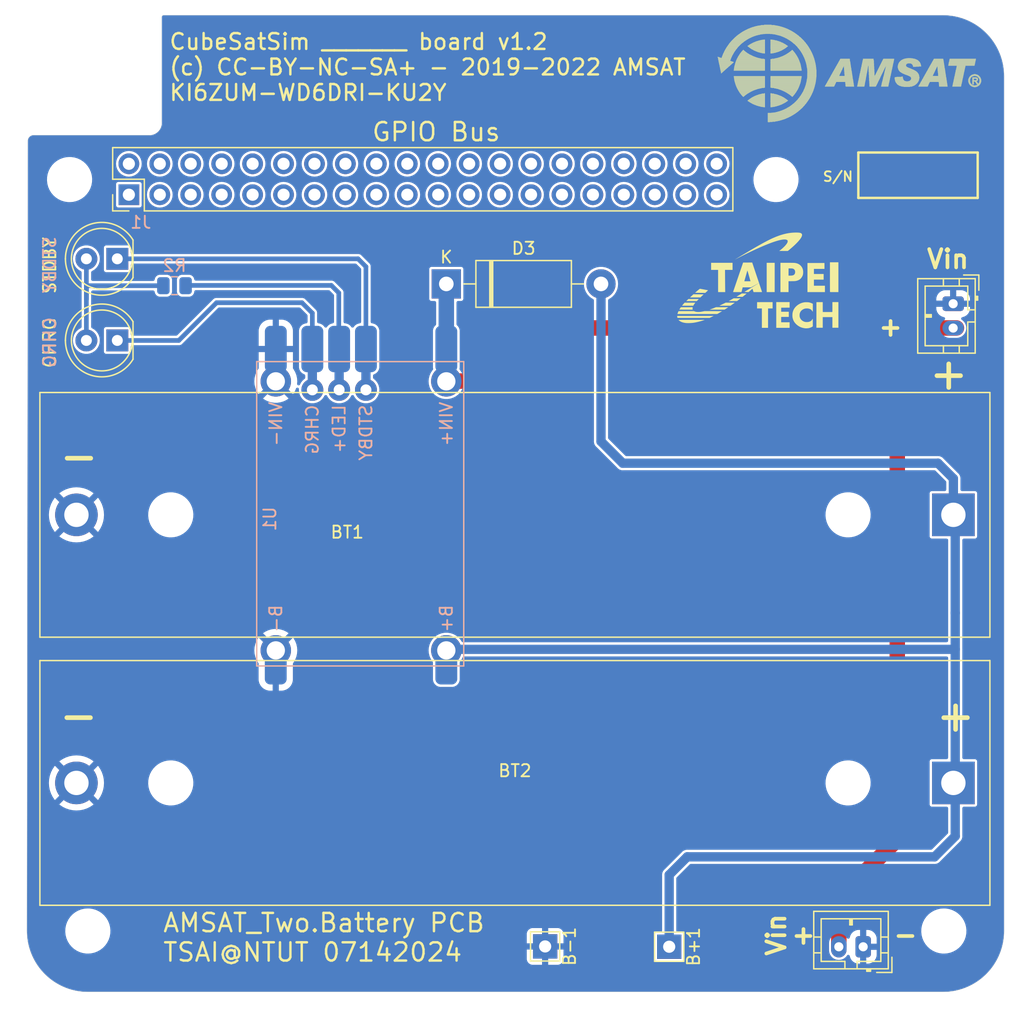
<source format=kicad_pcb>
(kicad_pcb (version 20221018) (generator pcbnew)
  (layers (0 "F.Cu" signal) (31 "B.Cu" signal) (34 "B.Paste" user) (35 "F.Paste" user) (36 "B.SilkS" user "B.Silkscreen") (37 "F.SilkS" user "F.Silkscreen") (38 "B.Mask" user) (39 "F.Mask" user) (44 "Edge.Cuts" user))
  (net 0 "")
  (net 2 "/SDA")
  (net 3 "/SCL")
  (net 39 "Net-(C1-Pad1)")
  (net 40 "Net-(C1-Pad2)")
  (net 41 "GND")
  (net 42 "Net-(BT1-+)")
  (net 43 "Net-(D1-K)")
  (net 44 "Net-(D1-A)")
  (net 45 "Net-(D2-K)")
  (net 46 "Net-(D3-K)")
  (net 47 "Net-(U1-LED+)")
  (footprint "" (layer "F.Cu") (at 82.62258 72.61098)
    (fp_text reference "")
    (fp_text value "")
  )
  (footprint "" (layer "F.Cu") (at 78.22258 72.61098)
    (fp_text reference "")
    (fp_text value "")
  )
  (footprint "" (layer "F.Cu") (at 59.79 120.42)
    (fp_text reference "")
    (fp_text value "")
  )
  (footprint "" (layer "F.Cu") (at 80.42258 72.61098)
    (fp_text reference "")
    (fp_text value "")
  )
  (footprint "Connector_JST:JST_PH_B2B-PH-K_1x02_P2.00mm_Vertical" (layer "F.Cu") (at 130.8354 68.8914 -90)
    (fp_text reference "J1" hide)
    (fp_text value "Conn_01x02" hide)
  )
  (footprint "" (layer "F.Cu") (at 130.07 120.42)
    (fp_text reference "")
    (fp_text value "")
  )
  (footprint "TestPoint:TestPoint_THTPad_2.0x2.0mm_Drill1.0mm" (layer "F.Cu") (at 97.33534 121.68505 -90)
    (fp_text reference "B-1")
    (fp_text value "TestPoint")
  )
  (footprint "" (layer "F.Cu") (at 89.22258 98.26117)
    (fp_text reference "")
    (fp_text value "")
  )
  (footprint "" (layer "F.Cu") (at 116.29 58.6919)
    (fp_text reference "")
    (fp_text value "")
  )
  (footprint "Battery:BatteryHolder_MPD_BH-18650-PC2" (layer "F.Cu") (at 130.8538 108.2548 180)
    (fp_text reference "BT2")
    (fp_text value "Battery_Cell")
  )
  (footprint "LED_THT:LED_D5.0mm" (layer "F.Cu") (at 62.2096 65.2018 180)
    (fp_text reference "D1" hide)
    (fp_text value "LED" hide)
  )
  (footprint "" (layer "F.Cu") (at 75.22258 72.61098)
    (fp_text reference "")
    (fp_text value "")
  )
  (footprint "Connector_JST:JST_PH_B2B-PH-K_1x02_P2.00mm_Vertical" (layer "F.Cu") (at 123.44832 121.71435 180)
    (fp_text reference "J10" hide)
    (fp_text value "Battery")
  )
  (footprint "Diode_THT:D_DO-15_P12.70mm_Horizontal" (layer "F.Cu") (at 89.22131 67.26428)
    (fp_text reference "D3")
    (fp_text value "1N5817")
  )
  (footprint "LED_THT:LED_D5.0mm" (layer "F.Cu") (at 62.2096 71.9074 180)
    (fp_text reference "D2" hide)
    (fp_text value "LED" hide)
  )
  (footprint "TestPoint:TestPoint_THTPad_2.0x2.0mm_Drill1.0mm" (layer "F.Cu") (at 107.52074 121.71045 -90)
    (fp_text reference "B+1")
    (fp_text value "TestPoint")
  )
  (footprint "VST104_logos:NTUT_logo_15mm" (layer "F.Cu") (at 114.80165 67.02679)
    (fp_text reference "REF**" hide)
    (fp_text value "NTUT_logo_15mm")
  )
  (footprint "Battery:BatteryHolder_MPD_BH-18650-PC2" (layer "F.Cu") (at 130.8538 86.233 180)
    (fp_text reference "BT1")
    (fp_text value "Battery_Cell")
  )
  (footprint "Connector_Wire:SolderWirePad_1x01_SMD_1x2mm" (layer "F.Cu") (at 89.22258 72.61098)
    (fp_text reference "REF**" hide)
    (fp_text value "SolderWirePad_1x01_SMD_1x2mm")
  )
  (footprint "" (layer "F.Cu") (at 58.29 58.6919)
    (fp_text reference "")
    (fp_text value "")
  )
  (footprint "Connector_PinHeader_2.54mm:PinHeader_2x20_P2.54mm_Vertical" (layer "F.Cu") (at 63.15825 59.9365 90)
    (fp_text reference "J1")
    (fp_text value "Conn_02x20_Odd_Even")
  )
  (footprint "" (layer "F.Cu") (at 75.21702 98.26117)
    (fp_text reference "")
    (fp_text value "")
  )
  (footprint "AMSAT:TP5100 Charger" (layer "B.Cu") (at 82.22258 85.46791 -90)
    (fp_text reference "U1")
    (fp_text value "TP5100_Charger")
  )
  (footprint "Resistor_SMD:R_0805_2012Metric" (layer "B.Cu") (at 66.9036 67.4116 180)
    (fp_text reference "R2")
    (fp_text value "1K")
  )
  (gr_poly (pts (xy 118.3082 49.214) (xy 115.8317 49.214) (xy 115.8317 49.2267) (xy 118.3082 49.2267)) (fill solid) (layer "F.SilkS"))
  (gr_poly (pts (xy 117.8764 51.6143) (xy 117.2414 51.6143) (xy 117.2414 51.627) (xy 117.8764 51.627)) (fill solid) (layer "F.SilkS"))
  (gr_poly (pts (xy 129.1667 50.1665) (xy 128.4682 50.1665) (xy 128.4682 50.1792) (xy 129.1667 50.1792)) (fill solid) (layer "F.SilkS"))
  (gr_poly (pts (xy 112.7964 49.0743) (xy 111.5899 49.0743) (xy 111.5899 49.087) (xy 112.7964 49.087)) (fill solid) (layer "F.SilkS"))
  (gr_poly (pts (xy 115.3872 47.7916) (xy 114.041 47.7916) (xy 114.041 47.8043) (xy 115.3872 47.8043)) (fill solid) (layer "F.SilkS"))
  (gr_poly (pts (xy 119.5655 49.3156) (xy 118.8035 49.3156) (xy 118.8035 49.3283) (xy 119.5655 49.3283)) (fill solid) (layer "F.SilkS"))
  (gr_poly (pts (xy 124.5058 51.0047) (xy 123.9597 51.0047) (xy 123.9597 51.0174) (xy 124.5058 51.0174)) (fill solid) (layer "F.SilkS"))
  (gr_poly (pts (xy 118.2066 48.9346) (xy 115.8317 48.9346) (xy 115.8317 48.9473) (xy 118.2066 48.9473)) (fill solid) (layer "F.SilkS"))
  (gr_poly (pts (xy 116.2889 51.6778) (xy 115.8317 51.6778) (xy 115.8317 51.6905) (xy 116.2889 51.6905)) (fill solid) (layer "F.SilkS"))
  (gr_poly (pts (xy 114.2061 48.4393) (xy 113.2663 48.4393) (xy 113.2663 48.452) (xy 114.2061 48.452)) (fill solid) (layer "F.SilkS"))
  (gr_poly (pts (xy 119.5909 50.4078) (xy 118.8416 50.4078) (xy 118.8416 50.4205) (xy 119.5909 50.4205)) (fill solid) (layer "F.SilkS"))
  (gr_poly (pts (xy 131.6178 50.4332) (xy 130.8939 50.4332) (xy 130.8939 50.4459) (xy 131.6178 50.4459)) (fill solid) (layer "F.SilkS"))
  (gr_poly (pts (xy 115.3872 50.9031) (xy 112.9869 50.9031) (xy 112.9869 50.9158) (xy 115.3872 50.9158)) (fill solid) (layer "F.SilkS"))
  (gr_poly (pts (xy 117.6986 51.8302) (xy 117.5462 51.8302) (xy 117.5462 51.8429) (xy 117.6986 51.8429)) (fill solid) (layer "F.SilkS"))
  (gr_poly (pts (xy 118.359 49.468) (xy 115.8317 49.468) (xy 115.8317 49.4807) (xy 118.359 49.4807)) (fill solid) (layer "F.SilkS"))
  (gr_poly (pts (xy 117.1779 53.6463) (xy 115.6158 53.6463) (xy 115.6158 53.659) (xy 117.1779 53.659)) (fill solid) (layer "F.SilkS"))
  (gr_poly (pts (xy 122.5754 50.2808) (xy 120.7212 50.2808) (xy 120.7212 50.2935) (xy 122.5754 50.2935)) (fill solid) (layer "F.SilkS"))
  (gr_poly (pts (xy 128.0491 50.4078) (xy 127.376 50.4078) (xy 127.376 50.4205) (xy 128.0491 50.4205)) (fill solid) (layer "F.SilkS"))
  (gr_poly (pts (xy 118.3336 50.5729) (xy 115.8444 50.5729) (xy 115.8444 50.5856) (xy 118.3336 50.5856)) (fill solid) (layer "F.SilkS"))
  (gr_poly (pts (xy 118.2828 52.9478) (xy 116.9112 52.9478) (xy 116.9112 52.9605) (xy 118.2828 52.9605)) (fill solid) (layer "F.SilkS"))
  (gr_poly (pts (xy 118.5114 52.7319) (xy 117.3303 52.7319) (xy 117.3303 52.7446) (xy 118.5114 52.7446)) (fill solid) (layer "F.SilkS"))
  (gr_poly (pts (xy 118.1431 51.1571) (xy 115.9333 51.1571) (xy 115.9333 51.1698) (xy 118.1431 51.1698)) (fill solid) (layer "F.SilkS"))
  (gr_poly (pts (xy 117.7113 51.8175) (xy 117.5335 51.8175) (xy 117.5335 51.8302) (xy 117.7113 51.8302)) (fill solid) (layer "F.SilkS"))
  (gr_poly (pts (xy 115.3872 47.8424) (xy 114.1045 47.8424) (xy 114.1045 47.8551) (xy 115.3872 47.8551)) (fill solid) (layer "F.SilkS"))
  (gr_poly (pts (xy 115.3872 48.1726) (xy 114.7141 48.1726) (xy 114.7141 48.1853) (xy 115.3872 48.1853)) (fill solid) (layer "F.SilkS"))
  (gr_poly (pts (xy 116.3397 52.6684) (xy 115.8317 52.6684) (xy 115.8317 52.6811) (xy 116.3397 52.6811)) (fill solid) (layer "F.SilkS"))
  (gr_poly (pts (xy 118.8162 52.3509) (xy 117.8256 52.3509) (xy 117.8256 52.3636) (xy 118.8162 52.3636)) (fill solid) (layer "F.SilkS"))
  (gr_poly (pts (xy 129.2556 49.9379) (xy 128.5952 49.9379) (xy 128.5952 49.9506) (xy 129.2556 49.9506)) (fill solid) (layer "F.SilkS"))
  (gr_poly (pts (xy 128.0364 50.1538) (xy 127.1347 50.1538) (xy 127.1347 50.1665) (xy 128.0364 50.1665)) (fill solid) (layer "F.SilkS"))
  (gr_poly (pts (xy 119.1337 48.071) (xy 118.2574 48.071) (xy 118.2574 48.0837) (xy 119.1337 48.0837)) (fill solid) (layer "F.SilkS"))
  (gr_poly (pts (xy 113.7108 47.3344) (xy 112.6059 47.3344) (xy 112.6059 47.3471) (xy 113.7108 47.3471)) (fill solid) (layer "F.SilkS"))
  (gr_poly (pts (xy 123.5914 50.8396) (xy 122.9945 50.8396) (xy 122.9945 50.8523) (xy 123.5914 50.8523)) (fill solid) (layer "F.SilkS"))
  (gr_poly (pts (xy 119.4893 50.9666) (xy 118.7019 50.9666) (xy 118.7019 50.9793) (xy 119.4893 50.9793)) (fill solid) (layer "F.SilkS"))
  (gr_poly (pts (xy 128.7603 51.0174) (xy 127.9856 51.0174) (xy 127.9856 51.0301) (xy 128.7603 51.0301)) (fill solid) (layer "F.SilkS"))
  (gr_poly (pts (xy 125.7885 49.7347) (xy 125.2297 49.7347) (xy 125.2297 49.7474) (xy 125.7885 49.7474)) (fill solid) (layer "F.SilkS"))
  (gr_poly (pts (xy 131.7321 49.8998) (xy 131.0082 49.8998) (xy 131.0082 49.9125) (xy 131.7321 49.9125)) (fill solid) (layer "F.SilkS"))
  (gr_poly (pts (xy 119.5909 50.3697) (xy 118.8289 50.3697) (xy 118.8289 50.3824) (xy 119.5909 50.3824)) (fill solid) (layer "F.SilkS"))
  (gr_poly (pts (xy 123.7311 50.0776) (xy 123.1469 50.0776) (xy 123.1469 50.0903) (xy 123.7311 50.0903)) (fill solid) (layer "F.SilkS"))
  (gr_poly (pts (xy 119.3242 48.4647) (xy 118.4987 48.4647) (xy 118.4987 48.4774) (xy 119.3242 48.4774)) (fill solid) (layer "F.SilkS"))
  (gr_poly (pts (xy 130.3732 50.9793) (xy 129.6747 50.9793) (xy 129.6747 50.992) (xy 130.3732 50.992)) (fill solid) (layer "F.SilkS"))
  (gr_poly (pts (xy 124.3026 48.8203) (xy 123.4263 48.8203) (xy 123.4263 48.833) (xy 124.3026 48.833)) (fill solid) (layer "F.SilkS"))
  (gr_poly (pts (xy 118.8162 47.563) (xy 117.8129 47.563) (xy 117.8129 47.5757) (xy 118.8162 47.5757)) (fill solid) (layer "F.SilkS"))
  (gr_poly (pts (xy 128.1888 49.2775) (xy 127.503 49.2775) (xy 127.503 49.2902) (xy 128.1888 49.2902)) (fill solid) (layer "F.SilkS"))
  (gr_poly (pts (xy 114.0283 47.1312) (xy 112.7964 47.1312) (xy 112.7964 47.1439) (xy 114.0283 47.1439)) (fill solid) (layer "F.SilkS"))
  (gr_poly (pts (xy 118.3463 50.4967) (xy 115.8317 50.4967) (xy 115.8317 50.5094) (xy 118.3463 50.5094)) (fill solid) (layer "F.SilkS"))
  (gr_poly (pts (xy 131.5162 50.865) (xy 130.805 50.865) (xy 130.805 50.8777) (xy 131.5162 50.8777)) (fill solid) (layer "F.SilkS"))
  (gr_poly (pts (xy 118.1304 53.0748) (xy 116.5683 53.0748) (xy 116.5683 53.0875) (xy 118.1304 53.0875)) (fill solid) (layer "F.SilkS"))
  (gr_poly (pts (xy 119.6163 49.8363) (xy 118.867 49.8363) (xy 118.867 49.849) (xy 119.6163 49.849)) (fill solid) (layer "F.SilkS"))
  (gr_poly (pts (xy 115.3872 47.3852) (xy 114.549 47.3852) (xy 114.549 47.3979) (xy 115.3872 47.3979)) (fill solid) (layer "F.SilkS"))
  (gr_poly (pts (xy 129.5096 49.4426) (xy 128.8746 49.4426) (xy 128.8746 49.4553) (xy 129.5096 49.4553)) (fill solid) (layer "F.SilkS"))
  (gr_poly (pts (xy 115.3872 52.3636) (xy 114.1807 52.3636) (xy 114.1807 52.3763) (xy 115.3872 52.3763)) (fill solid) (layer "F.SilkS"))
  (gr_poly (pts (xy 125.5345 50.9031) (xy 124.9503 50.9031) (xy 124.9503 50.9158) (xy 125.5345 50.9158)) (fill solid) (layer "F.SilkS"))
  (gr_poly (pts (xy 124.3534 49.5442) (xy 123.8835 49.5442) (xy 123.8835 49.5569) (xy 124.3534 49.5569)) (fill solid) (layer "F.SilkS"))
  (gr_poly (pts (xy 127.8967 49.8744) (xy 126.5378 49.8744) (xy 126.5378 49.8871) (xy 127.8967 49.8871)) (fill solid) (layer "F.SilkS"))
  (gr_poly (pts (xy 122.3722 49.0108) (xy 121.4324 49.0108) (xy 121.4324 49.0235) (xy 122.3722 49.0235)) (fill solid) (layer "F.SilkS"))
  (gr_poly (pts (xy 127.5792 49.6712) (xy 126.3473 49.6712) (xy 126.3473 49.6839) (xy 127.5792 49.6839)) (fill solid) (layer "F.SilkS"))
  (gr_poly (pts (xy 118.2193 48.9473) (xy 115.8444 48.9473) (xy 115.8444 48.96) (xy 118.2193 48.96)) (fill solid) (layer "F.SilkS"))
  (gr_poly (pts (xy 121.7372 49.6331) (xy 121.0895 49.6331) (xy 121.0895 49.6458) (xy 121.7372 49.6458)) (fill solid) (layer "F.SilkS"))
  (gr_poly (pts (xy 129.2683 49.9506) (xy 128.5952 49.9506) (xy 128.5952 49.9633) (xy 129.2683 49.9633)) (fill solid) (layer "F.SilkS"))
  (gr_poly (pts (xy 117.978 51.4492) (xy 116.962 51.4492) (xy 116.962 51.4619) (xy 117.978 51.4619)) (fill solid) (layer "F.SilkS"))
  (gr_poly (pts (xy 118.105 51.2206) (xy 116.3397 51.2206) (xy 116.3397 51.2333) (xy 118.105 51.2333)) (fill solid) (layer "F.SilkS"))
  (gr_poly (pts (xy 119.0448 52.008) (xy 118.1431 52.008) (xy 118.1431 52.0207) (xy 119.0448 52.0207)) (fill solid) (layer "F.SilkS"))
  (gr_poly (pts (xy 129.4588 49.5315) (xy 128.8238 49.5315) (xy 128.8238 49.5442) (xy 129.4588 49.5442)) (fill solid) (layer "F.SilkS"))
  (gr_poly (pts (xy 119.1972 51.754) (xy 118.3336 51.754) (xy 118.3336 51.7667) (xy 119.1972 51.7667)) (fill solid) (layer "F.SilkS"))
  (gr_poly (pts (xy 113.3171 47.6646) (xy 112.3519 47.6646) (xy 112.3519 47.6773) (xy 113.3171 47.6773)) (fill solid) (layer "F.SilkS"))
  (gr_poly (pts (xy 115.3872 50.7888) (xy 112.9361 50.7888) (xy 112.9361 50.8015) (xy 115.3872 50.8015)) (fill solid) (layer "F.SilkS"))
  (gr_poly (pts (xy 115.8825 52.7446) (xy 115.8317 52.7446) (xy 115.8317 52.7573) (xy 115.8825 52.7573)) (fill solid) (layer "F.SilkS"))
  (gr_poly (pts (xy 125.6361 50.484) (xy 125.0519 50.484) (xy 125.0519 50.4967) (xy 125.6361 50.4967)) (fill solid) (layer "F.SilkS"))
  (gr_poly (pts (xy 129.3318 49.8236) (xy 128.6587 49.8236) (xy 128.6587 49.8363) (xy 129.3318 49.8363)) (fill solid) (layer "F.SilkS"))
  (gr_poly (pts (xy 133.1418 50.5856) (xy 132.9894 50.5856) (xy 132.9894 50.5983) (xy 133.1418 50.5983)) (fill solid) (layer "F.SilkS"))
  (gr_poly (pts (xy 123.7057 50.1919) (xy 123.1342 50.1919) (xy 123.1342 50.2046) (xy 123.7057 50.2046)) (fill solid) (layer "F.SilkS"))
  (gr_poly (pts (xy 115.3872 47.8805) (xy 114.1553 47.8805) (xy 114.1553 47.8932) (xy 115.3872 47.8932)) (fill solid) (layer "F.SilkS"))
  (gr_poly (pts (xy 130.2335 50.103) (xy 129.6112 50.103) (xy 129.6112 50.1157) (xy 130.2335 50.1157)) (fill solid) (layer "F.SilkS"))
  (gr_poly (pts (xy 124.7598 50.5094) (xy 123.9343 50.5094) (xy 123.9343 50.5221) (xy 124.7598 50.5221)) (fill solid) (layer "F.SilkS"))
  (gr_poly (pts (xy 112.6186 48.6806) (xy 111.8185 48.6806) (xy 111.8185 48.6933) (xy 112.6186 48.6933)) (fill solid) (layer "F.SilkS"))
  (gr_poly (pts (xy 118.0542 51.3222) (xy 116.6699 51.3222) (xy 116.6699 51.3349) (xy 118.0542 51.3349)) (fill solid) (layer "F.SilkS"))
  (gr_poly (pts (xy 115.3872 50.8396) (xy 112.9488 50.8396) (xy 112.9488 50.8523) (xy 115.3872 50.8523)) (fill solid) (layer "F.SilkS"))
  (gr_poly (pts (xy 123.6295 50.611) (xy 123.0453 50.611) (xy 123.0453 50.6237) (xy 123.6295 50.6237)) (fill solid) (layer "F.SilkS"))
  (gr_poly (pts (xy 130.1319 49.3918) (xy 129.535 49.3918) (xy 129.535 49.4045) (xy 130.1319 49.4045)) (fill solid) (layer "F.SilkS"))
  (gr_poly (pts (xy 118.3717 50.3824) (xy 115.8317 50.3824) (xy 115.8317 50.3951) (xy 118.3717 50.3951)) (fill solid) (layer "F.SilkS"))
  (gr_poly (pts (xy 125.0265 49.9506) (xy 124.5058 49.9506) (xy 124.5058 49.9633) (xy 125.0265 49.9633)) (fill solid) (layer "F.SilkS"))
  (gr_poly (pts (xy 132.2401 50.6999) (xy 132.0877 50.6999) (xy 132.0877 50.7126) (xy 132.2401 50.7126)) (fill solid) (layer "F.SilkS"))
  (gr_poly (pts (xy 119.1972 48.1853) (xy 118.3336 48.1853) (xy 118.3336 48.198) (xy 119.1972 48.198)) (fill solid) (layer "F.SilkS"))
  (gr_poly (pts (xy 118.3209 49.3029) (xy 115.8317 49.3029) (xy 115.8317 49.3156) (xy 118.3209 49.3156)) (fill solid) (layer "F.SilkS"))
  (gr_poly (pts (xy 118.5876 47.2836) (xy 117.4446 47.2836) (xy 117.4446 47.2963) (xy 118.5876 47.2963)) (fill solid) (layer "F.SilkS"))
  (gr_poly (pts (xy 124.3661 49.8363) (xy 123.9089 49.8363) (xy 123.9089 49.849) (xy 124.3661 49.849)) (fill solid) (layer "F.SilkS"))
  (gr_poly (pts (xy 118.359 50.4459) (xy 115.8444 50.4459) (xy 115.8444 50.4586) (xy 118.359 50.4586)) (fill solid) (layer "F.SilkS"))
  (gr_poly (pts (xy 130.2462 50.23) (xy 128.4174 50.23) (xy 128.4174 50.2427) (xy 130.2462 50.2427)) (fill solid) (layer "F.SilkS"))
  (gr_poly (pts (xy 112.6821 48.579) (xy 111.8693 48.579) (xy 111.8693 48.5917) (xy 112.6821 48.5917)) (fill solid) (layer "F.SilkS"))
  (gr_poly (pts (xy 123.6549 50.4713) (xy 123.0707 50.4713) (xy 123.0707 50.484) (xy 123.6549 50.484)) (fill solid) (layer "F.SilkS"))
  (gr_poly (pts (xy 116.9239 47.4995) (xy 115.8317 47.4995) (xy 115.8317 47.5122) (xy 116.9239 47.5122)) (fill solid) (layer "F.SilkS"))
  (gr_poly (pts (xy 131.6559 50.2935) (xy 130.9193 50.2935) (xy 130.9193 50.3062) (xy 131.6559 50.3062)) (fill solid) (layer "F.SilkS"))
  (gr_poly (pts (xy 125.8139 49.6331) (xy 125.2551 49.6331) (xy 125.2551 49.6458) (xy 125.8139 49.6458)) (fill solid) (layer "F.SilkS"))
  (gr_poly (pts (xy 125.9536 48.9981) (xy 124.9884 48.9981) (xy 124.9884 49.0108) (xy 125.9536 49.0108)) (fill solid) (layer "F.SilkS"))
  (gr_poly (pts (xy 118.9559 52.1604) (xy 118.0161 52.1604) (xy 118.0161 52.1731) (xy 118.9559 52.1731)) (fill solid) (layer "F.SilkS"))
  (gr_poly (pts (xy 133.1291 50.4332) (xy 132.9767 50.4332) (xy 132.9767 50.4459) (xy 133.1291 50.4459)) (fill solid) (layer "F.SilkS"))
  (gr_poly (pts (xy 122.3468 48.7695) (xy 121.5721 48.7695) (xy 121.5721 48.7822) (xy 122.3468 48.7822)) (fill solid) (layer "F.SilkS"))
  (gr_poly (pts (xy 119.5782 50.5475) (xy 118.8035 50.5475) (xy 118.8035 50.5602) (xy 119.5782 50.5602)) (fill solid) (layer "F.SilkS"))
  (gr_poly (pts (xy 114.422 51.3857) (xy 113.2028 51.3857) (xy 113.2028 51.3984) (xy 114.422 51.3984)) (fill solid) (layer "F.SilkS"))
  (gr_poly (pts (xy 119.3369 51.4492) (xy 118.5114 51.4492) (xy 118.5114 51.4619) (xy 119.3369 51.4619)) (fill solid) (layer "F.SilkS"))
  (gr_poly (pts (xy 132.5322 50.8523) (xy 132.4052 50.8523) (xy 132.4052 50.865) (xy 132.5322 50.865)) (fill solid) (layer "F.SilkS"))
  (gr_poly (pts (xy 125.8901 49.2521) (xy 124.8614 49.2521) (xy 124.8614 49.2648) (xy 125.8901 49.2648)) (fill solid) (layer "F.SilkS"))
  (gr_poly (pts (xy 114.7395 51.2714) (xy 113.1393 51.2714) (xy 113.1393 51.2841) (xy 114.7395 51.2841)) (fill solid) (layer "F.SilkS"))
  (gr_poly (pts (xy 126.995 49.3918) (xy 126.2838 49.3918) (xy 126.2838 49.4045) (xy 126.995 49.4045)) (fill solid) (layer "F.SilkS"))
  (gr_poly (pts (xy 112.771 48.3631) (xy 111.9455 48.3631) (xy 111.9455 48.3758) (xy 112.771 48.3758)) (fill solid) (layer "F.SilkS"))
  (gr_poly (pts (xy 116.6826 52.5541) (xy 115.8317 52.5541) (xy 115.8317 52.5668) (xy 116.6826 52.5668)) (fill solid) (layer "F.SilkS"))
  (gr_poly (pts (xy 133.1164 50.6872) (xy 132.9767 50.6872) (xy 132.9767 50.6999) (xy 133.1164 50.6999)) (fill solid) (layer "F.SilkS"))
  (gr_poly (pts (xy 124.7979 50.4332) (xy 123.9343 50.4332) (xy 123.9343 50.4459) (xy 124.7979 50.4459)) (fill solid) (layer "F.SilkS"))
  (gr_poly (pts (xy 130.3478 50.8142) (xy 129.662 50.8142) (xy 129.662 50.8269) (xy 130.3478 50.8269)) (fill solid) (layer "F.SilkS"))
  (gr_poly (pts (xy 130.1319 49.4299) (xy 129.5477 49.4299) (xy 129.5477 49.4426) (xy 130.1319 49.4426)) (fill solid) (layer "F.SilkS"))
  (gr_poly (pts (xy 115.3872 49.6839) (xy 112.8218 49.6839) (xy 112.8218 49.6966) (xy 115.3872 49.6966)) (fill solid) (layer "F.SilkS"))
  (gr_poly (pts (xy 114.676 51.2841) (xy 113.1393 51.2841) (xy 113.1393 51.2968) (xy 114.676 51.2968)) (fill solid) (layer "F.SilkS"))
  (gr_poly (pts (xy 130.0811 49.0743) (xy 129.0778 49.0743) (xy 129.0778 49.087) (xy 130.0811 49.087)) (fill solid) (layer "F.SilkS"))
  (gr_poly (pts (xy 128.2015 49.341) (xy 127.5284 49.341) (xy 127.5284 49.3537) (xy 128.2015 49.3537)) (fill solid) (layer "F.SilkS"))
  (gr_poly (pts (xy 130.17 49.7728) (xy 129.5731 49.7728) (xy 129.5731 49.7855) (xy 130.17 49.7855)) (fill solid) (layer "F.SilkS"))
  (gr_poly (pts (xy 119.4512 51.119) (xy 118.6511 51.119) (xy 118.6511 51.1317) (xy 119.4512 51.1317)) (fill solid) (layer "F.SilkS"))
  (gr_poly (pts (xy 113.9521 48.2996) (xy 113.3679 48.2996) (xy 113.3679 48.3123) (xy 113.9521 48.3123)) (fill solid) (layer "F.SilkS"))
  (gr_poly (pts (xy 119.6163 49.8744) (xy 118.8543 49.8744) (xy 118.8543 49.8871) (xy 119.6163 49.8871)) (fill solid) (layer "F.SilkS"))
  (gr_poly (pts (xy 131.6178 50.3697) (xy 130.9066 50.3697) (xy 130.9066 50.3824) (xy 131.6178 50.3824)) (fill solid) (layer "F.SilkS"))
  (gr_poly (pts (xy 131.7067 50.0395) (xy 130.9701 50.0395) (xy 130.9701 50.0522) (xy 131.7067 50.0522)) (fill solid) (layer "F.SilkS"))
  (gr_poly (pts (xy 130.17 49.6712) (xy 129.5604 49.6712) (xy 129.5604 49.6839) (xy 130.17 49.6839)) (fill solid) (layer "F.SilkS"))
  (gr_poly (pts (xy 118.359 50.4205) (xy 115.8317 50.4205) (xy 115.8317 50.4332) (xy 118.359 50.4332)) (fill solid) (layer "F.SilkS"))
  (gr_poly (pts (xy 121.5086 50.103) (xy 120.8228 50.103) (xy 120.8228 50.1157) (xy 121.5086 50.1157)) (fill solid) (layer "F.SilkS"))
  (gr_poly (pts (xy 124.6455 50.7507) (xy 123.947 50.7507) (xy 123.947 50.7634) (xy 124.6455 50.7634)) (fill solid) (layer "F.SilkS"))
  (gr_poly (pts (xy 122.6643 50.7507) (xy 121.9785 50.7507) (xy 121.9785 50.7634) (xy 122.6643 50.7634)) (fill solid) (layer "F.SilkS"))
  (gr_poly (pts (xy 124.328 49.0616) (xy 123.3882 49.0616) (xy 123.3882 49.0743) (xy 124.328 49.0743)) (fill solid) (layer "F.SilkS"))
  (gr_poly (pts (xy 116.1111 48.2996) (xy 115.8444 48.2996) (xy 115.8444 48.3123) (xy 116.1111 48.3123)) (fill solid) (layer "F.SilkS"))
  (gr_poly (pts (xy 112.9234 48.1472) (xy 112.0471 48.1472) (xy 112.0471 48.1599) (xy 112.9234 48.1599)) (fill solid) (layer "F.SilkS"))
  (gr_poly (pts (xy 124.8614 50.2935) (xy 123.9216 50.2935) (xy 123.9216 50.3062) (xy 124.8614 50.3062)) (fill solid) (layer "F.SilkS"))
  (gr_poly (pts (xy 112.9869 48.0456) (xy 112.1106 48.0456) (xy 112.1106 48.0583) (xy 112.9869 48.0583)) (fill solid) (layer "F.SilkS"))
  (gr_poly (pts (xy 116.835 48.0329) (xy 115.8444 48.0329) (xy 115.8444 48.0456) (xy 116.835 48.0456)) (fill solid) (layer "F.SilkS"))
  (gr_poly (pts (xy 115.3872 51.8302) (xy 114.5236 51.8302) (xy 114.5236 51.8429) (xy 115.3872 51.8429)) (fill solid) (layer "F.SilkS"))
  (gr_poly (pts (xy 127.2617 49.5315) (xy 126.3092 49.5315) (xy 126.3092 49.5442) (xy 127.2617 49.5442)) (fill solid) (layer "F.SilkS"))
  (gr_poly (pts (xy 115.3872 49.2521) (xy 112.9107 49.2521) (xy 112.9107 49.2648) (xy 115.3872 49.2648)) (fill solid) (layer "F.SilkS"))
  (gr_poly (pts (xy 113.3044 47.6773) (xy 112.3392 47.6773) (xy 112.3392 47.69) (xy 113.3044 47.69)) (fill solid) (layer "F.SilkS"))
  (gr_poly (pts (xy 122.5754 50.2046) (xy 120.7593 50.2046) (xy 120.7593 50.2173) (xy 122.5754 50.2173)) (fill solid) (layer "F.SilkS"))
  (gr_poly (pts (xy 117.1271 52.0715) (xy 115.8317 52.0715) (xy 115.8317 52.0842) (xy 117.1271 52.0842)) (fill solid) (layer "F.SilkS"))
  (gr_poly (pts (xy 126.7029 50.3189) (xy 126.0298 50.3189) (xy 126.0298 50.3316) (xy 126.7029 50.3316)) (fill solid) (layer "F.SilkS"))
  (gr_poly (pts (xy 131.7575 49.7982) (xy 131.0463 49.7982) (xy 131.0463 49.8109) (xy 131.7575 49.8109)) (fill solid) (layer "F.SilkS"))
  (gr_poly (pts (xy 122.5246 49.8617) (xy 121.9023 49.8617) (xy 121.9023 49.8744) (xy 122.5246 49.8744)) (fill solid) (layer "F.SilkS"))
  (gr_poly (pts (xy 118.359 47.055) (xy 117.0509 47.055) (xy 117.0509 47.0677) (xy 118.359 47.0677)) (fill solid) (layer "F.SilkS"))
  (gr_poly (pts (xy 115.3872 50.23) (xy 112.8218 50.23) (xy 112.8218 50.2427) (xy 115.3872 50.2427)) (fill solid) (layer "F.SilkS"))
  (gr_poly (pts (xy 121.6102 49.8871) (xy 120.9371 49.8871) (xy 120.9371 49.8998) (xy 121.6102 49.8998)) (fill solid) (layer "F.SilkS"))
  (gr_poly (pts (xy 116.5175 47.3217) (xy 115.8317 47.3217) (xy 115.8317 47.3344) (xy 116.5175 47.3344)) (fill solid) (layer "F.SilkS"))
  (gr_poly (pts (xy 128.0999 49.0362) (xy 126.4235 49.0362) (xy 126.4235 49.0489) (xy 128.0999 49.0489)) (fill solid) (layer "F.SilkS"))
  (gr_poly (pts (xy 132.2274 50.5348) (xy 132.075 50.5348) (xy 132.075 50.5475) (xy 132.2274 50.5475)) (fill solid) (layer "F.SilkS"))
  (gr_poly (pts (xy 113.8886 47.2074) (xy 112.7202 47.2074) (xy 112.7202 47.2201) (xy 113.8886 47.2201)) (fill solid) (layer "F.SilkS"))
  (gr_poly (pts (xy 131.6051 50.4967) (xy 130.8812 50.4967) (xy 130.8812 50.5094) (xy 131.6051 50.5094)) (fill solid) (layer "F.SilkS"))
  (gr_poly (pts (xy 118.0415 46.7883) (xy 116.2635 46.7883) (xy 116.2635 46.801) (xy 118.0415 46.801)) (fill solid) (layer "F.SilkS"))
  (gr_poly (pts (xy 112.6821 48.5409) (xy 111.882 48.5409) (xy 111.882 48.5536) (xy 112.6821 48.5536)) (fill solid) (layer "F.SilkS"))
  (gr_poly (pts (xy 116.9239 52.4271) (xy 115.8444 52.4271) (xy 115.8444 52.4398) (xy 116.9239 52.4398)) (fill solid) (layer "F.SilkS"))
  (gr_poly (pts (xy 113.8505 48.2234) (xy 113.4187 48.2234) (xy 113.4187 48.2361) (xy 113.8505 48.2361)) (fill solid) (layer "F.SilkS"))
  (gr_poly (pts (xy 132.8497 51.0301) (xy 132.3671 51.0301) (xy 132.3671 51.0428) (xy 132.8497 51.0428)) (fill solid) (layer "F.SilkS"))
  (gr_poly (pts (xy 125.7377 49.976) (xy 125.1789 49.976) (xy 125.1789 49.9887) (xy 125.7377 49.9887)) (fill solid) (layer "F.SilkS"))
  (gr_poly (pts (xy 119.6036 50.2046) (xy 118.8543 50.2046) (xy 118.8543 50.2173) (xy 119.6036 50.2173)) (fill solid) (layer "F.SilkS"))
  (gr_poly (pts (xy 116.8604 48.0202) (xy 115.8444 48.0202) (xy 115.8444 48.0329) (xy 116.8604 48.0329)) (fill solid) (layer "F.SilkS"))
  (gr_poly (pts (xy 113.6727 47.3471) (xy 112.5932 47.3471) (xy 112.5932 47.3598) (xy 113.6727 47.3598)) (fill solid) (layer "F.SilkS"))
  (gr_poly (pts (xy 119.4258 51.1698) (xy 118.6384 51.1698) (xy 118.6384 51.1825) (xy 119.4258 51.1825)) (fill solid) (layer "F.SilkS"))
  (gr_poly (pts (xy 132.9767 50.9539) (xy 132.6338 50.9539) (xy 132.6338 50.9666) (xy 132.9767 50.9666)) (fill solid) (layer "F.SilkS"))
  (gr_poly (pts (xy 124.836 50.3443) (xy 123.9343 50.3443) (xy 123.9343 50.357) (xy 124.836 50.357)) (fill solid) (layer "F.SilkS"))
  (gr_poly (pts (xy 125.8774 49.3156) (xy 124.8233 49.3156) (xy 124.8233 49.3283) (xy 125.8774 49.3283)) (fill solid) (layer "F.SilkS"))
  (gr_poly (pts (xy 119.4131 51.246) (xy 118.613 51.246) (xy 118.613 51.2587) (xy 119.4131 51.2587)) (fill solid) (layer "F.SilkS"))
  (gr_poly (pts (xy 125.8012 49.6966) (xy 125.2297 49.6966) (xy 125.2297 49.7093) (xy 125.8012 49.7093)) (fill solid) (layer "F.SilkS"))
  (gr_poly (pts (xy 129.3318 49.7728) (xy 128.6841 49.7728) (xy 128.6841 49.7855) (xy 129.3318 49.7855)) (fill solid) (layer "F.SilkS"))
  (gr_poly (pts (xy 124.8106 50.4078) (xy 123.9343 50.4078) (xy 123.9343 50.4205) (xy 124.8106 50.4205)) (fill solid) (layer "F.SilkS"))
  (gr_poly (pts (xy 118.0034 46.7629) (xy 116.1746 46.7629) (xy 116.1746 46.7756) (xy 118.0034 46.7756)) (fill solid) (layer "F.SilkS"))
  (gr_poly (pts (xy 127.8459 49.8363) (xy 126.4743 49.8363) (xy 126.4743 49.849) (xy 127.8459 49.849)) (fill solid) (layer "F.SilkS"))
  (gr_poly (pts (xy 132.2528 50.4078) (xy 132.0877 50.4078) (xy 132.0877 50.4205) (xy 132.2528 50.4205)) (fill solid) (layer "F.SilkS"))
  (gr_poly (pts (xy 113.9394 48.2869) (xy 113.3679 48.2869) (xy 113.3679 48.2996) (xy 113.9394 48.2996)) (fill solid) (layer "F.SilkS"))
  (gr_poly (pts (xy 125.2043 49.5696) (xy 124.6963 49.5696) (xy 124.6963 49.5823) (xy 125.2043 49.5823)) (fill solid) (layer "F.SilkS"))
  (gr_poly (pts (xy 118.8162 47.5757) (xy 117.8256 47.5757) (xy 117.8256 47.5884) (xy 118.8162 47.5884)) (fill solid) (layer "F.SilkS"))
  (gr_poly (pts (xy 117.6478 48.0456) (xy 117.6097 48.0456) (xy 117.6097 48.0583) (xy 117.6478 48.0583)) (fill solid) (layer "F.SilkS"))
  (gr_poly (pts (xy 125.5218 51.0047) (xy 124.9249 51.0047) (xy 124.9249 51.0174) (xy 125.5218 51.0174)) (fill solid) (layer "F.SilkS"))
  (gr_poly (pts (xy 123.7692 49.9125) (xy 123.1977 49.9125) (xy 123.1977 49.9252) (xy 123.7692 49.9252)) (fill solid) (layer "F.SilkS"))
  (gr_poly (pts (xy 118.9305 47.7281) (xy 117.978 47.7281) (xy 117.978 47.7408) (xy 118.9305 47.7408)) (fill solid) (layer "F.SilkS"))
  (gr_poly (pts (xy 126.9696 49.2775) (xy 126.3092 49.2775) (xy 126.3092 49.2902) (xy 126.9696 49.2902)) (fill solid) (layer "F.SilkS"))
  (gr_poly (pts (xy 119.5401 50.7634) (xy 118.7654 50.7634) (xy 118.7654 50.7761) (xy 119.5401 50.7761)) (fill solid) (layer "F.SilkS"))
  (gr_poly (pts (xy 123.7184 50.103) (xy 123.1469 50.103) (xy 123.1469 50.1157) (xy 123.7184 50.1157)) (fill solid) (layer "F.SilkS"))
  (gr_poly (pts (xy 115.3872 50.3189) (xy 112.8345 50.3189) (xy 112.8345 50.3316) (xy 115.3872 50.3316)) (fill solid) (layer "F.SilkS"))
  (gr_poly (pts (xy 119.5909 50.4332) (xy 118.8289 50.4332) (xy 118.8289 50.4459) (xy 119.5909 50.4459)) (fill solid) (layer "F.SilkS"))
  (gr_poly (pts (xy 122.3595 48.8203) (xy 121.5467 48.8203) (xy 121.5467 48.833) (xy 122.3595 48.833)) (fill solid) (layer "F.SilkS"))
  (gr_poly (pts (xy 123.8327 49.4934) (xy 123.2739 49.4934) (xy 123.2739 49.5061) (xy 123.8327 49.5061)) (fill solid) (layer "F.SilkS"))
  (gr_poly (pts (xy 125.6361 50.4967) (xy 125.0519 50.4967) (xy 125.0519 50.5094) (xy 125.6361 50.5094)) (fill solid) (layer "F.SilkS"))
  (gr_poly (pts (xy 130.0811 49.1124) (xy 129.0524 49.1124) (xy 129.0524 49.1251) (xy 130.0811 49.1251)) (fill solid) (layer "F.SilkS"))
  (gr_poly (pts (xy 115.3872 47.1947) (xy 115.2602 47.1947) (xy 115.2602 47.2074) (xy 115.3872 47.2074)) (fill solid) (layer "F.SilkS"))
  (gr_poly (pts (xy 130.2081 49.8871) (xy 129.5858 49.8871) (xy 129.5858 49.8998) (xy 130.2081 49.8998)) (fill solid) (layer "F.SilkS"))
  (gr_poly (pts (xy 116.0857 52.7192) (xy 115.8317 52.7192) (xy 115.8317 52.7319) (xy 116.0857 52.7319)) (fill solid) (layer "F.SilkS"))
  (gr_poly (pts (xy 115.3872 47.7027) (xy 113.9648 47.7027) (xy 113.9648 47.7154) (xy 115.3872 47.7154)) (fill solid) (layer "F.SilkS"))
  (gr_poly (pts (xy 122.4103 49.1886) (xy 121.3435 49.1886) (xy 121.3435 49.2013) (xy 122.4103 49.2013)) (fill solid) (layer "F.SilkS"))
  (gr_poly (pts (xy 113.3425 47.6392) (xy 112.3519 47.6392) (xy 112.3519 47.6519) (xy 113.3425 47.6519)) (fill solid) (layer "F.SilkS"))
  (gr_poly (pts (xy 130.1319 49.4553) (xy 129.5477 49.4553) (xy 129.5477 49.468) (xy 130.1319 49.468)) (fill solid) (layer "F.SilkS"))
  (gr_poly (pts (xy 117.3811 46.3819) (xy 113.8378 46.3819) (xy 113.8378 46.3946) (xy 117.3811 46.3946)) (fill solid) (layer "F.SilkS"))
  (gr_poly (pts (xy 130.0811 49.1251) (xy 129.0524 49.1251) (xy 129.0524 49.1378) (xy 130.0811 49.1378)) (fill solid) (layer "F.SilkS"))
  (gr_poly (pts (xy 125.7631 49.8871) (xy 125.1916 49.8871) (xy 125.1916 49.8998) (xy 125.7631 49.8998)) (fill solid) (layer "F.SilkS"))
  (gr_poly (pts (xy 117.6859 51.8429) (xy 117.5589 51.8429) (xy 117.5589 51.8556) (xy 117.6859 51.8556)) (fill solid) (layer "F.SilkS"))
  (gr_poly (pts (xy 119.4766 50.9793) (xy 118.7019 50.9793) (xy 118.7019 50.992) (xy 119.4766 50.992)) (fill solid) (layer "F.SilkS"))
  (gr_poly (pts (xy 127.7824 48.8076) (xy 126.7156 48.8076) (xy 126.7156 48.8203) (xy 127.7824 48.8203)) (fill solid) (layer "F.SilkS"))
  (gr_poly (pts (xy 132.837 50.0776) (xy 132.3798 50.0776) (xy 132.3798 50.0903) (xy 132.837 50.0903)) (fill solid) (layer "F.SilkS"))
  (gr_poly (pts (xy 131.6432 50.3062) (xy 130.9193 50.3062) (xy 130.9193 50.3189) (xy 131.6432 50.3189)) (fill solid) (layer "F.SilkS"))
  (gr_poly (pts (xy 125.7885 49.7728) (xy 125.217 49.7728) (xy 125.217 49.7855) (xy 125.7885 49.7855)) (fill solid) (layer "F.SilkS"))
  (gr_poly (pts (xy 112.7583 48.4012) (xy 111.9328 48.4012) (xy 111.9328 48.4139) (xy 112.7583 48.4139)) (fill solid) (layer "F.SilkS"))
  (gr_poly (pts (xy 123.7311 50.0141) (xy 123.1596 50.0141) (xy 123.1596 50.0268) (xy 123.7311 50.0268)) (fill solid) (layer "F.SilkS"))
  (gr_poly (pts (xy 122.4865 49.6712) (xy 121.8769 49.6712) (xy 121.8769 49.6839) (xy 122.4865 49.6839)) (fill solid) (layer "F.SilkS"))
  (gr_poly (pts (xy 127.9602 50.6491) (xy 126.0933 50.6491) (xy 126.0933 50.6618) (xy 127.9602 50.6618)) (fill solid) (layer "F.SilkS"))
  (gr_poly (pts (xy 115.3872 50.9158) (xy 112.9742 50.9158) (xy 112.9742 50.9285) (xy 115.3872 50.9285)) (fill solid) (layer "F.SilkS"))
  (gr_poly (pts (xy 118.7019 52.5033) (xy 117.6478 52.5033) (xy 117.6478 52.516) (xy 118.7019 52.516)) (fill solid) (layer "F.SilkS"))
  (gr_poly (pts (xy 117.9653 48.4647) (xy 116.9874 48.4647) (xy 116.9874 48.4774) (xy 117.9653 48.4774)) (fill solid) (layer "F.SilkS"))
  (gr_poly (pts (xy 124.3661 49.7601) (xy 123.8835 49.7601) (xy 123.8835 49.7728) (xy 124.3661 49.7728)) (fill solid) (layer "F.SilkS"))
  (gr_poly (pts (xy 124.3788 49.9506) (xy 123.9089 49.9506) (xy 123.9089 49.9633) (xy 124.3788 49.9633)) (fill solid) (layer "F.SilkS"))
  (gr_poly (pts (xy 132.8751 51.0174) (xy 132.329 51.0174) (xy 132.329 51.0301) (xy 132.8751 51.0301)) (fill solid) (layer "F.SilkS"))
  (gr_poly (pts (xy 128.2015 49.3918) (xy 127.5411 49.3918) (xy 127.5411 49.4045) (xy 128.2015 49.4045)) (fill solid) (layer "F.SilkS"))
  (gr_poly (pts (xy 121.2419 50.6745) (xy 120.5053 50.6745) (xy 120.5053 50.6872) (xy 121.2419 50.6872)) (fill solid) (layer "F.SilkS"))
  (gr_poly (pts (xy 128.8746 50.7507) (xy 128.138 50.7507) (xy 128.138 50.7634) (xy 128.8746 50.7634)) (fill solid) (layer "F.SilkS"))
  (gr_poly (pts (xy 125.5472 50.8904) (xy 124.9503 50.8904) (xy 124.9503 50.9031) (xy 125.5472 50.9031)) (fill solid) (layer "F.SilkS"))
  (gr_poly (pts (xy 125.6361 50.4713) (xy 125.0519 50.4713) (xy 125.0519 50.484) (xy 125.6361 50.484)) (fill solid) (layer "F.SilkS"))
  (gr_poly (pts (xy 119.6163 50.1284) (xy 118.8543 50.1284) (xy 118.8543 50.1411) (xy 119.6163 50.1411)) (fill solid) (layer "F.SilkS"))
  (gr_poly (pts (xy 118.2828 49.1378) (xy 115.8317 49.1378) (xy 115.8317 49.1505) (xy 118.2828 49.1505)) (fill solid) (layer "F.SilkS"))
  (gr_poly (pts (xy 131.694 50.0522) (xy 130.9828 50.0522) (xy 130.9828 50.0649) (xy 131.694 50.0649)) (fill solid) (layer "F.SilkS"))
  (gr_poly (pts (xy 115.3872 50.3062) (xy 112.8345 50.3062) (xy 112.8345 50.3189) (xy 115.3872 50.3189)) (fill solid) (layer "F.SilkS"))
  (gr_poly (pts (xy 113.8505 47.2328) (xy 112.6948 47.2328) (xy 112.6948 47.2455) (xy 113.8505 47.2455)) (fill solid) (layer "F.SilkS"))
  (gr_poly (pts (xy 125.9663 48.9346) (xy 125.0265 48.9346) (xy 125.0265 48.9473) (xy 125.9663 48.9473)) (fill solid) (layer "F.SilkS"))
  (gr_poly (pts (xy 116.6699 48.1218) (xy 115.8317 48.1218) (xy 115.8317 48.1345) (xy 116.6699 48.1345)) (fill solid) (layer "F.SilkS"))
  (gr_poly (pts (xy 119.2353 51.6651) (xy 118.3971 51.6651) (xy 118.3971 51.6778) (xy 119.2353 51.6778)) (fill solid) (layer "F.SilkS"))
  (gr_poly (pts (xy 115.3872 49.6966) (xy 112.8218 49.6966) (xy 112.8218 49.7093) (xy 115.3872 49.7093)) (fill solid) (layer "F.SilkS"))
  (gr_poly (pts (xy 112.7456 48.4266) (xy 111.9201 48.4266) (xy 111.9201 48.4393) (xy 112.7456 48.4393)) (fill solid) (layer "F.SilkS"))
  (gr_poly (pts (xy 113.3806 47.6011) (xy 112.39 47.6011) (xy 112.39 47.6138) (xy 113.3806 47.6138)) (fill solid) (layer "F.SilkS"))
  (gr_poly (pts (xy 124.3788 50.0903) (xy 123.9216 50.0903) (xy 123.9216 50.103) (xy 124.3788 50.103)) (fill solid) (layer "F.SilkS"))
  (gr_poly (pts (xy 119.2734 48.3377) (xy 118.4225 48.3377) (xy 118.4225 48.3504) (xy 119.2734 48.3504)) (fill solid) (layer "F.SilkS"))
  (gr_poly (pts (xy 127.7316 49.7474) (xy 126.3981 49.7474) (xy 126.3981 49.7601) (xy 127.7316 49.7601)) (fill solid) (layer "F.SilkS"))
  (gr_poly (pts (xy 118.3971 47.0931) (xy 117.1398 47.0931) (xy 117.1398 47.1058) (xy 118.3971 47.1058)) (fill solid) (layer "F.SilkS"))
  (gr_poly (pts (xy 127.6554 50.9539) (xy 126.3854 50.9539) (xy 126.3854 50.9666) (xy 127.6554 50.9666)) (fill solid) (layer "F.SilkS"))
  (gr_poly (pts (xy 115.3872 48.2996) (xy 115.1078 48.2996) (xy 115.1078 48.3123) (xy 115.3872 48.3123)) (fill solid) (layer "F.SilkS"))
  (gr_poly (pts (xy 128.011 50.0395) (xy 126.8426 50.0395) (xy 126.8426 50.0522) (xy 128.011 50.0522)) (fill solid) (layer "F.SilkS"))
  (gr_poly (pts (xy 124.328 49.0489) (xy 123.3882 49.0489) (xy 123.3882 49.0616) (xy 124.328 49.0616)) (fill solid) (layer "F.SilkS"))
  (gr_poly (pts (xy 125.8266 49.5696) (xy 125.2678 49.5696) (xy 125.2678 49.5823) (xy 125.8266 49.5823)) (fill solid) (layer "F.SilkS"))
  (gr_poly (pts (xy 122.3595 48.9219) (xy 121.4959 48.9219) (xy 121.4959 48.9346) (xy 122.3595 48.9346)) (fill solid) (layer "F.SilkS"))
  (gr_poly (pts (xy 115.3872 48.1345) (xy 114.6125 48.1345) (xy 114.6125 48.1472) (xy 115.3872 48.1472)) (fill solid) (layer "F.SilkS"))
  (gr_poly (pts (xy 129.4715 49.5188) (xy 128.8365 49.5188) (xy 128.8365 49.5315) (xy 129.4715 49.5315)) (fill solid) (layer "F.SilkS"))
  (gr_poly (pts (xy 125.1027 49.7855) (xy 124.5947 49.7855) (xy 124.5947 49.7982) (xy 125.1027 49.7982)) (fill solid) (layer "F.SilkS"))
  (gr_poly (pts (xy 132.9513 50.1538) (xy 132.2655 50.1538) (xy 132.2655 50.1665) (xy 132.9513 50.1665)) (fill solid) (layer "F.SilkS"))
  (gr_poly (pts (xy 125.1027 49.8109) (xy 124.5693 49.8109) (xy 124.5693 49.8236) (xy 125.1027 49.8236)) (fill solid) (layer "F.SilkS"))
  (gr_poly (pts (xy 132.6084 49.2267) (xy 130.4494 49.2267) (xy 130.4494 49.2394) (xy 132.6084 49.2394)) (fill solid) (layer "F.SilkS"))
  (gr_poly (pts (xy 122.6262 50.5221) (xy 120.5815 50.5221) (xy 120.5815 50.5348) (xy 122.6262 50.5348)) (fill solid) (layer "F.SilkS"))
  (gr_poly (pts (xy 125.2932 49.3918) (xy 124.7979 49.3918) (xy 124.7979 49.4045) (xy 125.2932 49.4045)) (fill solid) (layer "F.SilkS"))
  (gr_poly (pts (xy 119.0194 47.8551) (xy 118.0796 47.8551) (xy 118.0796 47.8678) (xy 119.0194 47.8678)) (fill solid) (layer "F.SilkS"))
  (gr_poly (pts (xy 127.9983 50.0014) (xy 126.7791 50.0014) (xy 126.7791 50.0141) (xy 127.9983 50.0141)) (fill solid) (layer "F.SilkS"))
  (gr_poly (pts (xy 115.3872 50.7253) (xy 112.9107 50.7253) (xy 112.9107 50.738) (xy 115.3872 50.738)) (fill solid) (layer "F.SilkS"))
  (gr_poly (pts (xy 115.1332 46.7502) (xy 113.2409 46.7502) (xy 113.2409 46.7629) (xy 115.1332 46.7629)) (fill solid) (layer "F.SilkS"))
  (gr_poly (pts (xy 132.8751 50.4078) (xy 132.7227 50.4078) (xy 132.7227 50.4205) (xy 132.8751 50.4205)) (fill solid) (layer "F.SilkS"))
  (gr_poly (pts (xy 119.4639 51.0428) (xy 118.6892 51.0428) (xy 118.6892 51.0555) (xy 119.4639 51.0555)) (fill solid) (layer "F.SilkS"))
  (gr_poly (pts (xy 124.3534 49.5569) (xy 123.8835 49.5569) (xy 123.8835 49.5696) (xy 124.3534 49.5696)) (fill solid) (layer "F.SilkS"))
  (gr_poly (pts (xy 119.6163 49.7855) (xy 118.8543 49.7855) (xy 118.8543 49.7982) (xy 119.6163 49.7982)) (fill solid) (layer "F.SilkS"))
  (gr_poly (pts (xy 131.5797 50.611) (xy 130.8558 50.611) (xy 130.8558 50.6237) (xy 131.5797 50.6237)) (fill solid) (layer "F.SilkS"))
  (gr_poly (pts (xy 123.7819 49.7855) (xy 123.2231 49.7855) (xy 123.2231 49.7982) (xy 123.7819 49.7982)) (fill solid) (layer "F.SilkS"))
  (gr_poly (pts (xy 118.8162 52.3636) (xy 117.8129 52.3636) (xy 117.8129 52.3763) (xy 118.8162 52.3763)) (fill solid) (layer "F.SilkS"))
  (gr_poly (pts (xy 118.2193 46.9407) (xy 116.7969 46.9407) (xy 116.7969 46.9534) (xy 118.2193 46.9534)) (fill solid) (layer "F.SilkS"))
  (gr_poly (pts (xy 119.6163 49.849) (xy 118.867 49.849) (xy 118.867 49.8617) (xy 119.6163 49.8617)) (fill solid) (layer "F.SilkS"))
  (gr_poly (pts (xy 132.2655 50.7507) (xy 132.1131 50.7507) (xy 132.1131 50.7634) (xy 132.2655 50.7634)) (fill solid) (layer "F.SilkS"))
  (gr_poly (pts (xy 130.3859 51.0047) (xy 129.6747 51.0047) (xy 129.6747 51.0174) (xy 130.3859 51.0174)) (fill solid) (layer "F.SilkS"))
  (gr_poly (pts (xy 115.3872 50.5348) (xy 112.8726 50.5348) (xy 112.8726 50.5475) (xy 115.3872 50.5475)) (fill solid) (layer "F.SilkS"))
  (gr_poly (pts (xy 131.7194 49.9506) (xy 131.0082 49.9506) (xy 131.0082 49.9633) (xy 131.7194 49.9633)) (fill solid) (layer "F.SilkS"))
  (gr_poly (pts (xy 117.851 51.6397) (xy 117.2922 51.6397) (xy 117.2922 51.6524) (xy 117.851 51.6524)) (fill solid) (layer "F.SilkS"))
  (gr_poly (pts (xy 119.3877 51.3222) (xy 118.5622 51.3222) (xy 118.5622 51.3349) (xy 119.3877 51.3349)) (fill solid) (layer "F.SilkS"))
  (gr_poly (pts (xy 118.3082 49.2013) (xy 115.8317 49.2013) (xy 115.8317 49.214) (xy 118.3082 49.214)) (fill solid) (layer "F.SilkS"))
  (gr_poly (pts (xy 118.0923 48.6679) (xy 116.4921 48.6679) (xy 116.4921 48.6806) (xy 118.0923 48.6806)) (fill solid) (layer "F.SilkS"))
  (gr_poly (pts (xy 122.5881 50.2173) (xy 120.7593 50.2173) (xy 120.7593 50.23) (xy 122.5881 50.23)) (fill solid) (layer "F.SilkS"))
  (gr_poly (pts (xy 122.3976 49.087) (xy 121.3943 49.087) (xy 121.3943 49.0997) (xy 122.3976 49.0997)) (fill solid) (layer "F.SilkS"))
  (gr_poly (pts (xy 121.1403 50.8777) (xy 120.3783 50.8777) (xy 120.3783 50.8904) (xy 121.1403 50.8904)) (fill solid) (layer "F.SilkS"))
  (gr_poly (pts (xy 127.7697 49.7728) (xy 126.4235 49.7728) (xy 126.4235 49.7855) (xy 127.7697 49.7855)) (fill solid) (layer "F.SilkS"))
  (gr_poly (pts (xy 130.0938 49.2394) (xy 128.9889 49.2394) (xy 128.9889 49.2521) (xy 130.0938 49.2521)) (fill solid) (layer "F.SilkS"))
  (gr_poly (pts (xy 115.3872 49.5696) (xy 112.8472 49.5696) (xy 112.8472 49.5823) (xy 115.3872 49.5823)) (fill solid) (layer "F.SilkS"))
  (gr_poly (pts (xy 115.3872 52.5033) (xy 114.4474 52.5033) (xy 114.4474 52.516) (xy 115.3872 52.516)) (fill solid) (layer "F.SilkS"))
  (gr_poly (pts (xy 121.1911 50.7761) (xy 120.4418 50.7761) (xy 120.4418 50.7888) (xy 121.1911 50.7888)) (fill solid) (layer "F.SilkS"))
  (gr_poly (pts (xy 125.8774 49.341) (xy 124.8106 49.341) (xy 124.8106 49.3537) (xy 125.8774 49.3537)) (fill solid) (layer "F.SilkS"))
  (gr_poly (pts (xy 123.6803 50.3824) (xy 123.0961 50.3824) (xy 123.0961 50.3951) (xy 123.6803 50.3951)) (fill solid) (layer "F.SilkS"))
  (gr_poly (pts (xy 130.2843 50.3951) (xy 128.3412 50.3951) (xy 128.3412 50.4078) (xy 130.2843 50.4078)) (fill solid) (layer "F.SilkS"))
  (gr_poly (pts (xy 119.5147 49.1251) (xy 118.7527 49.1251) (xy 118.7527 49.1378) (xy 119.5147 49.1378)) (fill solid) (layer "F.SilkS"))
  (gr_poly (pts (xy 115.3872 50.8142) (xy 112.9488 50.8142) (xy 112.9488 50.8269) (xy 115.3872 50.8269)) (fill solid) (layer "F.SilkS"))
  (gr_poly (pts (xy 119.5528 50.6745) (xy 118.7908 50.6745) (xy 118.7908 50.6872) (xy 119.5528 50.6872)) (fill solid) (layer "F.SilkS"))
  (gr_poly (pts (xy 127.8459 48.833) (xy 126.6648 48.833) (xy 126.6648 48.8457) (xy 127.8459 48.8457)) (fill solid) (layer "F.SilkS"))
  (gr_poly (pts (xy 130.2716 50.2554) (xy 128.4174 50.2554) (xy 128.4174 50.2681) (xy 130.2716 50.2681)) (fill solid) (layer "F.SilkS"))
  (gr_poly (pts (xy 124.9884 50.0268) (xy 124.4677 50.0268) (xy 124.4677 50.0395) (xy 124.9884 50.0395)) (fill solid) (layer "F.SilkS"))
  (gr_poly (pts (xy 117.3557 46.3692) (xy 113.8759 46.3692) (xy 113.8759 46.3819) (xy 117.3557 46.3819)) (fill solid) (layer "F.SilkS"))
  (gr_poly (pts (xy 123.7819 49.7728) (xy 123.2231 49.7728) (xy 123.2231 49.7855) (xy 123.7819 49.7855)) (fill solid) (layer "F.SilkS"))
  (gr_poly (pts (xy 123.7946 49.7474) (xy 123.2231 49.7474) (xy 123.2231 49.7601) (xy 123.7946 49.7601)) (fill solid) (layer "F.SilkS"))
  (gr_poly (pts (xy 115.3872 49.6458) (xy 112.8345 49.6458) (xy 112.8345 49.6585) (xy 115.3872 49.6585)) (fill solid) (layer "F.SilkS"))
  (gr_poly (pts (xy 131.6813 50.1538) (xy 130.9701 50.1538) (xy 130.9701 50.1665) (xy 131.6813 50.1665)) (fill solid) (layer "F.SilkS"))
  (gr_poly (pts (xy 125.8012 49.6585) (xy 125.2551 49.6585) (xy 125.2551 49.6712) (xy 125.8012 49.6712)) (fill solid) (layer "F.SilkS"))
  (gr_poly (pts (xy 123.5914 50.8269) (xy 122.9945 50.8269) (xy 122.9945 50.8396) (xy 123.5914 50.8396)) (fill solid) (layer "F.SilkS"))
  (gr_poly (pts (xy 133.1418 50.6237) (xy 132.9894 50.6237) (xy 132.9894 50.6364) (xy 133.1418 50.6364)) (fill solid) (layer "F.SilkS"))
  (gr_poly (pts (xy 125.852 49.4807) (xy 125.2932 49.4807) (xy 125.2932 49.4934) (xy 125.852 49.4934)) (fill solid) (layer "F.SilkS"))
  (gr_poly (pts (xy 115.3872 48.2615) (xy 114.9935 48.2615) (xy 114.9935 48.2742) (xy 115.3872 48.2742)) (fill solid) (layer "F.SilkS"))
  (gr_poly (pts (xy 114.0156 51.6016) (xy 113.3425 51.6016) (xy 113.3425 51.6143) (xy 114.0156 51.6143)) (fill solid) (layer "F.SilkS"))
  (gr_poly (pts (xy 131.7067 49.9887) (xy 130.9955 49.9887) (xy 130.9955 50.0014) (xy 131.7067 50.0014)) (fill solid) (layer "F.SilkS"))
  (gr_poly (pts (xy 116.6191 51.7921) (xy 115.8317 51.7921) (xy 115.8317 51.8048) (xy 116.6191 51.8048)) (fill solid) (layer "F.SilkS"))
  (gr_poly (pts (xy 118.3209 50.6745) (xy 115.8444 50.6745) (xy 115.8444 50.6872) (xy 118.3209 50.6872)) (fill solid) (layer "F.SilkS"))
  (gr_poly (pts (xy 117.4573 53.5193) (xy 115.6158 53.5193) (xy 115.6158 53.532) (xy 117.4573 53.532)) (fill solid) (layer "F.SilkS"))
  (gr_poly (pts (xy 117.6732 48.071) (xy 117.5716 48.071) (xy 117.5716 48.0837) (xy 117.6732 48.0837)) (fill solid) (layer "F.SilkS"))
  (gr_poly (pts (xy 129.4842 49.468) (xy 128.8619 49.468) (xy 128.8619 49.4807) (xy 129.4842 49.4807)) (fill solid) (layer "F.SilkS"))
  (gr_poly (pts (xy 118.7019 47.4233) (xy 117.6351 47.4233) (xy 117.6351 47.436) (xy 118.7019 47.436)) (fill solid) (layer "F.SilkS"))
  (gr_poly (pts (xy 119.3369 51.4365) (xy 118.5241 51.4365) (xy 118.5241 51.4492) (xy 119.3369 51.4492)) (fill solid) (layer "F.SilkS"))
  (gr_poly (pts (xy 128.0491 50.1919) (xy 127.2363 50.1919) (xy 127.2363 50.2046) (xy 128.0491 50.2046)) (fill solid) (layer "F.SilkS"))
  (gr_poly (pts (xy 114.422 48.5409) (xy 113.2028 48.5409) (xy 113.2028 48.5536) (xy 114.422 48.5536)) (fill solid) (layer "F.SilkS"))
  (gr_poly (pts (xy 119.0448 47.9186) (xy 118.1304 47.9186) (xy 118.1304 47.9313) (xy 119.0448 47.9313)) (fill solid) (layer "F.SilkS"))
  (gr_poly (pts (xy 112.6059 48.7187) (xy 111.5264 48.7187) (xy 111.5264 48.7314) (xy 112.6059 48.7314)) (fill solid) (layer "F.SilkS"))
  (gr_poly (pts (xy 125.7885 49.7474) (xy 125.217 49.7474) (xy 125.217 49.7601) (xy 125.7885 49.7601)) (fill solid) (layer "F.SilkS"))
  (gr_poly (pts (xy 130.3224 50.611) (xy 128.2269 50.611) (xy 128.2269 50.6237) (xy 130.3224 50.6237)) (fill solid) (layer "F.SilkS"))
  (gr_poly (pts (xy 119.502 50.8777) (xy 118.74 50.8777) (xy 118.74 50.8904) (xy 119.502 50.8904)) (fill solid) (layer "F.SilkS"))
  (gr_poly (pts (xy 117.8383 53.2907) (xy 115.6158 53.2907) (xy 115.6158 53.3034) (xy 117.8383 53.3034)) (fill solid) (layer "F.SilkS"))
  (gr_poly (pts (xy 118.5749 47.2709) (xy 117.4319 47.2709) (xy 117.4319 47.2836) (xy 118.5749 47.2836)) (fill solid) (layer "F.SilkS"))
  (gr_poly (pts (xy 123.6676 50.4332) (xy 123.0834 50.4332) (xy 123.0834 50.4459) (xy 123.6676 50.4459)) (fill solid) (layer "F.SilkS"))
  (gr_poly (pts (xy 115.3872 50.3316) (xy 112.8345 50.3316) (xy 112.8345 50.3443) (xy 115.3872 50.3443)) (fill solid) (layer "F.SilkS"))
  (gr_poly (pts (xy 118.1304 46.8518) (xy 116.5302 46.8518) (xy 116.5302 46.8645) (xy 118.1304 46.8645)) (fill solid) (layer "F.SilkS"))
  (gr_poly (pts (xy 122.6135 50.4459) (xy 120.6196 50.4459) (xy 120.6196 50.4586) (xy 122.6135 50.4586)) (fill solid) (layer "F.SilkS"))
  (gr_poly (pts (xy 121.8261 49.4426) (xy 121.1911 49.4426) (xy 121.1911 49.4553) (xy 121.8261 49.4553)) (fill solid) (layer "F.SilkS"))
  (gr_poly (pts (xy 128.8365 50.8396) (xy 128.0872 50.8396) (xy 128.0872 50.8523) (xy 128.8365 50.8523)) (fill solid) (layer "F.SilkS"))
  (gr_poly (pts (xy 125.0265 49.9252) (xy 124.5185 49.9252) (xy 124.5185 49.9379) (xy 125.0265 49.9379)) (fill solid) (layer "F.SilkS"))
  (gr_poly (pts (xy 119.3623 51.3603) (xy 118.5622 51.3603) (xy 118.5622 51.373) (xy 119.3623 51.373)) (fill solid) (layer "F.SilkS"))
  (gr_poly (pts (xy 112.8853 48.198) (xy 112.0217 48.198) (xy 112.0217 48.2107) (xy 112.8853 48.2107)) (fill solid) (layer "F.SilkS"))
  (gr_poly (pts (xy 128.0364 48.9727) (xy 126.4743 48.9727) (xy 126.4743 48.9854) (xy 128.0364 48.9854)) (fill solid) (layer "F.SilkS"))
  (gr_poly (pts (xy 123.8581 49.3664) (xy 123.312 49.3664) (xy 123.312 49.3791) (xy 123.8581 49.3791)) (fill solid) (layer "F.SilkS"))
  (gr_poly (pts (xy 124.3534 49.468) (xy 123.8835 49.468) (xy 123.8835 49.4807) (xy 124.3534 49.4807)) (fill solid) (layer "F.SilkS"))
  (gr_poly (pts (xy 128.1634 49.1632) (xy 127.3887 49.1632) (xy 127.3887 49.1759) (xy 128.1634 49.1759)) (fill solid) (layer "F.SilkS"))
  (gr_poly (pts (xy 123.8581 49.341) (xy 123.312 49.341) (xy 123.312 49.3537) (xy 123.8581 49.3537)) (fill solid) (layer "F.SilkS"))
  (gr_poly (pts (xy 113.4949 47.4995) (xy 112.4535 47.4995) (xy 112.4535 47.5122) (xy 113.4949 47.5122)) (fill solid) (layer "F.SilkS"))
  (gr_poly (pts (xy 118.5749 52.6557) (xy 117.4446 52.6557) (xy 117.4446 52.6684) (xy 118.5749 52.6684)) (fill solid) (layer "F.SilkS"))
  (gr_poly (pts (xy 132.8243 50.6872) (xy 132.6592 50.6872) (xy 132.6592 50.6999) (xy 132.8243 50.6999)) (fill solid) (layer "F.SilkS"))
  (gr_poly (pts (xy 119.2861 48.3758) (xy 118.4479 48.3758) (xy 118.4479 48.3885) (xy 119.2861 48.3885)) (fill solid) (layer "F.SilkS"))
  (gr_poly (pts (xy 116.5556 46.0771) (xy 114.676 46.0771) (xy 114.676 46.0898) (xy 116.5556 46.0898)) (fill solid) (layer "F.SilkS"))
  (gr_poly (pts (xy 122.55 50.0395) (xy 121.9277 50.0395) (xy 121.9277 50.0522) (xy 122.55 50.0522)) (fill solid) (layer "F.SilkS"))
  (gr_poly (pts (xy 124.328 49.087) (xy 123.3628 49.087) (xy 123.3628 49.0997) (xy 124.328 49.0997)) (fill solid) (layer "F.SilkS"))
  (gr_poly (pts (xy 115.3872 50.992) (xy 112.9996 50.992) (xy 112.9996 51.0047) (xy 115.3872 51.0047)) (fill solid) (layer "F.SilkS"))
  (gr_poly (pts (xy 118.1558 51.119) (xy 115.8317 51.119) (xy 115.8317 51.1317) (xy 118.1558 51.1317)) (fill solid) (layer "F.SilkS"))
  (gr_poly (pts (xy 113.7997 48.1853) (xy 113.4568 48.1853) (xy 113.4568 48.198) (xy 113.7997 48.198)) (fill solid) (layer "F.SilkS"))
  (gr_poly (pts (xy 123.693 50.2808) (xy 123.1088 50.2808) (xy 123.1088 50.2935) (xy 123.693 50.2935)) (fill solid) (layer "F.SilkS"))
  (gr_poly (pts (xy 112.4154 49.4045) (xy 111.6661 49.4045) (xy 111.6661 49.4172) (xy 112.4154 49.4172)) (fill solid) (layer "F.SilkS"))
  (gr_poly (pts (xy 114.5363 48.5917) (xy 113.1774 48.5917) (xy 113.1774 48.6044) (xy 114.5363 48.6044)) (fill solid) (layer "F.SilkS"))
  (gr_poly (pts (xy 121.2165 50.7253) (xy 120.4799 50.7253) (xy 120.4799 50.738) (xy 121.2165 50.738)) (fill solid) (layer "F.SilkS"))
  (gr_poly (pts (xy 123.5533 51.0301) (xy 122.9437 51.0301) (xy 122.9437 51.0428) (xy 123.5533 51.0428)) (fill solid) (layer "F.SilkS"))
  (gr_poly (pts (xy 127.0204 49.1886) (xy 126.3346 49.1886) (xy 126.3346 49.2013) (xy 127.0204 49.2013)) (fill solid) (layer "F.SilkS"))
  (gr_poly (pts (xy 118.2828 49.1251) (xy 115.8317 49.1251) (xy 115.8317 49.1378) (xy 118.2828 49.1378)) (fill solid) (layer "F.SilkS"))
  (gr_poly (pts (xy 118.8035 47.5503) (xy 117.8002 47.5503) (xy 117.8002 47.563) (xy 118.8035 47.563)) (fill solid) (layer "F.SilkS"))
  (gr_poly (pts (xy 122.3722 48.9727) (xy 121.4578 48.9727) (xy 121.4578 48.9854) (xy 122.3722 48.9854)) (fill solid) (layer "F.SilkS"))
  (gr_poly (pts (xy 117.0128 51.9953) (xy 115.8317 51.9953) (xy 115.8317 52.008) (xy 117.0128 52.008)) (fill solid) (layer "F.SilkS"))
  (gr_poly (pts (xy 131.7702 49.722) (xy 131.0463 49.722) (xy 131.0463 49.7347) (xy 131.7702 49.7347)) (fill solid) (layer "F.SilkS"))
  (gr_poly (pts (xy 115.3872 52.389) (xy 114.2188 52.389) (xy 114.2188 52.4017) (xy 115.3872 52.4017)) (fill solid) (layer "F.SilkS"))
  (gr_poly (pts (xy 117.089 53.6844) (xy 115.6158 53.6844) (xy 115.6158 53.6971) (xy 117.089 53.6971)) (fill solid) (layer "F.SilkS"))
  (gr_poly (pts (xy 118.6003 47.2963) (xy 117.47 47.2963) (xy 117.47 47.309) (xy 118.6003 47.309)) (fill solid) (layer "F.SilkS"))
  (gr_poly (pts (xy 119.6163 49.7982) (xy 118.8543 49.7982) (xy 118.8543 49.8109) (xy 119.6163 49.8109)) (fill solid) (layer "F.SilkS"))
  (gr_poly (pts (xy 130.0557 49.0616) (xy 129.0905 49.0616) (xy 129.0905 49.0743) (xy 130.0557 49.0743)) (fill solid) (layer "F.SilkS"))
  (gr_poly (pts (xy 132.9894 50.1919) (xy 132.7354 50.1919) (xy 132.7354 50.2046) (xy 132.9894 50.2046)) (fill solid) (layer "F.SilkS"))
  (gr_poly (pts (xy 122.5627 50.1411) (xy 121.915 50.1411) (xy 121.915 50.1538) (xy 122.5627 50.1538)) (fill solid) (layer "F.SilkS"))
  (gr_poly (pts (xy 118.359 50.4586) (xy 115.8317 50.4586) (xy 115.8317 50.4713) (xy 118.359 50.4713)) (fill solid) (layer "F.SilkS"))
  (gr_poly (pts (xy 124.3026 48.7822) (xy 123.439 48.7822) (xy 123.439 48.7949) (xy 124.3026 48.7949)) (fill solid) (layer "F.SilkS"))
  (gr_poly (pts (xy 131.7956 49.6204) (xy 131.0844 49.6204) (xy 131.0844 49.6331) (xy 131.7956 49.6331)) (fill solid) (layer "F.SilkS"))
  (gr_poly (pts (xy 130.2462 50.1538) (xy 129.6112 50.1538) (xy 129.6112 50.1665) (xy 130.2462 50.1665)) (fill solid) (layer "F.SilkS"))
  (gr_poly (pts (xy 124.3661 49.7728) (xy 123.8835 49.7728) (xy 123.8835 49.7855) (xy 124.3661 49.7855)) (fill solid) (layer "F.SilkS"))
  (gr_poly (pts (xy 117.2795 52.2112) (xy 115.8444 52.2112) (xy 115.8444 52.2239) (xy 117.2795 52.2239)) (fill solid) (layer "F.SilkS"))
  (gr_poly (pts (xy 121.8007 49.468) (xy 121.1784 49.468) (xy 121.1784 49.4807) (xy 121.8007 49.4807)) (fill solid) (layer "F.SilkS"))
  (gr_poly (pts (xy 128.1634 49.1886) (xy 127.4141 49.1886) (xy 127.4141 49.2013) (xy 128.1634 49.2013)) (fill solid) (layer "F.SilkS"))
  (gr_poly (pts (xy 124.3788 49.8617) (xy 123.9089 49.8617) (xy 123.9089 49.8744) (xy 124.3788 49.8744)) (fill solid) (layer "F.SilkS"))
  (gr_poly (pts (xy 132.8751 50.484) (xy 132.7481 50.484) (xy 132.7481 50.4967) (xy 132.8751 50.4967)) (fill solid) (layer "F.SilkS"))
  (gr_poly (pts (xy 113.9013 48.2488) (xy 113.406 48.2488) (xy 113.406 48.2615) (xy 113.9013 48.2615)) (fill solid) (layer "F.SilkS"))
  (gr_poly (pts (xy 115.3872 50.5602) (xy 112.8726 50.5602) (xy 112.8726 50.5729) (xy 115.3872 50.5729)) (fill solid) (layer "F.SilkS"))
  (gr_poly (pts (xy 113.914 48.2742) (xy 113.3806 48.2742) (xy 113.3806 48.2869) (xy 113.914 48.2869)) (fill solid) (layer "F.SilkS"))
  (gr_poly (pts (xy 118.3336 50.5983) (xy 115.8317 50.5983) (xy 115.8317 50.611) (xy 118.3336 50.611)) (fill solid) (layer "F.SilkS"))
  (gr_poly (pts (xy 122.3722 48.96) (xy 121.4578 48.96) (xy 121.4578 48.9727) (xy 122.3722 48.9727)) (fill solid) (layer "F.SilkS"))
  (gr_poly (pts (xy 132.8243 50.5856) (xy 132.4052 50.5856) (xy 132.4052 50.5983) (xy 132.8243 50.5983)) (fill solid) (layer "F.SilkS"))
  (gr_poly (pts (xy 118.3844 49.5823) (xy 115.8317 49.5823) (xy 115.8317 49.595) (xy 118.3844 49.595)) (fill solid) (layer "F.SilkS"))
  (gr_poly (pts (xy 114.0664 51.5635) (xy 113.3171 51.5635) (xy 113.3171 51.5762) (xy 114.0664 51.5762)) (fill solid) (layer "F.SilkS"))
  (gr_poly (pts (xy 132.3544 50.8523) (xy 132.1639 50.8523) (xy 132.1639 50.865) (xy 132.3544 50.865)) (fill solid) (layer "F.SilkS"))
  (gr_poly (pts (xy 124.3407 49.2775) (xy 123.312 49.2775) (xy 123.312 49.2902) (xy 124.3407 49.2902)) (fill solid) (layer "F.SilkS"))
  (gr_poly (pts (xy 129.5223 49.4045) (xy 128.9 49.4045) (xy 128.9 49.4172) (xy 129.5223 49.4172)) (fill solid) (layer "F.SilkS"))
  (gr_poly (pts (xy 113.7235 47.3217) (xy 112.6059 47.3217) (xy 112.6059 47.3344) (xy 113.7235 47.3344)) (fill solid) (layer "F.SilkS"))
  (gr_poly (pts (xy 118.1685 51.1063) (xy 115.8444 51.1063) (xy 115.8444 51.119) (xy 118.1685 51.119)) (fill solid) (layer "F.SilkS"))
  (gr_poly (pts (xy 119.5274 50.8015) (xy 118.7527 50.8015) (xy 118.7527 50.8142) (xy 119.5274 50.8142)) (fill solid) (layer "F.SilkS"))
  (gr_poly (pts (xy 112.5551 48.8584) (xy 111.5391 48.8584) (xy 111.5391 48.8711) (xy 112.5551 48.8711)) (fill solid) (layer "F.SilkS"))
  (gr_poly (pts (xy 119.3242 51.4746) (xy 118.4987 51.4746) (xy 118.4987 51.4873) (xy 119.3242 51.4873)) (fill solid) (layer "F.SilkS"))
  (gr_poly (pts (xy 128.0491 50.1792) (xy 127.2109 50.1792) (xy 127.2109 50.1919) (xy 128.0491 50.1919)) (fill solid) (layer "F.SilkS"))
  (gr_poly (pts (xy 118.8543 52.3128) (xy 117.8637 52.3128) (xy 117.8637 52.3255) (xy 118.8543 52.3255)) (fill solid) (layer "F.SilkS"))
  (gr_poly (pts (xy 127.9983 48.9346) (xy 126.5124 48.9346) (xy 126.5124 48.9473) (xy 127.9983 48.9473)) (fill solid) (layer "F.SilkS"))
  (gr_poly (pts (xy 130.1319 49.4934) (xy 129.5477 49.4934) (xy 129.5477 49.5061) (xy 130.1319 49.5061)) (fill solid) (layer "F.SilkS"))
  (gr_poly (pts (xy 130.3605 50.9285) (xy 129.6747 50.9285) (xy 129.6747 50.9412) (xy 130.3605 50.9412)) (fill solid) (layer "F.SilkS"))
  (gr_poly (pts (xy 130.3732 51.0428) (xy 129.6874 51.0428) (xy 129.6874 51.0555) (xy 130.3732 51.0555)) (fill solid) (layer "F.SilkS"))
  (gr_poly (pts (xy 119.4639 48.8965) (xy 118.6765 48.8965) (xy 118.6765 48.9092) (xy 119.4639 48.9092)) (fill solid) (layer "F.SilkS"))
  (gr_poly (pts (xy 127.757 49.7601) (xy 126.4108 49.7601) (xy 126.4108 49.7728) (xy 127.757 49.7728)) (fill solid) (layer "F.SilkS"))
  (gr_poly (pts (xy 129.5096 49.4299) (xy 128.8746 49.4299) (xy 128.8746 49.4426) (xy 129.5096 49.4426)) (fill solid) (layer "F.SilkS"))
  (gr_poly (pts (xy 133.1418 50.5475) (xy 132.9894 50.5475) (xy 132.9894 50.5602) (xy 133.1418 50.5602)) (fill solid) (layer "F.SilkS"))
  (gr_poly (pts (xy 119.6036 50.2681) (xy 118.8543 50.2681) (xy 118.8543 50.2808) (xy 119.6036 50.2808)) (fill solid) (layer "F.SilkS"))
  (gr_poly (pts (xy 125.1281 49.7474) (xy 124.6074 49.7474) (xy 124.6074 49.7601) (xy 125.1281 49.7601)) (fill solid) (layer "F.SilkS"))
  (gr_poly (pts (xy 119.2734 51.5762) (xy 118.4352 51.5762) (xy 118.4352 51.5889) (xy 119.2734 51.5889)) (fill solid) (layer "F.SilkS"))
  (gr_poly (pts (xy 112.5805 48.8076) (xy 111.5391 48.8076) (xy 111.5391 48.8203) (xy 112.5805 48.8203)) (fill solid) (layer "F.SilkS"))
  (gr_poly (pts (xy 123.566 50.9412) (xy 122.9691 50.9412) (xy 122.9691 50.9539) (xy 123.566 50.9539)) (fill solid) (layer "F.SilkS"))
  (gr_poly (pts (xy 119.5655 50.6364) (xy 118.7908 50.6364) (xy 118.7908 50.6491) (xy 119.5655 50.6491)) (fill solid) (layer "F.SilkS"))
  (gr_poly (pts (xy 121.534 50.0395) (xy 120.8609 50.0395) (xy 120.8609 50.0522) (xy 121.534 50.0522)) (fill solid) (layer "F.SilkS"))
  (gr_poly (pts (xy 121.6864 49.722) (xy 121.0387 49.722) (xy 121.0387 49.7347) (xy 121.6864 49.7347)) (fill solid) (layer "F.SilkS"))
  (gr_poly (pts (xy 125.2424 49.5188) (xy 124.7217 49.5188) (xy 124.7217 49.5315) (xy 125.2424 49.5315)) (fill solid) (layer "F.SilkS"))
  (gr_poly (pts (xy 127.6681 49.7093) (xy 126.36 49.7093) (xy 126.36 49.722) (xy 127.6681 49.722)) (fill solid) (layer "F.SilkS"))
  (gr_poly (pts (xy 132.5957 49.3029) (xy 130.4367 49.3029) (xy 130.4367 49.3156) (xy 132.5957 49.3156)) (fill solid) (layer "F.SilkS"))
  (gr_poly (pts (xy 119.2861 48.4012) (xy 118.4606 48.4012) (xy 118.4606 48.4139) (xy 119.2861 48.4139)) (fill solid) (layer "F.SilkS"))
  (gr_poly (pts (xy 119.5909 49.5823) (xy 118.8543 49.5823) (xy 118.8543 49.595) (xy 119.5909 49.595)) (fill solid) (layer "F.SilkS"))
  (gr_poly (pts (xy 124.3534 49.5823) (xy 123.8835 49.5823) (xy 123.8835 49.595) (xy 124.3534 49.595)) (fill solid) (layer "F.SilkS"))
  (gr_poly (pts (xy 118.1939 46.9153) (xy 116.7588 46.9153) (xy 116.7588 46.928) (xy 118.1939 46.928)) (fill solid) (layer "F.SilkS"))
  (gr_poly (pts (xy 118.359 50.4713) (xy 115.8317 50.4713) (xy 115.8317 50.484) (xy 118.359 50.484)) (fill solid) (layer "F.SilkS"))
  (gr_poly (pts (xy 122.5754 50.2935) (xy 120.7212 50.2935) (xy 120.7212 50.3062) (xy 122.5754 50.3062)) (fill solid) (layer "F.SilkS"))
  (gr_poly (pts (xy 119.5909 49.6204) (xy 118.8543 49.6204) (xy 118.8543 49.6331) (xy 119.5909 49.6331)) (fill solid) (layer "F.SilkS"))
  (gr_poly (pts (xy 127.4522 49.6077) (xy 126.3219 49.6077) (xy 126.3219 49.6204) (xy 127.4522 49.6204)) (fill solid) (layer "F.SilkS"))
  (gr_poly (pts (xy 121.661 49.7855) (xy 121.0006 49.7855) (xy 121.0006 49.7982) (xy 121.661 49.7982)) (fill solid) (layer "F.SilkS"))
  (gr_poly (pts (xy 131.5416 50.7888) (xy 130.8177 50.7888) (xy 130.8177 50.8015) (xy 131.5416 50.8015)) (fill solid) (layer "F.SilkS"))
  (gr_poly (pts (xy 115.3872 47.6138) (xy 114.0918 47.6138) (xy 114.0918 47.6265) (xy 115.3872 47.6265)) (fill solid) (layer "F.SilkS"))
  (gr_poly (pts (xy 128.8492 50.8015) (xy 128.1126 50.8015) (xy 128.1126 50.8142) (xy 128.8492 50.8142)) (fill solid) (layer "F.SilkS"))
  (gr_poly (pts (xy 119.6163 49.7474) (xy 118.867 49.7474) (xy 118.867 49.7601) (xy 119.6163 49.7601)) (fill solid) (layer "F.SilkS"))
  (gr_poly (pts (xy 132.2401 50.6745) (xy 132.0877 50.6745) (xy 132.0877 50.6872) (xy 132.2401 50.6872)) (fill solid) (layer "F.SilkS"))
  (gr_poly (pts (xy 124.3407 49.3664) (xy 123.8835 49.3664) (xy 123.8835 49.3791) (xy 124.3407 49.3791)) (fill solid) (layer "F.SilkS"))
  (gr_poly (pts (xy 114.3839 46.1533) (xy 114.3712 46.1533) (xy 114.3712 46.166) (xy 114.3839 46.166)) (fill solid) (layer "F.SilkS"))
  (gr_poly (pts (xy 124.8741 50.2427) (xy 123.9216 50.2427) (xy 123.9216 50.2554) (xy 124.8741 50.2554)) (fill solid) (layer "F.SilkS"))
  (gr_poly (pts (xy 132.5957 49.3156) (xy 130.4367 49.3156) (xy 130.4367 49.3283) (xy 132.5957 49.3283)) (fill solid) (layer "F.SilkS"))
  (gr_poly (pts (xy 114.9681 51.2079) (xy 113.1012 51.2079) (xy 113.1012 51.2206) (xy 114.9681 51.2206)) (fill solid) (layer "F.SilkS"))
  (gr_poly (pts (xy 122.4738 49.6331) (xy 121.8769 49.6331) (xy 121.8769 49.6458) (xy 122.4738 49.6458)) (fill solid) (layer "F.SilkS"))
  (gr_poly (pts (xy 127.9094 48.8711) (xy 126.6013 48.8711) (xy 126.6013 48.8838) (xy 127.9094 48.8838)) (fill solid) (layer "F.SilkS"))
  (gr_poly (pts (xy 118.4733 52.77) (xy 117.2541 52.77) (xy 117.2541 52.7827) (xy 118.4733 52.7827)) (fill solid) (layer "F.SilkS"))
  (gr_poly (pts (xy 116.9747 47.9567) (xy 115.8317 47.9567) (xy 115.8317 47.9694) (xy 116.9747 47.9694)) (fill solid) (layer "F.SilkS"))
  (gr_poly (pts (xy 115.3872 47.3979) (xy 114.5109 47.3979) (xy 114.5109 47.4106) (xy 115.3872 47.4106)) (fill solid) (layer "F.SilkS"))
  (gr_poly (pts (xy 122.5754 50.2554) (xy 120.7339 50.2554) (xy 120.7339 50.2681) (xy 122.5754 50.2681)) (fill solid) (layer "F.SilkS"))
  (gr_poly (pts (xy 121.1022 50.992) (xy 120.3275 50.992) (xy 120.3275 51.0047) (xy 121.1022 51.0047)) (fill solid) (layer "F.SilkS"))
  (gr_poly (pts (xy 114.2188 46.2168) (xy 114.2061 46.2168) (xy 114.2061 46.2295) (xy 114.2188 46.2295)) (fill solid) (layer "F.SilkS"))
  (gr_poly (pts (xy 119.5782 49.4172) (xy 118.8162 49.4172) (xy 118.8162 49.4299) (xy 119.5782 49.4299)) (fill solid) (layer "F.SilkS"))
  (gr_poly (pts (xy 127.9983 50.0141) (xy 126.7918 50.0141) (xy 126.7918 50.0268) (xy 127.9983 50.0268)) (fill solid) (layer "F.SilkS"))
  (gr_poly (pts (xy 115.3872 48.2361) (xy 114.8792 48.2361) (xy 114.8792 48.2488) (xy 115.3872 48.2488)) (fill solid) (layer "F.SilkS"))
  (gr_poly (pts (xy 121.2292 50.6872) (xy 120.4926 50.6872) (xy 120.4926 50.6999) (xy 121.2292 50.6999)) (fill solid) (layer "F.SilkS"))
  (gr_poly (pts (xy 127.8205 48.8203) (xy 126.6902 48.8203) (xy 126.6902 48.833) (xy 127.8205 48.833)) (fill solid) (layer "F.SilkS"))
  (gr_poly (pts (xy 122.4103 49.1759) (xy 121.3562 49.1759) (xy 121.3562 49.1886) (xy 122.4103 49.1886)) (fill solid) (layer "F.SilkS"))
  (gr_poly (pts (xy 112.5297 48.9092) (xy 111.5645 48.9092) (xy 111.5645 48.9219) (xy 112.5297 48.9219)) (fill solid) (layer "F.SilkS"))
  (gr_poly (pts (xy 130.0557 48.9473) (xy 129.154 48.9473) (xy 129.154 48.96) (xy 130.0557 48.96)) (fill solid) (layer "F.SilkS"))
  (gr_poly (pts (xy 119.5528 50.6999) (xy 118.7781 50.6999) (xy 118.7781 50.7126) (xy 119.5528 50.7126)) (fill solid) (layer "F.SilkS"))
  (gr_poly (pts (xy 125.6107 50.6237) (xy 125.0138 50.6237) (xy 125.0138 50.6364) (xy 125.6107 50.6364)) (fill solid) (layer "F.SilkS"))
  (gr_poly (pts (xy 116.7334 53.8114) (xy 115.6158 53.8114) (xy 115.6158 53.8241) (xy 116.7334 53.8241)) (fill solid) (layer "F.SilkS"))
  (gr_poly (pts (xy 125.7631 49.849) (xy 125.2043 49.849) (xy 125.2043 49.8617) (xy 125.7631 49.8617)) (fill solid) (layer "F.SilkS"))
  (gr_poly (pts (xy 119.2353 51.6778) (xy 118.3844 51.6778) (xy 118.3844 51.6905) (xy 119.2353 51.6905)) (fill solid) (layer "F.SilkS"))
  (gr_poly (pts (xy 118.5622 47.2582) (xy 117.4192 47.2582) (xy 117.4192 47.2709) (xy 118.5622 47.2709)) (fill solid) (layer "F.SilkS"))
  (gr_poly (pts (xy 124.9249 50.1411) (xy 124.4169 50.1411) (xy 124.4169 50.1538) (xy 124.9249 50.1538)) (fill solid) (layer "F.SilkS"))
  (gr_poly (pts (xy 117.1398 46.2676) (xy 114.0918 46.2676) (xy 114.0918 46.2803) (xy 117.1398 46.2803)) (fill solid) (layer "F.SilkS"))
  (gr_poly (pts (xy 130.1827 49.7855) (xy 129.5858 49.7855) (xy 129.5858 49.7982) (xy 130.1827 49.7982)) (fill solid) (layer "F.SilkS"))
  (gr_poly (pts (xy 125.8266 49.5442) (xy 125.2805 49.5442) (xy 125.2805 49.5569) (xy 125.8266 49.5569)) (fill solid) (layer "F.SilkS"))
  (gr_poly (pts (xy 118.4987 47.1947) (xy 117.3049 47.1947) (xy 117.3049 47.2074) (xy 118.4987 47.2074)) (fill solid) (layer "F.SilkS"))
  (gr_poly (pts (xy 118.1558 46.8772) (xy 116.6445 46.8772) (xy 116.6445 46.8899) (xy 118.1558 46.8899)) (fill solid) (layer "F.SilkS"))
  (gr_poly (pts (xy 115.3872 47.3598) (xy 114.6125 47.3598) (xy 114.6125 47.3725) (xy 115.3872 47.3725)) (fill solid) (layer "F.SilkS"))
  (gr_poly (pts (xy 118.6257 47.3471) (xy 117.5462 47.3471) (xy 117.5462 47.3598) (xy 118.6257 47.3598)) (fill solid) (layer "F.SilkS"))
  (gr_poly (pts (xy 112.5297 48.9219) (xy 111.5645 48.9219) (xy 111.5645 48.9346) (xy 112.5297 48.9346)) (fill solid) (layer "F.SilkS"))
  (gr_poly (pts (xy 116.6191 46.1025) (xy 114.5998 46.1025) (xy 114.5998 46.1152) (xy 116.6191 46.1152)) (fill solid) (layer "F.SilkS"))
  (gr_poly (pts (xy 126.7029 50.2808) (xy 126.0425 50.2808) (xy 126.0425 50.2935) (xy 126.7029 50.2935)) (fill solid) (layer "F.SilkS"))
  (gr_poly (pts (xy 131.6178 50.3951) (xy 130.9066 50.3951) (xy 130.9066 50.4078) (xy 131.6178 50.4078)) (fill solid) (layer "F.SilkS"))
  (gr_poly (pts (xy 132.9132 50.1284) (xy 132.3036 50.1284) (xy 132.3036 50.1411) (xy 132.9132 50.1411)) (fill solid) (layer "F.SilkS"))
  (gr_poly (pts (xy 121.8515 49.3791) (xy 121.2292 49.3791) (xy 121.2292 49.3918) (xy 121.8515 49.3918)) (fill solid) (layer "F.SilkS"))
  (gr_poly (pts (xy 118.3082 49.2394) (xy 115.8317 49.2394) (xy 115.8317 49.2521) (xy 118.3082 49.2521)) (fill solid) (layer "F.SilkS"))
  (gr_poly (pts (xy 131.694 50.0903) (xy 130.9701 50.0903) (xy 130.9701 50.103) (xy 131.694 50.103)) (fill solid) (layer "F.SilkS"))
  (gr_poly (pts (xy 119.4766 51.0174) (xy 118.6892 51.0174) (xy 118.6892 51.0301) (xy 119.4766 51.0301)) (fill solid) (layer "F.SilkS"))
  (gr_poly (pts (xy 117.7494 53.3415) (xy 115.6158 53.3415) (xy 115.6158 53.3542) (xy 117.7494 53.3542)) (fill solid) (layer "F.SilkS"))
  (gr_poly (pts (xy 114.4347 51.373) (xy 113.1901 51.373) (xy 113.1901 51.3857) (xy 114.4347 51.3857)) (fill solid) (layer "F.SilkS"))
  (gr_poly (pts (xy 125.9028 49.1759) (xy 124.8995 49.1759) (xy 124.8995 49.1886) (xy 125.9028 49.1886)) (fill solid) (layer "F.SilkS"))
  (gr_poly (pts (xy 118.613 47.3217) (xy 117.5081 47.3217) (xy 117.5081 47.3344) (xy 118.613 47.3344)) (fill solid) (layer "F.SilkS"))
  (gr_poly (pts (xy 128.0491 50.1665) (xy 127.1728 50.1665) (xy 127.1728 50.1792) (xy 128.0491 50.1792)) (fill solid) (layer "F.SilkS"))
  (gr_poly (pts (xy 125.6488 50.4078) (xy 125.0646 50.4078) (xy 125.0646 50.4205) (xy 125.6488 50.4205)) (fill solid) (layer "F.SilkS"))
  (gr_poly (pts (xy 122.6516 50.6999) (xy 121.9785 50.6999) (xy 121.9785 50.7126) (xy 122.6516 50.7126)) (fill solid) (layer "F.SilkS"))
  (gr_poly (pts (xy 131.7321 49.8744) (xy 131.0209 49.8744) (xy 131.0209 49.8871) (xy 131.7321 49.8871)) (fill solid) (layer "F.SilkS"))
  (gr_poly (pts (xy 122.6897 50.9412) (xy 121.9912 50.9412) (xy 121.9912 50.9539) (xy 122.6897 50.9539)) (fill solid) (layer "F.SilkS"))
  (gr_poly (pts (xy 130.297 50.484) (xy 128.2777 50.484) (xy 128.2777 50.4967) (xy 130.297 50.4967)) (fill solid) (layer "F.SilkS"))
  (gr_poly (pts (xy 117.8129 46.6232) (xy 113.4187 46.6232) (xy 113.4187 46.6359) (xy 117.8129 46.6359)) (fill solid) (layer "F.SilkS"))
  (gr_poly (pts (xy 123.5533 51.0047) (xy 122.9691 51.0047) (xy 122.9691 51.0174) (xy 123.5533 51.0174)) (fill solid) (layer "F.SilkS"))
  (gr_poly (pts (xy 125.8774 49.3029) (xy 124.836 49.3029) (xy 124.836 49.3156) (xy 125.8774 49.3156)) (fill solid) (layer "F.SilkS"))
  (gr_poly (pts (xy 115.3872 49.4045) (xy 112.8726 49.4045) (xy 112.8726 49.4172) (xy 115.3872 49.4172)) (fill solid) (layer "F.SilkS"))
  (gr_poly (pts (xy 115.3872 47.9313) (xy 114.2188 47.9313) (xy 114.2188 47.944) (xy 115.3872 47.944)) (fill solid) (layer "F.SilkS"))
  (gr_poly (pts (xy 115.3872 49.1632) (xy 112.9361 49.1632) (xy 112.9361 49.1759) (xy 115.3872 49.1759)) (fill solid) (layer "F.SilkS"))
  (gr_poly (pts (xy 119.0829 51.9572) (xy 118.1939 51.9572) (xy 118.1939 51.9699) (xy 119.0829 51.9699)) (fill solid) (layer "F.SilkS"))
  (gr_poly (pts (xy 125.7377 50.0014) (xy 125.1662 50.0014) (xy 125.1662 50.0141) (xy 125.7377 50.0141)) (fill solid) (layer "F.SilkS"))
  (gr_poly (pts (xy 125.7504 49.9252) (xy 125.1789 49.9252) (xy 125.1789 49.9379) (xy 125.7504 49.9379)) (fill solid) (layer "F.SilkS"))
  (gr_poly (pts (xy 126.7029 50.2427) (xy 126.5886 50.2427) (xy 126.5886 50.2554) (xy 126.7029 50.2554)) (fill solid) (layer "F.SilkS"))
  (gr_poly (pts (xy 118.0542 46.801) (xy 116.3651 46.801) (xy 116.3651 46.8137) (xy 118.0542 46.8137)) (fill solid) (layer "F.SilkS"))
  (gr_poly (pts (xy 124.328 48.9473) (xy 123.3882 48.9473) (xy 123.3882 48.96) (xy 124.328 48.96)) (fill solid) (layer "F.SilkS"))
  (gr_poly (pts (xy 131.821 49.4934) (xy 131.0971 49.4934) (xy 131.0971 49.5061) (xy 131.821 49.5061)) (fill solid) (layer "F.SilkS"))
  (gr_poly (pts (xy 118.6257 47.3344) (xy 117.5208 47.3344) (xy 117.5208 47.3471) (xy 118.6257 47.3471)) (fill solid) (layer "F.SilkS"))
  (gr_poly (pts (xy 124.3534 49.6077) (xy 123.8962 49.6077) (xy 123.8962 49.6204) (xy 124.3534 49.6204)) (fill solid) (layer "F.SilkS"))
  (gr_poly (pts (xy 123.7057 50.2046) (xy 123.1215 50.2046) (xy 123.1215 50.2173) (xy 123.7057 50.2173)) (fill solid) (layer "F.SilkS"))
  (gr_poly (pts (xy 118.2828 50.7634) (xy 115.8317 50.7634) (xy 115.8317 50.7761) (xy 118.2828 50.7761)) (fill solid) (layer "F.SilkS"))
  (gr_poly (pts (xy 127.3125 49.5442) (xy 126.3092 49.5442) (xy 126.3092 49.5569) (xy 127.3125 49.5569)) (fill solid) (layer "F.SilkS"))
  (gr_poly (pts (xy 132.6465 49.087) (xy 130.4748 49.087) (xy 130.4748 49.0997) (xy 132.6465 49.0997)) (fill solid) (layer "F.SilkS"))
  (gr_poly (pts (xy 124.7471 50.5221) (xy 123.9343 50.5221) (xy 123.9343 50.5348) (xy 124.7471 50.5348)) (fill solid) (layer "F.SilkS"))
  (gr_poly (pts (xy 118.3082 52.9224) (xy 116.9747 52.9224) (xy 116.9747 52.9351) (xy 118.3082 52.9351)) (fill solid) (layer "F.SilkS"))
  (gr_poly (pts (xy 125.598 50.6618) (xy 125.0011 50.6618) (xy 125.0011 50.6745) (xy 125.598 50.6745)) (fill solid) (layer "F.SilkS"))
  (gr_poly (pts (xy 132.8497 51.0428) (xy 132.3671 51.0428) (xy 132.3671 51.0555) (xy 132.8497 51.0555)) (fill solid) (layer "F.SilkS"))
  (gr_poly (pts (xy 123.6422 50.5348) (xy 123.0707 50.5348) (xy 123.0707 50.5475) (xy 123.6422 50.5475)) (fill solid) (layer "F.SilkS"))
  (gr_poly (pts (xy 119.5909 49.5442) (xy 118.8416 49.5442) (xy 118.8416 49.5569) (xy 119.5909 49.5569)) (fill solid) (layer "F.SilkS"))
  (gr_poly (pts (xy 113.279 47.7027) (xy 112.3138 47.7027) (xy 112.3138 47.7154) (xy 113.279 47.7154)) (fill solid) (layer "F.SilkS"))
  (gr_poly (pts (xy 132.9767 50.1792) (xy 132.6719 50.1792) (xy 132.6719 50.1919) (xy 132.9767 50.1919)) (fill solid) (layer "F.SilkS"))
  (gr_poly (pts (xy 113.1647 47.817) (xy 112.2376 47.817) (xy 112.2376 47.8297) (xy 113.1647 47.8297)) (fill solid) (layer "F.SilkS"))
  (gr_poly (pts (xy 132.5322 50.865) (xy 132.4052 50.865) (xy 132.4052 50.8777) (xy 132.5322 50.8777)) (fill solid) (layer "F.SilkS"))
  (gr_poly (pts (xy 129.5096 49.4172) (xy 128.8873 49.4172) (xy 128.8873 49.4299) (xy 129.5096 49.4299)) (fill solid) (layer "F.SilkS"))
  (gr_poly (pts (xy 115.3872 47.5884) (xy 114.1426 47.5884) (xy 114.1426 47.6011) (xy 115.3872 47.6011)) (fill solid) (layer "F.SilkS"))
  (gr_poly (pts (xy 117.0636 46.2422) (xy 114.1553 46.2422) (xy 114.1553 46.2549) (xy 117.0636 46.2549)) (fill solid) (layer "F.SilkS"))
  (gr_poly (pts (xy 113.8505 51.7032) (xy 113.4187 51.7032) (xy 113.4187 51.7159) (xy 113.8505 51.7159)) (fill solid) (layer "F.SilkS"))
  (gr_poly (pts (xy 117.9653 46.7375) (xy 115.9841 46.7375) (xy 115.9841 46.7502) (xy 117.9653 46.7502)) (fill solid) (layer "F.SilkS"))
  (gr_poly (pts (xy 118.1177 46.8391) (xy 116.4921 46.8391) (xy 116.4921 46.8518) (xy 118.1177 46.8518)) (fill solid) (layer "F.SilkS"))
  (gr_poly (pts (xy 133.0402 50.8777) (xy 132.8243 50.8777) (xy 132.8243 50.8904) (xy 133.0402 50.8904)) (fill solid) (layer "F.SilkS"))
  (gr_poly (pts (xy 119.4258 48.7187) (xy 118.6257 48.7187) (xy 118.6257 48.7314) (xy 119.4258 48.7314)) (fill solid) (layer "F.SilkS"))
  (gr_poly (pts (xy 125.9917 48.8203) (xy 125.0773 48.8203) (xy 125.0773 48.833) (xy 125.9917 48.833)) (fill solid) (layer "F.SilkS"))
  (gr_poly (pts (xy 122.3976 49.0616) (xy 121.407 49.0616) (xy 121.407 49.0743) (xy 122.3976 49.0743)) (fill solid) (layer "F.SilkS"))
  (gr_poly (pts (xy 131.7194 49.9379) (xy 131.0082 49.9379) (xy 131.0082 49.9506) (xy 131.7194 49.9506)) (fill solid) (layer "F.SilkS"))
  (gr_poly (pts (xy 125.8012 49.6712) (xy 125.2551 49.6712) (xy 125.2551 49.6839) (xy 125.8012 49.6839)) (fill solid) (layer "F.SilkS"))
  (gr_poly (pts (xy 118.5114 47.2074) (xy 117.343 47.2074) (xy 117.343 47.2201) (xy 118.5114 47.2201)) (fill solid) (layer "F.SilkS"))
  (gr_poly (pts (xy 117.0509 52.0207) (xy 115.8317 52.0207) (xy 115.8317 52.0334) (xy 117.0509 52.0334)) (fill solid) (layer "F.SilkS"))
  (gr_poly (pts (xy 132.8497 50.738) (xy 132.6973 50.738) (xy 132.6973 50.7507) (xy 132.8497 50.7507)) (fill solid) (layer "F.SilkS"))
  (gr_poly (pts (xy 117.2668 46.3311) (xy 113.9521 46.3311) (xy 113.9521 46.3438) (xy 117.2668 46.3438)) (fill solid) (layer "F.SilkS"))
  (gr_poly (pts (xy 124.709 50.611) (xy 123.9597 50.611) (xy 123.9597 50.6237) (xy 124.709 50.6237)) (fill solid) (layer "F.SilkS"))
  (gr_poly (pts (xy 125.6742 50.2935) (xy 125.09 50.2935) (xy 125.09 50.3062) (xy 125.6742 50.3062)) (fill solid) (layer "F.SilkS"))
  (gr_poly (pts (xy 122.6262 50.5475) (xy 120.5688 50.5475) (xy 120.5688 50.5602) (xy 122.6262 50.5602)) (fill solid) (layer "F.SilkS"))
  (gr_poly (pts (xy 119.1718 48.1345) (xy 118.3082 48.1345) (xy 118.3082 48.1472) (xy 119.1718 48.1472)) (fill solid) (layer "F.SilkS"))
  (gr_poly (pts (xy 122.423 49.3029) (xy 121.2673 49.3029) (xy 121.2673 49.3156) (xy 122.423 49.3156)) (fill solid) (layer "F.SilkS"))
  (gr_poly (pts (xy 117.9018 48.3631) (xy 117.1652 48.3631) (xy 117.1652 48.3758) (xy 117.9018 48.3758)) (fill solid) (layer "F.SilkS"))
  (gr_poly (pts (xy 132.3036 50.3316) (xy 132.1258 50.3316) (xy 132.1258 50.3443) (xy 132.3036 50.3443)) (fill solid) (layer "F.SilkS"))
  (gr_poly (pts (xy 119.2734 48.325) (xy 118.4225 48.325) (xy 118.4225 48.3377) (xy 119.2734 48.3377)) (fill solid) (layer "F.SilkS"))
  (gr_poly (pts (xy 123.7311 50.0268) (xy 123.1596 50.0268) (xy 123.1596 50.0395) (xy 123.7311 50.0395)) (fill solid) (layer "F.SilkS"))
  (gr_poly (pts (xy 111.8058 49.9633) (xy 111.7804 49.9633) (xy 111.7804 49.976) (xy 111.8058 49.976)) (fill solid) (layer "F.SilkS"))
  (gr_poly (pts (xy 113.7362 51.7921) (xy 113.4949 51.7921) (xy 113.4949 51.8048) (xy 113.7362 51.8048)) (fill solid) (layer "F.SilkS"))
  (gr_poly (pts (xy 118.0796 53.1256) (xy 116.4032 53.1256) (xy 116.4032 53.1383) (xy 118.0796 53.1383)) (fill solid) (layer "F.SilkS"))
  (gr_poly (pts (xy 115.3872 51.0555) (xy 113.025 51.0555) (xy 113.025 51.0682) (xy 115.3872 51.0682)) (fill solid) (layer "F.SilkS"))
  (gr_poly (pts (xy 132.7989 50.6618) (xy 132.6338 50.6618) (xy 132.6338 50.6745) (xy 132.7989 50.6745)) (fill solid) (layer "F.SilkS"))
  (gr_poly (pts (xy 128.011 50.5602) (xy 127.2744 50.5602) (xy 127.2744 50.5729) (xy 128.011 50.5729)) (fill solid) (layer "F.SilkS"))
  (gr_poly (pts (xy 125.6996 50.2173) (xy 125.1154 50.2173) (xy 125.1154 50.23) (xy 125.6996 50.23)) (fill solid) (layer "F.SilkS"))
  (gr_poly (pts (xy 131.7702 49.6585) (xy 131.059 49.6585) (xy 131.059 49.6712) (xy 131.7702 49.6712)) (fill solid) (layer "F.SilkS"))
  (gr_poly (pts (xy 115.3872 48.1599) (xy 114.6506 48.1599) (xy 114.6506 48.1726) (xy 115.3872 48.1726)) (fill solid) (layer "F.SilkS"))
  (gr_poly (pts (xy 112.5297 49.3156) (xy 111.6534 49.3156) (xy 111.6534 49.3283) (xy 112.5297 49.3283)) (fill solid) (layer "F.SilkS"))
  (gr_poly (pts (xy 133.1037 50.7507) (xy 132.9513 50.7507) (xy 132.9513 50.7634) (xy 133.1037 50.7634)) (fill solid) (layer "F.SilkS"))
  (gr_poly (pts (xy 119.4512 48.833) (xy 118.6638 48.833) (xy 118.6638 48.8457) (xy 119.4512 48.8457)) (fill solid) (layer "F.SilkS"))
  (gr_poly (pts (xy 112.8218 48.2869) (xy 111.9836 48.2869) (xy 111.9836 48.2996) (xy 112.8218 48.2996)) (fill solid) (layer "F.SilkS"))
  (gr_poly (pts (xy 125.5599 50.8269) (xy 124.963 50.8269) (xy 124.963 50.8396) (xy 125.5599 50.8396)) (fill solid) (layer "F.SilkS"))
  (gr_poly (pts (xy 112.9107 48.1599) (xy 112.0471 48.1599) (xy 112.0471 48.1726) (xy 112.9107 48.1726)) (fill solid) (layer "F.SilkS"))
  (gr_poly (pts (xy 114.295 46.9915) (xy 112.9361 46.9915) (xy 112.9361 47.0042) (xy 114.295 47.0042)) (fill solid) (layer "F.SilkS"))
  (gr_poly (pts (xy 119.5274 49.1124) (xy 118.74 49.1124) (xy 118.74 49.1251) (xy 119.5274 49.1251)) (fill solid) (layer "F.SilkS"))
  (gr_poly (pts (xy 126.7664 50.484) (xy 126.0552 50.484) (xy 126.0552 50.4967) (xy 126.7664 50.4967)) (fill solid) (layer "F.SilkS"))
  (gr_poly (pts (xy 122.677 50.8523) (xy 121.9912 50.8523) (xy 121.9912 50.865) (xy 122.677 50.865)) (fill solid) (layer "F.SilkS"))
  (gr_poly (pts (xy 124.3153 48.8838) (xy 123.4009 48.8838) (xy 123.4009 48.8965) (xy 124.3153 48.8965)) (fill solid) (layer "F.SilkS"))
  (gr_poly (pts (xy 128.7984 50.9539) (xy 128.0237 50.9539) (xy 128.0237 50.9666) (xy 128.7984 50.9666)) (fill solid) (layer "F.SilkS"))
  (gr_poly (pts (xy 121.6356 49.8236) (xy 120.9752 49.8236) (xy 120.9752 49.8363) (xy 121.6356 49.8363)) (fill solid) (layer "F.SilkS"))
  (gr_poly (pts (xy 119.0321 52.0588) (xy 118.0923 52.0588) (xy 118.0923 52.0715) (xy 119.0321 52.0715)) (fill solid) (layer "F.SilkS"))
  (gr_poly (pts (xy 121.8007 49.4807) (xy 121.1657 49.4807) (xy 121.1657 49.4934) (xy 121.8007 49.4934)) (fill solid) (layer "F.SilkS"))
  (gr_poly (pts (xy 123.693 50.2427) (xy 123.1215 50.2427) (xy 123.1215 50.2554) (xy 123.693 50.2554)) (fill solid) (layer "F.SilkS"))
  (gr_poly (pts (xy 127.9602 48.9092) (xy 126.5378 48.9092) (xy 126.5378 48.9219) (xy 127.9602 48.9219)) (fill solid) (layer "F.SilkS"))
  (gr_poly (pts (xy 118.3082 47.0042) (xy 116.962 47.0042) (xy 116.962 47.0169) (xy 118.3082 47.0169)) (fill solid) (layer "F.SilkS"))
  (gr_poly (pts (xy 122.3849 49.0362) (xy 121.4197 49.0362) (xy 121.4197 49.0489) (xy 122.3849 49.0489)) (fill solid) (layer "F.SilkS"))
  (gr_poly (pts (xy 114.9427 48.7187) (xy 113.1012 48.7187) (xy 113.1012 48.7314) (xy 114.9427 48.7314)) (fill solid) (layer "F.SilkS"))
  (gr_poly (pts (xy 125.5218 50.9666) (xy 124.9376 50.9666) (xy 124.9376 50.9793) (xy 125.5218 50.9793)) (fill solid) (layer "F.SilkS"))
  (gr_poly (pts (xy 128.0745 49.0108) (xy 126.4362 49.0108) (xy 126.4362 49.0235) (xy 128.0745 49.0235)) (fill solid) (layer "F.SilkS"))
  (gr_poly (pts (xy 123.6168 50.6237) (xy 123.0326 50.6237) (xy 123.0326 50.6364) (xy 123.6168 50.6364)) (fill solid) (layer "F.SilkS"))
  (gr_poly (pts (xy 121.5975 49.9252) (xy 120.9117 49.9252) (xy 120.9117 49.9379) (xy 121.5975 49.9379)) (fill solid) (layer "F.SilkS"))
  (gr_poly (pts (xy 130.2462 50.1284) (xy 129.5985 50.1284) (xy 129.5985 50.1411) (xy 130.2462 50.1411)) (fill solid) (layer "F.SilkS"))
  (gr_poly (pts (xy 132.6084 49.2394) (xy 130.4494 49.2394) (xy 130.4494 49.2521) (xy 132.6084 49.2521)) (fill solid) (layer "F.SilkS"))
  (gr_poly (pts (xy 127.884 50.7507) (xy 126.1568 50.7507) (xy 126.1568 50.7634) (xy 127.884 50.7634)) (fill solid) (layer "F.SilkS"))
  (gr_poly (pts (xy 115.311 48.7822) (xy 113.0758 48.7822) (xy 113.0758 48.7949) (xy 115.311 48.7949)) (fill solid) (layer "F.SilkS"))
  (gr_poly (pts (xy 129.1794 50.1157) (xy 128.4936 50.1157) (xy 128.4936 50.1284) (xy 129.1794 50.1284)) (fill solid) (layer "F.SilkS"))
  (gr_poly (pts (xy 116.4921 46.0644) (xy 114.7395 46.0644) (xy 114.7395 46.0771) (xy 116.4921 46.0771)) (fill solid) (layer "F.SilkS"))
  (gr_poly (pts (xy 131.7321 49.9125) (xy 131.0082 49.9125) (xy 131.0082 49.9252) (xy 131.7321 49.9252)) (fill solid) (layer "F.SilkS"))
  (gr_poly (pts (xy 122.3595 48.9346) (xy 121.4832 48.9346) (xy 121.4832 48.9473) (xy 122.3595 48.9473)) (fill solid) (layer "F.SilkS"))
  (gr_poly (pts (xy 121.6356 49.849) (xy 120.9625 49.849) (xy 120.9625 49.8617) (xy 121.6356 49.8617)) (fill solid) (layer "F.SilkS"))
  (gr_poly (pts (xy 116.962 52.4144) (xy 115.8317 52.4144) (xy 115.8317 52.4271) (xy 116.962 52.4271)) (fill solid) (layer "F.SilkS"))
  (gr_poly (pts (xy 131.5797 50.6364) (xy 130.8558 50.6364) (xy 130.8558 50.6491) (xy 131.5797 50.6491)) (fill solid) (layer "F.SilkS"))
  (gr_poly (pts (xy 131.5035 50.9412) (xy 130.7923 50.9412) (xy 130.7923 50.9539) (xy 131.5035 50.9539)) (fill solid) (layer "F.SilkS"))
  (gr_poly (pts (xy 124.3407 49.2521) (xy 123.3374 49.2521) (xy 123.3374 49.2648) (xy 124.3407 49.2648)) (fill solid) (layer "F.SilkS"))
  (gr_poly (pts (xy 113.1012 47.8932) (xy 112.1868 47.8932) (xy 112.1868 47.9059) (xy 113.1012 47.9059)) (fill solid) (layer "F.SilkS"))
  (gr_poly (pts (xy 123.6168 50.6745) (xy 123.0199 50.6745) (xy 123.0199 50.6872) (xy 123.6168 50.6872)) (fill solid) (layer "F.SilkS"))
  (gr_poly (pts (xy 116.3524 48.2361) (xy 115.8317 48.2361) (xy 115.8317 48.2488) (xy 116.3524 48.2488)) (fill solid) (layer "F.SilkS"))
  (gr_poly (pts (xy 115.2983 48.7695) (xy 113.0758 48.7695) (xy 113.0758 48.7822) (xy 115.2983 48.7822)) (fill solid) (layer "F.SilkS"))
  (gr_poly (pts (xy 123.6168 50.6491) (xy 123.0326 50.6491) (xy 123.0326 50.6618) (xy 123.6168 50.6618)) (fill solid) (layer "F.SilkS"))
  (gr_poly (pts (xy 115.3872 51.0047) (xy 113.025 51.0047) (xy 113.025 51.0174) (xy 115.3872 51.0174)) (fill solid) (layer "F.SilkS"))
  (gr_poly (pts (xy 124.3788 50.0141) (xy 123.9089 50.0141) (xy 123.9089 50.0268) (xy 124.3788 50.0268)) (fill solid) (layer "F.SilkS"))
  (gr_poly (pts (xy 116.9112 47.4868) (xy 115.8444 47.4868) (xy 115.8444 47.4995) (xy 116.9112 47.4995)) (fill solid) (layer "F.SilkS"))
  (gr_poly (pts (xy 128.138 49.1251) (xy 126.36 49.1251) (xy 126.36 49.1378) (xy 128.138 49.1378)) (fill solid) (layer "F.SilkS"))
  (gr_poly (pts (xy 125.0011 49.9887) (xy 124.4931 49.9887) (xy 124.4931 50.0014) (xy 125.0011 50.0014)) (fill solid) (layer "F.SilkS"))
  (gr_poly (pts (xy 119.0956 51.9318) (xy 118.2066 51.9318) (xy 118.2066 51.9445) (xy 119.0956 51.9445)) (fill solid) (layer "F.SilkS"))
  (gr_poly (pts (xy 128.0237 50.5348) (xy 127.3125 50.5348) (xy 127.3125 50.5475) (xy 128.0237 50.5475)) (fill solid) (layer "F.SilkS"))
  (gr_poly (pts (xy 122.6643 50.8015) (xy 121.9785 50.8015) (xy 121.9785 50.8142) (xy 122.6643 50.8142)) (fill solid) (layer "F.SilkS"))
  (gr_poly (pts (xy 115.3872 48.0202) (xy 114.3839 48.0202) (xy 114.3839 48.0329) (xy 115.3872 48.0329)) (fill solid) (layer "F.SilkS"))
  (gr_poly (pts (xy 121.0514 51.0428) (xy 120.3148 51.0428) (xy 120.3148 51.0555) (xy 121.0514 51.0555)) (fill solid) (layer "F.SilkS"))
  (gr_poly (pts (xy 125.7631 49.8617) (xy 125.1916 49.8617) (xy 125.1916 49.8744) (xy 125.7631 49.8744)) (fill solid) (layer "F.SilkS"))
  (gr_poly (pts (xy 124.7217 50.5729) (xy 123.9343 50.5729) (xy 123.9343 50.5856) (xy 124.7217 50.5856)) (fill solid) (layer "F.SilkS"))
  (gr_poly (pts (xy 123.82 49.5823) (xy 123.2739 49.5823) (xy 123.2739 49.595) (xy 123.82 49.595)) (fill solid) (layer "F.SilkS"))
  (gr_poly (pts (xy 115.3872 47.9694) (xy 114.2823 47.9694) (xy 114.2823 47.9821) (xy 115.3872 47.9821)) (fill solid) (layer "F.SilkS"))
  (gr_poly (pts (xy 118.0161 48.5409) (xy 116.8223 48.5409) (xy 116.8223 48.5536) (xy 118.0161 48.5536)) (fill solid) (layer "F.SilkS"))
  (gr_poly (pts (xy 125.5599 50.7761) (xy 124.9757 50.7761) (xy 124.9757 50.7888) (xy 125.5599 50.7888)) (fill solid) (layer "F.SilkS"))
  (gr_poly (pts (xy 124.328 49.1251) (xy 123.3628 49.1251) (xy 123.3628 49.1378) (xy 124.328 49.1378)) (fill solid) (layer "F.SilkS"))
  (gr_poly (pts (xy 114.0283 48.3377) (xy 113.3298 48.3377) (xy 113.3298 48.3504) (xy 114.0283 48.3504)) (fill solid) (layer "F.SilkS"))
  (gr_poly (pts (xy 116.5937 47.3471) (xy 115.8317 47.3471) (xy 115.8317 47.3598) (xy 116.5937 47.3598)) (fill solid) (layer "F.SilkS"))
  (gr_poly (pts (xy 132.2528 50.7126) (xy 132.0877 50.7126) (xy 132.0877 50.7253) (xy 132.2528 50.7253)) (fill solid) (layer "F.SilkS"))
  (gr_poly (pts (xy 111.9201 49.8617) (xy 111.7677 49.8617) (xy 111.7677 49.8744) (xy 111.9201 49.8744)) (fill solid) (layer "F.SilkS"))
  (gr_poly (pts (xy 126.7664 50.4967) (xy 126.0552 50.4967) (xy 126.0552 50.5094) (xy 126.7664 50.5094)) (fill solid) (layer "F.SilkS"))
  (gr_poly (pts (xy 132.2274 50.6872) (xy 132.1004 50.6872) (xy 132.1004 50.6999) (xy 132.2274 50.6999)) (fill solid) (layer "F.SilkS"))
  (gr_poly (pts (xy 130.2462 50.1919) (xy 128.4555 50.1919) (xy 128.4555 50.2046) (xy 130.2462 50.2046)) (fill solid) (layer "F.SilkS"))
  (gr_poly (pts (xy 115.3872 50.3697) (xy 112.8472 50.3697) (xy 112.8472 50.3824) (xy 115.3872 50.3824)) (fill solid) (layer "F.SilkS"))
  (gr_poly (pts (xy 122.4357 49.3283) (xy 121.2546 49.3283) (xy 121.2546 49.341) (xy 122.4357 49.341)) (fill solid) (layer "F.SilkS"))
  (gr_poly (pts (xy 118.2447 49.0108) (xy 115.8444 49.0108) (xy 115.8444 49.0235) (xy 118.2447 49.0235)) (fill solid) (layer "F.SilkS"))
  (gr_poly (pts (xy 122.5627 50.1157) (xy 121.915 50.1157) (xy 121.915 50.1284) (xy 122.5627 50.1284)) (fill solid) (layer "F.SilkS"))
  (gr_poly (pts (xy 115.3872 52.7065) (xy 115.057 52.7065) (xy 115.057 52.7192) (xy 115.3872 52.7192)) (fill solid) (layer "F.SilkS"))
  (gr_poly (pts (xy 124.4804 51.0428) (xy 123.9724 51.0428) (xy 123.9724 51.0555) (xy 124.4804 51.0555)) (fill solid) (layer "F.SilkS"))
  (gr_poly (pts (xy 128.0237 48.96) (xy 126.487 48.96) (xy 126.487 48.9727) (xy 128.0237 48.9727)) (fill solid) (layer "F.SilkS"))
  (gr_poly (pts (xy 118.6511 52.5668) (xy 117.5589 52.5668) (xy 117.5589 52.5795) (xy 118.6511 52.5795)) (fill solid) (layer "F.SilkS"))
  (gr_poly (pts (xy 115.3872 47.9059) (xy 114.1934 47.9059) (xy 114.1934 47.9186) (xy 115.3872 47.9186)) (fill solid) (layer "F.SilkS"))
  (gr_poly (pts (xy 132.8624 50.5221) (xy 132.71 50.5221) (xy 132.71 50.5348) (xy 132.8624 50.5348)) (fill solid) (layer "F.SilkS"))
  (gr_poly (pts (xy 115.3872 48.9092) (xy 113.025 48.9092) (xy 113.025 48.9219) (xy 115.3872 48.9219)) (fill solid) (layer "F.SilkS"))
  (gr_poly (pts (xy 115.3872 47.4106) (xy 114.4728 47.4106) (xy 114.4728 47.4233) (xy 115.3872 47.4233)) (fill solid) (layer "F.SilkS"))
  (gr_poly (pts (xy 118.0161 51.373) (xy 116.7969 51.373) (xy 116.7969 51.3857) (xy 118.0161 51.3857)) (fill solid) (layer "F.SilkS"))
  (gr_poly (pts (xy 117.8891 53.2526) (xy 115.6158 53.2526) (xy 115.6158 53.2653) (xy 117.8891 53.2653)) (fill solid) (layer "F.SilkS"))
  (gr_poly (pts (xy 117.5462 53.4685) (xy 115.6158 53.4685) (xy 115.6158 53.4812) (xy 117.5462 53.4812)) (fill solid) (layer "F.SilkS"))
  (gr_poly (pts (xy 126.8172 50.5475) (xy 126.0679 50.5475) (xy 126.0679 50.5602) (xy 126.8172 50.5602)) (fill solid) (layer "F.SilkS"))
  (gr_poly (pts (xy 129.3699 49.6966) (xy 128.7349 49.6966) (xy 128.7349 49.7093) (xy 129.3699 49.7093)) (fill solid) (layer "F.SilkS"))
  (gr_poly (pts (xy 122.5246 49.8871) (xy 121.9023 49.8871) (xy 121.9023 49.8998) (xy 122.5246 49.8998)) (fill solid) (layer "F.SilkS"))
  (gr_poly (pts (xy 130.0938 49.1886) (xy 129.027 49.1886) (xy 129.027 49.2013) (xy 130.0938 49.2013)) (fill solid) (layer "F.SilkS"))
  (gr_poly (pts (xy 112.4027 49.4172) (xy 111.6788 49.4172) (xy 111.6788 49.4299) (xy 112.4027 49.4299)) (fill solid) (layer "F.SilkS"))
  (gr_poly (pts (xy 119.6036 50.0014) (xy 118.8543 50.0014) (xy 118.8543 50.0141) (xy 119.6036 50.0141)) (fill solid) (layer "F.SilkS"))
  (gr_poly (pts (xy 113.7489 47.309) (xy 112.6186 47.309) (xy 112.6186 47.3217) (xy 113.7489 47.3217)) (fill solid) (layer "F.SilkS"))
  (gr_poly (pts (xy 125.8647 49.4172) (xy 125.3059 49.4172) (xy 125.3059 49.4299) (xy 125.8647 49.4299)) (fill solid) (layer "F.SilkS"))
  (gr_poly (pts (xy 133.1418 50.6364) (xy 132.9894 50.6364) (xy 132.9894 50.6491) (xy 133.1418 50.6491)) (fill solid) (layer "F.SilkS"))
  (gr_poly (pts (xy 114.2569 47.0169) (xy 112.9107 47.0169) (xy 112.9107 47.0296) (xy 114.2569 47.0296)) (fill solid) (layer "F.SilkS"))
  (gr_poly (pts (xy 130.2081 49.9252) (xy 129.5858 49.9252) (xy 129.5858 49.9379) (xy 130.2081 49.9379)) (fill solid) (layer "F.SilkS"))
  (gr_poly (pts (xy 113.787 48.1726) (xy 113.4695 48.1726) (xy 113.4695 48.1853) (xy 113.787 48.1853)) (fill solid) (layer "F.SilkS"))
  (gr_poly (pts (xy 121.788 49.4934) (xy 121.1657 49.4934) (xy 121.1657 49.5061) (xy 121.788 49.5061)) (fill solid) (layer "F.SilkS"))
  (gr_poly (pts (xy 133.1418 50.4586) (xy 132.9767 50.4586) (xy 132.9767 50.4713) (xy 133.1418 50.4713)) (fill solid) (layer "F.SilkS"))
  (gr_poly (pts (xy 112.8218 48.3123) (xy 111.9709 48.3123) (xy 111.9709 48.325) (xy 112.8218 48.325)) (fill solid) (layer "F.SilkS"))
  (gr_poly (pts (xy 115.3872 52.5922) (xy 114.6506 52.5922) (xy 114.6506 52.6049) (xy 115.3872 52.6049)) (fill solid) (layer "F.SilkS"))
  (gr_poly (pts (xy 118.3463 49.3791) (xy 115.8317 49.3791) (xy 115.8317 49.3918) (xy 118.3463 49.3918)) (fill solid) (layer "F.SilkS"))
  (gr_poly (pts (xy 131.7194 49.9633) (xy 130.9955 49.9633) (xy 130.9955 49.976) (xy 131.7194 49.976)) (fill solid) (layer "F.SilkS"))
  (gr_poly (pts (xy 119.502 50.8904) (xy 118.74 50.8904) (xy 118.74 50.9031) (xy 119.502 50.9031)) (fill solid) (layer "F.SilkS"))
  (gr_poly (pts (xy 125.9028 49.214) (xy 124.8741 49.214) (xy 124.8741 49.2267) (xy 125.9028 49.2267)) (fill solid) (layer "F.SilkS"))
  (gr_poly (pts (xy 130.3224 50.6618) (xy 128.1761 50.6618) (xy 128.1761 50.6745) (xy 130.3224 50.6745)) (fill solid) (layer "F.SilkS"))
  (gr_poly (pts (xy 130.3351 50.738) (xy 129.662 50.738) (xy 129.662 50.7507) (xy 130.3351 50.7507)) (fill solid) (layer "F.SilkS"))
  (gr_poly (pts (xy 117.8256 48.2615) (xy 117.3303 48.2615) (xy 117.3303 48.2742) (xy 117.8256 48.2742)) (fill solid) (layer "F.SilkS"))
  (gr_poly (pts (xy 119.3877 51.2841) (xy 118.5876 51.2841) (xy 118.5876 51.2968) (xy 119.3877 51.2968)) (fill solid) (layer "F.SilkS"))
  (gr_poly (pts (xy 121.5721 49.9633) (xy 120.9117 49.9633) (xy 120.9117 49.976) (xy 121.5721 49.976)) (fill solid) (layer "F.SilkS"))
  (gr_poly (pts (xy 115.3872 48.0456) (xy 114.422 48.0456) (xy 114.422 48.0583) (xy 115.3872 48.0583)) (fill solid) (layer "F.SilkS"))
  (gr_poly (pts (xy 115.3872 48.2234) (xy 114.8411 48.2234) (xy 114.8411 48.2361) (xy 115.3872 48.2361)) (fill solid) (layer "F.SilkS"))
  (gr_poly (pts (xy 123.6041 50.7253) (xy 123.0199 50.7253) (xy 123.0199 50.738) (xy 123.6041 50.738)) (fill solid) (layer "F.SilkS"))
  (gr_poly (pts (xy 133.0656 50.2808) (xy 132.8751 50.2808) (xy 132.8751 50.2935) (xy 133.0656 50.2935)) (fill solid) (layer "F.SilkS"))
  (gr_poly (pts (xy 115.3872 52.5541) (xy 114.5363 52.5541) (xy 114.5363 52.5668) (xy 115.3872 52.5668)) (fill solid) (layer "F.SilkS"))
  (gr_poly (pts (xy 116.3397 47.2582) (xy 115.8317 47.2582) (xy 115.8317 47.2709) (xy 116.3397 47.2709)) (fill solid) (layer "F.SilkS"))
  (gr_poly (pts (xy 117.7875 48.2234) (xy 117.3811 48.2234) (xy 117.3811 48.2361) (xy 117.7875 48.2361)) (fill solid) (layer "F.SilkS"))
  (gr_poly (pts (xy 130.3224 50.6491) (xy 128.1888 50.6491) (xy 128.1888 50.6618) (xy 130.3224 50.6618)) (fill solid) (layer "F.SilkS"))
  (gr_poly (pts (xy 124.3661 49.7855) (xy 123.8962 49.7855) (xy 123.8962 49.7982) (xy 124.3661 49.7982)) (fill solid) (layer "F.SilkS"))
  (gr_poly (pts (xy 131.5924 50.5475) (xy 130.8812 50.5475) (xy 130.8812 50.5602) (xy 131.5924 50.5602)) (fill solid) (layer "F.SilkS"))
  (gr_poly (pts (xy 122.6643 50.7888) (xy 121.9785 50.7888) (xy 121.9785 50.8015) (xy 122.6643 50.8015)) (fill solid) (layer "F.SilkS"))
  (gr_poly (pts (xy 119.4258 51.2079) (xy 118.6257 51.2079) (xy 118.6257 51.2206) (xy 119.4258 51.2206)) (fill solid) (layer "F.SilkS"))
  (gr_poly (pts (xy 124.5566 50.9158) (xy 123.9597 50.9158) (xy 123.9597 50.9285) (xy 124.5566 50.9285)) (fill solid) (layer "F.SilkS"))
  (gr_poly (pts (xy 118.1812 51.0809) (xy 115.8317 51.0809) (xy 115.8317 51.0936) (xy 118.1812 51.0936)) (fill solid) (layer "F.SilkS"))
  (gr_poly (pts (xy 119.3242 48.4774) (xy 118.5114 48.4774) (xy 118.5114 48.4901) (xy 119.3242 48.4901)) (fill solid) (layer "F.SilkS"))
  (gr_poly (pts (xy 118.74 52.4652) (xy 117.6859 52.4652) (xy 117.6859 52.4779) (xy 118.74 52.4779)) (fill solid) (layer "F.SilkS"))
  (gr_poly (pts (xy 125.725 50.0522) (xy 125.1408 50.0522) (xy 125.1408 50.0649) (xy 125.725 50.0649)) (fill solid) (layer "F.SilkS"))
  (gr_poly (pts (xy 130.3351 50.7634) (xy 129.662 50.7634) (xy 129.662 50.7761) (xy 130.3351 50.7761)) (fill solid) (layer "F.SilkS"))
  (gr_poly (pts (xy 116.0603 47.2074) (xy 115.8317 47.2074) (xy 115.8317 47.2201) (xy 116.0603 47.2201)) (fill solid) (layer "F.SilkS"))
  (gr_poly (pts (xy 115.3872 52.3255) (xy 114.1045 52.3255) (xy 114.1045 52.3382) (xy 115.3872 52.3382)) (fill solid) (layer "F.SilkS"))
  (gr_poly (pts (xy 112.1106 49.6966) (xy 111.7296 49.6966) (xy 111.7296 49.7093) (xy 112.1106 49.7093)) (fill solid) (layer "F.SilkS"))
  (gr_poly (pts (xy 130.0176 48.7695) (xy 129.2556 48.7695) (xy 129.2556 48.7822) (xy 130.0176 48.7822)) (fill solid) (layer "F.SilkS"))
  (gr_poly (pts (xy 122.7024 51.0428) (xy 122.0166 51.0428) (xy 122.0166 51.0555) (xy 122.7024 51.0555)) (fill solid) (layer "F.SilkS"))
  (gr_poly (pts (xy 123.8454 49.4045) (xy 123.2993 49.4045) (xy 123.2993 49.4172) (xy 123.8454 49.4172)) (fill solid) (layer "F.SilkS"))
  (gr_poly (pts (xy 116.9874 51.9826) (xy 115.8317 51.9826) (xy 115.8317 51.9953) (xy 116.9874 51.9953)) (fill solid) (layer "F.SilkS"))
  (gr_poly (pts (xy 129.4207 49.6204) (xy 128.773 49.6204) (xy 128.773 49.6331) (xy 129.4207 49.6331)) (fill solid) (layer "F.SilkS"))
  (gr_poly (pts (xy 112.2249 49.595) (xy 111.7042 49.595) (xy 111.7042 49.6077) (xy 112.2249 49.6077)) (fill solid) (layer "F.SilkS"))
  (gr_poly (pts (xy 124.3788 49.9887) (xy 123.9089 49.9887) (xy 123.9089 50.0014) (xy 124.3788 50.0014)) (fill solid) (layer "F.SilkS"))
  (gr_poly (pts (xy 116.9493 47.5122) (xy 115.8317 47.5122) (xy 115.8317 47.5249) (xy 116.9493 47.5249)) (fill solid) (layer "F.SilkS"))
  (gr_poly (pts (xy 132.6973 50.0395) (xy 132.5195 50.0395) (xy 132.5195 50.0522) (xy 132.6973 50.0522)) (fill solid) (layer "F.SilkS"))
  (gr_poly (pts (xy 117.2541 52.2239) (xy 115.8317 52.2239) (xy 115.8317 52.2366) (xy 117.2541 52.2366)) (fill solid) (layer "F.SilkS"))
  (gr_poly (pts (xy 130.2208 50.0522) (xy 129.5985 50.0522) (xy 129.5985 50.0649) (xy 130.2208 50.0649)) (fill solid) (layer "F.SilkS"))
  (gr_poly (pts (xy 118.359 49.4426) (xy 115.8317 49.4426) (xy 115.8317 49.4553) (xy 118.359 49.4553)) (fill solid) (layer "F.SilkS"))
  (gr_poly (pts (xy 115.3872 51.9572) (xy 114.2823 51.9572) (xy 114.2823 51.9699) (xy 115.3872 51.9699)) (fill solid) (layer "F.SilkS"))
  (gr_poly (pts (xy 117.0255 52.3763) (xy 115.8317 52.3763) (xy 115.8317 52.389) (xy 117.0255 52.389)) (fill solid) (layer "F.SilkS"))
  (gr_poly (pts (xy 128.0491 50.4205) (xy 127.376 50.4205) (xy 127.376 50.4332) (xy 128.0491 50.4332)) (fill solid) (layer "F.SilkS"))
  (gr_poly (pts (xy 115.3872 49.2902) (xy 112.898 49.2902) (xy 112.898 49.3029) (xy 115.3872 49.3029)) (fill solid) (layer "F.SilkS"))
  (gr_poly (pts (xy 131.567 50.6491) (xy 130.8558 50.6491) (xy 130.8558 50.6618) (xy 131.567 50.6618)) (fill solid) (layer "F.SilkS"))
  (gr_poly (pts (xy 123.7057 50.1665) (xy 123.1342 50.1665) (xy 123.1342 50.1792) (xy 123.7057 50.1792)) (fill solid) (layer "F.SilkS"))
  (gr_poly (pts (xy 114.6125 51.3095) (xy 113.1647 51.3095) (xy 113.1647 51.3222) (xy 114.6125 51.3222)) (fill solid) (layer "F.SilkS"))
  (gr_poly (pts (xy 125.8647 49.3918) (xy 125.3059 49.3918) (xy 125.3059 49.4045) (xy 125.8647 49.4045)) (fill solid) (layer "F.SilkS"))
  (gr_poly (pts (xy 124.328 48.96) (xy 123.3882 48.96) (xy 123.3882 48.9727) (xy 124.328 48.9727)) (fill solid) (layer "F.SilkS"))
  (gr_poly (pts (xy 132.6846 48.8203) (xy 130.5383 48.8203) (xy 130.5383 48.833) (xy 132.6846 48.833)) (fill solid) (layer "F.SilkS"))
  (gr_poly (pts (xy 116.8604 46.1533) (xy 116.8477 46.1533) (xy 116.8477 46.166) (xy 116.8604 46.166)) (fill solid) (layer "F.SilkS"))
  (gr_poly (pts (xy 132.6846 48.8965) (xy 130.5129 48.8965) (xy 130.5129 48.9092) (xy 132.6846 48.9092)) (fill solid) (layer "F.SilkS"))
  (gr_poly (pts (xy 118.2828 50.8015) (xy 115.8444 50.8015) (xy 115.8444 50.8142) (xy 118.2828 50.8142)) (fill solid) (layer "F.SilkS"))
  (gr_poly (pts (xy 130.0557 48.9092) (xy 129.1667 48.9092) (xy 129.1667 48.9219) (xy 130.0557 48.9219)) (fill solid) (layer "F.SilkS"))
  (gr_poly (pts (xy 115.184 45.9882) (xy 115.1713 45.9882) (xy 115.1713 46.0009) (xy 115.184 46.0009)) (fill solid) (layer "F.SilkS"))
  (gr_poly (pts (xy 123.6041 50.7126) (xy 123.0199 50.7126) (xy 123.0199 50.7253) (xy 123.6041 50.7253)) (fill solid) (layer "F.SilkS"))
  (gr_poly (pts (xy 132.6211 49.1759) (xy 130.4621 49.1759) (xy 130.4621 49.1886) (xy 132.6211 49.1886)) (fill solid) (layer "F.SilkS"))
  (gr_poly (pts (xy 126.741 50.4205) (xy 126.0298 50.4205) (xy 126.0298 50.4332) (xy 126.741 50.4332)) (fill solid) (layer "F.SilkS"))
  (gr_poly (pts (xy 116.835 51.8937) (xy 115.8317 51.8937) (xy 115.8317 51.9064) (xy 116.835 51.9064)) (fill solid) (layer "F.SilkS"))
  (gr_poly (pts (xy 130.2843 50.3443) (xy 128.3666 50.3443) (xy 128.3666 50.357) (xy 130.2843 50.357)) (fill solid) (layer "F.SilkS"))
  (gr_poly (pts (xy 125.598 50.6491) (xy 125.0011 50.6491) (xy 125.0011 50.6618) (xy 125.598 50.6618)) (fill solid) (layer "F.SilkS"))
  (gr_poly (pts (xy 122.677 50.8777) (xy 121.9912 50.8777) (xy 121.9912 50.8904) (xy 122.677 50.8904)) (fill solid) (layer "F.SilkS"))
  (gr_poly (pts (xy 119.1718 48.1472) (xy 118.3082 48.1472) (xy 118.3082 48.1599) (xy 119.1718 48.1599)) (fill solid) (layer "F.SilkS"))
  (gr_poly (pts (xy 126.9442 50.5983) (xy 126.0806 50.5983) (xy 126.0806 50.611) (xy 126.9442 50.611)) (fill solid) (layer "F.SilkS"))
  (gr_poly (pts (xy 118.3971 50.23) (xy 115.8444 50.23) (xy 115.8444 50.2427) (xy 118.3971 50.2427)) (fill solid) (layer "F.SilkS"))
  (gr_poly (pts (xy 124.6709 50.6745) (xy 123.947 50.6745) (xy 123.947 50.6872) (xy 124.6709 50.6872)) (fill solid) (layer "F.SilkS"))
  (gr_poly (pts (xy 132.7608 50.611) (xy 132.4052 50.611) (xy 132.4052 50.6237) (xy 132.7608 50.6237)) (fill solid) (layer "F.SilkS"))
  (gr_poly (pts (xy 119.4385 48.7949) (xy 118.6511 48.7949) (xy 118.6511 48.8076) (xy 119.4385 48.8076)) (fill solid) (layer "F.SilkS"))
  (gr_poly (pts (xy 112.0598 49.7347) (xy 111.7296 49.7347) (xy 111.7296 49.7474) (xy 112.0598 49.7474)) (fill solid) (layer "F.SilkS"))
  (gr_poly (pts (xy 122.6897 50.9539) (xy 121.9912 50.9539) (xy 121.9912 50.9666) (xy 122.6897 50.9666)) (fill solid) (layer "F.SilkS"))
  (gr_poly (pts (xy 124.3407 49.4045) (xy 123.8835 49.4045) (xy 123.8835 49.4172) (xy 124.3407 49.4172)) (fill solid) (layer "F.SilkS"))
  (gr_poly (pts (xy 122.7024 51.0174) (xy 122.0166 51.0174) (xy 122.0166 51.0301) (xy 122.7024 51.0301)) (fill solid) (layer "F.SilkS"))
  (gr_poly (pts (xy 114.2823 51.4492) (xy 113.2282 51.4492) (xy 113.2282 51.4619) (xy 114.2823 51.4619)) (fill solid) (layer "F.SilkS"))
  (gr_poly (pts (xy 122.4484 49.468) (xy 121.8642 49.468) (xy 121.8642 49.4807) (xy 122.4484 49.4807)) (fill solid) (layer "F.SilkS"))
  (gr_poly (pts (xy 117.1144 53.6717) (xy 115.6158 53.6717) (xy 115.6158 53.6844) (xy 117.1144 53.6844)) (fill solid) (layer "F.SilkS"))
  (gr_poly (pts (xy 117.2033 53.6336) (xy 115.6158 53.6336) (xy 115.6158 53.6463) (xy 117.2033 53.6463)) (fill solid) (layer "F.SilkS"))
  (gr_poly (pts (xy 113.1393 47.8551) (xy 112.2122 47.8551) (xy 112.2122 47.8678) (xy 113.1393 47.8678)) (fill solid) (layer "F.SilkS"))
  (gr_poly (pts (xy 128.8873 50.7253) (xy 128.1507 50.7253) (xy 128.1507 50.738) (xy 128.8873 50.738)) (fill solid) (layer "F.SilkS"))
  (gr_poly (pts (xy 115.3872 51.7921) (xy 114.6252 51.7921) (xy 114.6252 51.8048) (xy 115.3872 51.8048)) (fill solid) (layer "F.SilkS"))
  (gr_poly (pts (xy 115.3872 51.7667) (xy 114.676 51.7667) (xy 114.676 51.7794) (xy 115.3872 51.7794)) (fill solid) (layer "F.SilkS"))
  (gr_poly (pts (xy 123.82 49.5569) (xy 123.2612 49.5569) (xy 123.2612 49.5696) (xy 123.82 49.5696)) (fill solid) (layer "F.SilkS"))
  (gr_poly (pts (xy 118.3717 50.3316) (xy 115.8444 50.3316) (xy 115.8444 50.3443) (xy 118.3717 50.3443)) (fill solid) (layer "F.SilkS"))
  (gr_poly (pts (xy 118.2447 49.0362) (xy 115.8317 49.0362) (xy 115.8317 49.0489) (xy 118.2447 49.0489)) (fill solid) (layer "F.SilkS"))
  (gr_poly (pts (xy 117.1525 52.0969) (xy 115.8317 52.0969) (xy 115.8317 52.1096) (xy 117.1525 52.1096)) (fill solid) (layer "F.SilkS"))
  (gr_poly (pts (xy 119.4893 50.9285) (xy 118.7273 50.9285) (xy 118.7273 50.9412) (xy 119.4893 50.9412)) (fill solid) (layer "F.SilkS"))
  (gr_poly (pts (xy 129.3699 49.7093) (xy 128.7222 49.7093) (xy 128.7222 49.722) (xy 129.3699 49.722)) (fill solid) (layer "F.SilkS"))
  (gr_poly (pts (xy 118.1685 53.0367) (xy 116.6826 53.0367) (xy 116.6826 53.0494) (xy 118.1685 53.0494)) (fill solid) (layer "F.SilkS"))
  (gr_poly (pts (xy 126.741 50.4459) (xy 126.0425 50.4459) (xy 126.0425 50.4586) (xy 126.741 50.4586)) (fill solid) (layer "F.SilkS"))
  (gr_poly (pts (xy 122.3976 49.1124) (xy 121.3816 49.1124) (xy 121.3816 49.1251) (xy 122.3976 49.1251)) (fill solid) (layer "F.SilkS"))
  (gr_poly (pts (xy 115.3872 50.738) (xy 112.9234 50.738) (xy 112.9234 50.7507) (xy 115.3872 50.7507)) (fill solid) (layer "F.SilkS"))
  (gr_poly (pts (xy 116.8223 48.0456) (xy 115.8444 48.0456) (xy 115.8444 48.0583) (xy 116.8223 48.0583)) (fill solid) (layer "F.SilkS"))
  (gr_poly (pts (xy 132.329 50.8269) (xy 132.1385 50.8269) (xy 132.1385 50.8396) (xy 132.329 50.8396)) (fill solid) (layer "F.SilkS"))
  (gr_poly (pts (xy 118.0288 53.151) (xy 116.2889 53.151) (xy 116.2889 53.1637) (xy 118.0288 53.1637)) (fill solid) (layer "F.SilkS"))
  (gr_poly (pts (xy 127.0839 49.1632) (xy 126.3473 49.1632) (xy 126.3473 49.1759) (xy 127.0839 49.1759)) (fill solid) (layer "F.SilkS"))
  (gr_poly (pts (xy 122.3595 48.8965) (xy 121.5086 48.8965) (xy 121.5086 48.9092) (xy 122.3595 48.9092)) (fill solid) (layer "F.SilkS"))
  (gr_poly (pts (xy 115.3872 47.563) (xy 114.1807 47.563) (xy 114.1807 47.5757) (xy 115.3872 47.5757)) (fill solid) (layer "F.SilkS"))
  (gr_poly (pts (xy 128.9 50.7126) (xy 128.1507 50.7126) (xy 128.1507 50.7253) (xy 128.9 50.7253)) (fill solid) (layer "F.SilkS"))
  (gr_poly (pts (xy 114.2188 47.0296) (xy 112.898 47.0296) (xy 112.898 47.0423) (xy 114.2188 47.0423)) (fill solid) (layer "F.SilkS"))
  (gr_poly (pts (xy 119.248 51.6524) (xy 118.3971 51.6524) (xy 118.3971 51.6651) (xy 119.248 51.6651)) (fill solid) (layer "F.SilkS"))
  (gr_poly (pts (xy 113.7235 51.8048) (xy 113.5076 51.8048) (xy 113.5076 51.8175) (xy 113.7235 51.8175)) (fill solid) (layer "F.SilkS"))
  (gr_poly (pts (xy 130.1573 49.5442) (xy 129.5604 49.5442) (xy 129.5604 49.5569) (xy 130.1573 49.5569)) (fill solid) (layer "F.SilkS"))
  (gr_poly (pts (xy 132.7354 51.0809) (xy 132.4814 51.0809) (xy 132.4814 51.0936) (xy 132.7354 51.0936)) (fill solid) (layer "F.SilkS"))
  (gr_poly (pts (xy 130.297 50.5094) (xy 128.2777 50.5094) (xy 128.2777 50.5221) (xy 130.297 50.5221)) (fill solid) (layer "F.SilkS"))
  (gr_poly (pts (xy 125.6488 50.4205) (xy 125.0646 50.4205) (xy 125.0646 50.4332) (xy 125.6488 50.4332)) (fill solid) (layer "F.SilkS"))
  (gr_poly (pts (xy 116.8604 51.9064) (xy 115.8317 51.9064) (xy 115.8317 51.9191) (xy 116.8604 51.9191)) (fill solid) (layer "F.SilkS"))
  (gr_poly (pts (xy 124.3788 50.0649) (xy 123.9089 50.0649) (xy 123.9089 50.0776) (xy 124.3788 50.0776)) (fill solid) (layer "F.SilkS"))
  (gr_poly (pts (xy 125.9155 49.1378) (xy 124.9122 49.1378) (xy 124.9122 49.1505) (xy 125.9155 49.1505)) (fill solid) (layer "F.SilkS"))
  (gr_poly (pts (xy 124.709 50.5983) (xy 123.947 50.5983) (xy 123.947 50.611) (xy 124.709 50.611)) (fill solid) (layer "F.SilkS"))
  (gr_poly (pts (xy 116.7842 51.8683) (xy 115.8317 51.8683) (xy 115.8317 51.881) (xy 116.7842 51.881)) (fill solid) (layer "F.SilkS"))
  (gr_poly (pts (xy 125.09 49.8236) (xy 124.5693 49.8236) (xy 124.5693 49.8363) (xy 125.09 49.8363)) (fill solid) (layer "F.SilkS"))
  (gr_poly (pts (xy 132.7862 50.6364) (xy 132.5957 50.6364) (xy 132.5957 50.6491) (xy 132.7862 50.6491)) (fill solid) (layer "F.SilkS"))
  (gr_poly (pts (xy 125.0646 49.8617) (xy 124.5566 49.8617) (xy 124.5566 49.8744) (xy 125.0646 49.8744)) (fill solid) (layer "F.SilkS"))
  (gr_poly (pts (xy 130.2081 49.8998) (xy 129.5858 49.8998) (xy 129.5858 49.9125) (xy 130.2081 49.9125)) (fill solid) (layer "F.SilkS"))
  (gr_poly (pts (xy 112.517 49.3283) (xy 111.6534 49.3283) (xy 111.6534 49.341) (xy 112.517 49.341)) (fill solid) (layer "F.SilkS"))
  (gr_poly (pts (xy 124.5312 50.9666) (xy 123.9597 50.9666) (xy 123.9597 50.9793) (xy 124.5312 50.9793)) (fill solid) (layer "F.SilkS"))
  (gr_poly (pts (xy 124.7852 50.4586) (xy 123.9343 50.4586) (xy 123.9343 50.4713) (xy 124.7852 50.4713)) (fill solid) (layer "F.SilkS"))
  (gr_poly (pts (xy 119.5401 49.1505) (xy 118.7654 49.1505) (xy 118.7654 49.1632) (xy 119.5401 49.1632)) (fill solid) (layer "F.SilkS"))
  (gr_poly (pts (xy 133.0148 50.9031) (xy 132.7989 50.9031) (xy 132.7989 50.9158) (xy 133.0148 50.9158)) (fill solid) (layer "F.SilkS"))
  (gr_poly (pts (xy 118.3336 50.5856) (xy 115.8317 50.5856) (xy 115.8317 50.5983) (xy 118.3336 50.5983)) (fill solid) (layer "F.SilkS"))
  (gr_poly (pts (xy 131.6178 50.4459) (xy 130.8939 50.4459) (xy 130.8939 50.4586) (xy 131.6178 50.4586)) (fill solid) (layer "F.SilkS"))
  (gr_poly (pts (xy 127.8205 49.7982) (xy 126.4362 49.7982) (xy 126.4362 49.8109) (xy 127.8205 49.8109)) (fill solid) (layer "F.SilkS"))
  (gr_poly (pts (xy 116.4794 47.309) (xy 115.8317 47.309) (xy 115.8317 47.3217) (xy 116.4794 47.3217)) (fill solid) (layer "F.SilkS"))
  (gr_poly (pts (xy 115.3872 50.3951) (xy 112.8472 50.3951) (xy 112.8472 50.4078) (xy 115.3872 50.4078)) (fill solid) (layer "F.SilkS"))
  (gr_poly (pts (xy 124.3915 50.1411) (xy 123.9216 50.1411) (xy 123.9216 50.1538) (xy 124.3915 50.1538)) (fill solid) (layer "F.SilkS"))
  (gr_poly (pts (xy 112.9869 48.0329) (xy 112.1106 48.0329) (xy 112.1106 48.0456) (xy 112.9869 48.0456)) (fill solid) (layer "F.SilkS"))
  (gr_poly (pts (xy 124.328 48.9727) (xy 123.3882 48.9727) (xy 123.3882 48.9854) (xy 124.328 48.9854)) (fill solid) (layer "F.SilkS"))
  (gr_poly (pts (xy 123.8073 49.6839) (xy 123.2358 49.6839) (xy 123.2358 49.6966) (xy 123.8073 49.6966)) (fill solid) (layer "F.SilkS"))
  (gr_poly (pts (xy 117.1779 47.6519) (xy 115.8317 47.6519) (xy 115.8317 47.6646) (xy 117.1779 47.6646)) (fill solid) (layer "F.SilkS"))
  (gr_poly (pts (xy 121.4832 50.1538) (xy 120.7974 50.1538) (xy 120.7974 50.1665) (xy 121.4832 50.1665)) (fill solid) (layer "F.SilkS"))
  (gr_poly (pts (xy 130.1827 49.7474) (xy 129.5604 49.7474) (xy 129.5604 49.7601) (xy 130.1827 49.7601)) (fill solid) (layer "F.SilkS"))
  (gr_poly (pts (xy 122.6008 50.4078) (xy 120.645 50.4078) (xy 120.645 50.4205) (xy 122.6008 50.4205)) (fill solid) (layer "F.SilkS"))
  (gr_poly (pts (xy 113.8378 51.7159) (xy 113.4314 51.7159) (xy 113.4314 51.7286) (xy 113.8378 51.7286)) (fill solid) (layer "F.SilkS"))
  (gr_poly (pts (xy 117.8637 48.2996) (xy 117.2668 48.2996) (xy 117.2668 48.3123) (xy 117.8637 48.3123)) (fill solid) (layer "F.SilkS"))
  (gr_poly (pts (xy 118.3209 49.2902) (xy 115.8444 49.2902) (xy 115.8444 49.3029) (xy 118.3209 49.3029)) (fill solid) (layer "F.SilkS"))
  (gr_poly (pts (xy 118.359 50.484) (xy 115.8317 50.484) (xy 115.8317 50.4967) (xy 118.359 50.4967)) (fill solid) (layer "F.SilkS"))
  (gr_poly (pts (xy 122.6135 50.4713) (xy 120.6196 50.4713) (xy 120.6196 50.484) (xy 122.6135 50.484)) (fill solid) (layer "F.SilkS"))
  (gr_poly (pts (xy 128.1761 49.214) (xy 127.4522 49.214) (xy 127.4522 49.2267) (xy 128.1761 49.2267)) (fill solid) (layer "F.SilkS"))
  (gr_poly (pts (xy 116.6826 47.3725) (xy 115.8444 47.3725) (xy 115.8444 47.3852) (xy 116.6826 47.3852)) (fill solid) (layer "F.SilkS"))
  (gr_poly (pts (xy 123.8581 49.3791) (xy 123.312 49.3791) (xy 123.312 49.3918) (xy 123.8581 49.3918)) (fill solid) (layer "F.SilkS"))
  (gr_poly (pts (xy 125.8393 49.5569) (xy 125.2805 49.5569) (xy 125.2805 49.5696) (xy 125.8393 49.5696)) (fill solid) (layer "F.SilkS"))
  (gr_poly (pts (xy 116.2889 48.2488) (xy 115.8317 48.2488) (xy 115.8317 48.2615) (xy 116.2889 48.2615)) (fill solid) (layer "F.SilkS"))
  (gr_poly (pts (xy 111.9328 49.849) (xy 111.7677 49.849) (xy 111.7677 49.8617) (xy 111.9328 49.8617)) (fill solid) (layer "F.SilkS"))
  (gr_poly (pts (xy 117.6732 51.8556) (xy 117.5843 51.8556) (xy 117.5843 51.8683) (xy 117.6732 51.8683)) (fill solid) (layer "F.SilkS"))
  (gr_poly (pts (xy 115.3872 50.3824) (xy 112.8472 50.3824) (xy 112.8472 50.3951) (xy 115.3872 50.3951)) (fill solid) (layer "F.SilkS"))
  (gr_poly (pts (xy 118.3336 49.3664) (xy 115.8317 49.3664) (xy 115.8317 49.3791) (xy 118.3336 49.3791)) (fill solid) (layer "F.SilkS"))
  (gr_poly (pts (xy 119.2607 48.3123) (xy 118.4225 48.3123) (xy 118.4225 48.325) (xy 119.2607 48.325)) (fill solid) (layer "F.SilkS"))
  (gr_poly (pts (xy 133.0148 50.2173) (xy 132.7862 50.2173) (xy 132.7862 50.23) (xy 133.0148 50.23)) (fill solid) (layer "F.SilkS"))
  (gr_poly (pts (xy 125.7123 50.1284) (xy 125.1408 50.1284) (xy 125.1408 50.1411) (xy 125.7123 50.1411)) (fill solid) (layer "F.SilkS"))
  (gr_poly (pts (xy 119.5909 50.4205) (xy 118.8289 50.4205) (xy 118.8289 50.4332) (xy 119.5909 50.4332)) (fill solid) (layer "F.SilkS"))
  (gr_poly (pts (xy 128.0237 50.0776) (xy 126.9569 50.0776) (xy 126.9569 50.0903) (xy 128.0237 50.0903)) (fill solid) (layer "F.SilkS"))
  (gr_poly (pts (xy 122.4357 49.3918) (xy 121.8642 49.3918) (xy 121.8642 49.4045) (xy 122.4357 49.4045)) (fill solid) (layer "F.SilkS"))
  (gr_poly (pts (xy 127.4776 49.6204) (xy 126.3219 49.6204) (xy 126.3219 49.6331) (xy 127.4776 49.6331)) (fill solid) (layer "F.SilkS"))
  (gr_poly (pts (xy 130.2335 50.0776) (xy 129.5985 50.0776) (xy 129.5985 50.0903) (xy 130.2335 50.0903)) (fill solid) (layer "F.SilkS"))
  (gr_poly (pts (xy 113.6219 48.0329) (xy 113.5965 48.0329) (xy 113.5965 48.0456) (xy 113.6219 48.0456)) (fill solid) (layer "F.SilkS"))
  (gr_poly (pts (xy 119.4131 51.2206) (xy 118.6257 51.2206) (xy 118.6257 51.2333) (xy 119.4131 51.2333)) (fill solid) (layer "F.SilkS"))
  (gr_poly (pts (xy 124.3407 49.2267) (xy 123.3374 49.2267) (xy 123.3374 49.2394) (xy 124.3407 49.2394)) (fill solid) (layer "F.SilkS"))
  (gr_poly (pts (xy 112.3392 49.4934) (xy 111.6915 49.4934) (xy 111.6915 49.5061) (xy 112.3392 49.5061)) (fill solid) (layer "F.SilkS"))
  (gr_poly (pts (xy 121.1657 50.8396) (xy 120.4037 50.8396) (xy 120.4037 50.8523) (xy 121.1657 50.8523)) (fill solid) (layer "F.SilkS"))
  (gr_poly (pts (xy 113.8251 48.2107) (xy 113.4314 48.2107) (xy 113.4314 48.2234) (xy 113.8251 48.2234)) (fill solid) (layer "F.SilkS"))
  (gr_poly (pts (xy 115.3872 48.0329) (xy 114.4093 48.0329) (xy 114.4093 48.0456) (xy 115.3872 48.0456)) (fill solid) (layer "F.SilkS"))
  (gr_poly (pts (xy 118.3082 50.6872) (xy 115.8444 50.6872) (xy 115.8444 50.6999) (xy 118.3082 50.6999)) (fill solid) (layer "F.SilkS"))
  (gr_poly (pts (xy 117.7367 53.3542) (xy 115.6158 53.3542) (xy 115.6158 53.3669) (xy 117.7367 53.3669)) (fill solid) (layer "F.SilkS"))
  (gr_poly (pts (xy 118.3209 50.6364) (xy 115.8317 50.6364) (xy 115.8317 50.6491) (xy 118.3209 50.6491)) (fill solid) (layer "F.SilkS"))
  (gr_poly (pts (xy 117.9907 51.4238) (xy 116.9112 51.4238) (xy 116.9112 51.4365) (xy 117.9907 51.4365)) (fill solid) (layer "F.SilkS"))
  (gr_poly (pts (xy 125.6234 50.5094) (xy 125.0519 50.5094) (xy 125.0519 50.5221) (xy 125.6234 50.5221)) (fill solid) (layer "F.SilkS"))
  (gr_poly (pts (xy 118.2574 50.865) (xy 115.8444 50.865) (xy 115.8444 50.8777) (xy 118.2574 50.8777)) (fill solid) (layer "F.SilkS"))
  (gr_poly (pts (xy 115.3872 49.0743) (xy 112.9615 49.0743) (xy 112.9615 49.087) (xy 115.3872 49.087)) (fill solid) (layer "F.SilkS"))
  (gr_poly (pts (xy 112.3392 49.4807) (xy 111.6788 49.4807) (xy 111.6788 49.4934) (xy 112.3392 49.4934)) (fill solid) (layer "F.SilkS"))
  (gr_poly (pts (xy 129.3699 49.7347) (xy 128.7095 49.7347) (xy 128.7095 49.7474) (xy 129.3699 49.7474)) (fill solid) (layer "F.SilkS"))
  (gr_poly (pts (xy 125.1789 49.6331) (xy 124.6709 49.6331) (xy 124.6709 49.6458) (xy 125.1789 49.6458)) (fill solid) (layer "F.SilkS"))
  (gr_poly (pts (xy 119.0956 51.9445) (xy 118.2066 51.9445) (xy 118.2066 51.9572) (xy 119.0956 51.9572)) (fill solid) (layer "F.SilkS"))
  (gr_poly (pts (xy 115.3872 50.5729) (xy 112.8726 50.5729) (xy 112.8726 50.5856) (xy 115.3872 50.5856)) (fill solid) (layer "F.SilkS"))
  (gr_poly (pts (xy 116.9874 47.5376) (xy 115.8444 47.5376) (xy 115.8444 47.5503) (xy 116.9874 47.5503)) (fill solid) (layer "F.SilkS"))
  (gr_poly (pts (xy 124.6836 50.6491) (xy 123.947 50.6491) (xy 123.947 50.6618) (xy 124.6836 50.6618)) (fill solid) (layer "F.SilkS"))
  (gr_poly (pts (xy 117.6732 53.3923) (xy 115.6158 53.3923) (xy 115.6158 53.405) (xy 117.6732 53.405)) (fill solid) (layer "F.SilkS"))
  (gr_poly (pts (xy 123.6168 50.6872) (xy 123.0199 50.6872) (xy 123.0199 50.6999) (xy 123.6168 50.6999)) (fill solid) (layer "F.SilkS"))
  (gr_poly (pts (xy 129.281 49.8998) (xy 128.6206 49.8998) (xy 128.6206 49.9125) (xy 129.281 49.9125)) (fill solid) (layer "F.SilkS"))
  (gr_poly (pts (xy 122.423 49.2521) (xy 121.3054 49.2521) (xy 121.3054 49.2648) (xy 122.423 49.2648)) (fill solid) (layer "F.SilkS"))
  (gr_poly (pts (xy 127.9348 50.6872) (xy 126.1187 50.6872) (xy 126.1187 50.6999) (xy 127.9348 50.6999)) (fill solid) (layer "F.SilkS"))
  (gr_poly (pts (xy 118.7019 52.516) (xy 117.6224 52.516) (xy 117.6224 52.5287) (xy 118.7019 52.5287)) (fill solid) (layer "F.SilkS"))
  (gr_poly (pts (xy 125.8139 49.6839) (xy 125.2424 49.6839) (xy 125.2424 49.6966) (xy 125.8139 49.6966)) (fill solid) (layer "F.SilkS"))
  (gr_poly (pts (xy 112.6821 49.1759) (xy 111.6153 49.1759) (xy 111.6153 49.1886) (xy 112.6821 49.1886)) (fill solid) (layer "F.SilkS"))
  (gr_poly (pts (xy 116.9366 47.9821) (xy 115.8444 47.9821) (xy 115.8444 47.9948) (xy 116.9366 47.9948)) (fill solid) (layer "F.SilkS"))
  (gr_poly (pts (xy 115.3872 52.4652) (xy 114.3585 52.4652) (xy 114.3585 52.4779) (xy 115.3872 52.4779)) (fill solid) (layer "F.SilkS"))
  (gr_poly (pts (xy 116.4032 53.8876) (xy 115.6158 53.8876) (xy 115.6158 53.9003) (xy 116.4032 53.9003)) (fill solid) (layer "F.SilkS"))
  (gr_poly (pts (xy 112.898 48.1726) (xy 112.0344 48.1726) (xy 112.0344 48.1853) (xy 112.898 48.1853)) (fill solid) (layer "F.SilkS"))
  (gr_poly (pts (xy 118.0542 48.5917) (xy 116.708 48.5917) (xy 116.708 48.6044) (xy 118.0542 48.6044)) (fill solid) (layer "F.SilkS"))
  (gr_poly (pts (xy 117.5462 46.4581) (xy 113.6854 46.4581) (xy 113.6854 46.4708) (xy 117.5462 46.4708)) (fill solid) (layer "F.SilkS"))
  (gr_poly (pts (xy 129.3572 49.7474) (xy 128.7095 49.7474) (xy 128.7095 49.7601) (xy 129.3572 49.7601)) (fill solid) (layer "F.SilkS"))
  (gr_poly (pts (xy 117.0763 53.6971) (xy 115.6158 53.6971) (xy 115.6158 53.7098) (xy 117.0763 53.7098)) (fill solid) (layer "F.SilkS"))
  (gr_poly (pts (xy 113.7743 47.2836) (xy 112.644 47.2836) (xy 112.644 47.2963) (xy 113.7743 47.2963)) (fill solid) (layer "F.SilkS"))
  (gr_poly (pts (xy 124.582 50.8777) (xy 123.9597 50.8777) (xy 123.9597 50.8904) (xy 124.582 50.8904)) (fill solid) (layer "F.SilkS"))
  (gr_poly (pts (xy 124.3026 48.7949) (xy 123.4263 48.7949) (xy 123.4263 48.8076) (xy 124.3026 48.8076)) (fill solid) (layer "F.SilkS"))
  (gr_poly (pts (xy 124.3915 50.1157) (xy 123.9216 50.1157) (xy 123.9216 50.1284) (xy 124.3915 50.1284)) (fill solid) (layer "F.SilkS"))
  (gr_poly (pts (xy 117.0636 47.8932) (xy 115.8317 47.8932) (xy 115.8317 47.9059) (xy 117.0636 47.9059)) (fill solid) (layer "F.SilkS"))
  (gr_poly (pts (xy 115.3872 47.5376) (xy 114.2188 47.5376) (xy 114.2188 47.5503) (xy 115.3872 47.5503)) (fill solid) (layer "F.SilkS"))
  (gr_poly (pts (xy 114.1172 47.0804) (xy 112.8472 47.0804) (xy 112.8472 47.0931) (xy 114.1172 47.0931)) (fill solid) (layer "F.SilkS"))
  (gr_poly (pts (xy 115.3872 52.3128) (xy 114.1045 52.3128) (xy 114.1045 52.3255) (xy 115.3872 52.3255)) (fill solid) (layer "F.SilkS"))
  (gr_poly (pts (xy 125.6615 50.3316) (xy 125.0773 50.3316) (xy 125.0773 50.3443) (xy 125.6615 50.3443)) (fill solid) (layer "F.SilkS"))
  (gr_poly (pts (xy 115.3872 48.9981) (xy 112.9869 48.9981) (xy 112.9869 49.0108) (xy 115.3872 49.0108)) (fill solid) (layer "F.SilkS"))
  (gr_poly (pts (xy 132.6846 48.9092) (xy 130.5256 48.9092) (xy 130.5256 48.9219) (xy 132.6846 48.9219)) (fill solid) (layer "F.SilkS"))
  (gr_poly (pts (xy 118.9559 52.1731) (xy 118.0034 52.1731) (xy 118.0034 52.1858) (xy 118.9559 52.1858)) (fill solid) (layer "F.SilkS"))
  (gr_poly (pts (xy 118.3463 50.5094) (xy 115.8317 50.5094) (xy 115.8317 50.5221) (xy 118.3463 50.5221)) (fill solid) (layer "F.SilkS"))
  (gr_poly (pts (xy 124.9884 50.0141) (xy 124.4804 50.0141) (xy 124.4804 50.0268) (xy 124.9884 50.0268)) (fill solid) (layer "F.SilkS"))
  (gr_poly (pts (xy 130.1954 49.8617) (xy 129.5731 49.8617) (xy 129.5731 49.8744) (xy 130.1954 49.8744)) (fill solid) (layer "F.SilkS"))
  (gr_poly (pts (xy 127.9856 48.9219) (xy 126.5251 48.9219) (xy 126.5251 48.9346) (xy 127.9856 48.9346)) (fill solid) (layer "F.SilkS"))
  (gr_poly (pts (xy 133.091 50.3316) (xy 132.9132 50.3316) (xy 132.9132 50.3443) (xy 133.091 50.3443)) (fill solid) (layer "F.SilkS"))
  (gr_poly (pts (xy 118.1939 48.8965) (xy 115.8317 48.8965) (xy 115.8317 48.9092) (xy 118.1939 48.9092)) (fill solid) (layer "F.SilkS"))
  (gr_poly (pts (xy 115.3872 47.6646) (xy 114.0156 47.6646) (xy 114.0156 47.6773) (xy 115.3872 47.6773)) (fill solid) (layer "F.SilkS"))
  (gr_poly (pts (xy 117.724 48.1345) (xy 117.4954 48.1345) (xy 117.4954 48.1472) (xy 117.724 48.1472)) (fill solid) (layer "F.SilkS"))
  (gr_poly (pts (xy 124.3407 49.595) (xy 123.8962 49.595) (xy 123.8962 49.6077) (xy 124.3407 49.6077)) (fill solid) (layer "F.SilkS"))
  (gr_poly (pts (xy 129.1921 50.103) (xy 128.4936 50.103) (xy 128.4936 50.1157) (xy 129.1921 50.1157)) (fill solid) (layer "F.SilkS"))
  (gr_poly (pts (xy 115.3872 52.1858) (xy 113.9648 52.1858) (xy 113.9648 52.1985) (xy 115.3872 52.1985)) (fill solid) (layer "F.SilkS"))
  (gr_poly (pts (xy 125.7758 49.7982) (xy 125.217 49.7982) (xy 125.217 49.8109) (xy 125.7758 49.8109)) (fill solid) (layer "F.SilkS"))
  (gr_poly (pts (xy 118.3463 49.3918) (xy 115.8317 49.3918) (xy 115.8317 49.4045) (xy 118.3463 49.4045)) (fill solid) (layer "F.SilkS"))
  (gr_poly (pts (xy 132.6719 48.9473) (xy 130.5129 48.9473) (xy 130.5129 48.96) (xy 132.6719 48.96)) (fill solid) (layer "F.SilkS"))
  (gr_poly (pts (xy 115.3872 51.0936) (xy 113.0504 51.0936) (xy 113.0504 51.1063) (xy 115.3872 51.1063)) (fill solid) (layer "F.SilkS"))
  (gr_poly (pts (xy 116.6191 52.5668) (xy 115.8317 52.5668) (xy 115.8317 52.5795) (xy 116.6191 52.5795)) (fill solid) (layer "F.SilkS"))
  (gr_poly (pts (xy 117.0255 47.9186) (xy 115.8317 47.9186) (xy 115.8317 47.9313) (xy 117.0255 47.9313)) (fill solid) (layer "F.SilkS"))
  (gr_poly (pts (xy 112.6186 49.2394) (xy 111.628 49.2394) (xy 111.628 49.2521) (xy 112.6186 49.2521)) (fill solid) (layer "F.SilkS"))
  (gr_poly (pts (xy 117.6732 46.5343) (xy 113.5457 46.5343) (xy 113.5457 46.547) (xy 117.6732 46.547)) (fill solid) (layer "F.SilkS"))
  (gr_poly (pts (xy 119.4385 51.1317) (xy 118.6511 51.1317) (xy 118.6511 51.1444) (xy 119.4385 51.1444)) (fill solid) (layer "F.SilkS"))
  (gr_poly (pts (xy 119.502 49.0362) (xy 118.74 49.0362) (xy 118.74 49.0489) (xy 119.502 49.0489)) (fill solid) (layer "F.SilkS"))
  (gr_poly (pts (xy 130.2716 50.3062) (xy 128.392 50.3062) (xy 128.392 50.3189) (xy 130.2716 50.3189)) (fill solid) (layer "F.SilkS"))
  (gr_poly (pts (xy 115.3872 49.5188) (xy 112.8472 49.5188) (xy 112.8472 49.5315) (xy 115.3872 49.5315)) (fill solid) (layer "F.SilkS"))
  (gr_poly (pts (xy 128.0364 50.1157) (xy 127.0585 50.1157) (xy 127.0585 50.1284) (xy 128.0364 50.1284)) (fill solid) (layer "F.SilkS"))
  (gr_poly (pts (xy 132.6846 48.8711) (xy 130.5129 48.8711) (xy 130.5129 48.8838) (xy 132.6846 48.8838)) (fill solid) (layer "F.SilkS"))
  (gr_poly (pts (xy 119.5909 50.357) (xy 118.8416 50.357) (xy 118.8416 50.3697) (xy 119.5909 50.3697)) (fill solid) (layer "F.SilkS"))
  (gr_poly (pts (xy 112.5297 48.9346) (xy 111.5645 48.9346) (xy 111.5645 48.9473) (xy 112.5297 48.9473)) (fill solid) (layer "F.SilkS"))
  (gr_poly (pts (xy 131.5797 50.5729) (xy 130.8558 50.5729) (xy 130.8558 50.5856) (xy 131.5797 50.5856)) (fill solid) (layer "F.SilkS"))
  (gr_poly (pts (xy 127.2871 51.0682) (xy 126.7664 51.0682) (xy 126.7664 51.0809) (xy 127.2871 51.0809)) (fill solid) (layer "F.SilkS"))
  (gr_poly (pts (xy 130.17 49.6204) (xy 129.5604 49.6204) (xy 129.5604 49.6331) (xy 130.17 49.6331)) (fill solid) (layer "F.SilkS"))
  (gr_poly (pts (xy 133.0275 50.8904) (xy 132.8116 50.8904) (xy 132.8116 50.9031) (xy 133.0275 50.9031)) (fill solid) (layer "F.SilkS"))
  (gr_poly (pts (xy 119.2607 51.6016) (xy 118.4225 51.6016) (xy 118.4225 51.6143) (xy 119.2607 51.6143)) (fill solid) (layer "F.SilkS"))
  (gr_poly (pts (xy 132.8624 50.7634) (xy 132.71 50.7634) (xy 132.71 50.7761) (xy 132.8624 50.7761)) (fill solid) (layer "F.SilkS"))
  (gr_poly (pts (xy 123.566 50.9666) (xy 122.9691 50.9666) (xy 122.9691 50.9793) (xy 123.566 50.9793)) (fill solid) (layer "F.SilkS"))
  (gr_poly (pts (xy 122.677 50.9031) (xy 121.9912 50.9031) (xy 121.9912 50.9158) (xy 122.677 50.9158)) (fill solid) (layer "F.SilkS"))
  (gr_poly (pts (xy 115.946 48.325) (xy 115.8444 48.325) (xy 115.8444 48.3377) (xy 115.946 48.3377)) (fill solid) (layer "F.SilkS"))
  (gr_poly (pts (xy 133.0529 50.8396) (xy 132.7608 50.8396) (xy 132.7608 50.8523) (xy 133.0529 50.8523)) (fill solid) (layer "F.SilkS"))
  (gr_poly (pts (xy 117.2795 53.6082) (xy 115.6158 53.6082) (xy 115.6158 53.6209) (xy 117.2795 53.6209)) (fill solid) (layer "F.SilkS"))
  (gr_poly (pts (xy 119.3496 48.5409) (xy 118.5368 48.5409) (xy 118.5368 48.5536) (xy 119.3496 48.5536)) (fill solid) (layer "F.SilkS"))
  (gr_poly (pts (xy 116.0603 45.9882) (xy 116.0476 45.9882) (xy 116.0476 46.0009) (xy 116.0603 46.0009)) (fill solid) (layer "F.SilkS"))
  (gr_poly (pts (xy 129.2937 49.8871) (xy 128.6206 49.8871) (xy 128.6206 49.8998) (xy 129.2937 49.8998)) (fill solid) (layer "F.SilkS"))
  (gr_poly (pts (xy 131.4781 51.0428) (xy 130.7669 51.0428) (xy 130.7669 51.0555) (xy 131.4781 51.0555)) (fill solid) (layer "F.SilkS"))
  (gr_poly (pts (xy 132.6465 49.0489) (xy 130.4875 49.0489) (xy 130.4875 49.0616) (xy 132.6465 49.0616)) (fill solid) (layer "F.SilkS"))
  (gr_poly (pts (xy 115.3872 47.4487) (xy 114.3966 47.4487) (xy 114.3966 47.4614) (xy 115.3872 47.4614)) (fill solid) (layer "F.SilkS"))
  (gr_poly (pts (xy 117.9907 46.7502) (xy 116.0857 46.7502) (xy 116.0857 46.7629) (xy 117.9907 46.7629)) (fill solid) (layer "F.SilkS"))
  (gr_poly (pts (xy 130.0811 49.087) (xy 129.0778 49.087) (xy 129.0778 49.0997) (xy 130.0811 49.0997)) (fill solid) (layer "F.SilkS"))
  (gr_poly (pts (xy 115.3872 51.0174) (xy 113.025 51.0174) (xy 113.025 51.0301) (xy 115.3872 51.0301)) (fill solid) (layer "F.SilkS"))
  (gr_poly (pts (xy 115.3872 49.3156) (xy 112.8853 49.3156) (xy 112.8853 49.3283) (xy 115.3872 49.3283)) (fill solid) (layer "F.SilkS"))
  (gr_poly (pts (xy 115.3872 47.8932) (xy 114.168 47.8932) (xy 114.168 47.9059) (xy 115.3872 47.9059)) (fill solid) (layer "F.SilkS"))
  (gr_poly (pts (xy 131.6559 50.1919) (xy 130.9447 50.1919) (xy 130.9447 50.2046) (xy 131.6559 50.2046)) (fill solid) (layer "F.SilkS"))
  (gr_poly (pts (xy 114.676 46.8518) (xy 113.1012 46.8518) (xy 113.1012 46.8645) (xy 114.676 46.8645)) (fill solid) (layer "F.SilkS"))
  (gr_poly (pts (xy 116.6445 53.8241) (xy 115.6158 53.8241) (xy 115.6158 53.8368) (xy 116.6445 53.8368)) (fill solid) (layer "F.SilkS"))
  (gr_poly (pts (xy 125.6742 50.3062) (xy 125.09 50.3062) (xy 125.09 50.3189) (xy 125.6742 50.3189)) (fill solid) (layer "F.SilkS"))
  (gr_poly (pts (xy 112.5551 49.2902) (xy 111.6534 49.2902) (xy 111.6534 49.3029) (xy 112.5551 49.3029)) (fill solid) (layer "F.SilkS"))
  (gr_poly (pts (xy 117.5843 46.4835) (xy 113.6473 46.4835) (xy 113.6473 46.4962) (xy 117.5843 46.4962)) (fill solid) (layer "F.SilkS"))
  (gr_poly (pts (xy 117.724 51.7921) (xy 117.5081 51.7921) (xy 117.5081 51.8048) (xy 117.724 51.8048)) (fill solid) (layer "F.SilkS"))
  (gr_poly (pts (xy 114.041 47.1185) (xy 112.8091 47.1185) (xy 112.8091 47.1312) (xy 114.041 47.1312)) (fill solid) (layer "F.SilkS"))
  (gr_poly (pts (xy 123.82 49.595) (xy 123.2612 49.595) (xy 123.2612 49.6077) (xy 123.82 49.6077)) (fill solid) (layer "F.SilkS"))
  (gr_poly (pts (xy 114.549 46.9026) (xy 114.5236 46.9026) (xy 114.5236 46.9153) (xy 114.549 46.9153)) (fill solid) (layer "F.SilkS"))
  (gr_poly (pts (xy 119.0829 51.9826) (xy 118.1685 51.9826) (xy 118.1685 51.9953) (xy 119.0829 51.9953)) (fill solid) (layer "F.SilkS"))
  (gr_poly (pts (xy 123.8581 49.3918) (xy 123.312 49.3918) (xy 123.312 49.4045) (xy 123.8581 49.4045)) (fill solid) (layer "F.SilkS"))
  (gr_poly (pts (xy 125.0265 49.9379) (xy 124.5185 49.9379) (xy 124.5185 49.9506) (xy 125.0265 49.9506)) (fill solid) (layer "F.SilkS"))
  (gr_poly (pts (xy 132.6846 48.9219) (xy 130.5256 48.9219) (xy 130.5256 48.9346) (xy 132.6846 48.9346)) (fill solid) (layer "F.SilkS"))
  (gr_poly (pts (xy 122.677 50.8269) (xy 121.9912 50.8269) (xy 121.9912 50.8396) (xy 122.677 50.8396)) (fill solid) (layer "F.SilkS"))
  (gr_poly (pts (xy 119.5401 49.1759) (xy 118.7654 49.1759) (xy 118.7654 49.1886) (xy 119.5401 49.1886)) (fill solid) (layer "F.SilkS"))
  (gr_poly (pts (xy 123.8454 49.4553) (xy 123.2993 49.4553) (xy 123.2993 49.468) (xy 123.8454 49.468)) (fill solid) (layer "F.SilkS"))
  (gr_poly (pts (xy 127.5538 49.6458) (xy 126.3346 49.6458) (xy 126.3346 49.6585) (xy 127.5538 49.6585)) (fill solid) (layer "F.SilkS"))
  (gr_poly (pts (xy 128.1507 49.1378) (xy 126.3473 49.1378) (xy 126.3473 49.1505) (xy 128.1507 49.1505)) (fill solid) (layer "F.SilkS"))
  (gr_poly (pts (xy 125.9282 49.1505) (xy 124.9122 49.1505) (xy 124.9122 49.1632) (xy 125.9282 49.1632)) (fill solid) (layer "F.SilkS"))
  (gr_poly (pts (xy 131.567 50.6999) (xy 130.8304 50.6999) (xy 130.8304 50.7126) (xy 131.567 50.7126)) (fill solid) (layer "F.SilkS"))
  (gr_poly (pts (xy 117.978 53.2018) (xy 115.9079 53.2018) (xy 115.9079 53.2145) (xy 117.978 53.2145)) (fill solid) (layer "F.SilkS"))
  (gr_poly (pts (xy 119.248 51.627) (xy 118.4098 51.627) (xy 118.4098 51.6397) (xy 119.248 51.6397)) (fill solid) (layer "F.SilkS"))
  (gr_poly (pts (xy 118.8289 52.3382) (xy 117.8383 52.3382) (xy 117.8383 52.3509) (xy 118.8289 52.3509)) (fill solid) (layer "F.SilkS"))
  (gr_poly (pts (xy 119.5401 49.1886) (xy 118.7781 49.1886) (xy 118.7781 49.2013) (xy 119.5401 49.2013)) (fill solid) (layer "F.SilkS"))
  (gr_poly (pts (xy 112.6059 49.2521) (xy 111.6407 49.2521) (xy 111.6407 49.2648) (xy 112.6059 49.2648)) (fill solid) (layer "F.SilkS"))
  (gr_poly (pts (xy 115.3872 51.9445) (xy 114.3077 51.9445) (xy 114.3077 51.9572) (xy 115.3872 51.9572)) (fill solid) (layer "F.SilkS"))
  (gr_poly (pts (xy 122.55 50.0903) (xy 121.915 50.0903) (xy 121.915 50.103) (xy 122.55 50.103)) (fill solid) (layer "F.SilkS"))
  (gr_poly (pts (xy 112.7329 48.452) (xy 111.9074 48.452) (xy 111.9074 48.4647) (xy 112.7329 48.4647)) (fill solid) (layer "F.SilkS"))
  (gr_poly (pts (xy 128.0745 50.3062) (xy 127.3633 50.3062) (xy 127.3633 50.3189) (xy 128.0745 50.3189)) (fill solid) (layer "F.SilkS"))
  (gr_poly (pts (xy 118.9686 52.1477) (xy 118.0288 52.1477) (xy 118.0288 52.1604) (xy 118.9686 52.1604)) (fill solid) (layer "F.SilkS"))
  (gr_poly (pts (xy 130.1065 49.3283) (xy 128.9381 49.3283) (xy 128.9381 49.341) (xy 130.1065 49.341)) (fill solid) (layer "F.SilkS"))
  (gr_poly (pts (xy 119.5655 49.2902) (xy 118.7908 49.2902) (xy 118.7908 49.3029) (xy 119.5655 49.3029)) (fill solid) (layer "F.SilkS"))
  (gr_poly (pts (xy 132.2528 50.4205) (xy 132.0877 50.4205) (xy 132.0877 50.4332) (xy 132.2528 50.4332)) (fill solid) (layer "F.SilkS"))
  (gr_poly (pts (xy 132.8751 50.4459) (xy 132.7608 50.4459) (xy 132.7608 50.4586) (xy 132.8751 50.4586)) (fill solid) (layer "F.SilkS"))
  (gr_poly (pts (xy 122.5119 49.9125) (xy 121.9023 49.9125) (xy 121.9023 49.9252) (xy 122.5119 49.9252)) (fill solid) (layer "F.SilkS"))
  (gr_poly (pts (xy 127.8205 50.8396) (xy 126.2203 50.8396) (xy 126.2203 50.8523) (xy 127.8205 50.8523)) (fill solid) (layer "F.SilkS"))
  (gr_poly (pts (xy 119.3115 51.4873) (xy 118.4987 51.4873) (xy 118.4987 51.5) (xy 119.3115 51.5)) (fill solid) (layer "F.SilkS"))
  (gr_poly (pts (xy 119.5655 50.5856) (xy 118.8035 50.5856) (xy 118.8035 50.5983) (xy 119.5655 50.5983)) (fill solid) (layer "F.SilkS"))
  (gr_poly (pts (xy 125.7377 50.0141) (xy 125.1662 50.0141) (xy 125.1662 50.0268) (xy 125.7377 50.0268)) (fill solid) (layer "F.SilkS"))
  (gr_poly (pts (xy 130.2208 50.0395) (xy 129.5985 50.0395) (xy 129.5985 50.0522) (xy 130.2208 50.0522)) (fill solid) (layer "F.SilkS"))
  (gr_poly (pts (xy 113.66 48.071) (xy 113.5584 48.071) (xy 113.5584 48.0837) (xy 113.66 48.0837)) (fill solid) (layer "F.SilkS"))
  (gr_poly (pts (xy 127.9348 50.6999) (xy 126.1187 50.6999) (xy 126.1187 50.7126) (xy 127.9348 50.7126)) (fill solid) (layer "F.SilkS"))
  (gr_poly (pts (xy 130.1573 49.6077) (xy 129.5604 49.6077) (xy 129.5604 49.6204) (xy 130.1573 49.6204)) (fill solid) (layer "F.SilkS"))
  (gr_poly (pts (xy 115.3872 52.4017) (xy 114.2442 52.4017) (xy 114.2442 52.4144) (xy 115.3872 52.4144)) (fill solid) (layer "F.SilkS"))
  (gr_poly (pts (xy 113.9648 47.1693) (xy 112.7583 47.1693) (xy 112.7583 47.182) (xy 113.9648 47.182)) (fill solid) (layer "F.SilkS"))
  (gr_poly (pts (xy 118.105 48.6806) (xy 116.454 48.6806) (xy 116.454 48.6933) (xy 118.105 48.6933)) (fill solid) (layer "F.SilkS"))
  (gr_poly (pts (xy 113.1266 47.8678) (xy 112.1995 47.8678) (xy 112.1995 47.8805) (xy 113.1266 47.8805)) (fill solid) (layer "F.SilkS"))
  (gr_poly (pts (xy 119.3496 48.5282) (xy 118.5241 48.5282) (xy 118.5241 48.5409) (xy 119.3496 48.5409)) (fill solid) (layer "F.SilkS"))
  (gr_poly (pts (xy 115.3745 49.7347) (xy 112.8218 49.7347) (xy 112.8218 49.7474) (xy 115.3745 49.7474)) (fill solid) (layer "F.SilkS"))
  (gr_poly (pts (xy 113.9902 47.1566) (xy 112.771 47.1566) (xy 112.771 47.1693) (xy 113.9902 47.1693)) (fill solid) (layer "F.SilkS"))
  (gr_poly (pts (xy 122.5627 50.1665) (xy 121.9277 50.1665) (xy 121.9277 50.1792) (xy 122.5627 50.1792)) (fill solid) (layer "F.SilkS"))
  (gr_poly (pts (xy 126.7918 50.5221) (xy 126.0552 50.5221) (xy 126.0552 50.5348) (xy 126.7918 50.5348)) (fill solid) (layer "F.SilkS"))
  (gr_poly (pts (xy 128.0364 50.4586) (xy 127.3633 50.4586) (xy 127.3633 50.4713) (xy 128.0364 50.4713)) (fill solid) (layer "F.SilkS"))
  (gr_poly (pts (xy 119.1337 51.881) (xy 118.2447 51.881) (xy 118.2447 51.8937) (xy 119.1337 51.8937)) (fill solid) (layer "F.SilkS"))
  (gr_poly (pts (xy 124.9376 50.1284) (xy 124.4169 50.1284) (xy 124.4169 50.1411) (xy 124.9376 50.1411)) (fill solid) (layer "F.SilkS"))
  (gr_poly (pts (xy 115.3872 48.8584) (xy 113.0377 48.8584) (xy 113.0377 48.8711) (xy 115.3872 48.8711)) (fill solid) (layer "F.SilkS"))
  (gr_poly (pts (xy 130.1827 49.7093) (xy 129.5604 49.7093) (xy 129.5604 49.722) (xy 130.1827 49.722)) (fill solid) (layer "F.SilkS"))
  (gr_poly (pts (xy 125.9536 49.0362) (xy 124.963 49.0362) (xy 124.963 49.0489) (xy 125.9536 49.0489)) (fill solid) (layer "F.SilkS"))
  (gr_poly (pts (xy 123.6803 50.3062) (xy 123.1088 50.3062) (xy 123.1088 50.3189) (xy 123.6803 50.3189)) (fill solid) (layer "F.SilkS"))
  (gr_poly (pts (xy 112.7075 48.5028) (xy 111.8947 48.5028) (xy 111.8947 48.5155) (xy 112.7075 48.5155)) (fill solid) (layer "F.SilkS"))
  (gr_poly (pts (xy 126.8553 50.5729) (xy 126.0552 50.5729) (xy 126.0552 50.5856) (xy 126.8553 50.5856)) (fill solid) (layer "F.SilkS"))
  (gr_poly (pts (xy 118.9686 47.7789) (xy 118.0288 47.7789) (xy 118.0288 47.7916) (xy 118.9686 47.7916)) (fill solid) (layer "F.SilkS"))
  (gr_poly (pts (xy 127.9221 50.7126) (xy 126.1314 50.7126) (xy 126.1314 50.7253) (xy 127.9221 50.7253)) (fill solid) (layer "F.SilkS"))
  (gr_poly (pts (xy 125.979 48.8584) (xy 125.0519 48.8584) (xy 125.0519 48.8711) (xy 125.979 48.8711)) (fill solid) (layer "F.SilkS"))
  (gr_poly (pts (xy 116.327 53.9003) (xy 115.6158 53.9003) (xy 115.6158 53.913) (xy 116.327 53.913)) (fill solid) (layer "F.SilkS"))
  (gr_poly (pts (xy 132.4052 50.8904) (xy 132.1893 50.8904) (xy 132.1893 50.9031) (xy 132.4052 50.9031)) (fill solid) (layer "F.SilkS"))
  (gr_poly (pts (xy 119.121 51.8937) (xy 118.232 51.8937) (xy 118.232 51.9064) (xy 119.121 51.9064)) (fill solid) (layer "F.SilkS"))
  (gr_poly (pts (xy 123.6041 50.6999) (xy 123.0199 50.6999) (xy 123.0199 50.7126) (xy 123.6041 50.7126)) (fill solid) (layer "F.SilkS"))
  (gr_poly (pts (xy 128.2015 49.3664) (xy 127.5411 49.3664) (xy 127.5411 49.3791) (xy 128.2015 49.3791)) (fill solid) (layer "F.SilkS"))
  (gr_poly (pts (xy 118.4606 47.1566) (xy 117.2414 47.1566) (xy 117.2414 47.1693) (xy 118.4606 47.1693)) (fill solid) (layer "F.SilkS"))
  (gr_poly (pts (xy 113.0123 48.0075) (xy 112.1233 48.0075) (xy 112.1233 48.0202) (xy 113.0123 48.0202)) (fill solid) (layer "F.SilkS"))
  (gr_poly (pts (xy 119.5782 49.4553) (xy 118.8162 49.4553) (xy 118.8162 49.468) (xy 119.5782 49.468)) (fill solid) (layer "F.SilkS"))
  (gr_poly (pts (xy 114.3331 46.9788) (xy 112.9488 46.9788) (xy 112.9488 46.9915) (xy 114.3331 46.9915)) (fill solid) (layer "F.SilkS"))
  (gr_poly (pts (xy 130.2081 49.9506) (xy 129.5985 49.9506) (xy 129.5985 49.9633) (xy 130.2081 49.9633)) (fill solid) (layer "F.SilkS"))
  (gr_poly (pts (xy 128.0364 49.4045) (xy 127.5411 49.4045) (xy 127.5411 49.4172) (xy 128.0364 49.4172)) (fill solid) (layer "F.SilkS"))
  (gr_poly (pts (xy 115.1078 51.1698) (xy 113.0885 51.1698) (xy 113.0885 51.1825) (xy 115.1078 51.1825)) (fill solid) (layer "F.SilkS"))
  (gr_poly (pts (xy 115.3872 51.7032) (xy 114.8538 51.7032) (xy 114.8538 51.7159) (xy 115.3872 51.7159)) (fill solid) (layer "F.SilkS"))
  (gr_poly (pts (xy 115.3872 50.3443) (xy 112.8345 50.3443) (xy 112.8345 50.357) (xy 115.3872 50.357)) (fill solid) (layer "F.SilkS"))
  (gr_poly (pts (xy 121.7626 49.5696) (xy 121.1276 49.5696) (xy 121.1276 49.5823) (xy 121.7626 49.5823)) (fill solid) (layer "F.SilkS"))
  (gr_poly (pts (xy 133.1037 50.3697) (xy 132.9386 50.3697) (xy 132.9386 50.3824) (xy 133.1037 50.3824)) (fill solid) (layer "F.SilkS"))
  (gr_poly (pts (xy 118.7781 52.4017) (xy 117.7748 52.4017) (xy 117.7748 52.4144) (xy 118.7781 52.4144)) (fill solid) (layer "F.SilkS"))
  (gr_poly (pts (xy 119.4512 48.8457) (xy 118.6638 48.8457) (xy 118.6638 48.8584) (xy 119.4512 48.8584)) (fill solid) (layer "F.SilkS"))
  (gr_poly (pts (xy 122.5373 49.976) (xy 121.9023 49.976) (xy 121.9023 49.9887) (xy 122.5373 49.9887)) (fill solid) (layer "F.SilkS"))
  (gr_poly (pts (xy 112.0725 49.722) (xy 111.7296 49.722) (xy 111.7296 49.7347) (xy 112.0725 49.7347)) (fill solid) (layer "F.SilkS"))
  (gr_poly (pts (xy 118.359 49.4934) (xy 115.8317 49.4934) (xy 115.8317 49.5061) (xy 118.359 49.5061)) (fill solid) (layer "F.SilkS"))
  (gr_poly (pts (xy 130.1192 49.341) (xy 128.9254 49.341) (xy 128.9254 49.3537) (xy 130.1192 49.3537)) (fill solid) (layer "F.SilkS"))
  (gr_poly (pts (xy 119.5401 50.7888) (xy 118.7654 50.7888) (xy 118.7654 50.8015) (xy 119.5401 50.8015)) (fill solid) (layer "F.SilkS"))
  (gr_poly (pts (xy 128.8365 50.8269) (xy 128.0999 50.8269) (xy 128.0999 50.8396) (xy 128.8365 50.8396)) (fill solid) (layer "F.SilkS"))
  (gr_poly (pts (xy 130.3478 50.8269) (xy 129.662 50.8269) (xy 129.662 50.8396) (xy 130.3478 50.8396)) (fill solid) (layer "F.SilkS"))
  (gr_poly (pts (xy 115.3872 47.9821) (xy 114.295 47.9821) (xy 114.295 47.9948) (xy 115.3872 47.9948)) (fill solid) (layer "F.SilkS"))
  (gr_poly (pts (xy 118.6638 52.5414) (xy 117.597 52.5414) (xy 117.597 52.5541) (xy 118.6638 52.5541)) (fill solid) (layer "F.SilkS"))
  (gr_poly (pts (xy 116.9874 47.944) (xy 115.8444 47.944) (xy 115.8444 47.9567) (xy 116.9874 47.9567)) (fill solid) (layer "F.SilkS"))
  (gr_poly (pts (xy 128.1507 49.1505) (xy 127.3379 49.1505) (xy 127.3379 49.1632) (xy 128.1507 49.1632)) (fill solid) (layer "F.SilkS"))
  (gr_poly (pts (xy 119.6163 49.7601) (xy 118.8543 49.7601) (xy 118.8543 49.7728) (xy 119.6163 49.7728)) (fill solid) (layer "F.SilkS"))
  (gr_poly (pts (xy 124.3407 49.1886) (xy 123.3501 49.1886) (xy 123.3501 49.2013) (xy 124.3407 49.2013)) (fill solid) (layer "F.SilkS"))
  (gr_poly (pts (xy 132.7354 50.2935) (xy 132.4052 50.2935) (xy 132.4052 50.3062) (xy 132.7354 50.3062)) (fill solid) (layer "F.SilkS"))
  (gr_poly (pts (xy 118.2701 50.8269) (xy 115.8317 50.8269) (xy 115.8317 50.8396) (xy 118.2701 50.8396)) (fill solid) (layer "F.SilkS"))
  (gr_poly (pts (xy 114.8919 48.706) (xy 113.1139 48.706) (xy 113.1139 48.7187) (xy 114.8919 48.7187)) (fill solid) (layer "F.SilkS"))
  (gr_poly (pts (xy 124.8995 50.2173) (xy 123.9216 50.2173) (xy 123.9216 50.23) (xy 124.8995 50.23)) (fill solid) (layer "F.SilkS"))
  (gr_poly (pts (xy 117.7875 51.7159) (xy 117.4065 51.7159) (xy 117.4065 51.7286) (xy 117.7875 51.7286)) (fill solid) (layer "F.SilkS"))
  (gr_poly (pts (xy 118.2574 52.9732) (xy 116.8477 52.9732) (xy 116.8477 52.9859) (xy 118.2574 52.9859)) (fill solid) (layer "F.SilkS"))
  (gr_poly (pts (xy 119.5401 49.2394) (xy 118.7781 49.2394) (xy 118.7781 49.2521) (xy 119.5401 49.2521)) (fill solid) (layer "F.SilkS"))
  (gr_poly (pts (xy 112.8472 48.2615) (xy 111.9963 48.2615) (xy 111.9963 48.2742) (xy 112.8472 48.2742)) (fill solid) (layer "F.SilkS"))
  (gr_poly (pts (xy 124.328 48.9854) (xy 123.3882 48.9854) (xy 123.3882 48.9981) (xy 124.328 48.9981)) (fill solid) (layer "F.SilkS"))
  (gr_poly (pts (xy 115.3872 49.4299) (xy 112.8726 49.4299) (xy 112.8726 49.4426) (xy 115.3872 49.4426)) (fill solid) (layer "F.SilkS"))
  (gr_poly (pts (xy 115.3872 48.3123) (xy 115.1967 48.3123) (xy 115.1967 48.325) (xy 115.3872 48.325)) (fill solid) (layer "F.SilkS"))
  (gr_poly (pts (xy 115.3872 50.4713) (xy 112.8599 50.4713) (xy 112.8599 50.484) (xy 115.3872 50.484)) (fill solid) (layer "F.SilkS"))
  (gr_poly (pts (xy 132.2274 50.6364) (xy 132.075 50.6364) (xy 132.075 50.6491) (xy 132.2274 50.6491)) (fill solid) (layer "F.SilkS"))
  (gr_poly (pts (xy 125.7504 49.9125) (xy 125.1916 49.9125) (xy 125.1916 49.9252) (xy 125.7504 49.9252)) (fill solid) (layer "F.SilkS"))
  (gr_poly (pts (xy 115.3872 47.6265) (xy 114.0791 47.6265) (xy 114.0791 47.6392) (xy 115.3872 47.6392)) (fill solid) (layer "F.SilkS"))
  (gr_poly (pts (xy 124.3407 49.2902) (xy 123.312 49.2902) (xy 123.312 49.3029) (xy 124.3407 49.3029)) (fill solid) (layer "F.SilkS"))
  (gr_poly (pts (xy 117.8764 46.674) (xy 113.3425 46.674) (xy 113.3425 46.6867) (xy 117.8764 46.6867)) (fill solid) (layer "F.SilkS"))
  (gr_poly (pts (xy 117.851 51.627) (xy 117.2795 51.627) (xy 117.2795 51.6397) (xy 117.851 51.6397)) (fill solid) (layer "F.SilkS"))
  (gr_poly (pts (xy 117.5081 53.4939) (xy 115.6158 53.4939) (xy 115.6158 53.5066) (xy 117.5081 53.5066)) (fill solid) (layer "F.SilkS"))
  (gr_poly (pts (xy 119.4639 48.8711) (xy 118.6765 48.8711) (xy 118.6765 48.8838) (xy 119.4639 48.8838)) (fill solid) (layer "F.SilkS"))
  (gr_poly (pts (xy 118.2574 49.0743) (xy 115.8317 49.0743) (xy 115.8317 49.087) (xy 118.2574 49.087)) (fill solid) (layer "F.SilkS"))
  (gr_poly (pts (xy 118.1558 48.8076) (xy 115.8317 48.8076) (xy 115.8317 48.8203) (xy 118.1558 48.8203)) (fill solid) (layer "F.SilkS"))
  (gr_poly (pts (xy 113.7362 48.1345) (xy 113.4949 48.1345) (xy 113.4949 48.1472) (xy 113.7362 48.1472)) (fill solid) (layer "F.SilkS"))
  (gr_poly (pts (xy 118.1812 46.9026) (xy 116.6953 46.9026) (xy 116.6953 46.9153) (xy 118.1812 46.9153)) (fill solid) (layer "F.SilkS"))
  (gr_poly (pts (xy 112.1614 49.6331) (xy 111.7169 49.6331) (xy 111.7169 49.6458) (xy 112.1614 49.6458)) (fill solid) (layer "F.SilkS"))
  (gr_poly (pts (xy 132.5322 50.8396) (xy 132.4179 50.8396) (xy 132.4179 50.8523) (xy 132.5322 50.8523)) (fill solid) (layer "F.SilkS"))
  (gr_poly (pts (xy 116.7588 46.1279) (xy 116.7461 46.1279) (xy 116.7461 46.1406) (xy 116.7588 46.1406)) (fill solid) (layer "F.SilkS"))
  (gr_poly (pts (xy 123.82 49.5696) (xy 123.2612 49.5696) (xy 123.2612 49.5823) (xy 123.82 49.5823)) (fill solid) (layer "F.SilkS"))
  (gr_poly (pts (xy 119.4385 51.1571) (xy 118.6511 51.1571) (xy 118.6511 51.1698) (xy 119.4385 51.1698)) (fill solid) (layer "F.SilkS"))
  (gr_poly (pts (xy 116.9239 53.7479) (xy 115.6158 53.7479) (xy 115.6158 53.7606) (xy 116.9239 53.7606)) (fill solid) (layer "F.SilkS"))
  (gr_poly (pts (xy 118.359 49.4807) (xy 115.8317 49.4807) (xy 115.8317 49.4934) (xy 118.359 49.4934)) (fill solid) (layer "F.SilkS"))
  (gr_poly (pts (xy 117.8256 51.6778) (xy 117.343 51.6778) (xy 117.343 51.6905) (xy 117.8256 51.6905)) (fill solid) (layer "F.SilkS"))
  (gr_poly (pts (xy 118.232 46.9534) (xy 116.835 46.9534) (xy 116.835 46.9661) (xy 118.232 46.9661)) (fill solid) (layer "F.SilkS"))
  (gr_poly (pts (xy 115.7936 53.9638) (xy 115.6285 53.9638) (xy 115.6285 53.9765) (xy 115.7936 53.9765)) (fill solid) (layer "F.SilkS"))
  (gr_poly (pts (xy 131.6813 50.1411) (xy 130.9701 50.1411) (xy 130.9701 50.1538) (xy 131.6813 50.1538)) (fill solid) (layer "F.SilkS"))
  (gr_poly (pts (xy 126.741 50.4332) (xy 126.0425 50.4332) (xy 126.0425 50.4459) (xy 126.741 50.4459)) (fill solid) (layer "F.SilkS"))
  (gr_poly (pts (xy 130.3605 50.9031) (xy 129.6747 50.9031) (xy 129.6747 50.9158) (xy 130.3605 50.9158)) (fill solid) (layer "F.SilkS"))
  (gr_poly (pts (xy 114.2823 48.4774) (xy 113.2536 48.4774) (xy 113.2536 48.4901) (xy 114.2823 48.4901)) (fill solid) (layer "F.SilkS"))
  (gr_poly (pts (xy 115.3872 47.2582) (xy 114.9046 47.2582) (xy 114.9046 47.2709) (xy 115.3872 47.2709)) (fill solid) (layer "F.SilkS"))
  (gr_poly (pts (xy 131.5543 50.738) (xy 130.8304 50.738) (xy 130.8304 50.7507) (xy 131.5543 50.7507)) (fill solid) (layer "F.SilkS"))
  (gr_poly (pts (xy 113.6473 47.3852) (xy 112.5551 47.3852) (xy 112.5551 47.3979) (xy 113.6473 47.3979)) (fill solid) (layer "F.SilkS"))
  (gr_poly (pts (xy 126.7029 50.3316) (xy 126.0425 50.3316) (xy 126.0425 50.3443) (xy 126.7029 50.3443)) (fill solid) (layer "F.SilkS"))
  (gr_poly (pts (xy 112.6821 48.5282) (xy 111.882 48.5282) (xy 111.882 48.5409) (xy 112.6821 48.5409)) (fill solid) (layer "F.SilkS"))
  (gr_poly (pts (xy 123.6041 50.7507) (xy 123.0072 50.7507) (xy 123.0072 50.7634) (xy 123.6041 50.7634)) (fill solid) (layer "F.SilkS"))
  (gr_poly (pts (xy 117.7367 48.1472) (xy 117.4827 48.1472) (xy 117.4827 48.1599) (xy 117.7367 48.1599)) (fill solid) (layer "F.SilkS"))
  (gr_poly (pts (xy 118.1431 51.1317) (xy 115.8317 51.1317) (xy 115.8317 51.1444) (xy 118.1431 51.1444)) (fill solid) (layer "F.SilkS"))
  (gr_poly (pts (xy 127.9983 50.611) (xy 127.1474 50.611) (xy 127.1474 50.6237) (xy 127.9983 50.6237)) (fill solid) (layer "F.SilkS"))
  (gr_poly (pts (xy 119.6163 50.1792) (xy 118.867 50.1792) (xy 118.867 50.1919) (xy 119.6163 50.1919)) (fill solid) (layer "F.SilkS"))
  (gr_poly (pts (xy 130.2462 50.2173) (xy 128.4428 50.2173) (xy 128.4428 50.23) (xy 130.2462 50.23)) (fill solid) (layer "F.SilkS"))
  (gr_poly (pts (xy 116.1873 46.0136) (xy 115.0443 46.0136) (xy 115.0443 46.0263) (xy 116.1873 46.0263)) (fill solid) (layer "F.SilkS"))
  (gr_poly (pts (xy 116.0095 53.9384) (xy 115.6158 53.9384) (xy 115.6158 53.9511) (xy 116.0095 53.9511)) (fill solid) (layer "F.SilkS"))
  (gr_poly (pts (xy 132.8497 50.3443) (xy 132.4052 50.3443) (xy 132.4052 50.357) (xy 132.8497 50.357)) (fill solid) (layer "F.SilkS"))
  (gr_poly (pts (xy 117.1779 52.2747) (xy 115.8317 52.2747) (xy 115.8317 52.2874) (xy 117.1779 52.2874)) (fill solid) (layer "F.SilkS"))
  (gr_poly (pts (xy 128.7984 50.9285) (xy 128.0364 50.9285) (xy 128.0364 50.9412) (xy 128.7984 50.9412)) (fill solid) (layer "F.SilkS"))
  (gr_poly (pts (xy 116.5175 51.7413) (xy 115.8317 51.7413) (xy 115.8317 51.754) (xy 116.5175 51.754)) (fill solid) (layer "F.SilkS"))
  (gr_poly (pts (xy 123.6803 50.3443) (xy 123.0961 50.3443) (xy 123.0961 50.357) (xy 123.6803 50.357)) (fill solid) (layer "F.SilkS"))
  (gr_poly (pts (xy 118.0161 48.5282) (xy 116.8731 48.5282) (xy 116.8731 48.5409) (xy 118.0161 48.5409)) (fill solid) (layer "F.SilkS"))
  (gr_poly (pts (xy 114.1299 48.4012) (xy 113.2917 48.4012) (xy 113.2917 48.4139) (xy 114.1299 48.4139)) (fill solid) (layer "F.SilkS"))
  (gr_poly (pts (xy 119.1083 48.0075) (xy 118.2066 48.0075) (xy 118.2066 48.0202) (xy 119.1083 48.0202)) (fill solid) (layer "F.SilkS"))
  (gr_poly (pts (xy 122.6643 50.7634) (xy 121.9785 50.7634) (xy 121.9785 50.7761) (xy 122.6643 50.7761)) (fill solid) (layer "F.SilkS"))
  (gr_poly (pts (xy 124.3026 48.8076) (xy 123.4263 48.8076) (xy 123.4263 48.8203) (xy 124.3026 48.8203)) (fill solid) (layer "F.SilkS"))
  (gr_poly (pts (xy 123.8454 49.4426) (xy 123.2866 49.4426) (xy 123.2866 49.4553) (xy 123.8454 49.4553)) (fill solid) (layer "F.SilkS"))
  (gr_poly (pts (xy 121.5086 50.1284) (xy 120.7974 50.1284) (xy 120.7974 50.1411) (xy 121.5086 50.1411)) (fill solid) (layer "F.SilkS"))
  (gr_poly (pts (xy 117.1525 47.8297) (xy 115.8317 47.8297) (xy 115.8317 47.8424) (xy 117.1525 47.8424)) (fill solid) (layer "F.SilkS"))
  (gr_poly (pts (xy 131.7956 49.6331) (xy 131.0717 49.6331) (xy 131.0717 49.6458) (xy 131.7956 49.6458)) (fill solid) (layer "F.SilkS"))
  (gr_poly (pts (xy 118.3844 49.5696) (xy 115.8317 49.5696) (xy 115.8317 49.5823) (xy 118.3844 49.5823)) (fill solid) (layer "F.SilkS"))
  (gr_poly (pts (xy 115.3872 52.3001) (xy 114.0791 52.3001) (xy 114.0791 52.3128) (xy 115.3872 52.3128)) (fill solid) (layer "F.SilkS"))
  (gr_poly (pts (xy 115.3872 52.1604) (xy 114.0156 52.1604) (xy 114.0156 52.1731) (xy 115.3872 52.1731)) (fill solid) (layer "F.SilkS"))
  (gr_poly (pts (xy 128.2142 49.3791) (xy 127.5411 49.3791) (xy 127.5411 49.3918) (xy 128.2142 49.3918)) (fill solid) (layer "F.SilkS"))
  (gr_poly (pts (xy 130.0557 48.96) (xy 129.1413 48.96) (xy 129.1413 48.9727) (xy 130.0557 48.9727)) (fill solid) (layer "F.SilkS"))
  (gr_poly (pts (xy 132.2274 50.6237) (xy 132.075 50.6237) (xy 132.075 50.6364) (xy 132.2274 50.6364)) (fill solid) (layer "F.SilkS"))
  (gr_poly (pts (xy 132.6592 51.0936) (xy 132.5576 51.0936) (xy 132.5576 51.1063) (xy 132.6592 51.1063)) (fill solid) (layer "F.SilkS"))
  (gr_poly (pts (xy 118.232 50.9412) (xy 115.8317 50.9412) (xy 115.8317 50.9539) (xy 118.232 50.9539)) (fill solid) (layer "F.SilkS"))
  (gr_poly (pts (xy 127.8967 50.7634) (xy 126.1695 50.7634) (xy 126.1695 50.7761) (xy 127.8967 50.7761)) (fill solid) (layer "F.SilkS"))
  (gr_poly (pts (xy 118.3971 49.6839) (xy 115.8317 49.6839) (xy 115.8317 49.6966) (xy 118.3971 49.6966)) (fill solid) (layer "F.SilkS"))
  (gr_poly (pts (xy 119.2734 48.3631) (xy 118.4479 48.3631) (xy 118.4479 48.3758) (xy 119.2734 48.3758)) (fill solid) (layer "F.SilkS"))
  (gr_poly (pts (xy 115.3872 48.0583) (xy 114.4474 48.0583) (xy 114.4474 48.071) (xy 115.3872 48.071)) (fill solid) (layer "F.SilkS"))
  (gr_poly (pts (xy 130.2843 50.4967) (xy 128.2777 50.4967) (xy 128.2777 50.5094) (xy 130.2843 50.5094)) (fill solid) (layer "F.SilkS"))
  (gr_poly (pts (xy 125.5599 50.7634) (xy 124.9757 50.7634) (xy 124.9757 50.7761) (xy 125.5599 50.7761)) (fill solid) (layer "F.SilkS"))
  (gr_poly (pts (xy 115.3745 48.325) (xy 115.2983 48.325) (xy 115.2983 48.3377) (xy 115.3745 48.3377)) (fill solid) (layer "F.SilkS"))
  (gr_poly (pts (xy 121.8388 49.4172) (xy 121.2038 49.4172) (xy 121.2038 49.4299) (xy 121.8388 49.4299)) (fill solid) (layer "F.SilkS"))
  (gr_poly (pts (xy 127.8967 48.8584) (xy 126.614 48.8584) (xy 126.614 48.8711) (xy 127.8967 48.8711)) (fill solid) (layer "F.SilkS"))
  (gr_poly (pts (xy 122.3468 48.8457) (xy 121.534 48.8457) (xy 121.534 48.8584) (xy 122.3468 48.8584)) (fill solid) (layer "F.SilkS"))
  (gr_poly (pts (xy 125.6742 50.2554) (xy 125.1027 50.2554) (xy 125.1027 50.2681) (xy 125.6742 50.2681)) (fill solid) (layer "F.SilkS"))
  (gr_poly (pts (xy 119.3115 51.5254) (xy 118.4733 51.5254) (xy 118.4733 51.5381) (xy 119.3115 51.5381)) (fill solid) (layer "F.SilkS"))
  (gr_poly (pts (xy 113.1647 47.8297) (xy 112.2249 47.8297) (xy 112.2249 47.8424) (xy 113.1647 47.8424)) (fill solid) (layer "F.SilkS"))
  (gr_poly (pts (xy 125.5472 50.8396) (xy 124.963 50.8396) (xy 124.963 50.8523) (xy 125.5472 50.8523)) (fill solid) (layer "F.SilkS"))
  (gr_poly (pts (xy 123.7311 50.0522) (xy 123.1596 50.0522) (xy 123.1596 50.0649) (xy 123.7311 50.0649)) (fill solid) (layer "F.SilkS"))
  (gr_poly (pts (xy 111.8185 49.9506) (xy 111.7804 49.9506) (xy 111.7804 49.9633) (xy 111.8185 49.9633)) (fill solid) (layer "F.SilkS"))
  (gr_poly (pts (xy 112.6186 48.96) (xy 111.5772 48.96) (xy 111.5772 48.9727) (xy 112.6186 48.9727)) (fill solid) (layer "F.SilkS"))
  (gr_poly (pts (xy 133.0529 50.2554) (xy 132.8497 50.2554) (xy 132.8497 50.2681) (xy 133.0529 50.2681)) (fill solid) (layer "F.SilkS"))
  (gr_poly (pts (xy 115.3872 47.5757) (xy 114.1553 47.5757) (xy 114.1553 47.5884) (xy 115.3872 47.5884)) (fill solid) (layer "F.SilkS"))
  (gr_poly (pts (xy 118.2574 50.8523) (xy 115.8317 50.8523) (xy 115.8317 50.865) (xy 118.2574 50.865)) (fill solid) (layer "F.SilkS"))
  (gr_poly (pts (xy 112.7837 49.087) (xy 111.6026 49.087) (xy 111.6026 49.0997) (xy 112.7837 49.0997)) (fill solid) (layer "F.SilkS"))
  (gr_poly (pts (xy 124.6074 50.8142) (xy 123.9597 50.8142) (xy 123.9597 50.8269) (xy 124.6074 50.8269)) (fill solid) (layer "F.SilkS"))
  (gr_poly (pts (xy 118.9051 52.2366) (xy 117.9399 52.2366) (xy 117.9399 52.2493) (xy 118.9051 52.2493)) (fill solid) (layer "F.SilkS"))
  (gr_poly (pts (xy 131.7067 50.0141) (xy 130.9955 50.0141) (xy 130.9955 50.0268) (xy 131.7067 50.0268)) (fill solid) (layer "F.SilkS"))
  (gr_poly (pts (xy 123.5914 50.8015) (xy 123.0072 50.8015) (xy 123.0072 50.8142) (xy 123.5914 50.8142)) (fill solid) (layer "F.SilkS"))
  (gr_poly (pts (xy 130.3478 50.8523) (xy 129.662 50.8523) (xy 129.662 50.865) (xy 130.3478 50.865)) (fill solid) (layer "F.SilkS"))
  (gr_poly (pts (xy 118.2701 52.9605) (xy 116.8731 52.9605) (xy 116.8731 52.9732) (xy 118.2701 52.9732)) (fill solid) (layer "F.SilkS"))
  (gr_poly (pts (xy 115.9333 51.6016) (xy 115.8444 51.6016) (xy 115.8444 51.6143) (xy 115.9333 51.6143)) (fill solid) (layer "F.SilkS"))
  (gr_poly (pts (xy 119.6163 50.103) (xy 118.8543 50.103) (xy 118.8543 50.1157) (xy 119.6163 50.1157)) (fill solid) (layer "F.SilkS"))
  (gr_poly (pts (xy 124.3026 48.8457) (xy 123.4263 48.8457) (xy 123.4263 48.8584) (xy 124.3026 48.8584)) (fill solid) (layer "F.SilkS"))
  (gr_poly (pts (xy 113.9521 51.627) (xy 113.3679 51.627) (xy 113.3679 51.6397) (xy 113.9521 51.6397)) (fill solid) (layer "F.SilkS"))
  (gr_poly (pts (xy 132.2274 50.611) (xy 132.075 50.611) (xy 132.075 50.6237) (xy 132.2274 50.6237)) (fill solid) (layer "F.SilkS"))
  (gr_poly (pts (xy 128.2142 49.3537) (xy 127.5411 49.3537) (xy 127.5411 49.3664) (xy 128.2142 49.3664)) (fill solid) (layer "F.SilkS"))
  (gr_poly (pts (xy 113.2917 47.69) (xy 112.3265 47.69) (xy 112.3265 47.7027) (xy 113.2917 47.7027)) (fill solid) (layer "F.SilkS"))
  (gr_poly (pts (xy 122.3468 48.8076) (xy 121.5467 48.8076) (xy 121.5467 48.8203) (xy 122.3468 48.8203)) (fill solid) (layer "F.SilkS"))
  (gr_poly (pts (xy 118.2447 50.9158) (xy 115.8444 50.9158) (xy 115.8444 50.9285) (xy 118.2447 50.9285)) (fill solid) (layer "F.SilkS"))
  (gr_poly (pts (xy 125.7123 50.0395) (xy 125.1662 50.0395) (xy 125.1662 50.0522) (xy 125.7123 50.0522)) (fill solid) (layer "F.SilkS"))
  (gr_poly (pts (xy 129.1667 50.1538) (xy 128.4809 50.1538) (xy 128.4809 50.1665) (xy 129.1667 50.1665)) (fill solid) (layer "F.SilkS"))
  (gr_poly (pts (xy 113.9013 51.6778) (xy 113.406 51.6778) (xy 113.406 51.6905) (xy 113.9013 51.6905)) (fill solid) (layer "F.SilkS"))
  (gr_poly (pts (xy 118.9305 52.1985) (xy 117.978 52.1985) (xy 117.978 52.2112) (xy 118.9305 52.2112)) (fill solid) (layer "F.SilkS"))
  (gr_poly (pts (xy 115.3872 51.7286) (xy 114.803 51.7286) (xy 114.803 51.7413) (xy 115.3872 51.7413)) (fill solid) (layer "F.SilkS"))
  (gr_poly (pts (xy 116.8604 47.4614) (xy 115.8317 47.4614) (xy 115.8317 47.4741) (xy 116.8604 47.4741)) (fill solid) (layer "F.SilkS"))
  (gr_poly (pts (xy 118.5368 47.2328) (xy 117.3684 47.2328) (xy 117.3684 47.2455) (xy 118.5368 47.2455)) (fill solid) (layer "F.SilkS"))
  (gr_poly (pts (xy 130.2716 50.2935) (xy 128.392 50.2935) (xy 128.392 50.3062) (xy 130.2716 50.3062)) (fill solid) (layer "F.SilkS"))
  (gr_poly (pts (xy 124.3788 49.8744) (xy 123.9089 49.8744) (xy 123.9089 49.8871) (xy 124.3788 49.8871)) (fill solid) (layer "F.SilkS"))
  (gr_poly (pts (xy 118.232 48.9981) (xy 115.8317 48.9981) (xy 115.8317 49.0108) (xy 118.232 49.0108)) (fill solid) (layer "F.SilkS"))
  (gr_poly (pts (xy 115.3872 51.9318) (xy 114.3331 51.9318) (xy 114.3331 51.9445) (xy 115.3872 51.9445)) (fill solid) (layer "F.SilkS"))
  (gr_poly (pts (xy 118.3336 49.3283) (xy 115.8317 49.3283) (xy 115.8317 49.341) (xy 118.3336 49.341)) (fill solid) (layer "F.SilkS"))
  (gr_poly (pts (xy 126.7029 50.23) (xy 126.5886 50.23) (xy 126.5886 50.2427) (xy 126.7029 50.2427)) (fill solid) (layer "F.SilkS"))
  (gr_poly (pts (xy 115.3872 50.5475) (xy 112.8726 50.5475) (xy 112.8726 50.5602) (xy 115.3872 50.5602)) (fill solid) (layer "F.SilkS"))
  (gr_poly (pts (xy 112.3011 49.5188) (xy 111.6915 49.5188) (xy 111.6915 49.5315) (xy 112.3011 49.5315)) (fill solid) (layer "F.SilkS"))
  (gr_poly (pts (xy 132.9386 50.9793) (xy 132.2782 50.9793) (xy 132.2782 50.992) (xy 132.9386 50.992)) (fill solid) (layer "F.SilkS"))
  (gr_poly (pts (xy 124.3788 49.9125) (xy 123.9089 49.9125) (xy 123.9089 49.9252) (xy 124.3788 49.9252)) (fill solid) (layer "F.SilkS"))
  (gr_poly (pts (xy 125.5218 51.0174) (xy 124.9249 51.0174) (xy 124.9249 51.0301) (xy 125.5218 51.0301)) (fill solid) (layer "F.SilkS"))
  (gr_poly (pts (xy 129.2429 50.0014) (xy 128.5571 50.0014) (xy 128.5571 50.0141) (xy 129.2429 50.0141)) (fill solid) (layer "F.SilkS"))
  (gr_poly (pts (xy 114.168 47.055) (xy 112.8726 47.055) (xy 112.8726 47.0677) (xy 114.168 47.0677)) (fill solid) (layer "F.SilkS"))
  (gr_poly (pts (xy 115.3872 50.2173) (xy 112.8218 50.2173) (xy 112.8218 50.23) (xy 115.3872 50.23)) (fill solid) (layer "F.SilkS"))
  (gr_poly (pts (xy 115.0824 48.7441) (xy 113.0885 48.7441) (xy 113.0885 48.7568) (xy 115.0824 48.7568)) (fill solid) (layer "F.SilkS"))
  (gr_poly (pts (xy 128.8111 50.8904) (xy 128.0491 50.8904) (xy 128.0491 50.9031) (xy 128.8111 50.9031)) (fill solid) (layer "F.SilkS"))
  (gr_poly (pts (xy 121.1149 50.9285) (xy 120.3656 50.9285) (xy 120.3656 50.9412) (xy 121.1149 50.9412)) (fill solid) (layer "F.SilkS"))
  (gr_poly (pts (xy 118.2828 46.9788) (xy 116.8858 46.9788) (xy 116.8858 46.9915) (xy 118.2828 46.9915)) (fill solid) (layer "F.SilkS"))
  (gr_poly (pts (xy 119.0448 52.0207) (xy 118.1304 52.0207) (xy 118.1304 52.0334) (xy 119.0448 52.0334)) (fill solid) (layer "F.SilkS"))
  (gr_poly (pts (xy 132.8751 50.5094) (xy 132.7354 50.5094) (xy 132.7354 50.5221) (xy 132.8751 50.5221)) (fill solid) (layer "F.SilkS"))
  (gr_poly (pts (xy 121.7499 49.5823) (xy 121.1149 49.5823) (xy 121.1149 49.595) (xy 121.7499 49.595)) (fill solid) (layer "F.SilkS"))
  (gr_poly (pts (xy 127.503 48.7314) (xy 126.9823 48.7314) (xy 126.9823 48.7441) (xy 127.503 48.7441)) (fill solid) (layer "F.SilkS"))
  (gr_poly (pts (xy 118.3463 49.4172) (xy 115.8317 49.4172) (xy 115.8317 49.4299) (xy 118.3463 49.4299)) (fill solid) (layer "F.SilkS"))
  (gr_poly (pts (xy 118.3844 49.595) (xy 115.8317 49.595) (xy 115.8317 49.6077) (xy 118.3844 49.6077)) (fill solid) (layer "F.SilkS"))
  (gr_poly (pts (xy 125.5218 50.992) (xy 124.9249 50.992) (xy 124.9249 51.0047) (xy 125.5218 51.0047)) (fill solid) (layer "F.SilkS"))
  (gr_poly (pts (xy 115.3872 48.833) (xy 113.0504 48.833) (xy 113.0504 48.8457) (xy 115.3872 48.8457)) (fill solid) (layer "F.SilkS"))
  (gr_poly (pts (xy 114.3585 48.5155) (xy 113.2155 48.5155) (xy 113.2155 48.5282) (xy 114.3585 48.5282)) (fill solid) (layer "F.SilkS"))
  (gr_poly (pts (xy 119.3496 51.4111) (xy 118.5368 51.4111) (xy 118.5368 51.4238) (xy 119.3496 51.4238)) (fill solid) (layer "F.SilkS"))
  (gr_poly (pts (xy 114.1426 48.4139) (xy 113.2917 48.4139) (xy 113.2917 48.4266) (xy 114.1426 48.4266)) (fill solid) (layer "F.SilkS"))
  (gr_poly (pts (xy 111.755 48.6806) (xy 111.5264 48.6806) (xy 111.5264 48.6933) (xy 111.755 48.6933)) (fill solid) (layer "F.SilkS"))
  (gr_poly (pts (xy 118.3717 49.5188) (xy 115.8317 49.5188) (xy 115.8317 49.5315) (xy 118.3717 49.5315)) (fill solid) (layer "F.SilkS"))
  (gr_poly (pts (xy 130.2843 50.3824) (xy 128.3412 50.3824) (xy 128.3412 50.3951) (xy 130.2843 50.3951)) (fill solid) (layer "F.SilkS"))
  (gr_poly (pts (xy 119.3877 51.2587) (xy 118.5876 51.2587) (xy 118.5876 51.2714) (xy 119.3877 51.2714)) (fill solid) (layer "F.SilkS"))
  (gr_poly (pts (xy 118.2955 50.7507) (xy 115.8317 50.7507) (xy 115.8317 50.7634) (xy 118.2955 50.7634)) (fill solid) (layer "F.SilkS"))
  (gr_poly (pts (xy 126.741 50.4586) (xy 126.0298 50.4586) (xy 126.0298 50.4713) (xy 126.741 50.4713)) (fill solid) (layer "F.SilkS"))
  (gr_poly (pts (xy 125.598 50.6745) (xy 125.0138 50.6745) (xy 125.0138 50.6872) (xy 125.598 50.6872)) (fill solid) (layer "F.SilkS"))
  (gr_poly (pts (xy 130.0557 48.9219) (xy 129.1667 48.9219) (xy 129.1667 48.9346) (xy 130.0557 48.9346)) (fill solid) (layer "F.SilkS"))
  (gr_poly (pts (xy 117.0255 52.008) (xy 115.8444 52.008) (xy 115.8444 52.0207) (xy 117.0255 52.0207)) (fill solid) (layer "F.SilkS"))
  (gr_poly (pts (xy 119.4258 51.1952) (xy 118.6257 51.1952) (xy 118.6257 51.2079) (xy 119.4258 51.2079)) (fill solid) (layer "F.SilkS"))
  (gr_poly (pts (xy 115.3872 51.8429) (xy 114.4982 51.8429) (xy 114.4982 51.8556) (xy 115.3872 51.8556)) (fill solid) (layer "F.SilkS"))
  (gr_poly (pts (xy 119.1337 48.0837) (xy 118.2701 48.0837) (xy 118.2701 48.0964) (xy 119.1337 48.0964)) (fill solid) (layer "F.SilkS"))
  (gr_poly (pts (xy 118.2955 50.738) (xy 115.8317 50.738) (xy 115.8317 50.7507) (xy 118.2955 50.7507)) (fill solid) (layer "F.SilkS"))
  (gr_poly (pts (xy 115.3872 51.9699) (xy 114.2696 51.9699) (xy 114.2696 51.9826) (xy 115.3872 51.9826)) (fill solid) (layer "F.SilkS"))
  (gr_poly (pts (xy 119.6163 49.9506) (xy 118.867 49.9506) (xy 118.867 49.9633) (xy 119.6163 49.9633)) (fill solid) (layer "F.SilkS"))
  (gr_poly (pts (xy 125.5599 50.7888) (xy 124.9884 50.7888) (xy 124.9884 50.8015) (xy 125.5599 50.8015)) (fill solid) (layer "F.SilkS"))
  (gr_poly (pts (xy 131.4781 51.0301) (xy 130.7669 51.0301) (xy 130.7669 51.0428) (xy 131.4781 51.0428)) (fill solid) (layer "F.SilkS"))
  (gr_poly (pts (xy 123.7438 49.976) (xy 123.1723 49.976) (xy 123.1723 49.9887) (xy 123.7438 49.9887)) (fill solid) (layer "F.SilkS"))
  (gr_poly (pts (xy 115.3872 47.9948) (xy 114.3331 47.9948) (xy 114.3331 48.0075) (xy 115.3872 48.0075)) (fill solid) (layer "F.SilkS"))
  (gr_poly (pts (xy 116.7461 51.8429) (xy 115.8317 51.8429) (xy 115.8317 51.8556) (xy 116.7461 51.8556)) (fill solid) (layer "F.SilkS"))
  (gr_poly (pts (xy 115.3872 47.3344) (xy 114.6633 47.3344) (xy 114.6633 47.3471) (xy 115.3872 47.3471)) (fill solid) (layer "F.SilkS"))
  (gr_poly (pts (xy 118.1304 51.1825) (xy 116.1365 51.1825) (xy 116.1365 51.1952) (xy 118.1304 51.1952)) (fill solid) (layer "F.SilkS"))
  (gr_poly (pts (xy 122.6516 50.6745) (xy 121.9658 50.6745) (xy 121.9658 50.6872) (xy 122.6516 50.6872)) (fill solid) (layer "F.SilkS"))
  (gr_poly (pts (xy 118.5241 47.2201) (xy 117.3557 47.2201) (xy 117.3557 47.2328) (xy 118.5241 47.2328)) (fill solid) (layer "F.SilkS"))
  (gr_poly (pts (xy 112.5932 48.7441) (xy 111.5391 48.7441) (xy 111.5391 48.7568) (xy 112.5932 48.7568)) (fill solid) (layer "F.SilkS"))
  (gr_poly (pts (xy 130.3859 51.0301) (xy 129.6747 51.0301) (xy 129.6747 51.0428) (xy 130.3859 51.0428)) (fill solid) (layer "F.SilkS"))
  (gr_poly (pts (xy 118.0669 48.6425) (xy 116.5937 48.6425) (xy 116.5937 48.6552) (xy 118.0669 48.6552)) (fill solid) (layer "F.SilkS"))
  (gr_poly (pts (xy 121.5213 50.0776) (xy 120.8355 50.0776) (xy 120.8355 50.0903) (xy 121.5213 50.0903)) (fill solid) (layer "F.SilkS"))
  (gr_poly (pts (xy 118.0796 48.6552) (xy 116.5048 48.6552) (xy 116.5048 48.6679) (xy 118.0796 48.6679)) (fill solid) (layer "F.SilkS"))
  (gr_poly (pts (xy 119.5782 50.4967) (xy 118.8162 50.4967) (xy 118.8162 50.5094) (xy 119.5782 50.5094)) (fill solid) (layer "F.SilkS"))
  (gr_poly (pts (xy 117.089 47.8805) (xy 115.8444 47.8805) (xy 115.8444 47.8932) (xy 117.089 47.8932)) (fill solid) (layer "F.SilkS"))
  (gr_poly (pts (xy 130.0811 49.0997) (xy 129.0778 49.0997) (xy 129.0778 49.1124) (xy 130.0811 49.1124)) (fill solid) (layer "F.SilkS"))
  (gr_poly (pts (xy 116.6318 53.8368) (xy 115.6158 53.8368) (xy 115.6158 53.8495) (xy 116.6318 53.8495)) (fill solid) (layer "F.SilkS"))
  (gr_poly (pts (xy 132.8751 50.4205) (xy 132.7354 50.4205) (xy 132.7354 50.4332) (xy 132.8751 50.4332)) (fill solid) (layer "F.SilkS"))
  (gr_poly (pts (xy 131.5162 50.8396) (xy 130.8177 50.8396) (xy 130.8177 50.8523) (xy 131.5162 50.8523)) (fill solid) (layer "F.SilkS"))
  (gr_poly (pts (xy 125.9917 48.833) (xy 125.0646 48.833) (xy 125.0646 48.8457) (xy 125.9917 48.8457)) (fill solid) (layer "F.SilkS"))
  (gr_poly (pts (xy 130.3478 50.865) (xy 129.6747 50.865) (xy 129.6747 50.8777) (xy 130.3478 50.8777)) (fill solid) (layer "F.SilkS"))
  (gr_poly (pts (xy 123.8073 49.6585) (xy 123.2485 49.6585) (xy 123.2485 49.6712) (xy 123.8073 49.6712)) (fill solid) (layer "F.SilkS"))
  (gr_poly (pts (xy 115.3872 50.7634) (xy 112.9361 50.7634) (xy 112.9361 50.7761) (xy 115.3872 50.7761)) (fill solid) (layer "F.SilkS"))
  (gr_poly (pts (xy 113.3679 47.6138) (xy 112.3773 47.6138) (xy 112.3773 47.6265) (xy 113.3679 47.6265)) (fill solid) (layer "F.SilkS"))
  (gr_poly (pts (xy 113.8505 47.2455) (xy 112.6821 47.2455) (xy 112.6821 47.2582) (xy 113.8505 47.2582)) (fill solid) (layer "F.SilkS"))
  (gr_poly (pts (xy 124.6455 50.7126) (xy 123.947 50.7126) (xy 123.947 50.7253) (xy 124.6455 50.7253)) (fill solid) (layer "F.SilkS"))
  (gr_poly (pts (xy 127.9983 48.9473) (xy 126.4997 48.9473) (xy 126.4997 48.96) (xy 127.9983 48.96)) (fill solid) (layer "F.SilkS"))
  (gr_poly (pts (xy 119.3623 51.3476) (xy 118.5622 51.3476) (xy 118.5622 51.3603) (xy 119.3623 51.3603)) (fill solid) (layer "F.SilkS"))
  (gr_poly (pts (xy 124.3153 48.9092) (xy 123.4136 48.9092) (xy 123.4136 48.9219) (xy 124.3153 48.9219)) (fill solid) (layer "F.SilkS"))
  (gr_poly (pts (xy 123.7692 49.8109) (xy 123.1977 49.8109) (xy 123.1977 49.8236) (xy 123.7692 49.8236)) (fill solid) (layer "F.SilkS"))
  (gr_poly (pts (xy 117.8129 48.2361) (xy 117.3557 48.2361) (xy 117.3557 48.2488) (xy 117.8129 48.2488)) (fill solid) (layer "F.SilkS"))
  (gr_poly (pts (xy 118.0796 51.2968) (xy 116.581 51.2968) (xy 116.581 51.3095) (xy 118.0796 51.3095)) (fill solid) (layer "F.SilkS"))
  (gr_poly (pts (xy 117.7367 46.5724) (xy 113.4949 46.5724) (xy 113.4949 46.5851) (xy 117.7367 46.5851)) (fill solid) (layer "F.SilkS"))
  (gr_poly (pts (xy 114.4601 46.928) (xy 113.0123 46.928) (xy 113.0123 46.9407) (xy 114.4601 46.9407)) (fill solid) (layer "F.SilkS"))
  (gr_poly (pts (xy 132.5322 50.484) (xy 132.4052 50.484) (xy 132.4052 50.4967) (xy 132.5322 50.4967)) (fill solid) (layer "F.SilkS"))
  (gr_poly (pts (xy 117.5716 53.4558) (xy 115.6158 53.4558) (xy 115.6158 53.4685) (xy 117.5716 53.4685)) (fill solid) (layer "F.SilkS"))
  (gr_poly (pts (xy 128.0745 50.2681) (xy 127.3379 50.2681) (xy 127.3379 50.2808) (xy 128.0745 50.2808)) (fill solid) (layer "F.SilkS"))
  (gr_poly (pts (xy 119.4512 48.8203) (xy 118.6638 48.8203) (xy 118.6638 48.833) (xy 119.4512 48.833)) (fill solid) (layer "F.SilkS"))
  (gr_poly (pts (xy 124.5693 50.865) (xy 123.9597 50.865) (xy 123.9597 50.8777) (xy 124.5693 50.8777)) (fill solid) (layer "F.SilkS"))
  (gr_poly (pts (xy 131.5035 50.9158) (xy 130.7923 50.9158) (xy 130.7923 50.9285) (xy 131.5035 50.9285)) (fill solid) (layer "F.SilkS"))
  (gr_poly (pts (xy 113.2663 47.7154) (xy 112.3011 47.7154) (xy 112.3011 47.7281) (xy 113.2663 47.7281)) (fill solid) (layer "F.SilkS"))
  (gr_poly (pts (xy 116.5175 52.6049) (xy 115.8317 52.6049) (xy 115.8317 52.6176) (xy 116.5175 52.6176)) (fill solid) (layer "F.SilkS"))
  (gr_poly (pts (xy 116.8731 46.166) (xy 114.3585 46.166) (xy 114.3585 46.1787) (xy 116.8731 46.1787)) (fill solid) (layer "F.SilkS"))
  (gr_poly (pts (xy 130.1319 49.5188) (xy 129.5477 49.5188) (xy 129.5477 49.5315) (xy 130.1319 49.5315)) (fill solid) (layer "F.SilkS"))
  (gr_poly (pts (xy 130.2335 50.0903) (xy 129.5985 50.0903) (xy 129.5985 50.103) (xy 130.2335 50.103)) (fill solid) (layer "F.SilkS"))
  (gr_poly (pts (xy 123.7311 50.0014) (xy 123.1596 50.0014) (xy 123.1596 50.0141) (xy 123.7311 50.0141)) (fill solid) (layer "F.SilkS"))
  (gr_poly (pts (xy 115.3872 52.3382) (xy 114.1426 52.3382) (xy 114.1426 52.3509) (xy 115.3872 52.3509)) (fill solid) (layer "F.SilkS"))
  (gr_poly (pts (xy 123.8327 49.5188) (xy 123.2739 49.5188) (xy 123.2739 49.5315) (xy 123.8327 49.5315)) (fill solid) (layer "F.SilkS"))
  (gr_poly (pts (xy 118.2574 49.087) (xy 115.8317 49.087) (xy 115.8317 49.0997) (xy 118.2574 49.0997)) (fill solid) (layer "F.SilkS"))
  (gr_poly (pts (xy 117.8383 48.2742) (xy 117.3176 48.2742) (xy 117.3176 48.2869) (xy 117.8383 48.2869)) (fill solid) (layer "F.SilkS"))
  (gr_poly (pts (xy 119.6163 50.0268) (xy 118.8543 50.0268) (xy 118.8543 50.0395) (xy 119.6163 50.0395)) (fill solid) (layer "F.SilkS"))
  (gr_poly (pts (xy 117.9399 46.7121) (xy 113.2917 46.7121) (xy 113.2917 46.7248) (xy 117.9399 46.7248)) (fill solid) (layer "F.SilkS"))
  (gr_poly (pts (xy 132.5322 50.8015) (xy 132.4179 50.8015) (xy 132.4179 50.8142) (xy 132.5322 50.8142)) (fill solid) (layer "F.SilkS"))
  (gr_poly (pts (xy 130.1827 49.7601) (xy 129.5604 49.7601) (xy 129.5604 49.7728) (xy 130.1827 49.7728)) (fill solid) (layer "F.SilkS"))
  (gr_poly (pts (xy 131.6813 50.1665) (xy 130.9574 50.1665) (xy 130.9574 50.1792) (xy 131.6813 50.1792)) (fill solid) (layer "F.SilkS"))
  (gr_poly (pts (xy 127.2998 51.0555) (xy 126.7664 51.0555) (xy 126.7664 51.0682) (xy 127.2998 51.0682)) (fill solid) (layer "F.SilkS"))
  (gr_poly (pts (xy 112.5678 49.2775) (xy 111.6407 49.2775) (xy 111.6407 49.2902) (xy 112.5678 49.2902)) (fill solid) (layer "F.SilkS"))
  (gr_poly (pts (xy 125.7758 49.7855) (xy 125.217 49.7855) (xy 125.217 49.7982) (xy 125.7758 49.7982)) (fill solid) (layer "F.SilkS"))
  (gr_poly (pts (xy 119.1337 51.8556) (xy 118.2447 51.8556) (xy 118.2447 51.8683) (xy 119.1337 51.8683)) (fill solid) (layer "F.SilkS"))
  (gr_poly (pts (xy 113.6346 51.881) (xy 113.5838 51.881) (xy 113.5838 51.8937) (xy 113.6346 51.8937)) (fill solid) (layer "F.SilkS"))
  (gr_poly (pts (xy 124.9503 50.103) (xy 124.4296 50.103) (xy 124.4296 50.1157) (xy 124.9503 50.1157)) (fill solid) (layer "F.SilkS"))
  (gr_poly (pts (xy 122.4484 49.4426) (xy 121.8642 49.4426) (xy 121.8642 49.4553) (xy 122.4484 49.4553)) (fill solid) (layer "F.SilkS"))
  (gr_poly (pts (xy 122.7024 50.9793) (xy 121.9912 50.9793) (xy 121.9912 50.992) (xy 122.7024 50.992)) (fill solid) (layer "F.SilkS"))
  (gr_poly (pts (xy 113.9648 48.3123) (xy 113.3552 48.3123) (xy 113.3552 48.325) (xy 113.9648 48.325)) (fill solid) (layer "F.SilkS"))
  (gr_poly (pts (xy 117.9399 51.5254) (xy 117.1017 51.5254) (xy 117.1017 51.5381) (xy 117.9399 51.5381)) (fill solid) (layer "F.SilkS"))
  (gr_poly (pts (xy 130.1319 49.4426) (xy 129.5477 49.4426) (xy 129.5477 49.4553) (xy 130.1319 49.4553)) (fill solid) (layer "F.SilkS"))
  (gr_poly (pts (xy 115.3872 52.6684) (xy 114.8792 52.6684) (xy 114.8792 52.6811) (xy 115.3872 52.6811)) (fill solid) (layer "F.SilkS"))
  (gr_poly (pts (xy 133.0021 50.9158) (xy 132.7481 50.9158) (xy 132.7481 50.9285) (xy 133.0021 50.9285)) (fill solid) (layer "F.SilkS"))
  (gr_poly (pts (xy 119.0575 47.944) (xy 118.1685 47.944) (xy 118.1685 47.9567) (xy 119.0575 47.9567)) (fill solid) (layer "F.SilkS"))
  (gr_poly (pts (xy 118.9305 52.2112) (xy 117.9653 52.2112) (xy 117.9653 52.2239) (xy 118.9305 52.2239)) (fill solid) (layer "F.SilkS"))
  (gr_poly (pts (xy 116.8731 47.4741) (xy 115.8317 47.4741) (xy 115.8317 47.4868) (xy 116.8731 47.4868)) (fill solid) (layer "F.SilkS"))
  (gr_poly (pts (xy 115.3872 47.2328) (xy 115.0062 47.2328) (xy 115.0062 47.2455) (xy 115.3872 47.2455)) (fill solid) (layer "F.SilkS"))
  (gr_poly (pts (xy 127.376 49.5696) (xy 126.3092 49.5696) (xy 126.3092 49.5823) (xy 127.376 49.5823)) (fill solid) (layer "F.SilkS"))
  (gr_poly (pts (xy 125.5345 50.9539) (xy 124.9376 50.9539) (xy 124.9376 50.9666) (xy 125.5345 50.9666)) (fill solid) (layer "F.SilkS"))
  (gr_poly (pts (xy 116.8731 48.0075) (xy 115.8444 48.0075) (xy 115.8444 48.0202) (xy 116.8731 48.0202)) (fill solid) (layer "F.SilkS"))
  (gr_poly (pts (xy 119.6163 50.0522) (xy 118.867 50.0522) (xy 118.867 50.0649) (xy 119.6163 50.0649)) (fill solid) (layer "F.SilkS"))
  (gr_poly (pts (xy 115.3872 52.7446) (xy 115.3491 52.7446) (xy 115.3491 52.7573) (xy 115.3872 52.7573)) (fill solid) (layer "F.SilkS"))
  (gr_poly (pts (xy 125.1916 49.6077) (xy 124.6836 49.6077) (xy 124.6836 49.6204) (xy 125.1916 49.6204)) (fill solid) (layer "F.SilkS"))
  (gr_poly (pts (xy 122.6516 50.6618) (xy 120.5053 50.6618) (xy 120.5053 50.6745) (xy 122.6516 50.6745)) (fill solid) (layer "F.SilkS"))
  (gr_poly (pts (xy 117.7494 51.7667) (xy 117.47 51.7667) (xy 117.47 51.7794) (xy 117.7494 51.7794)) (fill solid) (layer "F.SilkS"))
  (gr_poly (pts (xy 112.0471 49.7474) (xy 111.7296 49.7474) (xy 111.7296 49.7601) (xy 112.0471 49.7601)) (fill solid) (layer "F.SilkS"))
  (gr_poly (pts (xy 131.7702 49.7347) (xy 131.0463 49.7347) (xy 131.0463 49.7474) (xy 131.7702 49.7474)) (fill solid) (layer "F.SilkS"))
  (gr_poly (pts (xy 118.3971 49.6585) (xy 115.8317 49.6585) (xy 115.8317 49.6712) (xy 118.3971 49.6712)) (fill solid) (layer "F.SilkS"))
  (gr_poly (pts (xy 119.4258 48.7441) (xy 118.6257 48.7441) (xy 118.6257 48.7568) (xy 119.4258 48.7568)) (fill solid) (layer "F.SilkS"))
  (gr_poly (pts (xy 118.4098 47.1058) (xy 117.1652 47.1058) (xy 117.1652 47.1185) (xy 118.4098 47.1185)) (fill solid) (layer "F.SilkS"))
  (gr_poly (pts (xy 118.7527 47.4868) (xy 117.7113 47.4868) (xy 117.7113 47.4995) (xy 118.7527 47.4995)) (fill solid) (layer "F.SilkS"))
  (gr_poly (pts (xy 131.5035 50.9031) (xy 130.7923 50.9031) (xy 130.7923 50.9158) (xy 131.5035 50.9158)) (fill solid) (layer "F.SilkS"))
  (gr_poly (pts (xy 114.2188 51.4746) (xy 113.2536 51.4746) (xy 113.2536 51.4873) (xy 114.2188 51.4873)) (fill solid) (layer "F.SilkS"))
  (gr_poly (pts (xy 122.3976 49.0743) (xy 121.407 49.0743) (xy 121.407 49.087) (xy 122.3976 49.087)) (fill solid) (layer "F.SilkS"))
  (gr_poly (pts (xy 132.6465 49.0362) (xy 130.4875 49.0362) (xy 130.4875 49.0489) (xy 132.6465 49.0489)) (fill solid) (layer "F.SilkS"))
  (gr_poly (pts (xy 118.3336 49.341) (xy 115.8317 49.341) (xy 115.8317 49.3537) (xy 118.3336 49.3537)) (fill solid) (layer "F.SilkS"))
  (gr_poly (pts (xy 129.2048 50.0649) (xy 128.519 50.0649) (xy 128.519 50.0776) (xy 129.2048 50.0776)) (fill solid) (layer "F.SilkS"))
  (gr_poly (pts (xy 117.2922 53.5955) (xy 115.6158 53.5955) (xy 115.6158 53.6082) (xy 117.2922 53.6082)) (fill solid) (layer "F.SilkS"))
  (gr_poly (pts (xy 119.4893 48.9981) (xy 118.7273 48.9981) (xy 118.7273 49.0108) (xy 119.4893 49.0108)) (fill solid) (layer "F.SilkS"))
  (gr_poly (pts (xy 118.3971 50.2046) (xy 115.8317 50.2046) (xy 115.8317 50.2173) (xy 118.3971 50.2173)) (fill solid) (layer "F.SilkS"))
  (gr_poly (pts (xy 117.5589 46.4708) (xy 113.6727 46.4708) (xy 113.6727 46.4835) (xy 117.5589 46.4835)) (fill solid) (layer "F.SilkS"))
  (gr_poly (pts (xy 129.3318 49.8109) (xy 128.6587 49.8109) (xy 128.6587 49.8236) (xy 129.3318 49.8236)) (fill solid) (layer "F.SilkS"))
  (gr_poly (pts (xy 118.1431 53.0621) (xy 116.6064 53.0621) (xy 116.6064 53.0748) (xy 118.1431 53.0748)) (fill solid) (layer "F.SilkS"))
  (gr_poly (pts (xy 118.7908 47.5376) (xy 117.7875 47.5376) (xy 117.7875 47.5503) (xy 118.7908 47.5503)) (fill solid) (layer "F.SilkS"))
  (gr_poly (pts (xy 132.5322 50.5221) (xy 132.4052 50.5221) (xy 132.4052 50.5348) (xy 132.5322 50.5348)) (fill solid) (layer "F.SilkS"))
  (gr_poly (pts (xy 131.8464 49.4299) (xy 131.1098 49.4299) (xy 131.1098 49.4426) (xy 131.8464 49.4426)) (fill solid) (layer "F.SilkS"))
  (gr_poly (pts (xy 131.5543 50.7253) (xy 130.8304 50.7253) (xy 130.8304 50.738) (xy 131.5543 50.738)) (fill solid) (layer "F.SilkS"))
  (gr_poly (pts (xy 119.6163 50.0395) (xy 118.8543 50.0395) (xy 118.8543 50.0522) (xy 119.6163 50.0522)) (fill solid) (layer "F.SilkS"))
  (gr_poly (pts (xy 132.5322 50.7507) (xy 132.4052 50.7507) (xy 132.4052 50.7634) (xy 132.5322 50.7634)) (fill solid) (layer "F.SilkS"))
  (gr_poly (pts (xy 117.9907 48.5028) (xy 116.9112 48.5028) (xy 116.9112 48.5155) (xy 117.9907 48.5155)) (fill solid) (layer "F.SilkS"))
  (gr_poly (pts (xy 119.5655 49.3537) (xy 118.8162 49.3537) (xy 118.8162 49.3664) (xy 119.5655 49.3664)) (fill solid) (layer "F.SilkS"))
  (gr_poly (pts (xy 116.9112 52.4398) (xy 115.8317 52.4398) (xy 115.8317 52.4525) (xy 116.9112 52.4525)) (fill solid) (layer "F.SilkS"))
  (gr_poly (pts (xy 115.3872 50.8777) (xy 112.9615 50.8777) (xy 112.9615 50.8904) (xy 115.3872 50.8904)) (fill solid) (layer "F.SilkS"))
  (gr_poly (pts (xy 130.1954 49.8363) (xy 129.5731 49.8363) (xy 129.5731 49.849) (xy 130.1954 49.849)) (fill solid) (layer "F.SilkS"))
  (gr_poly (pts (xy 118.232 50.9285) (xy 115.8317 50.9285) (xy 115.8317 50.9412) (xy 118.232 50.9412)) (fill solid) (layer "F.SilkS"))
  (gr_poly (pts (xy 115.3872 50.4459) (xy 112.8599 50.4459) (xy 112.8599 50.4586) (xy 115.3872 50.4586)) (fill solid) (layer "F.SilkS"))
  (gr_poly (pts (xy 115.3872 50.6872) (xy 112.9107 50.6872) (xy 112.9107 50.6999) (xy 115.3872 50.6999)) (fill solid) (layer "F.SilkS"))
  (gr_poly (pts (xy 112.7456 49.1251) (xy 111.6026 49.1251) (xy 111.6026 49.1378) (xy 112.7456 49.1378)) (fill solid) (layer "F.SilkS"))
  (gr_poly (pts (xy 117.724 53.3669) (xy 115.6158 53.3669) (xy 115.6158 53.3796) (xy 117.724 53.3796)) (fill solid) (layer "F.SilkS"))
  (gr_poly (pts (xy 122.5881 50.3443) (xy 120.6831 50.3443) (xy 120.6831 50.357) (xy 122.5881 50.357)) (fill solid) (layer "F.SilkS"))
  (gr_poly (pts (xy 115.3872 47.7281) (xy 113.9521 47.7281) (xy 113.9521 47.7408) (xy 115.3872 47.7408)) (fill solid) (layer "F.SilkS"))
  (gr_poly (pts (xy 126.9696 49.3283) (xy 126.2838 49.3283) (xy 126.2838 49.341) (xy 126.9696 49.341)) (fill solid) (layer "F.SilkS"))
  (gr_poly (pts (xy 127.1347 49.4807) (xy 126.2838 49.4807) (xy 126.2838 49.4934) (xy 127.1347 49.4934)) (fill solid) (layer "F.SilkS"))
  (gr_poly (pts (xy 117.2668 52.1731) (xy 115.8317 52.1731) (xy 115.8317 52.1858) (xy 117.2668 52.1858)) (fill solid) (layer "F.SilkS"))
  (gr_poly (pts (xy 112.7075 49.1505) (xy 111.6153 49.1505) (xy 111.6153 49.1632) (xy 112.7075 49.1632)) (fill solid) (layer "F.SilkS"))
  (gr_poly (pts (xy 113.9267 47.182) (xy 112.7456 47.182) (xy 112.7456 47.1947) (xy 113.9267 47.1947)) (fill solid) (layer "F.SilkS"))
  (gr_poly (pts (xy 128.8619 50.7761) (xy 128.1253 50.7761) (xy 128.1253 50.7888) (xy 128.8619 50.7888)) (fill solid) (layer "F.SilkS"))
  (gr_poly (pts (xy 113.8124 47.2582) (xy 112.6694 47.2582) (xy 112.6694 47.2709) (xy 113.8124 47.2709)) (fill solid) (layer "F.SilkS"))
  (gr_poly (pts (xy 117.6986 48.0964) (xy 117.5462 48.0964) (xy 117.5462 48.1091) (xy 117.6986 48.1091)) (fill solid) (layer "F.SilkS"))
  (gr_poly (pts (xy 128.011 50.0522) (xy 126.8807 50.0522) (xy 126.8807 50.0649) (xy 128.011 50.0649)) (fill solid) (layer "F.SilkS"))
  (gr_poly (pts (xy 125.6742 50.2681) (xy 125.1027 50.2681) (xy 125.1027 50.2808) (xy 125.6742 50.2808)) (fill solid) (layer "F.SilkS"))
  (gr_poly (pts (xy 125.9155 49.1124) (xy 124.9249 49.1124) (xy 124.9249 49.1251) (xy 125.9155 49.1251)) (fill solid) (layer "F.SilkS"))
  (gr_poly (pts (xy 127.9602 50.6618) (xy 126.106 50.6618) (xy 126.106 50.6745) (xy 127.9602 50.6745)) (fill solid) (layer "F.SilkS"))
  (gr_poly (pts (xy 124.3788 50.0395) (xy 123.9089 50.0395) (xy 123.9089 50.0522) (xy 124.3788 50.0522)) (fill solid) (layer "F.SilkS"))
  (gr_poly (pts (xy 119.502 49.0108) (xy 118.7146 49.0108) (xy 118.7146 49.0235) (xy 119.502 49.0235)) (fill solid) (layer "F.SilkS"))
  (gr_poly (pts (xy 119.1972 48.198) (xy 118.3463 48.198) (xy 118.3463 48.2107) (xy 119.1972 48.2107)) (fill solid) (layer "F.SilkS"))
  (gr_poly (pts (xy 129.4588 49.5061) (xy 128.8365 49.5061) (xy 128.8365 49.5188) (xy 129.4588 49.5188)) (fill solid) (layer "F.SilkS"))
  (gr_poly (pts (xy 132.2782 50.357) (xy 132.1131 50.357) (xy 132.1131 50.3697) (xy 132.2782 50.3697)) (fill solid) (layer "F.SilkS"))
  (gr_poly (pts (xy 129.3953 49.6712) (xy 128.7476 49.6712) (xy 128.7476 49.6839) (xy 129.3953 49.6839)) (fill solid) (layer "F.SilkS"))
  (gr_poly (pts (xy 126.9696 49.3029) (xy 126.3092 49.3029) (xy 126.3092 49.3156) (xy 126.9696 49.3156)) (fill solid) (layer "F.SilkS"))
  (gr_poly (pts (xy 111.8566 49.9125) (xy 111.7804 49.9125) (xy 111.7804 49.9252) (xy 111.8566 49.9252)) (fill solid) (layer "F.SilkS"))
  (gr_poly (pts (xy 118.5495 52.6811) (xy 117.4065 52.6811) (xy 117.4065 52.6938) (xy 118.5495 52.6938)) (fill solid) (layer "F.SilkS"))
  (gr_poly (pts (xy 119.4385 48.7695) (xy 118.6257 48.7695) (xy 118.6257 48.7822) (xy 119.4385 48.7822)) (fill solid) (layer "F.SilkS"))
  (gr_poly (pts (xy 132.5322 50.6872) (xy 132.4179 50.6872) (xy 132.4179 50.6999) (xy 132.5322 50.6999)) (fill solid) (layer "F.SilkS"))
  (gr_poly (pts (xy 112.8218 48.2996) (xy 111.9709 48.2996) (xy 111.9709 48.3123) (xy 112.8218 48.3123)) (fill solid) (layer "F.SilkS"))
  (gr_poly (pts (xy 130.17 49.6966) (xy 129.5604 49.6966) (xy 129.5604 49.7093) (xy 130.17 49.7093)) (fill solid) (layer "F.SilkS"))
  (gr_poly (pts (xy 128.7603 50.992) (xy 127.9983 50.992) (xy 127.9983 51.0047) (xy 128.7603 51.0047)) (fill solid) (layer "F.SilkS"))
  (gr_poly (pts (xy 124.3788 49.9379) (xy 123.9089 49.9379) (xy 123.9089 49.9506) (xy 124.3788 49.9506)) (fill solid) (layer "F.SilkS"))
  (gr_poly (pts (xy 115.3872 49.1251) (xy 112.9488 49.1251) (xy 112.9488 49.1378) (xy 115.3872 49.1378)) (fill solid) (layer "F.SilkS"))
  (gr_poly (pts (xy 132.8751 50.4332) (xy 132.7481 50.4332) (xy 132.7481 50.4459) (xy 132.8751 50.4459)) (fill solid) (layer "F.SilkS"))
  (gr_poly (pts (xy 119.6036 50.2808) (xy 118.8543 50.2808) (xy 118.8543 50.2935) (xy 119.6036 50.2935)) (fill solid) (layer "F.SilkS"))
  (gr_poly (pts (xy 119.3623 51.373) (xy 118.5495 51.373) (xy 118.5495 51.3857) (xy 119.3623 51.3857)) (fill solid) (layer "F.SilkS"))
  (gr_poly (pts (xy 115.3872 50.4967) (xy 112.8726 50.4967) (xy 112.8726 50.5094) (xy 115.3872 50.5094)) (fill solid) (layer "F.SilkS"))
  (gr_poly (pts (xy 112.6567 48.5917) (xy 111.8566 48.5917) (xy 111.8566 48.6044) (xy 112.6567 48.6044)) (fill solid) (layer "F.SilkS"))
  (gr_poly (pts (xy 122.4738 49.6077) (xy 121.8769 49.6077) (xy 121.8769 49.6204) (xy 122.4738 49.6204)) (fill solid) (layer "F.SilkS"))
  (gr_poly (pts (xy 119.0194 47.8805) (xy 118.105 47.8805) (xy 118.105 47.8932) (xy 119.0194 47.8932)) (fill solid) (layer "F.SilkS"))
  (gr_poly (pts (xy 118.5876 52.643) (xy 117.4573 52.643) (xy 117.4573 52.6557) (xy 118.5876 52.6557)) (fill solid) (layer "F.SilkS"))
  (gr_poly (pts (xy 117.9145 46.6994) (xy 113.3171 46.6994) (xy 113.3171 46.7121) (xy 117.9145 46.7121)) (fill solid) (layer "F.SilkS"))
  (gr_poly (pts (xy 132.3163 50.2935) (xy 132.1512 50.2935) (xy 132.1512 50.3062) (xy 132.3163 50.3062)) (fill solid) (layer "F.SilkS"))
  (gr_poly (pts (xy 118.3971 50.2681) (xy 115.8317 50.2681) (xy 115.8317 50.2808) (xy 118.3971 50.2808)) (fill solid) (layer "F.SilkS"))
  (gr_poly (pts (xy 121.1657 50.8142) (xy 120.4164 50.8142) (xy 120.4164 50.8269) (xy 121.1657 50.8269)) (fill solid) (layer "F.SilkS"))
  (gr_poly (pts (xy 116.835 47.4487) (xy 115.8317 47.4487) (xy 115.8317 47.4614) (xy 116.835 47.4614)) (fill solid) (layer "F.SilkS"))
  (gr_poly (pts (xy 125.6615 50.357) (xy 125.0773 50.357) (xy 125.0773 50.3697) (xy 125.6615 50.3697)) (fill solid) (layer "F.SilkS"))
  (gr_poly (pts (xy 118.7527 47.4741) (xy 117.6986 47.4741) (xy 117.6986 47.4868) (xy 118.7527 47.4868)) (fill solid) (layer "F.SilkS"))
  (gr_poly (pts (xy 119.0194 47.8678) (xy 118.0923 47.8678) (xy 118.0923 47.8805) (xy 119.0194 47.8805)) (fill solid) (layer "F.SilkS"))
  (gr_poly (pts (xy 130.0938 49.214) (xy 129.0016 49.214) (xy 129.0016 49.2267) (xy 130.0938 49.2267)) (fill solid) (layer "F.SilkS"))
  (gr_poly (pts (xy 129.3318 49.7855) (xy 128.6841 49.7855) (xy 128.6841 49.7982) (xy 129.3318 49.7982)) (fill solid) (layer "F.SilkS"))
  (gr_poly (pts (xy 128.0364 50.103) (xy 127.0204 50.103) (xy 127.0204 50.1157) (xy 128.0364 50.1157)) (fill solid) (layer "F.SilkS"))
  (gr_poly (pts (xy 125.725 50.0649) (xy 125.1535 50.0649) (xy 125.1535 50.0776) (xy 125.725 50.0776)) (fill solid) (layer "F.SilkS"))
  (gr_poly (pts (xy 123.693 50.23) (xy 123.1215 50.23) (xy 123.1215 50.2427) (xy 123.693 50.2427)) (fill solid) (layer "F.SilkS"))
  (gr_poly (pts (xy 116.6064 52.5795) (xy 115.8317 52.5795) (xy 115.8317 52.5922) (xy 116.6064 52.5922)) (fill solid) (layer "F.SilkS"))
  (gr_poly (pts (xy 132.8751 50.3824) (xy 132.4052 50.3824) (xy 132.4052 50.3951) (xy 132.8751 50.3951)) (fill solid) (layer "F.SilkS"))
  (gr_poly (pts (xy 123.6549 50.5094) (xy 123.0707 50.5094) (xy 123.0707 50.5221) (xy 123.6549 50.5221)) (fill solid) (layer "F.SilkS"))
  (gr_poly (pts (xy 119.4512 51.1063) (xy 118.6638 51.1063) (xy 118.6638 51.119) (xy 119.4512 51.119)) (fill solid) (layer "F.SilkS"))
  (gr_poly (pts (xy 117.2795 52.1858) (xy 115.8317 52.1858) (xy 115.8317 52.1985) (xy 117.2795 52.1985)) (fill solid) (layer "F.SilkS"))
  (gr_poly (pts (xy 132.6719 48.9981) (xy 130.5002 48.9981) (xy 130.5002 49.0108) (xy 132.6719 49.0108)) (fill solid) (layer "F.SilkS"))
  (gr_poly (pts (xy 132.2528 50.3951) (xy 132.1004 50.3951) (xy 132.1004 50.4078) (xy 132.2528 50.4078)) (fill solid) (layer "F.SilkS"))
  (gr_poly (pts (xy 113.7997 47.2709) (xy 112.6567 47.2709) (xy 112.6567 47.2836) (xy 113.7997 47.2836)) (fill solid) (layer "F.SilkS"))
  (gr_poly (pts (xy 132.2782 50.7761) (xy 132.1258 50.7761) (xy 132.1258 50.7888) (xy 132.2782 50.7888)) (fill solid) (layer "F.SilkS"))
  (gr_poly (pts (xy 116.7207 48.0964) (xy 115.8444 48.0964) (xy 115.8444 48.1091) (xy 116.7207 48.1091)) (fill solid) (layer "F.SilkS"))
  (gr_poly (pts (xy 117.2795 52.1985) (xy 115.8317 52.1985) (xy 115.8317 52.2112) (xy 117.2795 52.2112)) (fill solid) (layer "F.SilkS"))
  (gr_poly (pts (xy 117.1906 52.1096) (xy 115.8317 52.1096) (xy 115.8317 52.1223) (xy 117.1906 52.1223)) (fill solid) (layer "F.SilkS"))
  (gr_poly (pts (xy 118.0542 48.6298) (xy 116.5937 48.6298) (xy 116.5937 48.6425) (xy 118.0542 48.6425)) (fill solid) (layer "F.SilkS"))
  (gr_poly (pts (xy 130.3351 50.7761) (xy 129.6747 50.7761) (xy 129.6747 50.7888) (xy 130.3351 50.7888)) (fill solid) (layer "F.SilkS"))
  (gr_poly (pts (xy 125.6488 50.3951) (xy 125.0646 50.3951) (xy 125.0646 50.4078) (xy 125.6488 50.4078)) (fill solid) (layer "F.SilkS"))
  (gr_poly (pts (xy 123.8327 49.5315) (xy 123.2739 49.5315) (xy 123.2739 49.5442) (xy 123.8327 49.5442)) (fill solid) (layer "F.SilkS"))
  (gr_poly (pts (xy 122.4484 49.4299) (xy 121.8642 49.4299) (xy 121.8642 49.4426) (xy 122.4484 49.4426)) (fill solid) (layer "F.SilkS"))
  (gr_poly (pts (xy 130.2589 50.2808) (xy 128.4047 50.2808) (xy 128.4047 50.2935) (xy 130.2589 50.2935)) (fill solid) (layer "F.SilkS"))
  (gr_poly (pts (xy 132.2274 50.5983) (xy 132.075 50.5983) (xy 132.075 50.611) (xy 132.2274 50.611)) (fill solid) (layer "F.SilkS"))
  (gr_poly (pts (xy 115.3872 52.1985) (xy 113.9521 52.1985) (xy 113.9521 52.2112) (xy 115.3872 52.2112)) (fill solid) (layer "F.SilkS"))
  (gr_poly (pts (xy 132.5957 49.3283) (xy 130.4367 49.3283) (xy 130.4367 49.341) (xy 132.5957 49.341)) (fill solid) (layer "F.SilkS"))
  (gr_poly (pts (xy 122.6516 50.7126) (xy 121.9785 50.7126) (xy 121.9785 50.7253) (xy 122.6516 50.7253)) (fill solid) (layer "F.SilkS"))
  (gr_poly (pts (xy 118.2574 50.8396) (xy 115.8317 50.8396) (xy 115.8317 50.8523) (xy 118.2574 50.8523)) (fill solid) (layer "F.SilkS"))
  (gr_poly (pts (xy 123.6295 50.5856) (xy 123.0453 50.5856) (xy 123.0453 50.5983) (xy 123.6295 50.5983)) (fill solid) (layer "F.SilkS"))
  (gr_poly (pts (xy 118.3209 50.6491) (xy 115.8317 50.6491) (xy 115.8317 50.6618) (xy 118.3209 50.6618)) (fill solid) (layer "F.SilkS"))
  (gr_poly (pts (xy 127.9348 49.9379) (xy 126.6394 49.9379) (xy 126.6394 49.9506) (xy 127.9348 49.9506)) (fill solid) (layer "F.SilkS"))
  (gr_poly (pts (xy 118.8924 52.262) (xy 117.9145 52.262) (xy 117.9145 52.2747) (xy 118.8924 52.2747)) (fill solid) (layer "F.SilkS"))
  (gr_poly (pts (xy 114.3077 51.4365) (xy 113.2409 51.4365) (xy 113.2409 51.4492) (xy 114.3077 51.4492)) (fill solid) (layer "F.SilkS"))
  (gr_poly (pts (xy 130.1192 49.4172) (xy 129.535 49.4172) (xy 129.535 49.4299) (xy 130.1192 49.4299)) (fill solid) (layer "F.SilkS"))
  (gr_poly (pts (xy 122.6262 50.5602) (xy 120.5688 50.5602) (xy 120.5688 50.5729) (xy 122.6262 50.5729)) (fill solid) (layer "F.SilkS"))
  (gr_poly (pts (xy 118.6384 47.3598) (xy 117.5589 47.3598) (xy 117.5589 47.3725) (xy 118.6384 47.3725)) (fill solid) (layer "F.SilkS"))
  (gr_poly (pts (xy 117.216 47.7789) (xy 115.8317 47.7789) (xy 115.8317 47.7916) (xy 117.216 47.7916)) (fill solid) (layer "F.SilkS"))
  (gr_poly (pts (xy 123.7184 50.1411) (xy 123.1342 50.1411) (xy 123.1342 50.1538) (xy 123.7184 50.1538)) (fill solid) (layer "F.SilkS"))
  (gr_poly (pts (xy 118.3082 50.7253) (xy 115.8444 50.7253) (xy 115.8444 50.738) (xy 118.3082 50.738)) (fill solid) (layer "F.SilkS"))
  (gr_poly (pts (xy 122.5119 49.8363) (xy 121.8896 49.8363) (xy 121.8896 49.849) (xy 122.5119 49.849)) (fill solid) (layer "F.SilkS"))
  (gr_poly (pts (xy 115.3872 49.2267) (xy 112.9107 49.2267) (xy 112.9107 49.2394) (xy 115.3872 49.2394)) (fill solid) (layer "F.SilkS"))
  (gr_poly (pts (xy 118.3082 50.7126) (xy 115.8317 50.7126) (xy 115.8317 50.7253) (xy 118.3082 50.7253)) (fill solid) (layer "F.SilkS"))
  (gr_poly (pts (xy 131.5924 50.5602) (xy 130.8685 50.5602) (xy 130.8685 50.5729) (xy 131.5924 50.5729)) (fill solid) (layer "F.SilkS"))
  (gr_poly (pts (xy 129.4969 49.4553) (xy 128.8619 49.4553) (xy 128.8619 49.468) (xy 129.4969 49.468)) (fill solid) (layer "F.SilkS"))
  (gr_poly (pts (xy 118.7654 52.4398) (xy 117.7367 52.4398) (xy 117.7367 52.4525) (xy 118.7654 52.4525)) (fill solid) (layer "F.SilkS"))
  (gr_poly (pts (xy 128.7984 50.9412) (xy 128.0237 50.9412) (xy 128.0237 50.9539) (xy 128.7984 50.9539)) (fill solid) (layer "F.SilkS"))
  (gr_poly (pts (xy 115.3872 51.9953) (xy 114.2315 51.9953) (xy 114.2315 52.008) (xy 115.3872 52.008)) (fill solid) (layer "F.SilkS"))
  (gr_poly (pts (xy 114.7776 46.8264) (xy 113.1393 46.8264) (xy 113.1393 46.8391) (xy 114.7776 46.8391)) (fill solid) (layer "F.SilkS"))
  (gr_poly (pts (xy 117.2541 46.3184) (xy 113.9648 46.3184) (xy 113.9648 46.3311) (xy 117.2541 46.3311)) (fill solid) (layer "F.SilkS"))
  (gr_poly (pts (xy 113.6473 47.3725) (xy 112.5678 47.3725) (xy 112.5678 47.3852) (xy 113.6473 47.3852)) (fill solid) (layer "F.SilkS"))
  (gr_poly (pts (xy 123.7946 49.7347) (xy 123.2358 49.7347) (xy 123.2358 49.7474) (xy 123.7946 49.7474)) (fill solid) (layer "F.SilkS"))
  (gr_poly (pts (xy 128.1253 49.0997) (xy 126.3727 49.0997) (xy 126.3727 49.1124) (xy 128.1253 49.1124)) (fill solid) (layer "F.SilkS"))
  (gr_poly (pts (xy 118.7781 52.4144) (xy 117.7621 52.4144) (xy 117.7621 52.4271) (xy 118.7781 52.4271)) (fill solid) (layer "F.SilkS"))
  (gr_poly (pts (xy 119.5909 49.5315) (xy 118.8416 49.5315) (xy 118.8416 49.5442) (xy 119.5909 49.5442)) (fill solid) (layer "F.SilkS"))
  (gr_poly (pts (xy 116.5175 53.8622) (xy 115.6158 53.8622) (xy 115.6158 53.8749) (xy 116.5175 53.8749)) (fill solid) (layer "F.SilkS"))
  (gr_poly (pts (xy 124.7979 50.4205) (xy 123.9343 50.4205) (xy 123.9343 50.4332) (xy 124.7979 50.4332)) (fill solid) (layer "F.SilkS"))
  (gr_poly (pts (xy 132.2274 50.5094) (xy 132.075 50.5094) (xy 132.075 50.5221) (xy 132.2274 50.5221)) (fill solid) (layer "F.SilkS"))
  (gr_poly (pts (xy 118.3717 50.4078) (xy 115.8444 50.4078) (xy 115.8444 50.4205) (xy 118.3717 50.4205)) (fill solid) (layer "F.SilkS"))
  (gr_poly (pts (xy 131.821 49.4553) (xy 131.1098 49.4553) (xy 131.1098 49.468) (xy 131.821 49.468)) (fill solid) (layer "F.SilkS"))
  (gr_poly (pts (xy 119.6163 49.6966) (xy 118.8543 49.6966) (xy 118.8543 49.7093) (xy 119.6163 49.7093)) (fill solid) (layer "F.SilkS"))
  (gr_poly (pts (xy 113.7616 47.2963) (xy 112.6313 47.2963) (xy 112.6313 47.309) (xy 113.7616 47.309)) (fill solid) (layer "F.SilkS"))
  (gr_poly (pts (xy 130.17 49.6839) (xy 129.5604 49.6839) (xy 129.5604 49.6966) (xy 130.17 49.6966)) (fill solid) (layer "F.SilkS"))
  (gr_poly (pts (xy 115.3872 48.9727) (xy 112.9996 48.9727) (xy 112.9996 48.9854) (xy 115.3872 48.9854)) (fill solid) (layer "F.SilkS"))
  (gr_poly (pts (xy 117.9526 48.4393) (xy 117.0509 48.4393) (xy 117.0509 48.452) (xy 117.9526 48.452)) (fill solid) (layer "F.SilkS"))
  (gr_poly (pts (xy 130.0811 49.1505) (xy 129.0397 49.1505) (xy 129.0397 49.1632) (xy 130.0811 49.1632)) (fill solid) (layer "F.SilkS"))
  (gr_poly (pts (xy 122.6262 50.484) (xy 120.6069 50.484) (xy 120.6069 50.4967) (xy 122.6262 50.4967)) (fill solid) (layer "F.SilkS"))
  (gr_poly (pts (xy 118.1685 53.0494) (xy 116.6445 53.0494) (xy 116.6445 53.0621) (xy 118.1685 53.0621)) (fill solid) (layer "F.SilkS"))
  (gr_poly (pts (xy 133.0275 50.2427) (xy 132.8243 50.2427) (xy 132.8243 50.2554) (xy 133.0275 50.2554)) (fill solid) (layer "F.SilkS"))
  (gr_poly (pts (xy 113.5457 47.4487) (xy 112.5043 47.4487) (xy 112.5043 47.4614) (xy 113.5457 47.4614)) (fill solid) (layer "F.SilkS"))
  (gr_poly (pts (xy 119.4639 51.0682) (xy 118.6765 51.0682) (xy 118.6765 51.0809) (xy 119.4639 51.0809)) (fill solid) (layer "F.SilkS"))
  (gr_poly (pts (xy 119.121 48.0456) (xy 118.2447 48.0456) (xy 118.2447 48.0583) (xy 119.121 48.0583)) (fill solid) (layer "F.SilkS"))
  (gr_poly (pts (xy 123.6803 50.3697) (xy 123.0834 50.3697) (xy 123.0834 50.3824) (xy 123.6803 50.3824)) (fill solid) (layer "F.SilkS"))
  (gr_poly (pts (xy 125.7631 49.8998) (xy 125.1916 49.8998) (xy 125.1916 49.9125) (xy 125.7631 49.9125)) (fill solid) (layer "F.SilkS"))
  (gr_poly (pts (xy 115.3872 51.8175) (xy 114.5617 51.8175) (xy 114.5617 51.8302) (xy 115.3872 51.8302)) (fill solid) (layer "F.SilkS"))
  (gr_poly (pts (xy 122.5881 50.357) (xy 120.6831 50.357) (xy 120.6831 50.3697) (xy 122.5881 50.3697)) (fill solid) (layer "F.SilkS"))
  (gr_poly (pts (xy 122.4611 49.5061) (xy 121.8642 49.5061) (xy 121.8642 49.5188) (xy 122.4611 49.5188)) (fill solid) (layer "F.SilkS"))
  (gr_poly (pts (xy 121.7245 49.6458) (xy 121.0768 49.6458) (xy 121.0768 49.6585) (xy 121.7245 49.6585)) (fill solid) (layer "F.SilkS"))
  (gr_poly (pts (xy 115.3872 52.0461) (xy 114.1553 52.0461) (xy 114.1553 52.0588) (xy 115.3872 52.0588)) (fill solid) (layer "F.SilkS"))
  (gr_poly (pts (xy 118.3336 47.0296) (xy 117.0255 47.0296) (xy 117.0255 47.0423) (xy 118.3336 47.0423)) (fill solid) (layer "F.SilkS"))
  (gr_poly (pts (xy 116.962 53.7352) (xy 115.6158 53.7352) (xy 115.6158 53.7479) (xy 116.962 53.7479)) (fill solid) (layer "F.SilkS"))
  (gr_poly (pts (xy 118.6638 52.5541) (xy 117.597 52.5541) (xy 117.597 52.5668) (xy 118.6638 52.5668)) (fill solid) (layer "F.SilkS"))
  (gr_poly (pts (xy 130.3732 50.992) (xy 129.6747 50.992) (xy 129.6747 51.0047) (xy 130.3732 51.0047)) (fill solid) (layer "F.SilkS"))
  (gr_poly (pts (xy 115.9333 45.9882) (xy 115.2983 45.9882) (xy 115.2983 46.0009) (xy 115.9333 46.0009)) (fill solid) (layer "F.SilkS"))
  (gr_poly (pts (xy 130.1192 49.3791) (xy 128.9127 49.3791) (xy 128.9127 49.3918) (xy 130.1192 49.3918)) (fill solid) (layer "F.SilkS"))
  (gr_poly (pts (xy 116.9874 46.2168) (xy 114.2442 46.2168) (xy 114.2442 46.2295) (xy 116.9874 46.2295)) (fill solid) (layer "F.SilkS"))
  (gr_poly (pts (xy 115.3872 49.4172) (xy 112.8599 49.4172) (xy 112.8599 49.4299) (xy 115.3872 49.4299)) (fill solid) (layer "F.SilkS"))
  (gr_poly (pts (xy 130.0684 48.9981) (xy 129.1286 48.9981) (xy 129.1286 49.0108) (xy 130.0684 49.0108)) (fill solid) (layer "F.SilkS"))
  (gr_poly (pts (xy 121.4832 50.1665) (xy 120.7847 50.1665) (xy 120.7847 50.1792) (xy 121.4832 50.1792)) (fill solid) (layer "F.SilkS"))
  (gr_poly (pts (xy 130.1954 49.8744) (xy 129.5731 49.8744) (xy 129.5731 49.8871) (xy 130.1954 49.8871)) (fill solid) (layer "F.SilkS"))
  (gr_poly (pts (xy 117.0128 47.9313) (xy 115.8317 47.9313) (xy 115.8317 47.944) (xy 117.0128 47.944)) (fill solid) (layer "F.SilkS"))
  (gr_poly (pts (xy 129.1921 50.0903) (xy 128.5063 50.0903) (xy 128.5063 50.103) (xy 129.1921 50.103)) (fill solid) (layer "F.SilkS"))
  (gr_poly (pts (xy 119.6163 49.7728) (xy 118.8543 49.7728) (xy 118.8543 49.7855) (xy 119.6163 49.7855)) (fill solid) (layer "F.SilkS"))
  (gr_poly (pts (xy 111.9455 49.8363) (xy 111.7677 49.8363) (xy 111.7677 49.849) (xy 111.9455 49.849)) (fill solid) (layer "F.SilkS"))
  (gr_poly (pts (xy 116.8985 51.9191) (xy 115.8317 51.9191) (xy 115.8317 51.9318) (xy 116.8985 51.9318)) (fill solid) (layer "F.SilkS"))
  (gr_poly (pts (xy 115.3872 49.5061) (xy 112.8472 49.5061) (xy 112.8472 49.5188) (xy 115.3872 49.5188)) (fill solid) (layer "F.SilkS"))
  (gr_poly (pts (xy 115.3872 50.6745) (xy 112.9107 50.6745) (xy 112.9107 50.6872) (xy 115.3872 50.6872)) (fill solid) (layer "F.SilkS"))
  (gr_poly (pts (xy 118.5622 52.6684) (xy 117.4319 52.6684) (xy 117.4319 52.6811) (xy 118.5622 52.6811)) (fill solid) (layer "F.SilkS"))
  (gr_poly (pts (xy 131.6432 50.357) (xy 130.9193 50.357) (xy 130.9193 50.3697) (xy 131.6432 50.3697)) (fill solid) (layer "F.SilkS"))
  (gr_poly (pts (xy 132.5576 50.9412) (xy 132.2274 50.9412) (xy 132.2274 50.9539) (xy 132.5576 50.9539)) (fill solid) (layer "F.SilkS"))
  (gr_poly (pts (xy 118.9559 47.7535) (xy 118.0034 47.7535) (xy 118.0034 47.7662) (xy 118.9559 47.7662)) (fill solid) (layer "F.SilkS"))
  (gr_poly (pts (xy 125.2932 49.4045) (xy 124.7852 49.4045) (xy 124.7852 49.4172) (xy 125.2932 49.4172)) (fill solid) (layer "F.SilkS"))
  (gr_poly (pts (xy 113.1901 47.7916) (xy 112.2503 47.7916) (xy 112.2503 47.8043) (xy 113.1901 47.8043)) (fill solid) (layer "F.SilkS"))
  (gr_poly (pts (xy 124.3153 49.1124) (xy 123.3628 49.1124) (xy 123.3628 49.1251) (xy 124.3153 49.1251)) (fill solid) (layer "F.SilkS"))
  (gr_poly (pts (xy 112.136 49.6712) (xy 111.7169 49.6712) (xy 111.7169 49.6839) (xy 112.136 49.6839)) (fill solid) (layer "F.SilkS"))
  (gr_poly (pts (xy 125.8647 49.4299) (xy 125.3059 49.4299) (xy 125.3059 49.4426) (xy 125.8647 49.4426)) (fill solid) (layer "F.SilkS"))
  (gr_poly (pts (xy 115.3872 52.4906) (xy 114.4093 52.4906) (xy 114.4093 52.5033) (xy 115.3872 52.5033)) (fill solid) (layer "F.SilkS"))
  (gr_poly (pts (xy 125.2551 49.4934) (xy 124.7344 49.4934) (xy 124.7344 49.5061) (xy 125.2551 49.5061)) (fill solid) (layer "F.SilkS"))
  (gr_poly (pts (xy 133.1291 50.7126) (xy 132.964 50.7126) (xy 132.964 50.7253) (xy 133.1291 50.7253)) (fill solid) (layer "F.SilkS"))
  (gr_poly (pts (xy 125.8647 49.3791) (xy 124.7979 49.3791) (xy 124.7979 49.3918) (xy 125.8647 49.3918)) (fill solid) (layer "F.SilkS"))
  (gr_poly (pts (xy 122.677 50.865) (xy 121.9912 50.865) (xy 121.9912 50.8777) (xy 122.677 50.8777)) (fill solid) (layer "F.SilkS"))
  (gr_poly (pts (xy 113.7235 48.1218) (xy 113.5076 48.1218) (xy 113.5076 48.1345) (xy 113.7235 48.1345)) (fill solid) (layer "F.SilkS"))
  (gr_poly (pts (xy 119.3242 51.4619) (xy 118.5114 51.4619) (xy 118.5114 51.4746) (xy 119.3242 51.4746)) (fill solid) (layer "F.SilkS"))
  (gr_poly (pts (xy 117.3303 53.5828) (xy 115.6158 53.5828) (xy 115.6158 53.5955) (xy 117.3303 53.5955)) (fill solid) (layer "F.SilkS"))
  (gr_poly (pts (xy 115.3872 52.1731) (xy 113.9775 52.1731) (xy 113.9775 52.1858) (xy 115.3872 52.1858)) (fill solid) (layer "F.SilkS"))
  (gr_poly (pts (xy 131.8464 49.341) (xy 131.1352 49.341) (xy 131.1352 49.3537) (xy 131.8464 49.3537)) (fill solid) (layer "F.SilkS"))
  (gr_poly (pts (xy 132.9005 50.7888) (xy 132.7354 50.7888) (xy 132.7354 50.8015) (xy 132.9005 50.8015)) (fill solid) (layer "F.SilkS"))
  (gr_poly (pts (xy 125.8647 49.4045) (xy 125.3059 49.4045) (xy 125.3059 49.4172) (xy 125.8647 49.4172)) (fill solid) (layer "F.SilkS"))
  (gr_poly (pts (xy 125.9028 49.2775) (xy 124.8487 49.2775) (xy 124.8487 49.2902) (xy 125.9028 49.2902)) (fill solid) (layer "F.SilkS"))
  (gr_poly (pts (xy 117.8383 51.6524) (xy 117.3176 51.6524) (xy 117.3176 51.6651) (xy 117.8383 51.6651)) (fill solid) (layer "F.SilkS"))
  (gr_poly (pts (xy 122.5373 49.9887) (xy 121.9023 49.9887) (xy 121.9023 50.0014) (xy 122.5373 50.0014)) (fill solid) (layer "F.SilkS"))
  (gr_poly (pts (xy 130.3351 50.7253) (xy 129.6493 50.7253) (xy 129.6493 50.738) (xy 130.3351 50.738)) (fill solid) (layer "F.SilkS"))
  (gr_poly (pts (xy 117.5843 53.4431) (xy 115.6158 53.4431) (xy 115.6158 53.4558) (xy 117.5843 53.4558)) (fill solid) (layer "F.SilkS"))
  (gr_poly (pts (xy 125.1408 49.6966) (xy 124.6328 49.6966) (xy 124.6328 49.7093) (xy 125.1408 49.7093)) (fill solid) (layer "F.SilkS"))
  (gr_poly (pts (xy 127.9983 50.0268) (xy 126.8299 50.0268) (xy 126.8299 50.0395) (xy 127.9983 50.0395)) (fill solid) (layer "F.SilkS"))
  (gr_poly (pts (xy 132.2274 50.484) (xy 132.075 50.484) (xy 132.075 50.4967) (xy 132.2274 50.4967)) (fill solid) (layer "F.SilkS"))
  (gr_poly (pts (xy 115.3872 48.1091) (xy 114.5617 48.1091) (xy 114.5617 48.1218) (xy 115.3872 48.1218)) (fill solid) (layer "F.SilkS"))
  (gr_poly (pts (xy 129.281 49.9252) (xy 128.6079 49.9252) (xy 128.6079 49.9379) (xy 129.281 49.9379)) (fill solid) (layer "F.SilkS"))
  (gr_poly (pts (xy 115.3872 51.8048) (xy 114.5744 51.8048) (xy 114.5744 51.8175) (xy 115.3872 51.8175)) (fill solid) (layer "F.SilkS"))
  (gr_poly (pts (xy 113.1774 47.8043) (xy 112.2503 47.8043) (xy 112.2503 47.817) (xy 113.1774 47.817)) (fill solid) (layer "F.SilkS"))
  (gr_poly (pts (xy 119.5147 50.8142) (xy 118.74 50.8142) (xy 118.74 50.8269) (xy 119.5147 50.8269)) (fill solid) (layer "F.SilkS"))
  (gr_poly (pts (xy 133.0275 50.23) (xy 132.8243 50.23) (xy 132.8243 50.2427) (xy 133.0275 50.2427)) (fill solid) (layer "F.SilkS"))
  (gr_poly (pts (xy 130.0938 49.1759) (xy 129.027 49.1759) (xy 129.027 49.1886) (xy 130.0938 49.1886)) (fill solid) (layer "F.SilkS"))
  (gr_poly (pts (xy 116.2 47.2328) (xy 115.8317 47.2328) (xy 115.8317 47.2455) (xy 116.2 47.2455)) (fill solid) (layer "F.SilkS"))
  (gr_poly (pts (xy 125.6361 50.4586) (xy 125.0519 50.4586) (xy 125.0519 50.4713) (xy 125.6361 50.4713)) (fill solid) (layer "F.SilkS"))
  (gr_poly (pts (xy 113.4568 47.5249) (xy 112.4408 47.5249) (xy 112.4408 47.5376) (xy 113.4568 47.5376)) (fill solid) (layer "F.SilkS"))
  (gr_poly (pts (xy 129.2302 49.9887) (xy 128.5698 49.9887) (xy 128.5698 50.0014) (xy 129.2302 50.0014)) (fill solid) (layer "F.SilkS"))
  (gr_poly (pts (xy 118.359 49.4553) (xy 115.8317 49.4553) (xy 115.8317 49.468) (xy 118.359 49.468)) (fill solid) (layer "F.SilkS"))
  (gr_poly (pts (xy 112.0217 49.7601) (xy 111.755 49.7601) (xy 111.755 49.7728) (xy 112.0217 49.7728)) (fill solid) (layer "F.SilkS"))
  (gr_poly (pts (xy 131.6051 50.4586) (xy 130.8939 50.4586) (xy 130.8939 50.4713) (xy 131.6051 50.4713)) (fill solid) (layer "F.SilkS"))
  (gr_poly (pts (xy 113.025 47.9948) (xy 112.136 47.9948) (xy 112.136 48.0075) (xy 113.025 48.0075)) (fill solid) (layer "F.SilkS"))
  (gr_poly (pts (xy 117.7113 51.8048) (xy 117.5208 51.8048) (xy 117.5208 51.8175) (xy 117.7113 51.8175)) (fill solid) (layer "F.SilkS"))
  (gr_poly (pts (xy 117.9653 48.452) (xy 117.0255 48.452) (xy 117.0255 48.4647) (xy 117.9653 48.4647)) (fill solid) (layer "F.SilkS"))
  (gr_poly (pts (xy 115.3872 47.3725) (xy 114.5617 47.3725) (xy 114.5617 47.3852) (xy 115.3872 47.3852)) (fill solid) (layer "F.SilkS"))
  (gr_poly (pts (xy 116.8858 46.1787) (xy 114.3204 46.1787) (xy 114.3204 46.1914) (xy 116.8858 46.1914)) (fill solid) (layer "F.SilkS"))
  (gr_poly (pts (xy 111.628 48.6425) (xy 111.501 48.6425) (xy 111.501 48.6552) (xy 111.628 48.6552)) (fill solid) (layer "F.SilkS"))
  (gr_poly (pts (xy 127.3125 49.5569) (xy 126.3092 49.5569) (xy 126.3092 49.5696) (xy 127.3125 49.5696)) (fill solid) (layer "F.SilkS"))
  (gr_poly (pts (xy 119.0194 52.0715) (xy 118.0923 52.0715) (xy 118.0923 52.0842) (xy 119.0194 52.0842)) (fill solid) (layer "F.SilkS"))
  (gr_poly (pts (xy 118.0669 51.3095) (xy 116.6318 51.3095) (xy 116.6318 51.3222) (xy 118.0669 51.3222)) (fill solid) (layer "F.SilkS"))
  (gr_poly (pts (xy 121.6737 49.7474) (xy 121.026 49.7474) (xy 121.026 49.7601) (xy 121.6737 49.7601)) (fill solid) (layer "F.SilkS"))
  (gr_poly (pts (xy 117.8891 48.3504) (xy 117.1906 48.3504) (xy 117.1906 48.3631) (xy 117.8891 48.3631)) (fill solid) (layer "F.SilkS"))
  (gr_poly (pts (xy 118.7781 52.4271) (xy 117.7494 52.4271) (xy 117.7494 52.4398) (xy 118.7781 52.4398)) (fill solid) (layer "F.SilkS"))
  (gr_poly (pts (xy 132.9894 50.9285) (xy 132.7481 50.9285) (xy 132.7481 50.9412) (xy 132.9894 50.9412)) (fill solid) (layer "F.SilkS"))
  (gr_poly (pts (xy 127.5919 48.7568) (xy 126.8807 48.7568) (xy 126.8807 48.7695) (xy 127.5919 48.7695)) (fill solid) (layer "F.SilkS"))
  (gr_poly (pts (xy 115.4126 46.7248) (xy 113.2663 46.7248) (xy 113.2663 46.7375) (xy 115.4126 46.7375)) (fill solid) (layer "F.SilkS"))
  (gr_poly (pts (xy 124.3407 49.2648) (xy 123.3374 49.2648) (xy 123.3374 49.2775) (xy 124.3407 49.2775)) (fill solid) (layer "F.SilkS"))
  (gr_poly (pts (xy 118.8543 52.3255) (xy 117.851 52.3255) (xy 117.851 52.3382) (xy 118.8543 52.3382)) (fill solid) (layer "F.SilkS"))
  (gr_poly (pts (xy 115.3872 49.595) (xy 112.8345 49.595) (xy 112.8345 49.6077) (xy 115.3872 49.6077)) (fill solid) (layer "F.SilkS"))
  (gr_poly (pts (xy 115.3872 49.4553) (xy 112.8599 49.4553) (xy 112.8599 49.468) (xy 115.3872 49.468)) (fill solid) (layer "F.SilkS"))
  (gr_poly (pts (xy 119.5655 50.611) (xy 118.8162 50.611) (xy 118.8162 50.6237) (xy 119.5655 50.6237)) (fill solid) (layer "F.SilkS"))
  (gr_poly (pts (xy 118.3463 47.0423) (xy 117.0255 47.0423) (xy 117.0255 47.055) (xy 118.3463 47.055)) (fill solid) (layer "F.SilkS"))
  (gr_poly (pts (xy 131.5543 50.7634) (xy 130.8177 50.7634) (xy 130.8177 50.7761) (xy 131.5543 50.7761)) (fill solid) (layer "F.SilkS"))
  (gr_poly (pts (xy 118.867 47.6392) (xy 117.8891 47.6392) (xy 117.8891 47.6519) (xy 118.867 47.6519)) (fill solid) (layer "F.SilkS"))
  (gr_poly (pts (xy 123.7692 49.849) (xy 123.2104 49.849) (xy 123.2104 49.8617) (xy 123.7692 49.8617)) (fill solid) (layer "F.SilkS"))
  (gr_poly (pts (xy 119.4639 51.0555) (xy 118.6765 51.0555) (xy 118.6765 51.0682) (xy 119.4639 51.0682)) (fill solid) (layer "F.SilkS"))
  (gr_poly (pts (xy 132.5322 50.6999) (xy 132.4052 50.6999) (xy 132.4052 50.7126) (xy 132.5322 50.7126)) (fill solid) (layer "F.SilkS"))
  (gr_poly (pts (xy 114.2696 47.0042) (xy 112.9234 47.0042) (xy 112.9234 47.0169) (xy 114.2696 47.0169)) (fill solid) (layer "F.SilkS"))
  (gr_poly (pts (xy 117.7367 51.7794) (xy 117.4827 51.7794) (xy 117.4827 51.7921) (xy 117.7367 51.7921)) (fill solid) (layer "F.SilkS"))
  (gr_poly (pts (xy 132.7735 51.0682) (xy 132.4179 51.0682) (xy 132.4179 51.0809) (xy 132.7735 51.0809)) (fill solid) (layer "F.SilkS"))
  (gr_poly (pts (xy 116.7715 46.1406) (xy 114.4601 46.1406) (xy 114.4601 46.1533) (xy 116.7715 46.1533)) (fill solid) (layer "F.SilkS"))
  (gr_poly (pts (xy 128.0491 50.4459) (xy 127.3887 50.4459) (xy 127.3887 50.4586) (xy 128.0491 50.4586)) (fill solid) (layer "F.SilkS"))
  (gr_poly (pts (xy 125.9028 49.2013) (xy 124.8741 49.2013) (xy 124.8741 49.214) (xy 125.9028 49.214)) (fill solid) (layer "F.SilkS"))
  (gr_poly (pts (xy 115.3872 49.1378) (xy 112.9361 49.1378) (xy 112.9361 49.1505) (xy 115.3872 49.1505)) (fill solid) (layer "F.SilkS"))
  (gr_poly (pts (xy 133.1418 50.5221) (xy 132.9894 50.5221) (xy 132.9894 50.5348) (xy 133.1418 50.5348)) (fill solid) (layer "F.SilkS"))
  (gr_poly (pts (xy 121.6483 49.8109) (xy 120.9879 49.8109) (xy 120.9879 49.8236) (xy 121.6483 49.8236)) (fill solid) (layer "F.SilkS"))
  (gr_poly (pts (xy 116.1619 52.7065) (xy 115.8444 52.7065) (xy 115.8444 52.7192) (xy 116.1619 52.7192)) (fill solid) (layer "F.SilkS"))
  (gr_poly (pts (xy 117.216 52.2493) (xy 115.8317 52.2493) (xy 115.8317 52.262) (xy 117.216 52.262)) (fill solid) (layer "F.SilkS"))
  (gr_poly (pts (xy 117.089 52.0461) (xy 115.8317 52.0461) (xy 115.8317 52.0588) (xy 117.089 52.0588)) (fill solid) (layer "F.SilkS"))
  (gr_poly (pts (xy 115.3872 47.9186) (xy 114.2061 47.9186) (xy 114.2061 47.9313) (xy 115.3872 47.9313)) (fill solid) (layer "F.SilkS"))
  (gr_poly (pts (xy 117.9653 51.4619) (xy 116.9874 51.4619) (xy 116.9874 51.4746) (xy 117.9653 51.4746)) (fill solid) (layer "F.SilkS"))
  (gr_poly (pts (xy 123.8073 49.6966) (xy 123.2358 49.6966) (xy 123.2358 49.7093) (xy 123.8073 49.7093)) (fill solid) (layer "F.SilkS"))
  (gr_poly (pts (xy 115.3872 49.6331) (xy 112.8345 49.6331) (xy 112.8345 49.6458) (xy 115.3872 49.6458)) (fill solid) (layer "F.SilkS"))
  (gr_poly (pts (xy 133.091 50.7761) (xy 132.9386 50.7761) (xy 132.9386 50.7888) (xy 133.091 50.7888)) (fill solid) (layer "F.SilkS"))
  (gr_poly (pts (xy 117.9145 51.5508) (xy 117.1525 51.5508) (xy 117.1525 51.5635) (xy 117.9145 51.5635)) (fill solid) (layer "F.SilkS"))
  (gr_poly (pts (xy 118.7654 47.5122) (xy 117.7367 47.5122) (xy 117.7367 47.5249) (xy 118.7654 47.5249)) (fill solid) (layer "F.SilkS"))
  (gr_poly (pts (xy 116.4667 53.8749) (xy 115.6158 53.8749) (xy 115.6158 53.8876) (xy 116.4667 53.8876)) (fill solid) (layer "F.SilkS"))
  (gr_poly (pts (xy 115.3872 50.6491) (xy 112.8853 50.6491) (xy 112.8853 50.6618) (xy 115.3872 50.6618)) (fill solid) (layer "F.SilkS"))
  (gr_poly (pts (xy 115.3872 47.2836) (xy 114.8284 47.2836) (xy 114.8284 47.2963) (xy 115.3872 47.2963)) (fill solid) (layer "F.SilkS"))
  (gr_poly (pts (xy 118.486 47.182) (xy 117.2922 47.182) (xy 117.2922 47.1947) (xy 118.486 47.1947)) (fill solid) (layer "F.SilkS"))
  (gr_poly (pts (xy 119.4766 48.9219) (xy 118.6892 48.9219) (xy 118.6892 48.9346) (xy 119.4766 48.9346)) (fill solid) (layer "F.SilkS"))
  (gr_poly (pts (xy 132.71 48.8076) (xy 130.5383 48.8076) (xy 130.5383 48.8203) (xy 132.71 48.8203)) (fill solid) (layer "F.SilkS"))
  (gr_poly (pts (xy 127.6935 49.722) (xy 126.3854 49.722) (xy 126.3854 49.7347) (xy 127.6935 49.7347)) (fill solid) (layer "F.SilkS"))
  (gr_poly (pts (xy 132.2274 50.5729) (xy 132.075 50.5729) (xy 132.075 50.5856) (xy 132.2274 50.5856)) (fill solid) (layer "F.SilkS"))
  (gr_poly (pts (xy 122.3849 48.9981) (xy 121.4451 48.9981) (xy 121.4451 49.0108) (xy 122.3849 49.0108)) (fill solid) (layer "F.SilkS"))
  (gr_poly (pts (xy 122.4738 49.6204) (xy 121.8769 49.6204) (xy 121.8769 49.6331) (xy 122.4738 49.6331)) (fill solid) (layer "F.SilkS"))
  (gr_poly (pts (xy 124.9757 50.0522) (xy 124.455 50.0522) (xy 124.455 50.0649) (xy 124.9757 50.0649)) (fill solid) (layer "F.SilkS"))
  (gr_poly (pts (xy 130.0684 49.0362) (xy 129.1032 49.0362) (xy 129.1032 49.0489) (xy 130.0684 49.0489)) (fill solid) (layer "F.SilkS"))
  (gr_poly (pts (xy 118.1304 48.7568) (xy 116.1365 48.7568) (xy 116.1365 48.7695) (xy 118.1304 48.7695)) (fill solid) (layer "F.SilkS"))
  (gr_poly (pts (xy 118.1558 51.1444) (xy 115.9206 51.1444) (xy 115.9206 51.1571) (xy 118.1558 51.1571)) (fill solid) (layer "F.SilkS"))
  (gr_poly (pts (xy 119.1972 48.1726) (xy 118.3336 48.1726) (xy 118.3336 48.1853) (xy 119.1972 48.1853)) (fill solid) (layer "F.SilkS"))
  (gr_poly (pts (xy 123.5787 50.8904) (xy 122.9818 50.8904) (xy 122.9818 50.9031) (xy 123.5787 50.9031)) (fill solid) (layer "F.SilkS"))
  (gr_poly (pts (xy 112.9488 48.1091) (xy 112.0598 48.1091) (xy 112.0598 48.1218) (xy 112.9488 48.1218)) (fill solid) (layer "F.SilkS"))
  (gr_poly (pts (xy 124.6709 50.6872) (xy 123.9597 50.6872) (xy 123.9597 50.6999) (xy 124.6709 50.6999)) (fill solid) (layer "F.SilkS"))
  (gr_poly (pts (xy 125.9536 49.0235) (xy 124.9757 49.0235) (xy 124.9757 49.0362) (xy 125.9536 49.0362)) (fill solid) (layer "F.SilkS"))
  (gr_poly (pts (xy 118.3717 49.6077) (xy 115.8317 49.6077) (xy 115.8317 49.6204) (xy 118.3717 49.6204)) (fill solid) (layer "F.SilkS"))
  (gr_poly (pts (xy 123.6041 50.738) (xy 123.0199 50.738) (xy 123.0199 50.7507) (xy 123.6041 50.7507)) (fill solid) (layer "F.SilkS"))
  (gr_poly (pts (xy 117.2795 47.7281) (xy 115.8317 47.7281) (xy 115.8317 47.7408) (xy 117.2795 47.7408)) (fill solid) (layer "F.SilkS"))
  (gr_poly (pts (xy 115.3872 51.6143) (xy 115.2983 51.6143) (xy 115.2983 51.627) (xy 115.3872 51.627)) (fill solid) (layer "F.SilkS"))
  (gr_poly (pts (xy 112.6948 48.5155) (xy 111.882 48.5155) (xy 111.882 48.5282) (xy 112.6948 48.5282)) (fill solid) (layer "F.SilkS"))
  (gr_poly (pts (xy 111.9709 49.8109) (xy 111.7423 49.8109) (xy 111.7423 49.8236) (xy 111.9709 49.8236)) (fill solid) (layer "F.SilkS"))
  (gr_poly (pts (xy 113.4441 47.5376) (xy 112.4281 47.5376) (xy 112.4281 47.5503) (xy 113.4441 47.5503)) (fill solid) (layer "F.SilkS"))
  (gr_poly (pts (xy 123.82 49.6077) (xy 123.2485 49.6077) (xy 123.2485 49.6204) (xy 123.82 49.6204)) (fill solid) (layer "F.SilkS"))
  (gr_poly (pts (xy 117.1017 47.6011) (xy 115.8444 47.6011) (xy 115.8444 47.6138) (xy 117.1017 47.6138)) (fill solid) (layer "F.SilkS"))
  (gr_poly (pts (xy 118.4479 52.7954) (xy 117.1906 52.7954) (xy 117.1906 52.8081) (xy 118.4479 52.8081)) (fill solid) (layer "F.SilkS"))
  (gr_poly (pts (xy 118.3209 50.6618) (xy 115.8317 50.6618) (xy 115.8317 50.6745) (xy 118.3209 50.6745)) (fill solid) (layer "F.SilkS"))
  (gr_poly (pts (xy 119.0321 52.0334) (xy 118.1177 52.0334) (xy 118.1177 52.0461) (xy 119.0321 52.0461)) (fill solid) (layer "F.SilkS"))
  (gr_poly (pts (xy 128.7984 50.9158) (xy 128.0364 50.9158) (xy 128.0364 50.9285) (xy 128.7984 50.9285)) (fill solid) (layer "F.SilkS"))
  (gr_poly (pts (xy 116.2254 53.9257) (xy 115.6158 53.9257) (xy 115.6158 53.9384) (xy 116.2254 53.9384)) (fill solid) (layer "F.SilkS"))
  (gr_poly (pts (xy 115.3872 51.6905) (xy 114.8919 51.6905) (xy 114.8919 51.7032) (xy 115.3872 51.7032)) (fill solid) (layer "F.SilkS"))
  (gr_poly (pts (xy 112.7202 48.4774) (xy 111.8947 48.4774) (xy 111.8947 48.4901) (xy 112.7202 48.4901)) (fill solid) (layer "F.SilkS"))
  (gr_poly (pts (xy 119.0448 47.9059) (xy 118.1304 47.9059) (xy 118.1304 47.9186) (xy 119.0448 47.9186)) (fill solid) (layer "F.SilkS"))
  (gr_poly (pts (xy 132.8497 50.357) (xy 132.4052 50.357) (xy 132.4052 50.3697) (xy 132.8497 50.3697)) (fill solid) (layer "F.SilkS"))
  (gr_poly (pts (xy 114.0537 51.5762) (xy 113.3171 51.5762) (xy 113.3171 51.5889) (xy 114.0537 51.5889)) (fill solid) (layer "F.SilkS"))
  (gr_poly (pts (xy 111.7931 48.6933) (xy 111.5264 48.6933) (xy 111.5264 48.706) (xy 111.7931 48.706)) (fill solid) (layer "F.SilkS"))
  (gr_poly (pts (xy 130.3605 50.9412) (xy 129.6747 50.9412) (xy 129.6747 50.9539) (xy 130.3605 50.9539)) (fill solid) (layer "F.SilkS"))
  (gr_poly (pts (xy 118.7781 47.5249) (xy 117.7494 47.5249) (xy 117.7494 47.5376) (xy 118.7781 47.5376)) (fill solid) (layer "F.SilkS"))
  (gr_poly (pts (xy 117.851 46.6486) (xy 113.3806 46.6486) (xy 113.3806 46.6613) (xy 117.851 46.6613)) (fill solid) (layer "F.SilkS"))
  (gr_poly (pts (xy 112.263 49.5569) (xy 111.7042 49.5569) (xy 111.7042 49.5696) (xy 112.263 49.5696)) (fill solid) (layer "F.SilkS"))
  (gr_poly (pts (xy 119.6036 49.6331) (xy 118.8543 49.6331) (xy 118.8543 49.6458) (xy 119.6036 49.6458)) (fill solid) (layer "F.SilkS"))
  (gr_poly (pts (xy 127.9729 50.6364) (xy 126.0933 50.6364) (xy 126.0933 50.6491) (xy 127.9729 50.6491)) (fill solid) (layer "F.SilkS"))
  (gr_poly (pts (xy 133.1418 50.4713) (xy 132.9894 50.4713) (xy 132.9894 50.484) (xy 133.1418 50.484)) (fill solid) (layer "F.SilkS"))
  (gr_poly (pts (xy 114.0918 51.5508) (xy 113.3044 51.5508) (xy 113.3044 51.5635) (xy 114.0918 51.5635)) (fill solid) (layer "F.SilkS"))
  (gr_poly (pts (xy 122.677 50.9158) (xy 121.9912 50.9158) (xy 121.9912 50.9285) (xy 122.677 50.9285)) (fill solid) (layer "F.SilkS"))
  (gr_poly (pts (xy 116.4413 51.7286) (xy 115.8317 51.7286) (xy 115.8317 51.7413) (xy 116.4413 51.7413)) (fill solid) (layer "F.SilkS"))
  (gr_poly (pts (xy 119.6163 49.8617) (xy 118.8543 49.8617) (xy 118.8543 49.8744) (xy 119.6163 49.8744)) (fill solid) (layer "F.SilkS"))
  (gr_poly (pts (xy 126.8299 50.5602) (xy 126.0679 50.5602) (xy 126.0679 50.5729) (xy 126.8299 50.5729)) (fill solid) (layer "F.SilkS"))
  (gr_poly (pts (xy 130.2335 50.0649) (xy 129.5985 50.0649) (xy 129.5985 50.0776) (xy 130.2335 50.0776)) (fill solid) (layer "F.SilkS"))
  (gr_poly (pts (xy 118.2193 48.9727) (xy 115.8444 48.9727) (xy 115.8444 48.9854) (xy 118.2193 48.9854)) (fill solid) (layer "F.SilkS"))
  (gr_poly (pts (xy 125.7631 49.8363) (xy 125.2043 49.8363) (xy 125.2043 49.849) (xy 125.7631 49.849)) (fill solid) (layer "F.SilkS"))
  (gr_poly (pts (xy 127.5919 48.7441) (xy 126.8934 48.7441) (xy 126.8934 48.7568) (xy 127.5919 48.7568)) (fill solid) (layer "F.SilkS"))
  (gr_poly (pts (xy 118.2447 49.0489) (xy 115.8317 49.0489) (xy 115.8317 49.0616) (xy 118.2447 49.0616)) (fill solid) (layer "F.SilkS"))
  (gr_poly (pts (xy 112.5043 49.341) (xy 111.6534 49.341) (xy 111.6534 49.3537) (xy 112.5043 49.3537)) (fill solid) (layer "F.SilkS"))
  (gr_poly (pts (xy 112.5805 48.9473) (xy 111.5772 48.9473) (xy 111.5772 48.96) (xy 112.5805 48.96)) (fill solid) (layer "F.SilkS"))
  (gr_poly (pts (xy 130.2462 50.2427) (xy 128.4174 50.2427) (xy 128.4174 50.2554) (xy 130.2462 50.2554)) (fill solid) (layer "F.SilkS"))
  (gr_poly (pts (xy 119.0702 47.9567) (xy 118.1685 47.9567) (xy 118.1685 47.9694) (xy 119.0702 47.9694)) (fill solid) (layer "F.SilkS"))
  (gr_poly (pts (xy 115.3872 48.198) (xy 114.7649 48.198) (xy 114.7649 48.2107) (xy 115.3872 48.2107)) (fill solid) (layer "F.SilkS"))
  (gr_poly (pts (xy 125.8774 49.3283) (xy 124.8233 49.3283) (xy 124.8233 49.341) (xy 125.8774 49.341)) (fill solid) (layer "F.SilkS"))
  (gr_poly (pts (xy 127.4522 51.0301) (xy 126.6013 51.0301) (xy 126.6013 51.0428) (xy 127.4522 51.0428)) (fill solid) (layer "F.SilkS"))
  (gr_poly (pts (xy 119.4639 48.8838) (xy 118.6765 48.8838) (xy 118.6765 48.8965) (xy 119.4639 48.8965)) (fill solid) (layer "F.SilkS"))
  (gr_poly (pts (xy 118.0923 51.2587) (xy 116.4921 51.2587) (xy 116.4921 51.2714) (xy 118.0923 51.2714)) (fill solid) (layer "F.SilkS"))
  (gr_poly (pts (xy 119.248 48.2869) (xy 118.3971 48.2869) (xy 118.3971 48.2996) (xy 119.248 48.2996)) (fill solid) (layer "F.SilkS"))
  (gr_poly (pts (xy 122.5881 50.3697) (xy 120.6704 50.3697) (xy 120.6704 50.3824) (xy 122.5881 50.3824)) (fill solid) (layer "F.SilkS"))
  (gr_poly (pts (xy 128.0618 48.9981) (xy 126.4489 48.9981) (xy 126.4489 49.0108) (xy 128.0618 49.0108)) (fill solid) (layer "F.SilkS"))
  (gr_poly (pts (xy 130.043 48.8457) (xy 129.2048 48.8457) (xy 129.2048 48.8584) (xy 130.043 48.8584)) (fill solid) (layer "F.SilkS"))
  (gr_poly (pts (xy 123.6549 50.5221) (xy 123.0707 50.5221) (xy 123.0707 50.5348) (xy 123.6549 50.5348)) (fill solid) (layer "F.SilkS"))
  (gr_poly (pts (xy 119.3877 51.2714) (xy 118.5876 51.2714) (xy 118.5876 51.2841) (xy 119.3877 51.2841)) (fill solid) (layer "F.SilkS"))
  (gr_poly (pts (xy 130.2208 49.9887) (xy 129.5985 49.9887) (xy 129.5985 50.0014) (xy 130.2208 50.0014)) (fill solid) (layer "F.SilkS"))
  (gr_poly (pts (xy 111.5264 48.6044) (xy 111.501 48.6044) (xy 111.501 48.6171) (xy 111.5264 48.6171)) (fill solid) (layer "F.SilkS"))
  (gr_poly (pts (xy 127.8459 50.8015) (xy 126.1949 50.8015) (xy 126.1949 50.8142) (xy 127.8459 50.8142)) (fill solid) (layer "F.SilkS"))
  (gr_poly (pts (xy 123.8073 49.6331) (xy 123.2485 49.6331) (xy 123.2485 49.6458) (xy 123.8073 49.6458)) (fill solid) (layer "F.SilkS"))
  (gr_poly (pts (xy 117.6859 46.547) (xy 113.533 46.547) (xy 113.533 46.5597) (xy 117.6859 46.5597)) (fill solid) (layer "F.SilkS"))
  (gr_poly (pts (xy 113.6473 51.8556) (xy 113.5584 51.8556) (xy 113.5584 51.8683) (xy 113.6473 51.8683)) (fill solid) (layer "F.SilkS"))
  (gr_poly (pts (xy 133.1164 50.4459) (xy 132.9894 50.4459) (xy 132.9894 50.4586) (xy 133.1164 50.4586)) (fill solid) (layer "F.SilkS"))
  (gr_poly (pts (xy 118.9051 47.69) (xy 117.9399 47.69) (xy 117.9399 47.7027) (xy 118.9051 47.7027)) (fill solid) (layer "F.SilkS"))
  (gr_poly (pts (xy 125.1662 49.6585) (xy 124.6455 49.6585) (xy 124.6455 49.6712) (xy 125.1662 49.6712)) (fill solid) (layer "F.SilkS"))
  (gr_poly (pts (xy 118.2447 50.8904) (xy 115.8317 50.8904) (xy 115.8317 50.9031) (xy 118.2447 50.9031)) (fill solid) (layer "F.SilkS"))
  (gr_poly (pts (xy 112.7964 48.3377) (xy 111.9582 48.3377) (xy 111.9582 48.3504) (xy 112.7964 48.3504)) (fill solid) (layer "F.SilkS"))
  (gr_poly (pts (xy 128.1888 49.2521) (xy 127.4776 49.2521) (xy 127.4776 49.2648) (xy 128.1888 49.2648)) (fill solid) (layer "F.SilkS"))
  (gr_poly (pts (xy 115.3872 52.4525) (xy 114.3458 52.4525) (xy 114.3458 52.4652) (xy 115.3872 52.4652)) (fill solid) (layer "F.SilkS"))
  (gr_poly (pts (xy 113.152 47.8424) (xy 112.2249 47.8424) (xy 112.2249 47.8551) (xy 113.152 47.8551)) (fill solid) (layer "F.SilkS"))
  (gr_poly (pts (xy 131.6178 50.3824) (xy 130.9066 50.3824) (xy 130.9066 50.3951) (xy 131.6178 50.3951)) (fill solid) (layer "F.SilkS"))
  (gr_poly (pts (xy 124.328 48.9981) (xy 123.3882 48.9981) (xy 123.3882 49.0108) (xy 124.328 49.0108)) (fill solid) (layer "F.SilkS"))
  (gr_poly (pts (xy 124.3788 50.0522) (xy 123.9089 50.0522) (xy 123.9089 50.0649) (xy 124.3788 50.0649)) (fill solid) (layer "F.SilkS"))
  (gr_poly (pts (xy 119.6163 49.7347) (xy 118.867 49.7347) (xy 118.867 49.7474) (xy 119.6163 49.7474)) (fill solid) (layer "F.SilkS"))
  (gr_poly (pts (xy 112.2376 49.5696) (xy 111.7042 49.5696) (xy 111.7042 49.5823) (xy 112.2376 49.5823)) (fill solid) (layer "F.SilkS"))
  (gr_poly (pts (xy 114.041 48.3504) (xy 113.3298 48.3504) (xy 113.3298 48.3631) (xy 114.041 48.3631)) (fill solid) (layer "F.SilkS"))
  (gr_poly (pts (xy 124.6836 50.6364) (xy 123.947 50.6364) (xy 123.947 50.6491) (xy 124.6836 50.6491)) (fill solid) (layer "F.SilkS"))
  (gr_poly (pts (xy 119.2734 48.3504) (xy 118.4352 48.3504) (xy 118.4352 48.3631) (xy 119.2734 48.3631)) (fill solid) (layer "F.SilkS"))
  (gr_poly (pts (xy 127.9856 49.9887) (xy 126.7283 49.9887) (xy 126.7283 50.0014) (xy 127.9856 50.0014)) (fill solid) (layer "F.SilkS"))
  (gr_poly (pts (xy 118.0161 46.7756) (xy 116.2508 46.7756) (xy 116.2508 46.7883) (xy 118.0161 46.7883)) (fill solid) (layer "F.SilkS"))
  (gr_poly (pts (xy 115.3872 49.214) (xy 112.9234 49.214) (xy 112.9234 49.2267) (xy 115.3872 49.2267)) (fill solid) (layer "F.SilkS"))
  (gr_poly (pts (xy 115.3872 48.9473) (xy 112.9996 48.9473) (xy 112.9996 48.96) (xy 115.3872 48.96)) (fill solid) (layer "F.SilkS"))
  (gr_poly (pts (xy 125.6742 50.2808) (xy 125.09 50.2808) (xy 125.09 50.2935) (xy 125.6742 50.2935)) (fill solid) (layer "F.SilkS"))
  (gr_poly (pts (xy 125.7123 50.1157) (xy 125.1408 50.1157) (xy 125.1408 50.1284) (xy 125.7123 50.1284)) (fill solid) (layer "F.SilkS"))
  (gr_poly (pts (xy 119.5401 49.214) (xy 118.7781 49.214) (xy 118.7781 49.2267) (xy 119.5401 49.2267)) (fill solid) (layer "F.SilkS"))
  (gr_poly (pts (xy 125.9028 49.2267) (xy 124.8741 49.2267) (xy 124.8741 49.2394) (xy 125.9028 49.2394)) (fill solid) (layer "F.SilkS"))
  (gr_poly (pts (xy 123.5914 50.8142) (xy 122.9945 50.8142) (xy 122.9945 50.8269) (xy 123.5914 50.8269)) (fill solid) (layer "F.SilkS"))
  (gr_poly (pts (xy 117.6986 48.1091) (xy 117.5335 48.1091) (xy 117.5335 48.1218) (xy 117.6986 48.1218)) (fill solid) (layer "F.SilkS"))
  (gr_poly (pts (xy 119.0067 52.0969) (xy 118.0796 52.0969) (xy 118.0796 52.1096) (xy 119.0067 52.1096)) (fill solid) (layer "F.SilkS"))
  (gr_poly (pts (xy 118.6638 47.3725) (xy 117.5716 47.3725) (xy 117.5716 47.3852) (xy 118.6638 47.3852)) (fill solid) (layer "F.SilkS"))
  (gr_poly (pts (xy 119.0575 47.9313) (xy 118.1431 47.9313) (xy 118.1431 47.944) (xy 119.0575 47.944)) (fill solid) (layer "F.SilkS"))
  (gr_poly (pts (xy 116.7588 52.516) (xy 115.8317 52.516) (xy 115.8317 52.5287) (xy 116.7588 52.5287)) (fill solid) (layer "F.SilkS"))
  (gr_poly (pts (xy 119.4512 51.0936) (xy 118.6638 51.0936) (xy 118.6638 51.1063) (xy 119.4512 51.1063)) (fill solid) (layer "F.SilkS"))
  (gr_poly (pts (xy 128.011 50.5729) (xy 127.249 50.5729) (xy 127.249 50.5856) (xy 128.011 50.5856)) (fill solid) (layer "F.SilkS"))
  (gr_poly (pts (xy 124.3534 49.5315) (xy 123.8835 49.5315) (xy 123.8835 49.5442) (xy 124.3534 49.5442)) (fill solid) (layer "F.SilkS"))
  (gr_poly (pts (xy 118.3971 50.2427) (xy 115.8444 50.2427) (xy 115.8444 50.2554) (xy 118.3971 50.2554)) (fill solid) (layer "F.SilkS"))
  (gr_poly (pts (xy 111.8439 49.9252) (xy 111.7677 49.9252) (xy 111.7677 49.9379) (xy 111.8439 49.9379)) (fill solid) (layer "F.SilkS"))
  (gr_poly (pts (xy 122.5373 49.9379) (xy 121.9023 49.9379) (xy 121.9023 49.9506) (xy 122.5373 49.9506)) (fill solid) (layer "F.SilkS"))
  (gr_poly (pts (xy 114.8411 48.6933) (xy 113.1266 48.6933) (xy 113.1266 48.706) (xy 114.8411 48.706)) (fill solid) (layer "F.SilkS"))
  (gr_poly (pts (xy 124.3661 49.6204) (xy 123.8835 49.6204) (xy 123.8835 49.6331) (xy 124.3661 49.6331)) (fill solid) (layer "F.SilkS"))
  (gr_poly (pts (xy 121.5975 49.8998) (xy 120.9371 49.8998) (xy 120.9371 49.9125) (xy 121.5975 49.9125)) (fill solid) (layer "F.SilkS"))
  (gr_poly (pts (xy 117.9526 46.7248) (xy 115.8063 46.7248) (xy 115.8063 46.7375) (xy 117.9526 46.7375)) (fill solid) (layer "F.SilkS"))
  (gr_poly (pts (xy 124.8741 50.2554) (xy 123.9216 50.2554) (xy 123.9216 50.2681) (xy 124.8741 50.2681)) (fill solid) (layer "F.SilkS"))
  (gr_poly (pts (xy 115.3872 51.6397) (xy 115.1205 51.6397) (xy 115.1205 51.6524) (xy 115.3872 51.6524)) (fill solid) (layer "F.SilkS"))
  (gr_poly (pts (xy 126.868 50.5856) (xy 126.0679 50.5856) (xy 126.0679 50.5983) (xy 126.868 50.5983)) (fill solid) (layer "F.SilkS"))
  (gr_poly (pts (xy 127.884 49.8617) (xy 126.5124 49.8617) (xy 126.5124 49.8744) (xy 127.884 49.8744)) (fill solid) (layer "F.SilkS"))
  (gr_poly (pts (xy 131.567 50.6618) (xy 130.8558 50.6618) (xy 130.8558 50.6745) (xy 131.567 50.6745)) (fill solid) (layer "F.SilkS"))
  (gr_poly (pts (xy 115.3872 52.2239) (xy 113.9648 52.2239) (xy 113.9648 52.2366) (xy 115.3872 52.2366)) (fill solid) (layer "F.SilkS"))
  (gr_poly (pts (xy 115.2475 46.7375) (xy 113.2536 46.7375) (xy 113.2536 46.7502) (xy 115.2475 46.7502)) (fill solid) (layer "F.SilkS"))
  (gr_poly (pts (xy 115.3872 47.7154) (xy 113.9521 47.7154) (xy 113.9521 47.7281) (xy 115.3872 47.7281)) (fill solid) (layer "F.SilkS"))
  (gr_poly (pts (xy 114.0664 48.3631) (xy 113.3171 48.3631) (xy 113.3171 48.3758) (xy 114.0664 48.3758)) (fill solid) (layer "F.SilkS"))
  (gr_poly (pts (xy 115.3872 49.341) (xy 112.8853 49.341) (xy 112.8853 49.3537) (xy 115.3872 49.3537)) (fill solid) (layer "F.SilkS"))
  (gr_poly (pts (xy 117.2033 47.7916) (xy 115.8444 47.7916) (xy 115.8444 47.8043) (xy 117.2033 47.8043)) (fill solid) (layer "F.SilkS"))
  (gr_poly (pts (xy 115.3872 50.611) (xy 112.8853 50.611) (xy 112.8853 50.6237) (xy 115.3872 50.6237)) (fill solid) (layer "F.SilkS"))
  (gr_poly (pts (xy 130.2462 50.1792) (xy 128.4555 50.1792) (xy 128.4555 50.1919) (xy 130.2462 50.1919)) (fill solid) (layer "F.SilkS"))
  (gr_poly (pts (xy 112.6567 48.6171) (xy 111.8439 48.6171) (xy 111.8439 48.6298) (xy 112.6567 48.6298)) (fill solid) (layer "F.SilkS"))
  (gr_poly (pts (xy 118.4987 52.7446) (xy 117.2922 52.7446) (xy 117.2922 52.7573) (xy 118.4987 52.7573)) (fill solid) (layer "F.SilkS"))
  (gr_poly (pts (xy 119.502 49.0489) (xy 118.74 49.0489) (xy 118.74 49.0616) (xy 119.502 49.0616)) (fill solid) (layer "F.SilkS"))
  (gr_poly (pts (xy 132.8751 50.4967) (xy 132.7481 50.4967) (xy 132.7481 50.5094) (xy 132.8751 50.5094)) (fill solid) (layer "F.SilkS"))
  (gr_poly (pts (xy 130.2208 50.0141) (xy 129.5985 50.0141) (xy 129.5985 50.0268) (xy 130.2208 50.0268)) (fill solid) (layer "F.SilkS"))
  (gr_poly (pts (xy 130.2335 50.1411) (xy 129.5985 50.1411) (xy 129.5985 50.1538) (xy 130.2335 50.1538)) (fill solid) (layer "F.SilkS"))
  (gr_poly (pts (xy 118.2955 52.9351) (xy 116.9493 52.9351) (xy 116.9493 52.9478) (xy 118.2955 52.9478)) (fill solid) (layer "F.SilkS"))
  (gr_poly (pts (xy 118.2193 50.9539) (xy 115.8317 50.9539) (xy 115.8317 50.9666) (xy 118.2193 50.9666)) (fill solid) (layer "F.SilkS"))
  (gr_poly (pts (xy 122.423 49.2775) (xy 121.2927 49.2775) (xy 121.2927 49.2902) (xy 122.423 49.2902)) (fill solid) (layer "F.SilkS"))
  (gr_poly (pts (xy 125.0392 49.9125) (xy 124.5312 49.9125) (xy 124.5312 49.9252) (xy 125.0392 49.9252)) (fill solid) (layer "F.SilkS"))
  (gr_poly (pts (xy 121.534 50.0268) (xy 120.8609 50.0268) (xy 120.8609 50.0395) (xy 121.534 50.0395)) (fill solid) (layer "F.SilkS"))
  (gr_poly (pts (xy 133.0783 50.8142) (xy 132.7354 50.8142) (xy 132.7354 50.8269) (xy 133.0783 50.8269)) (fill solid) (layer "F.SilkS"))
  (gr_poly (pts (xy 121.2165 50.7126) (xy 120.4799 50.7126) (xy 120.4799 50.7253) (xy 121.2165 50.7253)) (fill solid) (layer "F.SilkS"))
  (gr_poly (pts (xy 112.9234 48.1345) (xy 112.0471 48.1345) (xy 112.0471 48.1472) (xy 112.9234 48.1472)) (fill solid) (layer "F.SilkS"))
  (gr_poly (pts (xy 115.3872 49.5823) (xy 112.8345 49.5823) (xy 112.8345 49.595) (xy 115.3872 49.595)) (fill solid) (layer "F.SilkS"))
  (gr_poly (pts (xy 130.0176 48.7822) (xy 129.2556 48.7822) (xy 129.2556 48.7949) (xy 130.0176 48.7949)) (fill solid) (layer "F.SilkS"))
  (gr_poly (pts (xy 115.0951 48.7568) (xy 113.0885 48.7568) (xy 113.0885 48.7695) (xy 115.0951 48.7695)) (fill solid) (layer "F.SilkS"))
  (gr_poly (pts (xy 127.6046 50.9793) (xy 126.4235 50.9793) (xy 126.4235 50.992) (xy 127.6046 50.992)) (fill solid) (layer "F.SilkS"))
  (gr_poly (pts (xy 121.5213 50.0649) (xy 120.8482 50.0649) (xy 120.8482 50.0776) (xy 121.5213 50.0776)) (fill solid) (layer "F.SilkS"))
  (gr_poly (pts (xy 131.5416 50.8015) (xy 130.8177 50.8015) (xy 130.8177 50.8142) (xy 131.5416 50.8142)) (fill solid) (layer "F.SilkS"))
  (gr_poly (pts (xy 127.9475 48.8838) (xy 126.5632 48.8838) (xy 126.5632 48.8965) (xy 127.9475 48.8965)) (fill solid) (layer "F.SilkS"))
  (gr_poly (pts (xy 113.7997 51.7413) (xy 113.4568 51.7413) (xy 113.4568 51.754) (xy 113.7997 51.754)) (fill solid) (layer "F.SilkS"))
  (gr_poly (pts (xy 119.2226 51.6905) (xy 118.359 51.6905) (xy 118.359 51.7032) (xy 119.2226 51.7032)) (fill solid) (layer "F.SilkS"))
  (gr_poly (pts (xy 119.4639 51.0301) (xy 118.7019 51.0301) (xy 118.7019 51.0428) (xy 119.4639 51.0428)) (fill solid) (layer "F.SilkS"))
  (gr_poly (pts (xy 118.8289 47.5884) (xy 117.8383 47.5884) (xy 117.8383 47.6011) (xy 118.8289 47.6011)) (fill solid) (layer "F.SilkS"))
  (gr_poly (pts (xy 130.2462 50.1157) (xy 129.6112 50.1157) (xy 129.6112 50.1284) (xy 130.2462 50.1284)) (fill solid) (layer "F.SilkS"))
  (gr_poly (pts (xy 130.0303 48.8203) (xy 129.2175 48.8203) (xy 129.2175 48.833) (xy 130.0303 48.833)) (fill solid) (layer "F.SilkS"))
  (gr_poly (pts (xy 124.6455 50.7634) (xy 123.947 50.7634) (xy 123.947 50.7761) (xy 124.6455 50.7761)) (fill solid) (layer "F.SilkS"))
  (gr_poly (pts (xy 118.3717 50.3951) (xy 115.8317 50.3951) (xy 115.8317 50.4078) (xy 118.3717 50.4078)) (fill solid) (layer "F.SilkS"))
  (gr_poly (pts (xy 122.4484 49.4172) (xy 121.8642 49.4172) (xy 121.8642 49.4299) (xy 122.4484 49.4299)) (fill solid) (layer "F.SilkS"))
  (gr_poly (pts (xy 131.6305 50.3189) (xy 130.9193 50.3189) (xy 130.9193 50.3316) (xy 131.6305 50.3316)) (fill solid) (layer "F.SilkS"))
  (gr_poly (pts (xy 118.3844 49.6204) (xy 115.8317 49.6204) (xy 115.8317 49.6331) (xy 118.3844 49.6331)) (fill solid) (layer "F.SilkS"))
  (gr_poly (pts (xy 119.3877 48.6298) (xy 118.5749 48.6298) (xy 118.5749 48.6425) (xy 119.3877 48.6425)) (fill solid) (layer "F.SilkS"))
  (gr_poly (pts (xy 118.1685 51.0682) (xy 115.8317 51.0682) (xy 115.8317 51.0809) (xy 118.1685 51.0809)) (fill solid) (layer "F.SilkS"))
  (gr_poly (pts (xy 119.6036 50.2935) (xy 118.8543 50.2935) (xy 118.8543 50.3062) (xy 119.6036 50.3062)) (fill solid) (layer "F.SilkS"))
  (gr_poly (pts (xy 125.217 49.5569) (xy 124.709 49.5569) (xy 124.709 49.5696) (xy 125.217 49.5696)) (fill solid) (layer "F.SilkS"))
  (gr_poly (pts (xy 118.8543 47.6138) (xy 117.8637 47.6138) (xy 117.8637 47.6265) (xy 118.8543 47.6265)) (fill solid) (layer "F.SilkS"))
  (gr_poly (pts (xy 117.9526 51.4873) (xy 117.0509 51.4873) (xy 117.0509 51.5) (xy 117.9526 51.5)) (fill solid) (layer "F.SilkS"))
  (gr_poly (pts (xy 128.138 49.1124) (xy 126.3727 49.1124) (xy 126.3727 49.1251) (xy 128.138 49.1251)) (fill solid) (layer "F.SilkS"))
  (gr_poly (pts (xy 114.5617 48.6044) (xy 113.1647 48.6044) (xy 113.1647 48.6171) (xy 114.5617 48.6171)) (fill solid) (layer "F.SilkS"))
  (gr_poly (pts (xy 116.1238 53.9384) (xy 116.1111 53.9384) (xy 116.1111 53.9511) (xy 116.1238 53.9511)) (fill solid) (layer "F.SilkS"))
  (gr_poly (pts (xy 115.3872 49.3664) (xy 112.8726 49.3664) (xy 112.8726 49.3791) (xy 115.3872 49.3791)) (fill solid) (layer "F.SilkS"))
  (gr_poly (pts (xy 111.882 49.8871) (xy 111.7677 49.8871) (xy 111.7677 49.8998) (xy 111.882 49.8998)) (fill solid) (layer "F.SilkS"))
  (gr_poly (pts (xy 122.4992 49.6839) (xy 121.8769 49.6839) (xy 121.8769 49.6966) (xy 122.4992 49.6966)) (fill solid) (layer "F.SilkS"))
  (gr_poly (pts (xy 131.8337 49.4045) (xy 131.1225 49.4045) (xy 131.1225 49.4172) (xy 131.8337 49.4172)) (fill solid) (layer "F.SilkS"))
  (gr_poly (pts (xy 115.3872 47.2074) (xy 115.1586 47.2074) (xy 115.1586 47.2201) (xy 115.3872 47.2201)) (fill solid) (layer "F.SilkS"))
  (gr_poly (pts (xy 127.9094 49.8998) (xy 126.5632 49.8998) (xy 126.5632 49.9125) (xy 127.9094 49.9125)) (fill solid) (layer "F.SilkS"))
  (gr_poly (pts (xy 124.8614 50.2808) (xy 123.9216 50.2808) (xy 123.9216 50.2935) (xy 124.8614 50.2935)) (fill solid) (layer "F.SilkS"))
  (gr_poly (pts (xy 117.1906 52.1223) (xy 115.8317 52.1223) (xy 115.8317 52.135) (xy 117.1906 52.135)) (fill solid) (layer "F.SilkS"))
  (gr_poly (pts (xy 124.328 49.0362) (xy 123.3755 49.0362) (xy 123.3755 49.0489) (xy 124.328 49.0489)) (fill solid) (layer "F.SilkS"))
  (gr_poly (pts (xy 112.8091 48.325) (xy 111.9582 48.325) (xy 111.9582 48.3377) (xy 112.8091 48.3377)) (fill solid) (layer "F.SilkS"))
  (gr_poly (pts (xy 114.5109 46.9026) (xy 113.0377 46.9026) (xy 113.0377 46.9153) (xy 114.5109 46.9153)) (fill solid) (layer "F.SilkS"))
  (gr_poly (pts (xy 116.9366 47.9694) (xy 115.8317 47.9694) (xy 115.8317 47.9821) (xy 116.9366 47.9821)) (fill solid) (layer "F.SilkS"))
  (gr_poly (pts (xy 125.9409 49.0108) (xy 124.9757 49.0108) (xy 124.9757 49.0235) (xy 125.9409 49.0235)) (fill solid) (layer "F.SilkS"))
  (gr_poly (pts (xy 117.0636 47.5757) (xy 115.8317 47.5757) (xy 115.8317 47.5884) (xy 117.0636 47.5884)) (fill solid) (layer "F.SilkS"))
  (gr_poly (pts (xy 114.3585 46.9661) (xy 112.9742 46.9661) (xy 112.9742 46.9788) (xy 114.3585 46.9788)) (fill solid) (layer "F.SilkS"))
  (gr_poly (pts (xy 117.2414 47.7535) (xy 115.8317 47.7535) (xy 115.8317 47.7662) (xy 117.2414 47.7662)) (fill solid) (layer "F.SilkS"))
  (gr_poly (pts (xy 112.5805 49.2648) (xy 111.6407 49.2648) (xy 111.6407 49.2775) (xy 112.5805 49.2775)) (fill solid) (layer "F.SilkS"))
  (gr_poly (pts (xy 121.5467 50.0141) (xy 120.8736 50.0141) (xy 120.8736 50.0268) (xy 121.5467 50.0268)) (fill solid) (layer "F.SilkS"))
  (gr_poly (pts (xy 115.3872 52.7192) (xy 115.1332 52.7192) (xy 115.1332 52.7319) (xy 115.3872 52.7319)) (fill solid) (layer "F.SilkS"))
  (gr_poly (pts (xy 116.9874 52.389) (xy 115.8444 52.389) (xy 115.8444 52.4017) (xy 116.9874 52.4017)) (fill solid) (layer "F.SilkS"))
  (gr_poly (pts (xy 117.0763 52.3509) (xy 115.8317 52.3509) (xy 115.8317 52.3636) (xy 117.0763 52.3636)) (fill solid) (layer "F.SilkS"))
  (gr_poly (pts (xy 117.7748 48.198) (xy 117.4192 48.198) (xy 117.4192 48.2107) (xy 117.7748 48.2107)) (fill solid) (layer "F.SilkS"))
  (gr_poly (pts (xy 130.17 49.6458) (xy 129.5604 49.6458) (xy 129.5604 49.6585) (xy 130.17 49.6585)) (fill solid) (layer "F.SilkS"))
  (gr_poly (pts (xy 118.2447 50.9031) (xy 115.8317 50.9031) (xy 115.8317 50.9158) (xy 118.2447 50.9158)) (fill solid) (layer "F.SilkS"))
  (gr_poly (pts (xy 130.0303 48.8838) (xy 129.1921 48.8838) (xy 129.1921 48.8965) (xy 130.0303 48.8965)) (fill solid) (layer "F.SilkS"))
  (gr_poly (pts (xy 132.6846 50.0268) (xy 132.5322 50.0268) (xy 132.5322 50.0395) (xy 132.6846 50.0395)) (fill solid) (layer "F.SilkS"))
  (gr_poly (pts (xy 131.567 50.6745) (xy 130.8558 50.6745) (xy 130.8558 50.6872) (xy 131.567 50.6872)) (fill solid) (layer "F.SilkS"))
  (gr_poly (pts (xy 123.5914 50.7761) (xy 123.0072 50.7761) (xy 123.0072 50.7888) (xy 123.5914 50.7888)) (fill solid) (layer "F.SilkS"))
  (gr_poly (pts (xy 118.6003 52.6303) (xy 117.4827 52.6303) (xy 117.4827 52.643) (xy 118.6003 52.643)) (fill solid) (layer "F.SilkS"))
  (gr_poly (pts (xy 124.5693 50.9031) (xy 123.9597 50.9031) (xy 123.9597 50.9158) (xy 124.5693 50.9158)) (fill solid) (layer "F.SilkS"))
  (gr_poly (pts (xy 125.5472 50.8777) (xy 124.9503 50.8777) (xy 124.9503 50.8904) (xy 125.5472 50.8904)) (fill solid) (layer "F.SilkS"))
  (gr_poly (pts (xy 132.2274 50.5221) (xy 132.075 50.5221) (xy 132.075 50.5348) (xy 132.2274 50.5348)) (fill solid) (layer "F.SilkS"))
  (gr_poly (pts (xy 112.3646 49.4553) (xy 111.6788 49.4553) (xy 111.6788 49.468) (xy 112.3646 49.468)) (fill solid) (layer "F.SilkS"))
  (gr_poly (pts (xy 128.7857 50.9666) (xy 128.0237 50.9666) (xy 128.0237 50.9793) (xy 128.7857 50.9793)) (fill solid) (layer "F.SilkS"))
  (gr_poly (pts (xy 132.5322 50.5094) (xy 132.4052 50.5094) (xy 132.4052 50.5221) (xy 132.5322 50.5221)) (fill solid) (layer "F.SilkS"))
  (gr_poly (pts (xy 114.1553 51.5127) (xy 113.2917 51.5127) (xy 113.2917 51.5254) (xy 114.1553 51.5254)) (fill solid) (layer "F.SilkS"))
  (gr_poly (pts (xy 125.0646 49.8744) (xy 124.5439 49.8744) (xy 124.5439 49.8871) (xy 125.0646 49.8871)) (fill solid) (layer "F.SilkS"))
  (gr_poly (pts (xy 117.1398 47.6265) (xy 115.8317 47.6265) (xy 115.8317 47.6392) (xy 117.1398 47.6392)) (fill solid) (layer "F.SilkS"))
  (gr_poly (pts (xy 121.6864 49.7093) (xy 121.0514 49.7093) (xy 121.0514 49.722) (xy 121.6864 49.722)) (fill solid) (layer "F.SilkS"))
  (gr_poly (pts (xy 131.6813 50.1157) (xy 130.9701 50.1157) (xy 130.9701 50.1284) (xy 131.6813 50.1284)) (fill solid) (layer "F.SilkS"))
  (gr_poly (pts (xy 127.1601 49.4934) (xy 126.2965 49.4934) (xy 126.2965 49.5061) (xy 127.1601 49.5061)) (fill solid) (layer "F.SilkS"))
  (gr_poly (pts (xy 126.8045 50.5348) (xy 126.0552 50.5348) (xy 126.0552 50.5475) (xy 126.8045 50.5475)) (fill solid) (layer "F.SilkS"))
  (gr_poly (pts (xy 130.1065 49.2775) (xy 128.9635 49.2775) (xy 128.9635 49.2902) (xy 130.1065 49.2902)) (fill solid) (layer "F.SilkS"))
  (gr_poly (pts (xy 124.3915 50.1665) (xy 123.9216 50.1665) (xy 123.9216 50.1792) (xy 124.3915 50.1792)) (fill solid) (layer "F.SilkS"))
  (gr_poly (pts (xy 125.598 50.6364) (xy 125.0011 50.6364) (xy 125.0011 50.6491) (xy 125.598 50.6491)) (fill solid) (layer "F.SilkS"))
  (gr_poly (pts (xy 132.5322 50.7634) (xy 132.4052 50.7634) (xy 132.4052 50.7761) (xy 132.5322 50.7761)) (fill solid) (layer "F.SilkS"))
  (gr_poly (pts (xy 132.5322 50.4459) (xy 132.4179 50.4459) (xy 132.4179 50.4586) (xy 132.5322 50.4586)) (fill solid) (layer "F.SilkS"))
  (gr_poly (pts (xy 117.8637 46.6613) (xy 113.3552 46.6613) (xy 113.3552 46.674) (xy 117.8637 46.674)) (fill solid) (layer "F.SilkS"))
  (gr_poly (pts (xy 130.043 48.8711) (xy 129.2048 48.8711) (xy 129.2048 48.8838) (xy 130.043 48.8838)) (fill solid) (layer "F.SilkS"))
  (gr_poly (pts (xy 124.3788 50.0776) (xy 123.9089 50.0776) (xy 123.9089 50.0903) (xy 124.3788 50.0903)) (fill solid) (layer "F.SilkS"))
  (gr_poly (pts (xy 113.7108 48.1091) (xy 113.5203 48.1091) (xy 113.5203 48.1218) (xy 113.7108 48.1218)) (fill solid) (layer "F.SilkS"))
  (gr_poly (pts (xy 119.0829 51.9699) (xy 118.1685 51.9699) (xy 118.1685 51.9826) (xy 119.0829 51.9826)) (fill solid) (layer "F.SilkS"))
  (gr_poly (pts (xy 131.7448 49.8109) (xy 131.0336 49.8109) (xy 131.0336 49.8236) (xy 131.7448 49.8236)) (fill solid) (layer "F.SilkS"))
  (gr_poly (pts (xy 118.0161 51.3857) (xy 116.8096 51.3857) (xy 116.8096 51.3984) (xy 118.0161 51.3984)) (fill solid) (layer "F.SilkS"))
  (gr_poly (pts (xy 116.3524 46.039) (xy 114.8665 46.039) (xy 114.8665 46.0517) (xy 116.3524 46.0517)) (fill solid) (layer "F.SilkS"))
  (gr_poly (pts (xy 113.2282 47.7535) (xy 112.2757 47.7535) (xy 112.2757 47.7662) (xy 113.2282 47.7662)) (fill solid) (layer "F.SilkS"))
  (gr_poly (pts (xy 115.3872 50.2681) (xy 112.8345 50.2681) (xy 112.8345 50.2808) (xy 115.3872 50.2808)) (fill solid) (layer "F.SilkS"))
  (gr_poly (pts (xy 124.328 49.0997) (xy 123.3628 49.0997) (xy 123.3628 49.1124) (xy 124.328 49.1124)) (fill solid) (layer "F.SilkS"))
  (gr_poly (pts (xy 115.3745 51.6016) (xy 115.311 51.6016) (xy 115.311 51.6143) (xy 115.3745 51.6143)) (fill solid) (layer "F.SilkS"))
  (gr_poly (pts (xy 117.2287 47.69) (xy 115.8444 47.69) (xy 115.8444 47.7027) (xy 117.2287 47.7027)) (fill solid) (layer "F.SilkS"))
  (gr_poly (pts (xy 115.3872 48.1472) (xy 114.6379 48.1472) (xy 114.6379 48.1599) (xy 115.3872 48.1599)) (fill solid) (layer "F.SilkS"))
  (gr_poly (pts (xy 124.7725 50.4713) (xy 123.9343 50.4713) (xy 123.9343 50.484) (xy 124.7725 50.484)) (fill solid) (layer "F.SilkS"))
  (gr_poly (pts (xy 119.4258 48.7314) (xy 118.6257 48.7314) (xy 118.6257 48.7441) (xy 119.4258 48.7441)) (fill solid) (layer "F.SilkS"))
  (gr_poly (pts (xy 121.5594 50.0014) (xy 120.8736 50.0014) (xy 120.8736 50.0141) (xy 121.5594 50.0141)) (fill solid) (layer "F.SilkS"))
  (gr_poly (pts (xy 132.2401 50.4332) (xy 132.1004 50.4332) (xy 132.1004 50.4459) (xy 132.2401 50.4459)) (fill solid) (layer "F.SilkS"))
  (gr_poly (pts (xy 122.5246 49.849) (xy 121.9023 49.849) (xy 121.9023 49.8617) (xy 122.5246 49.8617)) (fill solid) (layer "F.SilkS"))
  (gr_poly (pts (xy 126.9823 49.3664) (xy 126.2838 49.3664) (xy 126.2838 49.3791) (xy 126.9823 49.3791)) (fill solid) (layer "F.SilkS"))
  (gr_poly (pts (xy 118.3844 50.3443) (xy 115.8317 50.3443) (xy 115.8317 50.357) (xy 118.3844 50.357)) (fill solid) (layer "F.SilkS"))
  (gr_poly (pts (xy 122.6262 50.5348) (xy 120.5815 50.5348) (xy 120.5815 50.5475) (xy 122.6262 50.5475)) (fill solid) (layer "F.SilkS"))
  (gr_poly (pts (xy 114.5363 51.3349) (xy 113.1774 51.3349) (xy 113.1774 51.3476) (xy 114.5363 51.3476)) (fill solid) (layer "F.SilkS"))
  (gr_poly (pts (xy 132.9513 50.9666) (xy 132.2528 50.9666) (xy 132.2528 50.9793) (xy 132.9513 50.9793)) (fill solid) (layer "F.SilkS"))
  (gr_poly (pts (xy 112.6313 48.6679) (xy 111.8312 48.6679) (xy 111.8312 48.6806) (xy 112.6313 48.6806)) (fill solid) (layer "F.SilkS"))
  (gr_poly (pts (xy 115.3872 49.2013) (xy 112.9234 49.2013) (xy 112.9234 49.214) (xy 115.3872 49.214)) (fill solid) (layer "F.SilkS"))
  (gr_poly (pts (xy 132.4179 50.2173) (xy 132.1893 50.2173) (xy 132.1893 50.23) (xy 132.4179 50.23)) (fill solid) (layer "F.SilkS"))
  (gr_poly (pts (xy 117.978 48.4774) (xy 116.962 48.4774) (xy 116.962 48.4901) (xy 117.978 48.4901)) (fill solid) (layer "F.SilkS"))
  (gr_poly (pts (xy 117.1398 52.3001) (xy 115.8317 52.3001) (xy 115.8317 52.3128) (xy 117.1398 52.3128)) (fill solid) (layer "F.SilkS"))
  (gr_poly (pts (xy 115.3872 48.2107) (xy 114.7903 48.2107) (xy 114.7903 48.2234) (xy 115.3872 48.2234)) (fill solid) (layer "F.SilkS"))
  (gr_poly (pts (xy 111.6153 48.6298) (xy 111.501 48.6298) (xy 111.501 48.6425) (xy 111.6153 48.6425)) (fill solid) (layer "F.SilkS"))
  (gr_poly (pts (xy 128.1761 49.2267) (xy 127.4776 49.2267) (xy 127.4776 49.2394) (xy 128.1761 49.2394)) (fill solid) (layer "F.SilkS"))
  (gr_poly (pts (xy 133.1418 50.611) (xy 132.9894 50.611) (xy 132.9894 50.6237) (xy 133.1418 50.6237)) (fill solid) (layer "F.SilkS"))
  (gr_poly (pts (xy 123.7184 50.1284) (xy 123.1469 50.1284) (xy 123.1469 50.1411) (xy 123.7184 50.1411)) (fill solid) (layer "F.SilkS"))
  (gr_poly (pts (xy 112.9615 48.0837) (xy 112.0852 48.0837) (xy 112.0852 48.0964) (xy 112.9615 48.0964)) (fill solid) (layer "F.SilkS"))
  (gr_poly (pts (xy 122.55 50.0649) (xy 121.915 50.0649) (xy 121.915 50.0776) (xy 122.55 50.0776)) (fill solid) (layer "F.SilkS"))
  (gr_poly (pts (xy 128.0618 50.3443) (xy 127.3887 50.3443) (xy 127.3887 50.357) (xy 128.0618 50.357)) (fill solid) (layer "F.SilkS"))
  (gr_poly (pts (xy 114.7268 46.8391) (xy 113.1139 46.8391) (xy 113.1139 46.8518) (xy 114.7268 46.8518)) (fill solid) (layer "F.SilkS"))
  (gr_poly (pts (xy 122.5627 50.1284) (xy 121.915 50.1284) (xy 121.915 50.1411) (xy 122.5627 50.1411)) (fill solid) (layer "F.SilkS"))
  (gr_poly (pts (xy 125.1662 49.6458) (xy 124.6582 49.6458) (xy 124.6582 49.6585) (xy 125.1662 49.6585)) (fill solid) (layer "F.SilkS"))
  (gr_poly (pts (xy 122.4738 49.5823) (xy 121.8769 49.5823) (xy 121.8769 49.595) (xy 122.4738 49.595)) (fill solid) (layer "F.SilkS"))
  (gr_poly (pts (xy 119.502 49.0616) (xy 118.74 49.0616) (xy 118.74 49.0743) (xy 119.502 49.0743)) (fill solid) (layer "F.SilkS"))
  (gr_poly (pts (xy 127.7824 49.7855) (xy 126.4235 49.7855) (xy 126.4235 49.7982) (xy 127.7824 49.7982)) (fill solid) (layer "F.SilkS"))
  (gr_poly (pts (xy 127.7062 50.9285) (xy 126.3346 50.9285) (xy 126.3346 50.9412) (xy 127.7062 50.9412)) (fill solid) (layer "F.SilkS"))
  (gr_poly (pts (xy 125.8012 49.6458) (xy 125.2551 49.6458) (xy 125.2551 49.6585) (xy 125.8012 49.6585)) (fill solid) (layer "F.SilkS"))
  (gr_poly (pts (xy 128.0491 50.2173) (xy 127.2744 50.2173) (xy 127.2744 50.23) (xy 128.0491 50.23)) (fill solid) (layer "F.SilkS"))
  (gr_poly (pts (xy 114.5744 51.3222) (xy 113.1647 51.3222) (xy 113.1647 51.3349) (xy 114.5744 51.3349)) (fill solid) (layer "F.SilkS"))
  (gr_poly (pts (xy 115.3872 52.5795) (xy 114.6252 52.5795) (xy 114.6252 52.5922) (xy 115.3872 52.5922)) (fill solid) (layer "F.SilkS"))
  (gr_poly (pts (xy 117.2414 53.6209) (xy 115.6158 53.6209) (xy 115.6158 53.6336) (xy 117.2414 53.6336)) (fill solid) (layer "F.SilkS"))
  (gr_poly (pts (xy 112.644 49.214) (xy 111.628 49.214) (xy 111.628 49.2267) (xy 112.644 49.2267)) (fill solid) (layer "F.SilkS"))
  (gr_poly (pts (xy 117.216 52.1477) (xy 115.8317 52.1477) (xy 115.8317 52.1604) (xy 117.216 52.1604)) (fill solid) (layer "F.SilkS"))
  (gr_poly (pts (xy 132.71 48.7695) (xy 130.551 48.7695) (xy 130.551 48.7822) (xy 132.71 48.7822)) (fill solid) (layer "F.SilkS"))
  (gr_poly (pts (xy 129.3064 49.8617) (xy 128.6333 49.8617) (xy 128.6333 49.8744) (xy 129.3064 49.8744)) (fill solid) (layer "F.SilkS"))
  (gr_poly (pts (xy 130.0938 49.2521) (xy 128.9762 49.2521) (xy 128.9762 49.2648) (xy 130.0938 49.2648)) (fill solid) (layer "F.SilkS"))
  (gr_poly (pts (xy 130.297 50.4459) (xy 128.3031 50.4459) (xy 128.3031 50.4586) (xy 130.297 50.4586)) (fill solid) (layer "F.SilkS"))
  (gr_poly (pts (xy 132.6211 49.1886) (xy 130.4621 49.1886) (xy 130.4621 49.2013) (xy 132.6211 49.2013)) (fill solid) (layer "F.SilkS"))
  (gr_poly (pts (xy 128.0618 50.2554) (xy 127.3379 50.2554) (xy 127.3379 50.2681) (xy 128.0618 50.2681)) (fill solid) (layer "F.SilkS"))
  (gr_poly (pts (xy 116.8096 46.1533) (xy 114.4093 46.1533) (xy 114.4093 46.166) (xy 116.8096 46.166)) (fill solid) (layer "F.SilkS"))
  (gr_poly (pts (xy 115.3872 50.2808) (xy 112.8345 50.2808) (xy 112.8345 50.2935) (xy 115.3872 50.2935)) (fill solid) (layer "F.SilkS"))
  (gr_poly (pts (xy 124.3407 49.3029) (xy 123.3247 49.3029) (xy 123.3247 49.3156) (xy 124.3407 49.3156)) (fill solid) (layer "F.SilkS"))
  (gr_poly (pts (xy 123.6549 50.4586) (xy 123.0834 50.4586) (xy 123.0834 50.4713) (xy 123.6549 50.4713)) (fill solid) (layer "F.SilkS"))
  (gr_poly (pts (xy 125.7123 50.103) (xy 125.1408 50.103) (xy 125.1408 50.1157) (xy 125.7123 50.1157)) (fill solid) (layer "F.SilkS"))
  (gr_poly (pts (xy 122.4865 49.7474) (xy 121.8896 49.7474) (xy 121.8896 49.7601) (xy 122.4865 49.7601)) (fill solid) (layer "F.SilkS"))
  (gr_poly (pts (xy 132.3036 50.3062) (xy 132.1385 50.3062) (xy 132.1385 50.3189) (xy 132.3036 50.3189)) (fill solid) (layer "F.SilkS"))
  (gr_poly (pts (xy 125.979 48.8838) (xy 125.0392 48.8838) (xy 125.0392 48.8965) (xy 125.979 48.8965)) (fill solid) (layer "F.SilkS"))
  (gr_poly (pts (xy 117.4319 46.4073) (xy 113.787 46.4073) (xy 113.787 46.42) (xy 117.4319 46.42)) (fill solid) (layer "F.SilkS"))
  (gr_poly (pts (xy 127.9094 49.8871) (xy 126.5505 49.8871) (xy 126.5505 49.8998) (xy 127.9094 49.8998)) (fill solid) (layer "F.SilkS"))
  (gr_poly (pts (xy 115.3872 47.6011) (xy 114.1045 47.6011) (xy 114.1045 47.6138) (xy 115.3872 47.6138)) (fill solid) (layer "F.SilkS"))
  (gr_poly (pts (xy 133.1291 50.6745) (xy 132.9767 50.6745) (xy 132.9767 50.6872) (xy 133.1291 50.6872)) (fill solid) (layer "F.SilkS"))
  (gr_poly (pts (xy 121.0641 51.0301) (xy 120.3021 51.0301) (xy 120.3021 51.0428) (xy 121.0641 51.0428)) (fill solid) (layer "F.SilkS"))
  (gr_poly (pts (xy 116.6191 48.1345) (xy 115.8317 48.1345) (xy 115.8317 48.1472) (xy 116.6191 48.1472)) (fill solid) (layer "F.SilkS"))
  (gr_poly (pts (xy 119.121 48.0329) (xy 118.232 48.0329) (xy 118.232 48.0456) (xy 119.121 48.0456)) (fill solid) (layer "F.SilkS"))
  (gr_poly (pts (xy 131.7702 49.7601) (xy 131.0336 49.7601) (xy 131.0336 49.7728) (xy 131.7702 49.7728)) (fill solid) (layer "F.SilkS"))
  (gr_poly (pts (xy 128.8746 50.7634) (xy 128.1253 50.7634) (xy 128.1253 50.7761) (xy 128.8746 50.7761)) (fill solid) (layer "F.SilkS"))
  (gr_poly (pts (xy 119.6163 49.6712) (xy 118.8543 49.6712) (xy 118.8543 49.6839) (xy 119.6163 49.6839)) (fill solid) (layer "F.SilkS"))
  (gr_poly (pts (xy 119.375 48.6171) (xy 118.5749 48.6171) (xy 118.5749 48.6298) (xy 119.375 48.6298)) (fill solid) (layer "F.SilkS"))
  (gr_poly (pts (xy 125.1916 49.595) (xy 124.6836 49.595) (xy 124.6836 49.6077) (xy 125.1916 49.6077)) (fill solid) (layer "F.SilkS"))
  (gr_poly (pts (xy 123.7184 50.0903) (xy 123.1469 50.0903) (xy 123.1469 50.103) (xy 123.7184 50.103)) (fill solid) (layer "F.SilkS"))
  (gr_poly (pts (xy 119.4766 48.9346) (xy 118.7019 48.9346) (xy 118.7019 48.9473) (xy 119.4766 48.9473)) (fill solid) (layer "F.SilkS"))
  (gr_poly (pts (xy 118.2955 49.1759) (xy 115.8317 49.1759) (xy 115.8317 49.1886) (xy 118.2955 49.1886)) (fill solid) (layer "F.SilkS"))
  (gr_poly (pts (xy 119.4131 48.6806) (xy 118.613 48.6806) (xy 118.613 48.6933) (xy 119.4131 48.6933)) (fill solid) (layer "F.SilkS"))
  (gr_poly (pts (xy 132.329 50.2808) (xy 132.1512 50.2808) (xy 132.1512 50.2935) (xy 132.329 50.2935)) (fill solid) (layer "F.SilkS"))
  (gr_poly (pts (xy 129.4842 49.4807) (xy 128.8492 49.4807) (xy 128.8492 49.4934) (xy 129.4842 49.4934)) (fill solid) (layer "F.SilkS"))
  (gr_poly (pts (xy 130.1065 49.2648) (xy 128.9762 49.2648) (xy 128.9762 49.2775) (xy 130.1065 49.2775)) (fill solid) (layer "F.SilkS"))
  (gr_poly (pts (xy 114.9681 46.7883) (xy 113.1774 46.7883) (xy 113.1774 46.801) (xy 114.9681 46.801)) (fill solid) (layer "F.SilkS"))
  (gr_poly (pts (xy 124.7598 50.4967) (xy 123.9343 50.4967) (xy 123.9343 50.5094) (xy 124.7598 50.5094)) (fill solid) (layer "F.SilkS"))
  (gr_poly (pts (xy 131.6432 50.3316) (xy 130.9193 50.3316) (xy 130.9193 50.3443) (xy 131.6432 50.3443)) (fill solid) (layer "F.SilkS"))
  (gr_poly (pts (xy 128.8238 50.865) (xy 128.0745 50.865) (xy 128.0745 50.8777) (xy 128.8238 50.8777)) (fill solid) (layer "F.SilkS"))
  (gr_poly (pts (xy 122.5119 49.7855) (xy 121.8896 49.7855) (xy 121.8896 49.7982) (xy 122.5119 49.7982)) (fill solid) (layer "F.SilkS"))
  (gr_poly (pts (xy 125.2805 49.4299) (xy 124.7598 49.4299) (xy 124.7598 49.4426) (xy 125.2805 49.4426)) (fill solid) (layer "F.SilkS"))
  (gr_poly (pts (xy 124.3915 50.103) (xy 123.9216 50.103) (xy 123.9216 50.1157) (xy 124.3915 50.1157)) (fill solid) (layer "F.SilkS"))
  (gr_poly (pts (xy 129.1667 50.1411) (xy 128.4809 50.1411) (xy 128.4809 50.1538) (xy 129.1667 50.1538)) (fill solid) (layer "F.SilkS"))
  (gr_poly (pts (xy 130.2462 50.1665) (xy 129.6112 50.1665) (xy 129.6112 50.1792) (xy 130.2462 50.1792)) (fill solid) (layer "F.SilkS"))
  (gr_poly (pts (xy 124.3788 50.0014) (xy 123.9089 50.0014) (xy 123.9089 50.0141) (xy 124.3788 50.0141)) (fill solid) (layer "F.SilkS"))
  (gr_poly (pts (xy 119.2734 51.5889) (xy 118.4352 51.5889) (xy 118.4352 51.6016) (xy 119.2734 51.6016)) (fill solid) (layer "F.SilkS"))
  (gr_poly (pts (xy 119.3115 48.4266) (xy 118.4733 48.4266) (xy 118.4733 48.4393) (xy 119.3115 48.4393)) (fill solid) (layer "F.SilkS"))
  (gr_poly (pts (xy 117.597 46.4962) (xy 113.6346 46.4962) (xy 113.6346 46.5089) (xy 117.597 46.5089)) (fill solid) (layer "F.SilkS"))
  (gr_poly (pts (xy 130.0303 48.8076) (xy 129.2302 48.8076) (xy 129.2302 48.8203) (xy 130.0303 48.8203)) (fill solid) (layer "F.SilkS"))
  (gr_poly (pts (xy 126.995 49.2394) (xy 126.3219 49.2394) (xy 126.3219 49.2521) (xy 126.995 49.2521)) (fill solid) (layer "F.SilkS"))
  (gr_poly (pts (xy 125.8266 49.5823) (xy 125.2551 49.5823) (xy 125.2551 49.595) (xy 125.8266 49.595)) (fill solid) (layer "F.SilkS"))
  (gr_poly (pts (xy 123.6422 50.5983) (xy 123.0453 50.5983) (xy 123.0453 50.611) (xy 123.6422 50.611)) (fill solid) (layer "F.SilkS"))
  (gr_poly (pts (xy 125.2297 49.5061) (xy 124.7344 49.5061) (xy 124.7344 49.5188) (xy 125.2297 49.5188)) (fill solid) (layer "F.SilkS"))
  (gr_poly (pts (xy 117.7494 48.1599) (xy 117.47 48.1599) (xy 117.47 48.1726) (xy 117.7494 48.1726)) (fill solid) (layer "F.SilkS"))
  (gr_poly (pts (xy 130.0557 49.0108) (xy 129.1159 49.0108) (xy 129.1159 49.0235) (xy 130.0557 49.0235)) (fill solid) (layer "F.SilkS"))
  (gr_poly (pts (xy 122.55 50.0522) (xy 121.915 50.0522) (xy 121.915 50.0649) (xy 122.55 50.0649)) (fill solid) (layer "F.SilkS"))
  (gr_poly (pts (xy 122.7024 50.992) (xy 121.9912 50.992) (xy 121.9912 51.0047) (xy 122.7024 51.0047)) (fill solid) (layer "F.SilkS"))
  (gr_poly (pts (xy 116.3524 52.6557) (xy 115.8444 52.6557) (xy 115.8444 52.6684) (xy 116.3524 52.6684)) (fill solid) (layer "F.SilkS"))
  (gr_poly (pts (xy 119.5909 49.5188) (xy 118.8289 49.5188) (xy 118.8289 49.5315) (xy 119.5909 49.5315)) (fill solid) (layer "F.SilkS"))
  (gr_poly (pts (xy 117.9907 48.4901) (xy 116.9366 48.4901) (xy 116.9366 48.5028) (xy 117.9907 48.5028)) (fill solid) (layer "F.SilkS"))
  (gr_poly (pts (xy 119.0321 47.8932) (xy 118.1177 47.8932) (xy 118.1177 47.9059) (xy 119.0321 47.9059)) (fill solid) (layer "F.SilkS"))
  (gr_poly (pts (xy 122.4103 49.1505) (xy 121.3689 49.1505) (xy 121.3689 49.1632) (xy 122.4103 49.1632)) (fill solid) (layer "F.SilkS"))
  (gr_poly (pts (xy 124.3915 50.1284) (xy 123.9216 50.1284) (xy 123.9216 50.1411) (xy 124.3915 50.1411)) (fill solid) (layer "F.SilkS"))
  (gr_poly (pts (xy 122.55 50.103) (xy 121.915 50.103) (xy 121.915 50.1157) (xy 122.55 50.1157)) (fill solid) (layer "F.SilkS"))
  (gr_poly (pts (xy 122.4865 49.6966) (xy 121.8896 49.6966) (xy 121.8896 49.7093) (xy 122.4865 49.7093)) (fill solid) (layer "F.SilkS"))
  (gr_poly (pts (xy 113.4822 47.5122) (xy 112.4535 47.5122) (xy 112.4535 47.5249) (xy 113.4822 47.5249)) (fill solid) (layer "F.SilkS"))
  (gr_poly (pts (xy 113.5203 47.4741) (xy 112.4789 47.4741) (xy 112.4789 47.4868) (xy 113.5203 47.4868)) (fill solid) (layer "F.SilkS"))
  (gr_poly (pts (xy 117.8891 51.5762) (xy 117.1906 51.5762) (xy 117.1906 51.5889) (xy 117.8891 51.5889)) (fill solid) (layer "F.SilkS"))
  (gr_poly (pts (xy 114.7522 51.2587) (xy 113.1393 51.2587) (xy 113.1393 51.2714) (xy 114.7522 51.2714)) (fill solid) (layer "F.SilkS"))
  (gr_poly (pts (xy 119.6036 49.6585) (xy 118.8543 49.6585) (xy 118.8543 49.6712) (xy 119.6036 49.6712)) (fill solid) (layer "F.SilkS"))
  (gr_poly (pts (xy 112.5424 48.8711) (xy 111.5518 48.8711) (xy 111.5518 48.8838) (xy 112.5424 48.8838)) (fill solid) (layer "F.SilkS"))
  (gr_poly (pts (xy 118.9178 52.2239) (xy 117.9526 52.2239) (xy 117.9526 52.2366) (xy 118.9178 52.2366)) (fill solid) (layer "F.SilkS"))
  (gr_poly (pts (xy 116.962 47.5249) (xy 115.8317 47.5249) (xy 115.8317 47.5376) (xy 116.962 47.5376)) (fill solid) (layer "F.SilkS"))
  (gr_poly (pts (xy 128.773 50.9793) (xy 127.9983 50.9793) (xy 127.9983 50.992) (xy 128.773 50.992)) (fill solid) (layer "F.SilkS"))
  (gr_poly (pts (xy 121.5086 50.0903) (xy 120.8228 50.0903) (xy 120.8228 50.103) (xy 121.5086 50.103)) (fill solid) (layer "F.SilkS"))
  (gr_poly (pts (xy 132.837 50.7253) (xy 132.6846 50.7253) (xy 132.6846 50.738) (xy 132.837 50.738)) (fill solid) (layer "F.SilkS"))
  (gr_poly (pts (xy 132.8751 50.7761) (xy 132.7227 50.7761) (xy 132.7227 50.7888) (xy 132.8751 50.7888)) (fill solid) (layer "F.SilkS"))
  (gr_poly (pts (xy 112.9488 48.0964) (xy 112.0725 48.0964) (xy 112.0725 48.1091) (xy 112.9488 48.1091)) (fill solid) (layer "F.SilkS"))
  (gr_poly (pts (xy 132.3925 50.2427) (xy 132.1766 50.2427) (xy 132.1766 50.2554) (xy 132.3925 50.2554)) (fill solid) (layer "F.SilkS"))
  (gr_poly (pts (xy 129.1794 50.1284) (xy 128.4809 50.1284) (xy 128.4809 50.1411) (xy 129.1794 50.1411)) (fill solid) (layer "F.SilkS"))
  (gr_poly (pts (xy 115.3872 47.69) (xy 113.9775 47.69) (xy 113.9775 47.7027) (xy 115.3872 47.7027)) (fill solid) (layer "F.SilkS"))
  (gr_poly (pts (xy 113.3298 47.6519) (xy 112.3519 47.6519) (xy 112.3519 47.6646) (xy 113.3298 47.6646)) (fill solid) (layer "F.SilkS"))
  (gr_poly (pts (xy 132.2909 50.7888) (xy 132.1131 50.7888) (xy 132.1131 50.8015) (xy 132.2909 50.8015)) (fill solid) (layer "F.SilkS"))
  (gr_poly (pts (xy 121.1276 50.9031) (xy 120.3656 50.9031) (xy 120.3656 50.9158) (xy 121.1276 50.9158)) (fill solid) (layer "F.SilkS"))
  (gr_poly (pts (xy 128.1126 49.087) (xy 126.3854 49.087) (xy 126.3854 49.0997) (xy 128.1126 49.0997)) (fill solid) (layer "F.SilkS"))
  (gr_poly (pts (xy 132.3544 50.2554) (xy 132.1639 50.2554) (xy 132.1639 50.2681) (xy 132.3544 50.2681)) (fill solid) (layer "F.SilkS"))
  (gr_poly (pts (xy 125.979 48.8457) (xy 125.0646 48.8457) (xy 125.0646 48.8584) (xy 125.979 48.8584)) (fill solid) (layer "F.SilkS"))
  (gr_poly (pts (xy 130.2843 50.4205) (xy 128.3285 50.4205) (xy 128.3285 50.4332) (xy 130.2843 50.4332)) (fill solid) (layer "F.SilkS"))
  (gr_poly (pts (xy 132.71 48.7949) (xy 130.5383 48.7949) (xy 130.5383 48.8076) (xy 132.71 48.8076)) (fill solid) (layer "F.SilkS"))
  (gr_poly (pts (xy 114.0664 47.1058) (xy 112.8218 47.1058) (xy 112.8218 47.1185) (xy 114.0664 47.1185)) (fill solid) (layer "F.SilkS"))
  (gr_poly (pts (xy 118.1304 48.7441) (xy 116.1365 48.7441) (xy 116.1365 48.7568) (xy 118.1304 48.7568)) (fill solid) (layer "F.SilkS"))
  (gr_poly (pts (xy 117.1017 52.0588) (xy 115.8317 52.0588) (xy 115.8317 52.0715) (xy 117.1017 52.0715)) (fill solid) (layer "F.SilkS"))
  (gr_poly (pts (xy 115.3872 49.1124) (xy 112.9488 49.1124) (xy 112.9488 49.1251) (xy 115.3872 49.1251)) (fill solid) (layer "F.SilkS"))
  (gr_poly (pts (xy 115.3872 47.8043) (xy 114.0537 47.8043) (xy 114.0537 47.817) (xy 115.3872 47.817)) (fill solid) (layer "F.SilkS"))
  (gr_poly (pts (xy 130.297 50.4332) (xy 128.3031 50.4332) (xy 128.3031 50.4459) (xy 130.297 50.4459)) (fill solid) (layer "F.SilkS"))
  (gr_poly (pts (xy 118.4352 52.8081) (xy 117.1906 52.8081) (xy 117.1906 52.8208) (xy 118.4352 52.8208)) (fill solid) (layer "F.SilkS"))
  (gr_poly (pts (xy 122.3595 48.8838) (xy 121.5086 48.8838) (xy 121.5086 48.8965) (xy 122.3595 48.8965)) (fill solid) (layer "F.SilkS"))
  (gr_poly (pts (xy 124.3407 49.3283) (xy 123.312 49.3283) (xy 123.312 49.341) (xy 124.3407 49.341)) (fill solid) (layer "F.SilkS"))
  (gr_poly (pts (xy 114.8538 46.801) (xy 113.1647 46.801) (xy 113.1647 46.8137) (xy 114.8538 46.8137)) (fill solid) (layer "F.SilkS"))
  (gr_poly (pts (xy 122.55 50.0776) (xy 121.915 50.0776) (xy 121.915 50.0903) (xy 122.55 50.0903)) (fill solid) (layer "F.SilkS"))
  (gr_poly (pts (xy 119.3115 51.5) (xy 118.486 51.5) (xy 118.486 51.5127) (xy 119.3115 51.5127)) (fill solid) (layer "F.SilkS"))
  (gr_poly (pts (xy 112.6948 49.1632) (xy 111.6153 49.1632) (xy 111.6153 49.1759) (xy 112.6948 49.1759)) (fill solid) (layer "F.SilkS"))
  (gr_poly (pts (xy 119.2607 51.6143) (xy 118.4225 51.6143) (xy 118.4225 51.627) (xy 119.2607 51.627)) (fill solid) (layer "F.SilkS"))
  (gr_poly (pts (xy 123.6676 50.4459) (xy 123.0834 50.4459) (xy 123.0834 50.4586) (xy 123.6676 50.4586)) (fill solid) (layer "F.SilkS"))
  (gr_poly (pts (xy 115.3872 51.8556) (xy 114.4728 51.8556) (xy 114.4728 51.8683) (xy 115.3872 51.8683)) (fill solid) (layer "F.SilkS"))
  (gr_poly (pts (xy 119.1845 51.7667) (xy 118.3209 51.7667) (xy 118.3209 51.7794) (xy 119.1845 51.7794)) (fill solid) (layer "F.SilkS"))
  (gr_poly (pts (xy 117.3303 46.3565) (xy 113.9013 46.3565) (xy 113.9013 46.3692) (xy 117.3303 46.3692)) (fill solid) (layer "F.SilkS"))
  (gr_poly (pts (xy 124.3661 49.6966) (xy 123.8962 49.6966) (xy 123.8962 49.7093) (xy 124.3661 49.7093)) (fill solid) (layer "F.SilkS"))
  (gr_poly (pts (xy 118.7273 47.4487) (xy 117.6732 47.4487) (xy 117.6732 47.4614) (xy 118.7273 47.4614)) (fill solid) (layer "F.SilkS"))
  (gr_poly (pts (xy 119.2099 48.2107) (xy 118.359 48.2107) (xy 118.359 48.2234) (xy 119.2099 48.2234)) (fill solid) (layer "F.SilkS"))
  (gr_poly (pts (xy 123.6676 50.3951) (xy 123.0961 50.3951) (xy 123.0961 50.4078) (xy 123.6676 50.4078)) (fill solid) (layer "F.SilkS"))
  (gr_poly (pts (xy 112.2757 49.5315) (xy 111.6915 49.5315) (xy 111.6915 49.5442) (xy 112.2757 49.5442)) (fill solid) (layer "F.SilkS"))
  (gr_poly (pts (xy 121.5848 49.9379) (xy 120.9117 49.9379) (xy 120.9117 49.9506) (xy 121.5848 49.9506)) (fill solid) (layer "F.SilkS"))
  (gr_poly (pts (xy 117.2795 47.7154) (xy 115.8317 47.7154) (xy 115.8317 47.7281) (xy 117.2795 47.7281)) (fill solid) (layer "F.SilkS"))
  (gr_poly (pts (xy 112.7583 49.1124) (xy 111.6026 49.1124) (xy 111.6026 49.1251) (xy 112.7583 49.1251)) (fill solid) (layer "F.SilkS"))
  (gr_poly (pts (xy 132.5322 50.738) (xy 132.4052 50.738) (xy 132.4052 50.7507) (xy 132.5322 50.7507)) (fill solid) (layer "F.SilkS"))
  (gr_poly (pts (xy 118.3844 47.0804) (xy 117.1017 47.0804) (xy 117.1017 47.0931) (xy 118.3844 47.0931)) (fill solid) (layer "F.SilkS"))
  (gr_poly (pts (xy 124.963 50.0649) (xy 124.455 50.0649) (xy 124.455 50.0776) (xy 124.963 50.0776)) (fill solid) (layer "F.SilkS"))
  (gr_poly (pts (xy 126.7283 50.3824) (xy 126.0298 50.3824) (xy 126.0298 50.3951) (xy 126.7283 50.3951)) (fill solid) (layer "F.SilkS"))
  (gr_poly (pts (xy 125.2551 49.468) (xy 124.7471 49.468) (xy 124.7471 49.4807) (xy 125.2551 49.4807)) (fill solid) (layer "F.SilkS"))
  (gr_poly (pts (xy 119.2099 51.7159) (xy 118.359 51.7159) (xy 118.359 51.7286) (xy 119.2099 51.7286)) (fill solid) (layer "F.SilkS"))
  (gr_poly (pts (xy 119.5782 50.5094) (xy 118.8162 50.5094) (xy 118.8162 50.5221) (xy 119.5782 50.5221)) (fill solid) (layer "F.SilkS"))
  (gr_poly (pts (xy 117.9018 48.3758) (xy 117.1525 48.3758) (xy 117.1525 48.3885) (xy 117.9018 48.3885)) (fill solid) (layer "F.SilkS"))
  (gr_poly (pts (xy 130.1954 49.849) (xy 129.5858 49.849) (xy 129.5858 49.8617) (xy 130.1954 49.8617)) (fill solid) (layer "F.SilkS"))
  (gr_poly (pts (xy 119.1591 48.1091) (xy 118.2828 48.1091) (xy 118.2828 48.1218) (xy 119.1591 48.1218)) (fill solid) (layer "F.SilkS"))
  (gr_poly (pts (xy 123.7692 49.8617) (xy 123.2104 49.8617) (xy 123.2104 49.8744) (xy 123.7692 49.8744)) (fill solid) (layer "F.SilkS"))
  (gr_poly (pts (xy 128.0491 50.3697) (xy 127.3887 50.3697) (xy 127.3887 50.3824) (xy 128.0491 50.3824)) (fill solid) (layer "F.SilkS"))
  (gr_poly (pts (xy 124.8233 50.357) (xy 123.9343 50.357) (xy 123.9343 50.3697) (xy 124.8233 50.3697)) (fill solid) (layer "F.SilkS"))
  (gr_poly (pts (xy 114.4347 46.9407) (xy 112.9996 46.9407) (xy 112.9996 46.9534) (xy 114.4347 46.9534)) (fill solid) (layer "F.SilkS"))
  (gr_poly (pts (xy 124.7852 50.4459) (xy 123.9343 50.4459) (xy 123.9343 50.4586) (xy 124.7852 50.4586)) (fill solid) (layer "F.SilkS"))
  (gr_poly (pts (xy 113.8759 51.6905) (xy 113.406 51.6905) (xy 113.406 51.7032) (xy 113.8759 51.7032)) (fill solid) (layer "F.SilkS"))
  (gr_poly (pts (xy 113.9267 51.6524) (xy 113.3806 51.6524) (xy 113.3806 51.6651) (xy 113.9267 51.6651)) (fill solid) (layer "F.SilkS"))
  (gr_poly (pts (xy 127.8459 50.8142) (xy 126.1949 50.8142) (xy 126.1949 50.8269) (xy 127.8459 50.8269)) (fill solid) (layer "F.SilkS"))
  (gr_poly (pts (xy 122.5881 50.3824) (xy 120.6577 50.3824) (xy 120.6577 50.3951) (xy 122.5881 50.3951)) (fill solid) (layer "F.SilkS"))
  (gr_poly (pts (xy 128.0237 50.0903) (xy 126.9823 50.0903) (xy 126.9823 50.103) (xy 128.0237 50.103)) (fill solid) (layer "F.SilkS"))
  (gr_poly (pts (xy 113.9013 48.2615) (xy 113.3933 48.2615) (xy 113.3933 48.2742) (xy 113.9013 48.2742)) (fill solid) (layer "F.SilkS"))
  (gr_poly (pts (xy 133.1037 50.7888) (xy 132.9132 50.7888) (xy 132.9132 50.8015) (xy 133.1037 50.8015)) (fill solid) (layer "F.SilkS"))
  (gr_poly (pts (xy 116.7842 52.5033) (xy 115.8444 52.5033) (xy 115.8444 52.516) (xy 116.7842 52.516)) (fill solid) (layer "F.SilkS"))
  (gr_poly (pts (xy 119.375 48.5917) (xy 118.5622 48.5917) (xy 118.5622 48.6044) (xy 119.375 48.6044)) (fill solid) (layer "F.SilkS"))
  (gr_poly (pts (xy 133.1418 50.5348) (xy 132.9894 50.5348) (xy 132.9894 50.5475) (xy 133.1418 50.5475)) (fill solid) (layer "F.SilkS"))
  (gr_poly (pts (xy 118.2193 50.9793) (xy 115.8317 50.9793) (xy 115.8317 50.992) (xy 118.2193 50.992)) (fill solid) (layer "F.SilkS"))
  (gr_poly (pts (xy 126.7791 50.5094) (xy 126.0552 50.5094) (xy 126.0552 50.5221) (xy 126.7791 50.5221)) (fill solid) (layer "F.SilkS"))
  (gr_poly (pts (xy 127.0458 49.4299) (xy 126.2965 49.4299) (xy 126.2965 49.4426) (xy 127.0458 49.4426)) (fill solid) (layer "F.SilkS"))
  (gr_poly (pts (xy 126.995 49.214) (xy 126.3219 49.214) (xy 126.3219 49.2267) (xy 126.995 49.2267)) (fill solid) (layer "F.SilkS"))
  (gr_poly (pts (xy 115.3872 50.5094) (xy 112.8599 50.5094) (xy 112.8599 50.5221) (xy 115.3872 50.5221)) (fill solid) (layer "F.SilkS"))
  (gr_poly (pts (xy 117.1398 47.8424) (xy 115.8317 47.8424) (xy 115.8317 47.8551) (xy 117.1398 47.8551)) (fill solid) (layer "F.SilkS"))
  (gr_poly (pts (xy 127.0077 49.4045) (xy 126.2838 49.4045) (xy 126.2838 49.4172) (xy 127.0077 49.4172)) (fill solid) (layer "F.SilkS"))
  (gr_poly (pts (xy 121.7118 49.6966) (xy 121.0514 49.6966) (xy 121.0514 49.7093) (xy 121.7118 49.7093)) (fill solid) (layer "F.SilkS"))
  (gr_poly (pts (xy 117.0128 46.2168) (xy 117.0001 46.2168) (xy 117.0001 46.2295) (xy 117.0128 46.2295)) (fill solid) (layer "F.SilkS"))
  (gr_poly (pts (xy 117.3176 46.3438) (xy 113.914 46.3438) (xy 113.914 46.3565) (xy 117.3176 46.3565)) (fill solid) (layer "F.SilkS"))
  (gr_poly (pts (xy 128.1888 49.2902) (xy 127.503 49.2902) (xy 127.503 49.3029) (xy 128.1888 49.3029)) (fill solid) (layer "F.SilkS"))
  (gr_poly (pts (xy 131.6686 50.23) (xy 130.932 50.23) (xy 130.932 50.2427) (xy 131.6686 50.2427)) (fill solid) (layer "F.SilkS"))
  (gr_poly (pts (xy 118.3082 50.6999) (xy 115.8317 50.6999) (xy 115.8317 50.7126) (xy 118.3082 50.7126)) (fill solid) (layer "F.SilkS"))
  (gr_poly (pts (xy 125.9409 49.0743) (xy 124.9503 49.0743) (xy 124.9503 49.087) (xy 125.9409 49.087)) (fill solid) (layer "F.SilkS"))
  (gr_poly (pts (xy 114.3077 48.4901) (xy 113.2409 48.4901) (xy 113.2409 48.5028) (xy 114.3077 48.5028)) (fill solid) (layer "F.SilkS"))
  (gr_poly (pts (xy 118.1939 48.9092) (xy 115.8317 48.9092) (xy 115.8317 48.9219) (xy 118.1939 48.9219)) (fill solid) (layer "F.SilkS"))
  (gr_poly (pts (xy 115.3872 50.6618) (xy 112.9107 50.6618) (xy 112.9107 50.6745) (xy 115.3872 50.6745)) (fill solid) (layer "F.SilkS"))
  (gr_poly (pts (xy 132.456 50.2046) (xy 132.2147 50.2046) (xy 132.2147 50.2173) (xy 132.456 50.2173)) (fill solid) (layer "F.SilkS"))
  (gr_poly (pts (xy 112.771 49.0997) (xy 111.6153 49.0997) (xy 111.6153 49.1124) (xy 112.771 49.1124)) (fill solid) (layer "F.SilkS"))
  (gr_poly (pts (xy 118.867 52.2874) (xy 117.9018 52.2874) (xy 117.9018 52.3001) (xy 118.867 52.3001)) (fill solid) (layer "F.SilkS"))
  (gr_poly (pts (xy 125.9663 48.9473) (xy 125.0138 48.9473) (xy 125.0138 48.96) (xy 125.9663 48.96)) (fill solid) (layer "F.SilkS"))
  (gr_poly (pts (xy 125.1154 49.7347) (xy 124.6201 49.7347) (xy 124.6201 49.7474) (xy 125.1154 49.7474)) (fill solid) (layer "F.SilkS"))
  (gr_poly (pts (xy 115.3872 47.5249) (xy 114.2442 47.5249) (xy 114.2442 47.5376) (xy 115.3872 47.5376)) (fill solid) (layer "F.SilkS"))
  (gr_poly (pts (xy 115.3872 52.5414) (xy 114.5363 52.5414) (xy 114.5363 52.5541) (xy 115.3872 52.5541)) (fill solid) (layer "F.SilkS"))
  (gr_poly (pts (xy 130.1192 49.4045) (xy 129.535 49.4045) (xy 129.535 49.4172) (xy 130.1192 49.4172)) (fill solid) (layer "F.SilkS"))
  (gr_poly (pts (xy 132.5322 50.6491) (xy 132.4052 50.6491) (xy 132.4052 50.6618) (xy 132.5322 50.6618)) (fill solid) (layer "F.SilkS"))
  (gr_poly (pts (xy 115.3872 50.6364) (xy 112.8853 50.6364) (xy 112.8853 50.6491) (xy 115.3872 50.6491)) (fill solid) (layer "F.SilkS"))
  (gr_poly (pts (xy 113.9902 47.1439) (xy 112.7837 47.1439) (xy 112.7837 47.1566) (xy 113.9902 47.1566)) (fill solid) (layer "F.SilkS"))
  (gr_poly (pts (xy 117.5208 53.4812) (xy 115.6158 53.4812) (xy 115.6158 53.4939) (xy 117.5208 53.4939)) (fill solid) (layer "F.SilkS"))
  (gr_poly (pts (xy 116.3397 47.2709) (xy 115.8444 47.2709) (xy 115.8444 47.2836) (xy 116.3397 47.2836)) (fill solid) (layer "F.SilkS"))
  (gr_poly (pts (xy 131.5162 50.8777) (xy 130.8177 50.8777) (xy 130.8177 50.8904) (xy 131.5162 50.8904)) (fill solid) (layer "F.SilkS"))
  (gr_poly (pts (xy 125.1027 49.7728) (xy 124.5947 49.7728) (xy 124.5947 49.7855) (xy 125.1027 49.7855)) (fill solid) (layer "F.SilkS"))
  (gr_poly (pts (xy 125.8266 49.6204) (xy 125.2551 49.6204) (xy 125.2551 49.6331) (xy 125.8266 49.6331)) (fill solid) (layer "F.SilkS"))
  (gr_poly (pts (xy 118.3082 49.2267) (xy 115.8317 49.2267) (xy 115.8317 49.2394) (xy 118.3082 49.2394)) (fill solid) (layer "F.SilkS"))
  (gr_poly (pts (xy 112.5932 48.7568) (xy 111.5391 48.7568) (xy 111.5391 48.7695) (xy 112.5932 48.7695)) (fill solid) (layer "F.SilkS"))
  (gr_poly (pts (xy 116.6826 51.8175) (xy 115.8444 51.8175) (xy 115.8444 51.8302) (xy 116.6826 51.8302)) (fill solid) (layer "F.SilkS"))
  (gr_poly (pts (xy 131.7321 49.8871) (xy 131.0082 49.8871) (xy 131.0082 49.8998) (xy 131.7321 49.8998)) (fill solid) (layer "F.SilkS"))
  (gr_poly (pts (xy 122.5881 50.2427) (xy 120.7466 50.2427) (xy 120.7466 50.2554) (xy 122.5881 50.2554)) (fill solid) (layer "F.SilkS"))
  (gr_poly (pts (xy 115.3872 50.9285) (xy 112.9869 50.9285) (xy 112.9869 50.9412) (xy 115.3872 50.9412)) (fill solid) (layer "F.SilkS"))
  (gr_poly (pts (xy 116.2762 46.0263) (xy 114.9554 46.0263) (xy 114.9554 46.039) (xy 116.2762 46.039)) (fill solid) (layer "F.SilkS"))
  (gr_poly (pts (xy 117.0509 52.3636) (xy 115.8444 52.3636) (xy 115.8444 52.3763) (xy 117.0509 52.3763)) (fill solid) (layer "F.SilkS"))
  (gr_poly (pts (xy 123.5533 50.992) (xy 122.9691 50.992) (xy 122.9691 51.0047) (xy 123.5533 51.0047)) (fill solid) (layer "F.SilkS"))
  (gr_poly (pts (xy 111.9582 49.8236) (xy 111.755 49.8236) (xy 111.755 49.8363) (xy 111.9582 49.8363)) (fill solid) (layer "F.SilkS"))
  (gr_poly (pts (xy 119.5909 49.5696) (xy 118.8416 49.5696) (xy 118.8416 49.5823) (xy 119.5909 49.5823)) (fill solid) (layer "F.SilkS"))
  (gr_poly (pts (xy 115.3872 51.119) (xy 113.0631 51.119) (xy 113.0631 51.1317) (xy 115.3872 51.1317)) (fill solid) (layer "F.SilkS"))
  (gr_poly (pts (xy 119.5655 50.5729) (xy 118.8162 50.5729) (xy 118.8162 50.5856) (xy 119.5655 50.5856)) (fill solid) (layer "F.SilkS"))
  (gr_poly (pts (xy 124.3534 49.5696) (xy 123.8835 49.5696) (xy 123.8835 49.5823) (xy 124.3534 49.5823)) (fill solid) (layer "F.SilkS"))
  (gr_poly (pts (xy 115.3872 50.2046) (xy 112.8218 50.2046) (xy 112.8218 50.2173) (xy 115.3872 50.2173)) (fill solid) (layer "F.SilkS"))
  (gr_poly (pts (xy 118.359 50.4332) (xy 115.8444 50.4332) (xy 115.8444 50.4459) (xy 118.359 50.4459)) (fill solid) (layer "F.SilkS"))
  (gr_poly (pts (xy 116.9874 52.4017) (xy 115.8317 52.4017) (xy 115.8317 52.4144) (xy 116.9874 52.4144)) (fill solid) (layer "F.SilkS"))
  (gr_poly (pts (xy 130.0684 49.0235) (xy 129.1032 49.0235) (xy 129.1032 49.0362) (xy 130.0684 49.0362)) (fill solid) (layer "F.SilkS"))
  (gr_poly (pts (xy 131.821 49.4807) (xy 131.1098 49.4807) (xy 131.1098 49.4934) (xy 131.821 49.4934)) (fill solid) (layer "F.SilkS"))
  (gr_poly (pts (xy 130.1319 49.4807) (xy 129.5477 49.4807) (xy 129.5477 49.4934) (xy 130.1319 49.4934)) (fill solid) (layer "F.SilkS"))
  (gr_poly (pts (xy 125.9409 48.9854) (xy 124.9884 48.9854) (xy 124.9884 48.9981) (xy 125.9409 48.9981)) (fill solid) (layer "F.SilkS"))
  (gr_poly (pts (xy 119.1718 51.7794) (xy 118.3209 51.7794) (xy 118.3209 51.7921) (xy 119.1718 51.7921)) (fill solid) (layer "F.SilkS"))
  (gr_poly (pts (xy 116.2381 53.913) (xy 115.6158 53.913) (xy 115.6158 53.9257) (xy 116.2381 53.9257)) (fill solid) (layer "F.SilkS"))
  (gr_poly (pts (xy 115.3872 52.2366) (xy 113.9775 52.2366) (xy 113.9775 52.2493) (xy 115.3872 52.2493)) (fill solid) (layer "F.SilkS"))
  (gr_poly (pts (xy 128.0237 50.0649) (xy 126.9061 50.0649) (xy 126.9061 50.0776) (xy 128.0237 50.0776)) (fill solid) (layer "F.SilkS"))
  (gr_poly (pts (xy 126.7283 50.3951) (xy 126.0298 50.3951) (xy 126.0298 50.4078) (xy 126.7283 50.4078)) (fill solid) (layer "F.SilkS"))
  (gr_poly (pts (xy 116.9366 51.9445) (xy 115.8317 51.9445) (xy 115.8317 51.9572) (xy 116.9366 51.9572)) (fill solid) (layer "F.SilkS"))
  (gr_poly (pts (xy 115.3872 51.1063) (xy 113.0631 51.1063) (xy 113.0631 51.119) (xy 115.3872 51.119)) (fill solid) (layer "F.SilkS"))
  (gr_poly (pts (xy 122.3722 48.9473) (xy 121.4832 48.9473) (xy 121.4832 48.96) (xy 122.3722 48.96)) (fill solid) (layer "F.SilkS"))
  (gr_poly (pts (xy 131.7321 49.8617) (xy 131.0209 49.8617) (xy 131.0209 49.8744) (xy 131.7321 49.8744)) (fill solid) (layer "F.SilkS"))
  (gr_poly (pts (xy 117.8764 51.6016) (xy 117.2287 51.6016) (xy 117.2287 51.6143) (xy 117.8764 51.6143)) (fill solid) (layer "F.SilkS"))
  (gr_poly (pts (xy 117.47 46.42) (xy 113.7616 46.42) (xy 113.7616 46.4327) (xy 117.47 46.4327)) (fill solid) (layer "F.SilkS"))
  (gr_poly (pts (xy 130.043 48.8584) (xy 129.2175 48.8584) (xy 129.2175 48.8711) (xy 130.043 48.8711)) (fill solid) (layer "F.SilkS"))
  (gr_poly (pts (xy 117.1525 53.659) (xy 115.6158 53.659) (xy 115.6158 53.6717) (xy 117.1525 53.6717)) (fill solid) (layer "F.SilkS"))
  (gr_poly (pts (xy 128.8492 50.8142) (xy 128.0999 50.8142) (xy 128.0999 50.8269) (xy 128.8492 50.8269)) (fill solid) (layer "F.SilkS"))
  (gr_poly (pts (xy 119.4893 50.9412) (xy 118.7273 50.9412) (xy 118.7273 50.9539) (xy 119.4893 50.9539)) (fill solid) (layer "F.SilkS"))
  (gr_poly (pts (xy 132.6084 49.2648) (xy 130.4494 49.2648) (xy 130.4494 49.2775) (xy 132.6084 49.2775)) (fill solid) (layer "F.SilkS"))
  (gr_poly (pts (xy 116.1238 51.6397) (xy 115.8317 51.6397) (xy 115.8317 51.6524) (xy 116.1238 51.6524)) (fill solid) (layer "F.SilkS"))
  (gr_poly (pts (xy 122.3976 49.0997) (xy 121.3943 49.0997) (xy 121.3943 49.1124) (xy 122.3976 49.1124)) (fill solid) (layer "F.SilkS"))
  (gr_poly (pts (xy 118.1685 51.0936) (xy 115.8317 51.0936) (xy 115.8317 51.1063) (xy 118.1685 51.1063)) (fill solid) (layer "F.SilkS"))
  (gr_poly (pts (xy 118.3844 50.1919) (xy 115.8444 50.1919) (xy 115.8444 50.2046) (xy 118.3844 50.2046)) (fill solid) (layer "F.SilkS"))
  (gr_poly (pts (xy 117.2414 47.7027) (xy 115.8317 47.7027) (xy 115.8317 47.7154) (xy 117.2414 47.7154)) (fill solid) (layer "F.SilkS"))
  (gr_poly (pts (xy 115.3872 52.6303) (xy 114.7776 52.6303) (xy 114.7776 52.643) (xy 115.3872 52.643)) (fill solid) (layer "F.SilkS"))
  (gr_poly (pts (xy 133.091 50.7634) (xy 132.9386 50.7634) (xy 132.9386 50.7761) (xy 133.091 50.7761)) (fill solid) (layer "F.SilkS"))
  (gr_poly (pts (xy 119.6163 49.976) (xy 118.867 49.976) (xy 118.867 49.9887) (xy 119.6163 49.9887)) (fill solid) (layer "F.SilkS"))
  (gr_poly (pts (xy 119.4766 48.9092) (xy 118.7019 48.9092) (xy 118.7019 48.9219) (xy 119.4766 48.9219)) (fill solid) (layer "F.SilkS"))
  (gr_poly (pts (xy 117.1017 47.6138) (xy 115.8444 47.6138) (xy 115.8444 47.6265) (xy 117.1017 47.6265)) (fill solid) (layer "F.SilkS"))
  (gr_poly (pts (xy 118.2066 51.0174) (xy 115.8317 51.0174) (xy 115.8317 51.0301) (xy 118.2066 51.0301)) (fill solid) (layer "F.SilkS"))
  (gr_poly (pts (xy 115.3872 52.1096) (xy 114.0537 52.1096) (xy 114.0537 52.1223) (xy 115.3872 52.1223)) (fill solid) (layer "F.SilkS"))
  (gr_poly (pts (xy 124.3407 49.3537) (xy 123.8835 49.3537) (xy 123.8835 49.3664) (xy 124.3407 49.3664)) (fill solid) (layer "F.SilkS"))
  (gr_poly (pts (xy 112.5678 48.8457) (xy 111.5518 48.8457) (xy 111.5518 48.8584) (xy 112.5678 48.8584)) (fill solid) (layer "F.SilkS"))
  (gr_poly (pts (xy 121.7499 49.595) (xy 121.1022 49.595) (xy 121.1022 49.6077) (xy 121.7499 49.6077)) (fill solid) (layer "F.SilkS"))
  (gr_poly (pts (xy 119.4893 48.96) (xy 118.7019 48.96) (xy 118.7019 48.9727) (xy 119.4893 48.9727)) (fill solid) (layer "F.SilkS"))
  (gr_poly (pts (xy 118.2955 49.1886) (xy 115.8444 49.1886) (xy 115.8444 49.2013) (xy 118.2955 49.2013)) (fill solid) (layer "F.SilkS"))
  (gr_poly (pts (xy 119.4258 48.7568) (xy 118.6384 48.7568) (xy 118.6384 48.7695) (xy 119.4258 48.7695)) (fill solid) (layer "F.SilkS"))
  (gr_poly (pts (xy 118.0415 48.5663) (xy 116.7715 48.5663) (xy 116.7715 48.579) (xy 118.0415 48.579)) (fill solid) (layer "F.SilkS"))
  (gr_poly (pts (xy 116.1111 51.627) (xy 115.8444 51.627) (xy 115.8444 51.6397) (xy 116.1111 51.6397)) (fill solid) (layer "F.SilkS"))
  (gr_poly (pts (xy 118.613 52.6176) (xy 117.4954 52.6176) (xy 117.4954 52.6303) (xy 118.613 52.6303)) (fill solid) (layer "F.SilkS"))
  (gr_poly (pts (xy 112.644 48.6425) (xy 111.8312 48.6425) (xy 111.8312 48.6552) (xy 112.644 48.6552)) (fill solid) (layer "F.SilkS"))
  (gr_poly (pts (xy 115.3872 49.5315) (xy 112.8472 49.5315) (xy 112.8472 49.5442) (xy 115.3872 49.5442)) (fill solid) (layer "F.SilkS"))
  (gr_poly (pts (xy 115.3872 47.4614) (xy 114.3585 47.4614) (xy 114.3585 47.4741) (xy 115.3872 47.4741)) (fill solid) (layer "F.SilkS"))
  (gr_poly (pts (xy 119.6163 50.0776) (xy 118.8543 50.0776) (xy 118.8543 50.0903) (xy 119.6163 50.0903)) (fill solid) (layer "F.SilkS"))
  (gr_poly (pts (xy 113.6854 51.8429) (xy 113.5457 51.8429) (xy 113.5457 51.8556) (xy 113.6854 51.8556)) (fill solid) (layer "F.SilkS"))
  (gr_poly (pts (xy 119.2226 48.2361) (xy 118.359 48.2361) (xy 118.359 48.2488) (xy 119.2226 48.2488)) (fill solid) (layer "F.SilkS"))
  (gr_poly (pts (xy 123.7692 49.8871) (xy 123.1977 49.8871) (xy 123.1977 49.8998) (xy 123.7692 49.8998)) (fill solid) (layer "F.SilkS"))
  (gr_poly (pts (xy 118.6511 52.5795) (xy 117.5462 52.5795) (xy 117.5462 52.5922) (xy 118.6511 52.5922)) (fill solid) (layer "F.SilkS"))
  (gr_poly (pts (xy 132.6084 49.2775) (xy 130.4367 49.2775) (xy 130.4367 49.2902) (xy 132.6084 49.2902)) (fill solid) (layer "F.SilkS"))
  (gr_poly (pts (xy 118.2447 49.0235) (xy 115.8317 49.0235) (xy 115.8317 49.0362) (xy 118.2447 49.0362)) (fill solid) (layer "F.SilkS"))
  (gr_poly (pts (xy 117.8764 53.2653) (xy 115.6158 53.2653) (xy 115.6158 53.278) (xy 117.8764 53.278)) (fill solid) (layer "F.SilkS"))
  (gr_poly (pts (xy 115.3872 52.3509) (xy 114.1553 52.3509) (xy 114.1553 52.3636) (xy 115.3872 52.3636)) (fill solid) (layer "F.SilkS"))
  (gr_poly (pts (xy 125.9917 48.7949) (xy 125.09 48.7949) (xy 125.09 48.8076) (xy 125.9917 48.8076)) (fill solid) (layer "F.SilkS"))
  (gr_poly (pts (xy 125.9536 48.9727) (xy 124.9884 48.9727) (xy 124.9884 48.9854) (xy 125.9536 48.9854)) (fill solid) (layer "F.SilkS"))
  (gr_poly (pts (xy 112.2249 49.5823) (xy 111.7042 49.5823) (xy 111.7042 49.595) (xy 112.2249 49.595)) (fill solid) (layer "F.SilkS"))
  (gr_poly (pts (xy 124.3534 49.4553) (xy 123.8835 49.4553) (xy 123.8835 49.468) (xy 124.3534 49.468)) (fill solid) (layer "F.SilkS"))
  (gr_poly (pts (xy 112.7075 48.4901) (xy 111.8947 48.4901) (xy 111.8947 48.5028) (xy 112.7075 48.5028)) (fill solid) (layer "F.SilkS"))
  (gr_poly (pts (xy 117.47 53.5066) (xy 115.6158 53.5066) (xy 115.6158 53.5193) (xy 117.47 53.5193)) (fill solid) (layer "F.SilkS"))
  (gr_poly (pts (xy 116.6064 46.0898) (xy 114.6125 46.0898) (xy 114.6125 46.1025) (xy 116.6064 46.1025)) (fill solid) (layer "F.SilkS"))
  (gr_poly (pts (xy 115.3872 49.722) (xy 112.8218 49.722) (xy 112.8218 49.7347) (xy 115.3872 49.7347)) (fill solid) (layer "F.SilkS"))
  (gr_poly (pts (xy 122.423 49.2267) (xy 121.3054 49.2267) (xy 121.3054 49.2394) (xy 122.423 49.2394)) (fill solid) (layer "F.SilkS"))
  (gr_poly (pts (xy 128.0491 48.9854) (xy 126.4616 48.9854) (xy 126.4616 48.9981) (xy 128.0491 48.9981)) (fill solid) (layer "F.SilkS"))
  (gr_poly (pts (xy 116.9366 46.1914) (xy 114.2823 46.1914) (xy 114.2823 46.2041) (xy 116.9366 46.2041)) (fill solid) (layer "F.SilkS"))
  (gr_poly (pts (xy 118.3717 49.5442) (xy 115.8444 49.5442) (xy 115.8444 49.5569) (xy 118.3717 49.5569)) (fill solid) (layer "F.SilkS"))
  (gr_poly (pts (xy 128.0237 50.5475) (xy 127.2998 50.5475) (xy 127.2998 50.5602) (xy 128.0237 50.5602)) (fill solid) (layer "F.SilkS"))
  (gr_poly (pts (xy 132.6084 49.2521) (xy 130.4494 49.2521) (xy 130.4494 49.2648) (xy 132.6084 49.2648)) (fill solid) (layer "F.SilkS"))
  (gr_poly (pts (xy 125.598 50.5983) (xy 125.0265 50.5983) (xy 125.0265 50.611) (xy 125.598 50.611)) (fill solid) (layer "F.SilkS"))
  (gr_poly (pts (xy 122.3595 48.8711) (xy 121.5213 48.8711) (xy 121.5213 48.8838) (xy 122.3595 48.8838)) (fill solid) (layer "F.SilkS"))
  (gr_poly (pts (xy 128.0745 50.3316) (xy 127.3887 50.3316) (xy 127.3887 50.3443) (xy 128.0745 50.3443)) (fill solid) (layer "F.SilkS"))
  (gr_poly (pts (xy 115.3872 50.484) (xy 112.8599 50.484) (xy 112.8599 50.4967) (xy 115.3872 50.4967)) (fill solid) (layer "F.SilkS"))
  (gr_poly (pts (xy 116.6826 47.3852) (xy 115.8444 47.3852) (xy 115.8444 47.3979) (xy 116.6826 47.3979)) (fill solid) (layer "F.SilkS"))
  (gr_poly (pts (xy 118.2193 50.9666) (xy 115.8317 50.9666) (xy 115.8317 50.9793) (xy 118.2193 50.9793)) (fill solid) (layer "F.SilkS"))
  (gr_poly (pts (xy 113.7489 48.1472) (xy 113.4822 48.1472) (xy 113.4822 48.1599) (xy 113.7489 48.1599)) (fill solid) (layer "F.SilkS"))
  (gr_poly (pts (xy 115.3872 52.6049) (xy 114.6887 52.6049) (xy 114.6887 52.6176) (xy 115.3872 52.6176)) (fill solid) (layer "F.SilkS"))
  (gr_poly (pts (xy 119.6163 50.1157) (xy 118.8543 50.1157) (xy 118.8543 50.1284) (xy 119.6163 50.1284)) (fill solid) (layer "F.SilkS"))
  (gr_poly (pts (xy 118.6638 47.3852) (xy 117.5843 47.3852) (xy 117.5843 47.3979) (xy 118.6638 47.3979)) (fill solid) (layer "F.SilkS"))
  (gr_poly (pts (xy 131.7956 49.5823) (xy 131.0844 49.5823) (xy 131.0844 49.595) (xy 131.7956 49.595)) (fill solid) (layer "F.SilkS"))
  (gr_poly (pts (xy 117.2414 46.3057) (xy 113.9902 46.3057) (xy 113.9902 46.3184) (xy 117.2414 46.3184)) (fill solid) (layer "F.SilkS"))
  (gr_poly (pts (xy 122.4992 49.7093) (xy 121.9023 49.7093) (xy 121.9023 49.722) (xy 122.4992 49.722)) (fill solid) (layer "F.SilkS"))
  (gr_poly (pts (xy 124.9122 50.1538) (xy 124.4169 50.1538) (xy 124.4169 50.1665) (xy 124.9122 50.1665)) (fill solid) (layer "F.SilkS"))
  (gr_poly (pts (xy 131.7067 50.0268) (xy 130.9828 50.0268) (xy 130.9828 50.0395) (xy 131.7067 50.0395)) (fill solid) (layer "F.SilkS"))
  (gr_poly (pts (xy 123.5787 50.8777) (xy 122.9818 50.8777) (xy 122.9818 50.8904) (xy 123.5787 50.8904)) (fill solid) (layer "F.SilkS"))
  (gr_poly (pts (xy 116.5302 51.754) (xy 115.8317 51.754) (xy 115.8317 51.7667) (xy 116.5302 51.7667)) (fill solid) (layer "F.SilkS"))
  (gr_poly (pts (xy 116.0222 48.3123) (xy 115.8317 48.3123) (xy 115.8317 48.325) (xy 116.0222 48.325)) (fill solid) (layer "F.SilkS"))
  (gr_poly (pts (xy 112.9869 48.0583) (xy 112.0979 48.0583) (xy 112.0979 48.071) (xy 112.9869 48.071)) (fill solid) (layer "F.SilkS"))
  (gr_poly (pts (xy 115.3872 52.4144) (xy 114.2696 52.4144) (xy 114.2696 52.4271) (xy 115.3872 52.4271)) (fill solid) (layer "F.SilkS"))
  (gr_poly (pts (xy 119.5782 49.4426) (xy 118.8162 49.4426) (xy 118.8162 49.4553) (xy 119.5782 49.4553)) (fill solid) (layer "F.SilkS"))
  (gr_poly (pts (xy 113.6473 48.0583) (xy 113.5711 48.0583) (xy 113.5711 48.071) (xy 113.6473 48.071)) (fill solid) (layer "F.SilkS"))
  (gr_poly (pts (xy 116.6826 52.5414) (xy 115.8317 52.5414) (xy 115.8317 52.5541) (xy 116.6826 52.5541)) (fill solid) (layer "F.SilkS"))
  (gr_poly (pts (xy 115.3872 49.4934) (xy 112.8472 49.4934) (xy 112.8472 49.5061) (xy 115.3872 49.5061)) (fill solid) (layer "F.SilkS"))
  (gr_poly (pts (xy 126.7156 50.357) (xy 126.0298 50.357) (xy 126.0298 50.3697) (xy 126.7156 50.3697)) (fill solid) (layer "F.SilkS"))
  (gr_poly (pts (xy 117.8764 48.325) (xy 117.2287 48.325) (xy 117.2287 48.3377) (xy 117.8764 48.3377)) (fill solid) (layer "F.SilkS"))
  (gr_poly (pts (xy 124.3661 49.6458) (xy 123.8835 49.6458) (xy 123.8835 49.6585) (xy 124.3661 49.6585)) (fill solid) (layer "F.SilkS"))
  (gr_poly (pts (xy 131.821 49.468) (xy 131.1098 49.468) (xy 131.1098 49.4807) (xy 131.821 49.4807)) (fill solid) (layer "F.SilkS"))
  (gr_poly (pts (xy 112.7583 48.4139) (xy 111.9201 48.4139) (xy 111.9201 48.4266) (xy 112.7583 48.4266)) (fill solid) (layer "F.SilkS"))
  (gr_poly (pts (xy 131.7956 49.6077) (xy 131.0844 49.6077) (xy 131.0844 49.6204) (xy 131.7956 49.6204)) (fill solid) (layer "F.SilkS"))
  (gr_poly (pts (xy 111.882 49.8998) (xy 111.7677 49.8998) (xy 111.7677 49.9125) (xy 111.882 49.9125)) (fill solid) (layer "F.SilkS"))
  (gr_poly (pts (xy 132.2528 50.7253) (xy 132.1004 50.7253) (xy 132.1004 50.738) (xy 132.2528 50.738)) (fill solid) (layer "F.SilkS"))
  (gr_poly (pts (xy 115.3872 50.7507) (xy 112.9234 50.7507) (xy 112.9234 50.7634) (xy 115.3872 50.7634)) (fill solid) (layer "F.SilkS"))
  (gr_poly (pts (xy 122.6516 50.6872) (xy 121.9785 50.6872) (xy 121.9785 50.6999) (xy 122.6516 50.6999)) (fill solid) (layer "F.SilkS"))
  (gr_poly (pts (xy 116.6064 47.3598) (xy 115.8317 47.3598) (xy 115.8317 47.3725) (xy 116.6064 47.3725)) (fill solid) (layer "F.SilkS"))
  (gr_poly (pts (xy 122.4103 49.1632) (xy 121.3435 49.1632) (xy 121.3435 49.1759) (xy 122.4103 49.1759)) (fill solid) (layer "F.SilkS"))
  (gr_poly (pts (xy 124.3026 48.833) (xy 123.4263 48.833) (xy 123.4263 48.8457) (xy 124.3026 48.8457)) (fill solid) (layer "F.SilkS"))
  (gr_poly (pts (xy 124.3407 49.1378) (xy 123.3501 49.1378) (xy 123.3501 49.1505) (xy 124.3407 49.1505)) (fill solid) (layer "F.SilkS"))
  (gr_poly (pts (xy 122.4357 49.3664) (xy 121.2292 49.3664) (xy 121.2292 49.3791) (xy 122.4357 49.3791)) (fill solid) (layer "F.SilkS"))
  (gr_poly (pts (xy 118.8543 47.6011) (xy 117.851 47.6011) (xy 117.851 47.6138) (xy 118.8543 47.6138)) (fill solid) (layer "F.SilkS"))
  (gr_poly (pts (xy 132.3417 50.8396) (xy 132.1512 50.8396) (xy 132.1512 50.8523) (xy 132.3417 50.8523)) (fill solid) (layer "F.SilkS"))
  (gr_poly (pts (xy 112.6186 48.706) (xy 111.5264 48.706) (xy 111.5264 48.7187) (xy 112.6186 48.7187)) (fill solid) (layer "F.SilkS"))
  (gr_poly (pts (xy 119.5909 49.6077) (xy 118.8543 49.6077) (xy 118.8543 49.6204) (xy 119.5909 49.6204)) (fill solid) (layer "F.SilkS"))
  (gr_poly (pts (xy 128.9 50.738) (xy 128.1507 50.738) (xy 128.1507 50.7507) (xy 128.9 50.7507)) (fill solid) (layer "F.SilkS"))
  (gr_poly (pts (xy 119.6163 50.0903) (xy 118.8543 50.0903) (xy 118.8543 50.103) (xy 119.6163 50.103)) (fill solid) (layer "F.SilkS"))
  (gr_poly (pts (xy 122.5246 49.9252) (xy 121.9023 49.9252) (xy 121.9023 49.9379) (xy 122.5246 49.9379)) (fill solid) (layer "F.SilkS"))
  (gr_poly (pts (xy 132.8497 50.5475) (xy 132.4052 50.5475) (xy 132.4052 50.5602) (xy 132.8497 50.5602)) (fill solid) (layer "F.SilkS"))
  (gr_poly (pts (xy 121.4959 50.1411) (xy 120.7974 50.1411) (xy 120.7974 50.1538) (xy 121.4959 50.1538)) (fill solid) (layer "F.SilkS"))
  (gr_poly (pts (xy 117.4954 46.4454) (xy 113.7235 46.4454) (xy 113.7235 46.4581) (xy 117.4954 46.4581)) (fill solid) (layer "F.SilkS"))
  (gr_poly (pts (xy 116.5683 52.5922) (xy 115.8444 52.5922) (xy 115.8444 52.6049) (xy 116.5683 52.6049)) (fill solid) (layer "F.SilkS"))
  (gr_poly (pts (xy 124.3534 49.5061) (xy 123.8835 49.5061) (xy 123.8835 49.5188) (xy 124.3534 49.5188)) (fill solid) (layer "F.SilkS"))
  (gr_poly (pts (xy 111.8947 49.8744) (xy 111.7677 49.8744) (xy 111.7677 49.8871) (xy 111.8947 49.8871)) (fill solid) (layer "F.SilkS"))
  (gr_poly (pts (xy 131.6178 50.4078) (xy 130.9066 50.4078) (xy 130.9066 50.4205) (xy 131.6178 50.4205)) (fill solid) (layer "F.SilkS"))
  (gr_poly (pts (xy 133.0656 50.8269) (xy 132.7608 50.8269) (xy 132.7608 50.8396) (xy 133.0656 50.8396)) (fill solid) (layer "F.SilkS"))
  (gr_poly (pts (xy 132.6211 49.214) (xy 130.4494 49.214) (xy 130.4494 49.2267) (xy 132.6211 49.2267)) (fill solid) (layer "F.SilkS"))
  (gr_poly (pts (xy 128.1634 49.1759) (xy 127.4014 49.1759) (xy 127.4014 49.1886) (xy 128.1634 49.1886)) (fill solid) (layer "F.SilkS"))
  (gr_poly (pts (xy 131.821 49.5061) (xy 131.0971 49.5061) (xy 131.0971 49.5188) (xy 131.821 49.5188)) (fill solid) (layer "F.SilkS"))
  (gr_poly (pts (xy 119.4639 51.0809) (xy 118.6638 51.0809) (xy 118.6638 51.0936) (xy 119.4639 51.0936)) (fill solid) (layer "F.SilkS"))
  (gr_poly (pts (xy 117.9526 51.5) (xy 117.0509 51.5) (xy 117.0509 51.5127) (xy 117.9526 51.5127)) (fill solid) (layer "F.SilkS"))
  (gr_poly (pts (xy 116.3905 52.643) (xy 115.8317 52.643) (xy 115.8317 52.6557) (xy 116.3905 52.6557)) (fill solid) (layer "F.SilkS"))
  (gr_poly (pts (xy 112.6059 48.7314) (xy 111.5264 48.7314) (xy 111.5264 48.7441) (xy 112.6059 48.7441)) (fill solid) (layer "F.SilkS"))
  (gr_poly (pts (xy 112.6694 48.9854) (xy 111.5772 48.9854) (xy 111.5772 48.9981) (xy 112.6694 48.9981)) (fill solid) (layer "F.SilkS"))
  (gr_poly (pts (xy 131.6178 50.4205) (xy 130.8939 50.4205) (xy 130.8939 50.4332) (xy 131.6178 50.4332)) (fill solid) (layer "F.SilkS"))
  (gr_poly (pts (xy 121.1022 50.9666) (xy 120.3275 50.9666) (xy 120.3275 50.9793) (xy 121.1022 50.9793)) (fill solid) (layer "F.SilkS"))
  (gr_poly (pts (xy 131.6051 50.484) (xy 130.8812 50.484) (xy 130.8812 50.4967) (xy 131.6051 50.4967)) (fill solid) (layer "F.SilkS"))
  (gr_poly (pts (xy 117.4827 46.4327) (xy 113.7362 46.4327) (xy 113.7362 46.4454) (xy 117.4827 46.4454)) (fill solid) (layer "F.SilkS"))
  (gr_poly (pts (xy 131.8337 49.4426) (xy 131.1098 49.4426) (xy 131.1098 49.4553) (xy 131.8337 49.4553)) (fill solid) (layer "F.SilkS"))
  (gr_poly (pts (xy 129.2556 49.9633) (xy 128.5698 49.9633) (xy 128.5698 49.976) (xy 129.2556 49.976)) (fill solid) (layer "F.SilkS"))
  (gr_poly (pts (xy 119.1591 51.8175) (xy 118.2828 51.8175) (xy 118.2828 51.8302) (xy 119.1591 51.8302)) (fill solid) (layer "F.SilkS"))
  (gr_poly (pts (xy 124.5312 50.9539) (xy 123.9597 50.9539) (xy 123.9597 50.9666) (xy 124.5312 50.9666)) (fill solid) (layer "F.SilkS"))
  (gr_poly (pts (xy 116.9747 51.9699) (xy 115.8317 51.9699) (xy 115.8317 51.9826) (xy 116.9747 51.9826)) (fill solid) (layer "F.SilkS"))
  (gr_poly (pts (xy 130.3097 50.5856) (xy 128.2269 50.5856) (xy 128.2269 50.5983) (xy 130.3097 50.5983)) (fill solid) (layer "F.SilkS"))
  (gr_poly (pts (xy 116.3905 48.2234) (xy 115.8317 48.2234) (xy 115.8317 48.2361) (xy 116.3905 48.2361)) (fill solid) (layer "F.SilkS"))
  (gr_poly (pts (xy 131.7702 49.7474) (xy 131.0463 49.7474) (xy 131.0463 49.7601) (xy 131.7702 49.7601)) (fill solid) (layer "F.SilkS"))
  (gr_poly (pts (xy 121.788 49.5061) (xy 121.1657 49.5061) (xy 121.1657 49.5188) (xy 121.788 49.5188)) (fill solid) (layer "F.SilkS"))
  (gr_poly (pts (xy 113.8759 47.2201) (xy 112.7075 47.2201) (xy 112.7075 47.2328) (xy 113.8759 47.2328)) (fill solid) (layer "F.SilkS"))
  (gr_poly (pts (xy 115.3872 48.0075) (xy 114.3458 48.0075) (xy 114.3458 48.0202) (xy 115.3872 48.0202)) (fill solid) (layer "F.SilkS"))
  (gr_poly (pts (xy 115.3872 48.8076) (xy 113.0631 48.8076) (xy 113.0631 48.8203) (xy 115.3872 48.8203)) (fill solid) (layer "F.SilkS"))
  (gr_poly (pts (xy 132.9894 50.9412) (xy 132.6465 50.9412) (xy 132.6465 50.9539) (xy 132.9894 50.9539)) (fill solid) (layer "F.SilkS"))
  (gr_poly (pts (xy 115.9968 52.7319) (xy 115.8444 52.7319) (xy 115.8444 52.7446) (xy 115.9968 52.7446)) (fill solid) (layer "F.SilkS"))
  (gr_poly (pts (xy 115.3872 49.6204) (xy 112.8345 49.6204) (xy 112.8345 49.6331) (xy 115.3872 49.6331)) (fill solid) (layer "F.SilkS"))
  (gr_poly (pts (xy 117.978 53.1891) (xy 116.0349 53.1891) (xy 116.0349 53.2018) (xy 117.978 53.2018)) (fill solid) (layer "F.SilkS"))
  (gr_poly (pts (xy 115.3872 51.1317) (xy 113.0631 51.1317) (xy 113.0631 51.1444) (xy 115.3872 51.1444)) (fill solid) (layer "F.SilkS"))
  (gr_poly (pts (xy 115.3872 51.6524) (xy 115.057 51.6524) (xy 115.057 51.6651) (xy 115.3872 51.6651)) (fill solid) (layer "F.SilkS"))
  (gr_poly (pts (xy 128.0618 50.2808) (xy 127.3506 50.2808) (xy 127.3506 50.2935) (xy 128.0618 50.2935)) (fill solid) (layer "F.SilkS"))
  (gr_poly (pts (xy 124.3661 49.8109) (xy 123.8835 49.8109) (xy 123.8835 49.8236) (xy 124.3661 49.8236)) (fill solid) (layer "F.SilkS"))
  (gr_poly (pts (xy 119.5655 49.3029) (xy 118.7908 49.3029) (xy 118.7908 49.3156) (xy 119.5655 49.3156)) (fill solid) (layer "F.SilkS"))
  (gr_poly (pts (xy 119.4766 51.0047) (xy 118.6892 51.0047) (xy 118.6892 51.0174) (xy 119.4766 51.0174)) (fill solid) (layer "F.SilkS"))
  (gr_poly (pts (xy 117.343 53.5701) (xy 115.6158 53.5701) (xy 115.6158 53.5828) (xy 117.343 53.5828)) (fill solid) (layer "F.SilkS"))
  (gr_poly (pts (xy 118.3844 50.3697) (xy 115.8317 50.3697) (xy 115.8317 50.3824) (xy 118.3844 50.3824)) (fill solid) (layer "F.SilkS"))
  (gr_poly (pts (xy 128.8619 50.7888) (xy 128.1126 50.7888) (xy 128.1126 50.8015) (xy 128.8619 50.8015)) (fill solid) (layer "F.SilkS"))
  (gr_poly (pts (xy 119.5909 49.595) (xy 118.8543 49.595) (xy 118.8543 49.6077) (xy 119.5909 49.6077)) (fill solid) (layer "F.SilkS"))
  (gr_poly (pts (xy 121.5594 49.9887) (xy 120.8863 49.9887) (xy 120.8863 50.0014) (xy 121.5594 50.0014)) (fill solid) (layer "F.SilkS"))
  (gr_poly (pts (xy 131.5924 50.5094) (xy 130.8812 50.5094) (xy 130.8812 50.5221) (xy 131.5924 50.5221)) (fill solid) (layer "F.SilkS"))
  (gr_poly (pts (xy 119.6163 49.7093) (xy 118.8543 49.7093) (xy 118.8543 49.722) (xy 119.6163 49.722)) (fill solid) (layer "F.SilkS"))
  (gr_poly (pts (xy 121.7245 49.6585) (xy 121.0641 49.6585) (xy 121.0641 49.6712) (xy 121.7245 49.6712)) (fill solid) (layer "F.SilkS"))
  (gr_poly (pts (xy 112.1995 49.6077) (xy 111.7042 49.6077) (xy 111.7042 49.6204) (xy 112.1995 49.6204)) (fill solid) (layer "F.SilkS"))
  (gr_poly (pts (xy 111.7042 48.6552) (xy 111.501 48.6552) (xy 111.501 48.6679) (xy 111.7042 48.6679)) (fill solid) (layer "F.SilkS"))
  (gr_poly (pts (xy 124.3407 49.1632) (xy 123.3501 49.1632) (xy 123.3501 49.1759) (xy 124.3407 49.1759)) (fill solid) (layer "F.SilkS"))
  (gr_poly (pts (xy 131.5416 50.7126) (xy 130.8431 50.7126) (xy 130.8431 50.7253) (xy 131.5416 50.7253)) (fill solid) (layer "F.SilkS"))
  (gr_poly (pts (xy 121.1911 50.7888) (xy 120.4418 50.7888) (xy 120.4418 50.8015) (xy 121.1911 50.8015)) (fill solid) (layer "F.SilkS"))
  (gr_poly (pts (xy 128.1888 49.2648) (xy 127.4903 49.2648) (xy 127.4903 49.2775) (xy 128.1888 49.2775)) (fill solid) (layer "F.SilkS"))
  (gr_poly (pts (xy 130.3097 50.5983) (xy 128.2269 50.5983) (xy 128.2269 50.611) (xy 130.3097 50.611)) (fill solid) (layer "F.SilkS"))
  (gr_poly (pts (xy 118.3209 49.2521) (xy 115.8444 49.2521) (xy 115.8444 49.2648) (xy 118.3209 49.2648)) (fill solid) (layer "F.SilkS"))
  (gr_poly (pts (xy 118.3463 49.4299) (xy 115.8444 49.4299) (xy 115.8444 49.4426) (xy 118.3463 49.4426)) (fill solid) (layer "F.SilkS"))
  (gr_poly (pts (xy 119.5655 49.3791) (xy 118.8035 49.3791) (xy 118.8035 49.3918) (xy 119.5655 49.3918)) (fill solid) (layer "F.SilkS"))
  (gr_poly (pts (xy 119.5782 49.4045) (xy 118.8162 49.4045) (xy 118.8162 49.4172) (xy 119.5782 49.4172)) (fill solid) (layer "F.SilkS"))
  (gr_poly (pts (xy 130.1573 49.5823) (xy 129.5477 49.5823) (xy 129.5477 49.595) (xy 130.1573 49.595)) (fill solid) (layer "F.SilkS"))
  (gr_poly (pts (xy 122.3595 48.833) (xy 121.534 48.833) (xy 121.534 48.8457) (xy 122.3595 48.8457)) (fill solid) (layer "F.SilkS"))
  (gr_poly (pts (xy 127.8205 50.8269) (xy 126.2203 50.8269) (xy 126.2203 50.8396) (xy 127.8205 50.8396)) (fill solid) (layer "F.SilkS"))
  (gr_poly (pts (xy 112.39 49.4426) (xy 111.6788 49.4426) (xy 111.6788 49.4553) (xy 112.39 49.4553)) (fill solid) (layer "F.SilkS"))
  (gr_poly (pts (xy 125.7758 49.8236) (xy 125.2043 49.8236) (xy 125.2043 49.8363) (xy 125.7758 49.8363)) (fill solid) (layer "F.SilkS"))
  (gr_poly (pts (xy 112.6821 48.5663) (xy 111.8566 48.5663) (xy 111.8566 48.579) (xy 112.6821 48.579)) (fill solid) (layer "F.SilkS"))
  (gr_poly (pts (xy 127.8205 49.8109) (xy 126.4489 49.8109) (xy 126.4489 49.8236) (xy 127.8205 49.8236)) (fill solid) (layer "F.SilkS"))
  (gr_poly (pts (xy 124.3661 49.849) (xy 123.9089 49.849) (xy 123.9089 49.8617) (xy 124.3661 49.8617)) (fill solid) (layer "F.SilkS"))
  (gr_poly (pts (xy 119.5401 49.1632) (xy 118.7654 49.1632) (xy 118.7654 49.1759) (xy 119.5401 49.1759)) (fill solid) (layer "F.SilkS"))
  (gr_poly (pts (xy 115.3872 49.1759) (xy 112.9234 49.1759) (xy 112.9234 49.1886) (xy 115.3872 49.1886)) (fill solid) (layer "F.SilkS"))
  (gr_poly (pts (xy 131.7067 49.976) (xy 130.9955 49.976) (xy 130.9955 49.9887) (xy 131.7067 49.9887)) (fill solid) (layer "F.SilkS"))
  (gr_poly (pts (xy 125.1789 49.6204) (xy 124.6836 49.6204) (xy 124.6836 49.6331) (xy 125.1789 49.6331)) (fill solid) (layer "F.SilkS"))
  (gr_poly (pts (xy 115.3872 47.5122) (xy 114.2696 47.5122) (xy 114.2696 47.5249) (xy 115.3872 47.5249)) (fill solid) (layer "F.SilkS"))
  (gr_poly (pts (xy 123.7692 49.9252) (xy 123.1977 49.9252) (xy 123.1977 49.9379) (xy 123.7692 49.9379)) (fill solid) (layer "F.SilkS"))
  (gr_poly (pts (xy 115.3872 52.0588) (xy 114.1426 52.0588) (xy 114.1426 52.0715) (xy 115.3872 52.0715)) (fill solid) (layer "F.SilkS"))
  (gr_poly (pts (xy 132.9259 50.992) (xy 132.2909 50.992) (xy 132.2909 51.0047) (xy 132.9259 51.0047)) (fill solid) (layer "F.SilkS"))
  (gr_poly (pts (xy 123.7311 50.0649) (xy 123.1596 50.0649) (xy 123.1596 50.0776) (xy 123.7311 50.0776)) (fill solid) (layer "F.SilkS"))
  (gr_poly (pts (xy 122.5881 50.2681) (xy 120.7339 50.2681) (xy 120.7339 50.2808) (xy 122.5881 50.2808)) (fill solid) (layer "F.SilkS"))
  (gr_poly (pts (xy 118.0669 48.6171) (xy 116.6318 48.6171) (xy 116.6318 48.6298) (xy 118.0669 48.6298)) (fill solid) (layer "F.SilkS"))
  (gr_poly (pts (xy 116.5683 47.3344) (xy 115.8317 47.3344) (xy 115.8317 47.3471) (xy 116.5683 47.3471)) (fill solid) (layer "F.SilkS"))
  (gr_poly (pts (xy 132.2274 50.5856) (xy 132.075 50.5856) (xy 132.075 50.5983) (xy 132.2274 50.5983)) (fill solid) (layer "F.SilkS"))
  (gr_poly (pts (xy 131.8083 49.5569) (xy 131.0844 49.5569) (xy 131.0844 49.5696) (xy 131.8083 49.5696)) (fill solid) (layer "F.SilkS"))
  (gr_poly (pts (xy 114.8538 51.2333) (xy 113.1266 51.2333) (xy 113.1266 51.246) (xy 114.8538 51.246)) (fill solid) (layer "F.SilkS"))
  (gr_poly (pts (xy 119.5528 49.2775) (xy 118.7908 49.2775) (xy 118.7908 49.2902) (xy 119.5528 49.2902)) (fill solid) (layer "F.SilkS"))
  (gr_poly (pts (xy 119.2353 48.2742) (xy 118.3844 48.2742) (xy 118.3844 48.2869) (xy 119.2353 48.2869)) (fill solid) (layer "F.SilkS"))
  (gr_poly (pts (xy 130.3605 50.8777) (xy 129.6747 50.8777) (xy 129.6747 50.8904) (xy 130.3605 50.8904)) (fill solid) (layer "F.SilkS"))
  (gr_poly (pts (xy 114.422 48.5536) (xy 113.1901 48.5536) (xy 113.1901 48.5663) (xy 114.422 48.5663)) (fill solid) (layer "F.SilkS"))
  (gr_poly (pts (xy 129.2556 49.976) (xy 128.5825 49.976) (xy 128.5825 49.9887) (xy 129.2556 49.9887)) (fill solid) (layer "F.SilkS"))
  (gr_poly (pts (xy 117.2414 52.2366) (xy 115.8317 52.2366) (xy 115.8317 52.2493) (xy 117.2414 52.2493)) (fill solid) (layer "F.SilkS"))
  (gr_poly (pts (xy 127.1093 49.468) (xy 126.2838 49.468) (xy 126.2838 49.4807) (xy 127.1093 49.4807)) (fill solid) (layer "F.SilkS"))
  (gr_poly (pts (xy 115.3872 49.6712) (xy 112.8345 49.6712) (xy 112.8345 49.6839) (xy 115.3872 49.6839)) (fill solid) (layer "F.SilkS"))
  (gr_poly (pts (xy 116.6826 48.1091) (xy 115.8317 48.1091) (xy 115.8317 48.1218) (xy 116.6826 48.1218)) (fill solid) (layer "F.SilkS"))
  (gr_poly (pts (xy 117.6224 46.5089) (xy 113.5965 46.5089) (xy 113.5965 46.5216) (xy 117.6224 46.5216)) (fill solid) (layer "F.SilkS"))
  (gr_poly (pts (xy 113.6219 51.8937) (xy 113.5838 51.8937) (xy 113.5838 51.9064) (xy 113.6219 51.9064)) (fill solid) (layer "F.SilkS"))
  (gr_poly (pts (xy 115.3872 52.2493) (xy 113.9902 52.2493) (xy 113.9902 52.262) (xy 115.3872 52.262)) (fill solid) (layer "F.SilkS"))
  (gr_poly (pts (xy 123.6803 50.357) (xy 123.0834 50.357) (xy 123.0834 50.3697) (xy 123.6803 50.3697)) (fill solid) (layer "F.SilkS"))
  (gr_poly (pts (xy 122.3595 48.9092) (xy 121.4832 48.9092) (xy 121.4832 48.9219) (xy 122.3595 48.9219)) (fill solid) (layer "F.SilkS"))
  (gr_poly (pts (xy 133.0656 50.2935) (xy 132.9005 50.2935) (xy 132.9005 50.3062) (xy 133.0656 50.3062)) (fill solid) (layer "F.SilkS"))
  (gr_poly (pts (xy 125.9663 48.9092) (xy 125.0265 48.9092) (xy 125.0265 48.9219) (xy 125.9663 48.9219)) (fill solid) (layer "F.SilkS"))
  (gr_poly (pts (xy 125.8774 49.3664) (xy 124.7979 49.3664) (xy 124.7979 49.3791) (xy 125.8774 49.3791)) (fill solid) (layer "F.SilkS"))
  (gr_poly (pts (xy 115.3872 52.2112) (xy 113.9521 52.2112) (xy 113.9521 52.2239) (xy 115.3872 52.2239)) (fill solid) (layer "F.SilkS"))
  (gr_poly (pts (xy 130.297 50.4713) (xy 128.2904 50.4713) (xy 128.2904 50.484) (xy 130.297 50.484)) (fill solid) (layer "F.SilkS"))
  (gr_poly (pts (xy 117.7621 46.5978) (xy 113.4568 46.5978) (xy 113.4568 46.6105) (xy 117.7621 46.6105)) (fill solid) (layer "F.SilkS"))
  (gr_poly (pts (xy 128.1253 49.0743) (xy 126.3981 49.0743) (xy 126.3981 49.087) (xy 128.1253 49.087)) (fill solid) (layer "F.SilkS"))
  (gr_poly (pts (xy 112.5678 48.8203) (xy 111.5518 48.8203) (xy 111.5518 48.833) (xy 112.5678 48.833)) (fill solid) (layer "F.SilkS"))
  (gr_poly (pts (xy 122.6389 50.5856) (xy 120.5434 50.5856) (xy 120.5434 50.5983) (xy 122.6389 50.5983)) (fill solid) (layer "F.SilkS"))
  (gr_poly (pts (xy 115.3872 47.8297) (xy 114.0791 47.8297) (xy 114.0791 47.8424) (xy 115.3872 47.8424)) (fill solid) (layer "F.SilkS"))
  (gr_line (start 123.05 60.2) (end 123.05 56.47) (stroke (width 0.2)) (layer "F.SilkS"))
  (gr_poly (pts (xy 125.9409 49.0489) (xy 124.963 49.0489) (xy 124.963 49.0616) (xy 125.9409 49.0616)) (fill solid) (layer "F.SilkS"))
  (gr_poly (pts (xy 132.6846 48.8838) (xy 130.5256 48.8838) (xy 130.5256 48.8965) (xy 132.6846 48.8965)) (fill solid) (layer "F.SilkS"))
  (gr_poly (pts (xy 119.6163 50.2173) (xy 118.8543 50.2173) (xy 118.8543 50.23) (xy 119.6163 50.23)) (fill solid) (layer "F.SilkS"))
  (gr_poly (pts (xy 121.153 50.865) (xy 120.391 50.865) (xy 120.391 50.8777) (xy 121.153 50.8777)) (fill solid) (layer "F.SilkS"))
  (gr_poly (pts (xy 121.1022 50.9412) (xy 120.3529 50.9412) (xy 120.3529 50.9539) (xy 121.1022 50.9539)) (fill solid) (layer "F.SilkS"))
  (gr_poly (pts (xy 119.2861 51.5508) (xy 118.4479 51.5508) (xy 118.4479 51.5635) (xy 119.2861 51.5635)) (fill solid) (layer "F.SilkS"))
  (gr_poly (pts (xy 115.3872 49.0108) (xy 112.9742 49.0108) (xy 112.9742 49.0235) (xy 115.3872 49.0235)) (fill solid) (layer "F.SilkS"))
  (gr_poly (pts (xy 117.9399 48.4139) (xy 117.089 48.4139) (xy 117.089 48.4266) (xy 117.9399 48.4266)) (fill solid) (layer "F.SilkS"))
  (gr_poly (pts (xy 124.3788 49.8998) (xy 123.9089 49.8998) (xy 123.9089 49.9125) (xy 124.3788 49.9125)) (fill solid) (layer "F.SilkS"))
  (gr_poly (pts (xy 129.2175 50.0268) (xy 128.5444 50.0268) (xy 128.5444 50.0395) (xy 129.2175 50.0395)) (fill solid) (layer "F.SilkS"))
  (gr_poly (pts (xy 118.2955 46.9915) (xy 116.9366 46.9915) (xy 116.9366 47.0042) (xy 118.2955 47.0042)) (fill solid) (layer "F.SilkS"))
  (gr_poly (pts (xy 124.5947 50.8396) (xy 123.947 50.8396) (xy 123.947 50.8523) (xy 124.5947 50.8523)) (fill solid) (layer "F.SilkS"))
  (gr_poly (pts (xy 125.9028 49.1886) (xy 124.8868 49.1886) (xy 124.8868 49.2013) (xy 125.9028 49.2013)) (fill solid) (layer "F.SilkS"))
  (gr_poly (pts (xy 132.5322 50.6618) (xy 132.4052 50.6618) (xy 132.4052 50.6745) (xy 132.5322 50.6745)) (fill solid) (layer "F.SilkS"))
  (gr_poly (pts (xy 133.0529 50.2681) (xy 132.8497 50.2681) (xy 132.8497 50.2808) (xy 133.0529 50.2808)) (fill solid) (layer "F.SilkS"))
  (gr_poly (pts (xy 122.4992 49.7601) (xy 121.8896 49.7601) (xy 121.8896 49.7728) (xy 122.4992 49.7728)) (fill solid) (layer "F.SilkS"))
  (gr_poly (pts (xy 115.3872 47.6392) (xy 114.0664 47.6392) (xy 114.0664 47.6519) (xy 115.3872 47.6519)) (fill solid) (layer "F.SilkS"))
  (gr_poly (pts (xy 118.8924 52.2493) (xy 117.9399 52.2493) (xy 117.9399 52.262) (xy 118.8924 52.262)) (fill solid) (layer "F.SilkS"))
  (gr_poly (pts (xy 119.2099 51.7286) (xy 118.3463 51.7286) (xy 118.3463 51.7413) (xy 119.2099 51.7413)) (fill solid) (layer "F.SilkS"))
  (gr_poly (pts (xy 119.6163 49.9125) (xy 118.867 49.9125) (xy 118.867 49.9252) (xy 119.6163 49.9252)) (fill solid) (layer "F.SilkS"))
  (gr_poly (pts (xy 118.994 47.8297) (xy 118.0542 47.8297) (xy 118.0542 47.8424) (xy 118.994 47.8424)) (fill solid) (layer "F.SilkS"))
  (gr_poly (pts (xy 113.5838 47.436) (xy 112.517 47.436) (xy 112.517 47.4487) (xy 113.5838 47.4487)) (fill solid) (layer "F.SilkS"))
  (gr_poly (pts (xy 118.1431 48.7949) (xy 115.8317 48.7949) (xy 115.8317 48.8076) (xy 118.1431 48.8076)) (fill solid) (layer "F.SilkS"))
  (gr_poly (pts (xy 130.2208 49.976) (xy 129.5985 49.976) (xy 129.5985 49.9887) (xy 130.2208 49.9887)) (fill solid) (layer "F.SilkS"))
  (gr_poly (pts (xy 115.3872 49.0362) (xy 112.9742 49.0362) (xy 112.9742 49.0489) (xy 115.3872 49.0489)) (fill solid) (layer "F.SilkS"))
  (gr_poly (pts (xy 119.5274 49.087) (xy 118.74 49.087) (xy 118.74 49.0997) (xy 119.5274 49.0997)) (fill solid) (layer "F.SilkS"))
  (gr_poly (pts (xy 119.2226 48.2234) (xy 118.359 48.2234) (xy 118.359 48.2361) (xy 119.2226 48.2361)) (fill solid) (layer "F.SilkS"))
  (gr_poly (pts (xy 124.328 49.0743) (xy 123.3628 49.0743) (xy 123.3628 49.087) (xy 124.328 49.087)) (fill solid) (layer "F.SilkS"))
  (gr_poly (pts (xy 130.0557 49.0489) (xy 129.0905 49.0489) (xy 129.0905 49.0616) (xy 130.0557 49.0616)) (fill solid) (layer "F.SilkS"))
  (gr_poly (pts (xy 118.2828 50.8142) (xy 115.8317 50.8142) (xy 115.8317 50.8269) (xy 118.2828 50.8269)) (fill solid) (layer "F.SilkS"))
  (gr_poly (pts (xy 132.8751 50.3951) (xy 132.4052 50.3951) (xy 132.4052 50.4078) (xy 132.8751 50.4078)) (fill solid) (layer "F.SilkS"))
  (gr_poly (pts (xy 124.3788 49.976) (xy 123.9089 49.976) (xy 123.9089 49.9887) (xy 124.3788 49.9887)) (fill solid) (layer "F.SilkS"))
  (gr_poly (pts (xy 115.3872 52.6938) (xy 114.9935 52.6938) (xy 114.9935 52.7065) (xy 115.3872 52.7065)) (fill solid) (layer "F.SilkS"))
  (gr_poly (pts (xy 124.9757 50.0395) (xy 124.455 50.0395) (xy 124.455 50.0522) (xy 124.9757 50.0522)) (fill solid) (layer "F.SilkS"))
  (gr_poly (pts (xy 118.4225 52.8208) (xy 117.1779 52.8208) (xy 117.1779 52.8335) (xy 118.4225 52.8335)) (fill solid) (layer "F.SilkS"))
  (gr_poly (pts (xy 117.9145 48.3885) (xy 117.1398 48.3885) (xy 117.1398 48.4012) (xy 117.9145 48.4012)) (fill solid) (layer "F.SilkS"))
  (gr_poly (pts (xy 113.6473 51.8683) (xy 113.5711 51.8683) (xy 113.5711 51.881) (xy 113.6473 51.881)) (fill solid) (layer "F.SilkS"))
  (gr_poly (pts (xy 118.0161 51.3984) (xy 116.8731 51.3984) (xy 116.8731 51.4111) (xy 118.0161 51.4111)) (fill solid) (layer "F.SilkS"))
  (gr_poly (pts (xy 130.1319 49.5061) (xy 129.5477 49.5061) (xy 129.5477 49.5188) (xy 130.1319 49.5188)) (fill solid) (layer "F.SilkS"))
  (gr_poly (pts (xy 133.1291 50.4078) (xy 132.964 50.4078) (xy 132.964 50.4205) (xy 133.1291 50.4205)) (fill solid) (layer "F.SilkS"))
  (gr_poly (pts (xy 132.3417 50.2681) (xy 132.1639 50.2681) (xy 132.1639 50.2808) (xy 132.3417 50.2808)) (fill solid) (layer "F.SilkS"))
  (gr_poly (pts (xy 117.9145 53.2399) (xy 115.6158 53.2399) (xy 115.6158 53.2526) (xy 117.9145 53.2526)) (fill solid) (layer "F.SilkS"))
  (gr_poly (pts (xy 119.3496 48.5536) (xy 118.5368 48.5536) (xy 118.5368 48.5663) (xy 119.3496 48.5663)) (fill solid) (layer "F.SilkS"))
  (gr_poly (pts (xy 119.3877 48.6679) (xy 118.5876 48.6679) (xy 118.5876 48.6806) (xy 119.3877 48.6806)) (fill solid) (layer "F.SilkS"))
  (gr_poly (pts (xy 112.1487 49.6458) (xy 111.7169 49.6458) (xy 111.7169 49.6585) (xy 112.1487 49.6585)) (fill solid) (layer "F.SilkS"))
  (gr_poly (pts (xy 115.3872 51.8683) (xy 114.4601 51.8683) (xy 114.4601 51.881) (xy 115.3872 51.881)) (fill solid) (layer "F.SilkS"))
  (gr_poly (pts (xy 131.8464 49.3791) (xy 131.1225 49.3791) (xy 131.1225 49.3918) (xy 131.8464 49.3918)) (fill solid) (layer "F.SilkS"))
  (gr_poly (pts (xy 130.3224 50.6237) (xy 128.2142 50.6237) (xy 128.2142 50.6364) (xy 130.3224 50.6364)) (fill solid) (layer "F.SilkS"))
  (gr_poly (pts (xy 115.3872 47.436) (xy 114.422 47.436) (xy 114.422 47.4487) (xy 115.3872 47.4487)) (fill solid) (layer "F.SilkS"))
  (gr_poly (pts (xy 119.3623 51.3857) (xy 118.5368 51.3857) (xy 118.5368 51.3984) (xy 119.3623 51.3984)) (fill solid) (layer "F.SilkS"))
  (gr_poly (pts (xy 124.6074 50.8015) (xy 123.9597 50.8015) (xy 123.9597 50.8142) (xy 124.6074 50.8142)) (fill solid) (layer "F.SilkS"))
  (gr_poly (pts (xy 115.3872 52.5287) (xy 114.4982 52.5287) (xy 114.4982 52.5414) (xy 115.3872 52.5414)) (fill solid) (layer "F.SilkS"))
  (gr_poly (pts (xy 122.6135 50.4332) (xy 120.6323 50.4332) (xy 120.6323 50.4459) (xy 122.6135 50.4459)) (fill solid) (layer "F.SilkS"))
  (gr_poly (pts (xy 113.533 47.4614) (xy 112.4916 47.4614) (xy 112.4916 47.4741) (xy 113.533 47.4741)) (fill solid) (layer "F.SilkS"))
  (gr_poly (pts (xy 132.3798 50.8777) (xy 132.1766 50.8777) (xy 132.1766 50.8904) (xy 132.3798 50.8904)) (fill solid) (layer "F.SilkS"))
  (gr_poly (pts (xy 125.6615 50.3189) (xy 125.09 50.3189) (xy 125.09 50.3316) (xy 125.6615 50.3316)) (fill solid) (layer "F.SilkS"))
  (gr_poly (pts (xy 112.3138 49.5061) (xy 111.6915 49.5061) (xy 111.6915 49.5188) (xy 112.3138 49.5188)) (fill solid) (layer "F.SilkS"))
  (gr_poly (pts (xy 118.3463 50.5221) (xy 115.8317 50.5221) (xy 115.8317 50.5348) (xy 118.3463 50.5348)) (fill solid) (layer "F.SilkS"))
  (gr_poly (pts (xy 127.9602 49.9633) (xy 126.6775 49.9633) (xy 126.6775 49.976) (xy 127.9602 49.976)) (fill solid) (layer "F.SilkS"))
  (gr_poly (pts (xy 112.8345 48.2742) (xy 111.9963 48.2742) (xy 111.9963 48.2869) (xy 112.8345 48.2869)) (fill solid) (layer "F.SilkS"))
  (gr_poly (pts (xy 123.5406 51.0174) (xy 122.9564 51.0174) (xy 122.9564 51.0301) (xy 123.5406 51.0301)) (fill solid) (layer "F.SilkS"))
  (gr_poly (pts (xy 121.5975 49.9125) (xy 120.9244 49.9125) (xy 120.9244 49.9252) (xy 121.5975 49.9252)) (fill solid) (layer "F.SilkS"))
  (gr_poly (pts (xy 119.1464 51.8429) (xy 118.2701 51.8429) (xy 118.2701 51.8556) (xy 119.1464 51.8556)) (fill solid) (layer "F.SilkS"))
  (gr_poly (pts (xy 114.0283 51.5889) (xy 113.3298 51.5889) (xy 113.3298 51.6016) (xy 114.0283 51.6016)) (fill solid) (layer "F.SilkS"))
  (gr_poly (pts (xy 118.0034 51.4111) (xy 116.8731 51.4111) (xy 116.8731 51.4238) (xy 118.0034 51.4238)) (fill solid) (layer "F.SilkS"))
  (gr_poly (pts (xy 124.5058 51.0174) (xy 123.9597 51.0174) (xy 123.9597 51.0301) (xy 124.5058 51.0301)) (fill solid) (layer "F.SilkS"))
  (gr_poly (pts (xy 112.6186 49.2267) (xy 111.6407 49.2267) (xy 111.6407 49.2394) (xy 112.6186 49.2394)) (fill solid) (layer "F.SilkS"))
  (gr_poly (pts (xy 122.6389 50.611) (xy 120.5307 50.611) (xy 120.5307 50.6237) (xy 122.6389 50.6237)) (fill solid) (layer "F.SilkS"))
  (gr_poly (pts (xy 122.6389 50.6364) (xy 120.518 50.6364) (xy 120.518 50.6491) (xy 122.6389 50.6491)) (fill solid) (layer "F.SilkS"))
  (gr_poly (pts (xy 118.8797 47.6519) (xy 117.9018 47.6519) (xy 117.9018 47.6646) (xy 118.8797 47.6646)) (fill solid) (layer "F.SilkS"))
  (gr_poly (pts (xy 114.2442 48.4647) (xy 113.2536 48.4647) (xy 113.2536 48.4774) (xy 114.2442 48.4774)) (fill solid) (layer "F.SilkS"))
  (gr_poly (pts (xy 117.6605 48.0583) (xy 117.5843 48.0583) (xy 117.5843 48.071) (xy 117.6605 48.071)) (fill solid) (layer "F.SilkS"))
  (gr_poly (pts (xy 125.725 50.0776) (xy 125.1535 50.0776) (xy 125.1535 50.0903) (xy 125.725 50.0903)) (fill solid) (layer "F.SilkS"))
  (gr_poly (pts (xy 117.4065 46.3946) (xy 113.8251 46.3946) (xy 113.8251 46.4073) (xy 117.4065 46.4073)) (fill solid) (layer "F.SilkS"))
  (gr_poly (pts (xy 133.1037 50.738) (xy 132.9513 50.738) (xy 132.9513 50.7507) (xy 133.1037 50.7507)) (fill solid) (layer "F.SilkS"))
  (gr_poly (pts (xy 132.5703 50.9539) (xy 132.2401 50.9539) (xy 132.2401 50.9666) (xy 132.5703 50.9666)) (fill solid) (layer "F.SilkS"))
  (gr_poly (pts (xy 119.5782 49.468) (xy 118.8162 49.468) (xy 118.8162 49.4807) (xy 119.5782 49.4807)) (fill solid) (layer "F.SilkS"))
  (gr_poly (pts (xy 115.3872 50.8523) (xy 112.9615 50.8523) (xy 112.9615 50.865) (xy 115.3872 50.865)) (fill solid) (layer "F.SilkS"))
  (gr_poly (pts (xy 114.168 48.4266) (xy 113.279 48.4266) (xy 113.279 48.4393) (xy 114.168 48.4393)) (fill solid) (layer "F.SilkS"))
  (gr_poly (pts (xy 133.1291 50.6999) (xy 132.9767 50.6999) (xy 132.9767 50.7126) (xy 133.1291 50.7126)) (fill solid) (layer "F.SilkS"))
  (gr_poly (pts (xy 122.6389 50.6237) (xy 120.5307 50.6237) (xy 120.5307 50.6364) (xy 122.6389 50.6364)) (fill solid) (layer "F.SilkS"))
  (gr_poly (pts (xy 116.7207 46.1279) (xy 114.4982 46.1279) (xy 114.4982 46.1406) (xy 116.7207 46.1406)) (fill solid) (layer "F.SilkS"))
  (gr_poly (pts (xy 132.3163 50.8142) (xy 132.1385 50.8142) (xy 132.1385 50.8269) (xy 132.3163 50.8269)) (fill solid) (layer "F.SilkS"))
  (gr_poly (pts (xy 116.1746 51.6524) (xy 115.8317 51.6524) (xy 115.8317 51.6651) (xy 116.1746 51.6651)) (fill solid) (layer "F.SilkS"))
  (gr_poly (pts (xy 118.3971 50.2935) (xy 115.8317 50.2935) (xy 115.8317 50.3062) (xy 118.3971 50.3062)) (fill solid) (layer "F.SilkS"))
  (gr_poly (pts (xy 129.408 49.6458) (xy 128.7603 49.6458) (xy 128.7603 49.6585) (xy 129.408 49.6585)) (fill solid) (layer "F.SilkS"))
  (gr_poly (pts (xy 131.8337 49.3918) (xy 131.1225 49.3918) (xy 131.1225 49.4045) (xy 131.8337 49.4045)) (fill solid) (layer "F.SilkS"))
  (gr_poly (pts (xy 132.5322 50.4078) (xy 132.4179 50.4078) (xy 132.4179 50.4205) (xy 132.5322 50.4205)) (fill solid) (layer "F.SilkS"))
  (gr_poly (pts (xy 114.7395 48.6679) (xy 113.1393 48.6679) (xy 113.1393 48.6806) (xy 114.7395 48.6806)) (fill solid) (layer "F.SilkS"))
  (gr_poly (pts (xy 125.6869 50.1792) (xy 125.1281 50.1792) (xy 125.1281 50.1919) (xy 125.6869 50.1919)) (fill solid) (layer "F.SilkS"))
  (gr_poly (pts (xy 125.598 50.6872) (xy 124.9884 50.6872) (xy 124.9884 50.6999) (xy 125.598 50.6999)) (fill solid) (layer "F.SilkS"))
  (gr_poly (pts (xy 122.6389 50.5983) (xy 120.5434 50.5983) (xy 120.5434 50.611) (xy 122.6389 50.611)) (fill solid) (layer "F.SilkS"))
  (gr_poly (pts (xy 128.0364 50.1284) (xy 127.0712 50.1284) (xy 127.0712 50.1411) (xy 128.0364 50.1411)) (fill solid) (layer "F.SilkS"))
  (gr_poly (pts (xy 119.3115 48.4393) (xy 118.4733 48.4393) (xy 118.4733 48.452) (xy 119.3115 48.452)) (fill solid) (layer "F.SilkS"))
  (gr_poly (pts (xy 113.6981 51.8302) (xy 113.533 51.8302) (xy 113.533 51.8429) (xy 113.6981 51.8429)) (fill solid) (layer "F.SilkS"))
  (gr_poly (pts (xy 115.3872 49.2394) (xy 112.9107 49.2394) (xy 112.9107 49.2521) (xy 115.3872 49.2521)) (fill solid) (layer "F.SilkS"))
  (gr_poly (pts (xy 118.3971 49.6458) (xy 115.8317 49.6458) (xy 115.8317 49.6585) (xy 118.3971 49.6585)) (fill solid) (layer "F.SilkS"))
  (gr_poly (pts (xy 128.0364 50.484) (xy 127.3506 50.484) (xy 127.3506 50.4967) (xy 128.0364 50.4967)) (fill solid) (layer "F.SilkS"))
  (gr_poly (pts (xy 115.3872 47.2201) (xy 115.0824 47.2201) (xy 115.0824 47.2328) (xy 115.3872 47.2328)) (fill solid) (layer "F.SilkS"))
  (gr_poly (pts (xy 132.6592 48.9854) (xy 130.5129 48.9854) (xy 130.5129 48.9981) (xy 132.6592 48.9981)) (fill solid) (layer "F.SilkS"))
  (gr_poly (pts (xy 115.3872 51.7413) (xy 114.7268 51.7413) (xy 114.7268 51.754) (xy 115.3872 51.754)) (fill solid) (layer "F.SilkS"))
  (gr_poly (pts (xy 115.3872 47.9567) (xy 114.2569 47.9567) (xy 114.2569 47.9694) (xy 115.3872 47.9694)) (fill solid) (layer "F.SilkS"))
  (gr_poly (pts (xy 115.3872 47.4995) (xy 114.3077 47.4995) (xy 114.3077 47.5122) (xy 115.3872 47.5122)) (fill solid) (layer "F.SilkS"))
  (gr_poly (pts (xy 118.1685 48.833) (xy 115.8444 48.833) (xy 115.8444 48.8457) (xy 118.1685 48.8457)) (fill solid) (layer "F.SilkS"))
  (gr_poly (pts (xy 127.757 48.7949) (xy 126.741 48.7949) (xy 126.741 48.8076) (xy 127.757 48.8076)) (fill solid) (layer "F.SilkS"))
  (gr_poly (pts (xy 121.7626 49.5442) (xy 121.1403 49.5442) (xy 121.1403 49.5569) (xy 121.7626 49.5569)) (fill solid) (layer "F.SilkS"))
  (gr_poly (pts (xy 118.5495 47.2455) (xy 117.3811 47.2455) (xy 117.3811 47.2582) (xy 118.5495 47.2582)) (fill solid) (layer "F.SilkS"))
  (gr_poly (pts (xy 115.3872 50.5221) (xy 112.8726 50.5221) (xy 112.8726 50.5348) (xy 115.3872 50.5348)) (fill solid) (layer "F.SilkS"))
  (gr_poly (pts (xy 117.6986 46.5597) (xy 113.5203 46.5597) (xy 113.5203 46.5724) (xy 117.6986 46.5724)) (fill solid) (layer "F.SilkS"))
  (gr_poly (pts (xy 112.4408 49.3918) (xy 111.6534 49.3918) (xy 111.6534 49.4045) (xy 112.4408 49.4045)) (fill solid) (layer "F.SilkS"))
  (gr_poly (pts (xy 132.2274 50.4459) (xy 132.075 50.4459) (xy 132.075 50.4586) (xy 132.2274 50.4586)) (fill solid) (layer "F.SilkS"))
  (gr_poly (pts (xy 125.852 49.4934) (xy 125.2932 49.4934) (xy 125.2932 49.5061) (xy 125.852 49.5061)) (fill solid) (layer "F.SilkS"))
  (gr_poly (pts (xy 115.3872 51.7794) (xy 114.6506 51.7794) (xy 114.6506 51.7921) (xy 115.3872 51.7921)) (fill solid) (layer "F.SilkS"))
  (gr_poly (pts (xy 117.8764 48.3123) (xy 117.2541 48.3123) (xy 117.2541 48.325) (xy 117.8764 48.325)) (fill solid) (layer "F.SilkS"))
  (gr_poly (pts (xy 119.5401 50.738) (xy 118.7781 50.738) (xy 118.7781 50.7507) (xy 119.5401 50.7507)) (fill solid) (layer "F.SilkS"))
  (gr_poly (pts (xy 114.6379 46.8645) (xy 113.1012 46.8645) (xy 113.1012 46.8772) (xy 114.6379 46.8772)) (fill solid) (layer "F.SilkS"))
  (gr_poly (pts (xy 118.2955 49.1505) (xy 115.8317 49.1505) (xy 115.8317 49.1632) (xy 118.2955 49.1632)) (fill solid) (layer "F.SilkS"))
  (gr_poly (pts (xy 118.9686 52.1223) (xy 118.0542 52.1223) (xy 118.0542 52.135) (xy 118.9686 52.135)) (fill solid) (layer "F.SilkS"))
  (gr_poly (pts (xy 117.7748 48.1853) (xy 117.4319 48.1853) (xy 117.4319 48.198) (xy 117.7748 48.198)) (fill solid) (layer "F.SilkS"))
  (gr_poly (pts (xy 114.7268 48.6552) (xy 113.1393 48.6552) (xy 113.1393 48.6679) (xy 114.7268 48.6679)) (fill solid) (layer "F.SilkS"))
  (gr_poly (pts (xy 118.3971 50.2173) (xy 115.8317 50.2173) (xy 115.8317 50.23) (xy 118.3971 50.23)) (fill solid) (layer "F.SilkS"))
  (gr_poly (pts (xy 130.2081 49.9125) (xy 129.5731 49.9125) (xy 129.5731 49.9252) (xy 130.2081 49.9252)) (fill solid) (layer "F.SilkS"))
  (gr_poly (pts (xy 131.5162 50.8523) (xy 130.805 50.8523) (xy 130.805 50.865) (xy 131.5162 50.865)) (fill solid) (layer "F.SilkS"))
  (gr_poly (pts (xy 117.9399 48.4266) (xy 117.0509 48.4266) (xy 117.0509 48.4393) (xy 117.9399 48.4393)) (fill solid) (layer "F.SilkS"))
  (gr_poly (pts (xy 115.3872 51.0682) (xy 113.0377 51.0682) (xy 113.0377 51.0809) (xy 115.3872 51.0809)) (fill solid) (layer "F.SilkS"))
  (gr_poly (pts (xy 117.7748 51.7413) (xy 117.4446 51.7413) (xy 117.4446 51.754) (xy 117.7748 51.754)) (fill solid) (layer "F.SilkS"))
  (gr_poly (pts (xy 111.5772 48.6171) (xy 111.501 48.6171) (xy 111.501 48.6298) (xy 111.5772 48.6298)) (fill solid) (layer "F.SilkS"))
  (gr_poly (pts (xy 130.3224 50.6872) (xy 129.6493 50.6872) (xy 129.6493 50.6999) (xy 130.3224 50.6999)) (fill solid) (layer "F.SilkS"))
  (gr_poly (pts (xy 115.057 46.7629) (xy 113.2282 46.7629) (xy 113.2282 46.7756) (xy 115.057 46.7756)) (fill solid) (layer "F.SilkS"))
  (gr_poly (pts (xy 129.281 49.9125) (xy 128.6079 49.9125) (xy 128.6079 49.9252) (xy 129.281 49.9252)) (fill solid) (layer "F.SilkS"))
  (gr_poly (pts (xy 124.3407 49.3918) (xy 123.8835 49.3918) (xy 123.8835 49.4045) (xy 124.3407 49.4045)) (fill solid) (layer "F.SilkS"))
  (gr_poly (pts (xy 115.3872 51.8937) (xy 114.4093 51.8937) (xy 114.4093 51.9064) (xy 115.3872 51.9064)) (fill solid) (layer "F.SilkS"))
  (gr_poly (pts (xy 118.3336 50.611) (xy 115.8317 50.611) (xy 115.8317 50.6237) (xy 118.3336 50.6237)) (fill solid) (layer "F.SilkS"))
  (gr_poly (pts (xy 123.6168 50.6364) (xy 123.0326 50.6364) (xy 123.0326 50.6491) (xy 123.6168 50.6491)) (fill solid) (layer "F.SilkS"))
  (gr_poly (pts (xy 127.5411 51.0047) (xy 126.5124 51.0047) (xy 126.5124 51.0174) (xy 127.5411 51.0174)) (fill solid) (layer "F.SilkS"))
  (gr_poly (pts (xy 128.0745 50.3189) (xy 127.376 50.3189) (xy 127.376 50.3316) (xy 128.0745 50.3316)) (fill solid) (layer "F.SilkS"))
  (gr_poly (pts (xy 133.0529 50.865) (xy 132.7862 50.865) (xy 132.7862 50.8777) (xy 133.0529 50.8777)) (fill solid) (layer "F.SilkS"))
  (gr_poly (pts (xy 118.0034 53.1764) (xy 116.1365 53.1764) (xy 116.1365 53.1891) (xy 118.0034 53.1891)) (fill solid) (layer "F.SilkS"))
  (gr_poly (pts (xy 122.6262 50.4967) (xy 120.6069 50.4967) (xy 120.6069 50.5094) (xy 122.6262 50.5094)) (fill solid) (layer "F.SilkS"))
  (gr_poly (pts (xy 131.4908 50.992) (xy 130.7796 50.992) (xy 130.7796 51.0047) (xy 131.4908 51.0047)) (fill solid) (layer "F.SilkS"))
  (gr_poly (pts (xy 119.5909 50.3824) (xy 118.8416 50.3824) (xy 118.8416 50.3951) (xy 119.5909 50.3951)) (fill solid) (layer "F.SilkS"))
  (gr_poly (pts (xy 127.8713 50.7888) (xy 126.1949 50.7888) (xy 126.1949 50.8015) (xy 127.8713 50.8015)) (fill solid) (layer "F.SilkS"))
  (gr_poly (pts (xy 119.6036 50.3062) (xy 118.8543 50.3062) (xy 118.8543 50.3189) (xy 119.6036 50.3189)) (fill solid) (layer "F.SilkS"))
  (gr_poly (pts (xy 131.8464 49.3537) (xy 131.1352 49.3537) (xy 131.1352 49.3664) (xy 131.8464 49.3664)) (fill solid) (layer "F.SilkS"))
  (gr_poly (pts (xy 115.3872 49.1886) (xy 112.9234 49.1886) (xy 112.9234 49.2013) (xy 115.3872 49.2013)) (fill solid) (layer "F.SilkS"))
  (gr_poly (pts (xy 119.3242 48.452) (xy 118.4987 48.452) (xy 118.4987 48.4647) (xy 119.3242 48.4647)) (fill solid) (layer "F.SilkS"))
  (gr_poly (pts (xy 116.7588 47.4233) (xy 115.8317 47.4233) (xy 115.8317 47.436) (xy 116.7588 47.436)) (fill solid) (layer "F.SilkS"))
  (gr_poly (pts (xy 132.8243 50.6999) (xy 132.6719 50.6999) (xy 132.6719 50.7126) (xy 132.8243 50.7126)) (fill solid) (layer "F.SilkS"))
  (gr_poly (pts (xy 129.4334 49.5823) (xy 128.7984 49.5823) (xy 128.7984 49.595) (xy 129.4334 49.595)) (fill solid) (layer "F.SilkS"))
  (gr_poly (pts (xy 115.3872 47.7535) (xy 113.9775 47.7535) (xy 113.9775 47.7662) (xy 115.3872 47.7662)) (fill solid) (layer "F.SilkS"))
  (gr_poly (pts (xy 128.0364 50.4967) (xy 127.3506 50.4967) (xy 127.3506 50.5094) (xy 128.0364 50.5094)) (fill solid) (layer "F.SilkS"))
  (gr_poly (pts (xy 118.6257 52.6049) (xy 117.5081 52.6049) (xy 117.5081 52.6176) (xy 118.6257 52.6176)) (fill solid) (layer "F.SilkS"))
  (gr_poly (pts (xy 125.2043 49.5823) (xy 124.6836 49.5823) (xy 124.6836 49.595) (xy 125.2043 49.595)) (fill solid) (layer "F.SilkS"))
  (gr_poly (pts (xy 114.6506 48.6425) (xy 113.1393 48.6425) (xy 113.1393 48.6552) (xy 114.6506 48.6552)) (fill solid) (layer "F.SilkS"))
  (gr_poly (pts (xy 130.1573 49.5315) (xy 129.5477 49.5315) (xy 129.5477 49.5442) (xy 130.1573 49.5442)) (fill solid) (layer "F.SilkS"))
  (gr_poly (pts (xy 126.9823 49.2648) (xy 126.3092 49.2648) (xy 126.3092 49.2775) (xy 126.9823 49.2775)) (fill solid) (layer "F.SilkS"))
  (gr_poly (pts (xy 123.7184 50.1538) (xy 123.1342 50.1538) (xy 123.1342 50.1665) (xy 123.7184 50.1665)) (fill solid) (layer "F.SilkS"))
  (gr_poly (pts (xy 122.5373 50.0014) (xy 121.9023 50.0014) (xy 121.9023 50.0141) (xy 122.5373 50.0141)) (fill solid) (layer "F.SilkS"))
  (gr_poly (pts (xy 132.8624 50.0903) (xy 132.3544 50.0903) (xy 132.3544 50.103) (xy 132.8624 50.103)) (fill solid) (layer "F.SilkS"))
  (gr_poly (pts (xy 115.3872 51.0301) (xy 113.025 51.0301) (xy 113.025 51.0428) (xy 115.3872 51.0428)) (fill solid) (layer "F.SilkS"))
  (gr_poly (pts (xy 114.3712 48.5282) (xy 113.2155 48.5282) (xy 113.2155 48.5409) (xy 114.3712 48.5409)) (fill solid) (layer "F.SilkS"))
  (gr_poly (pts (xy 114.6633 51.2968) (xy 113.152 51.2968) (xy 113.152 51.3095) (xy 114.6633 51.3095)) (fill solid) (layer "F.SilkS"))
  (gr_poly (pts (xy 122.6262 50.5094) (xy 120.5942 50.5094) (xy 120.5942 50.5221) (xy 122.6262 50.5221)) (fill solid) (layer "F.SilkS"))
  (gr_poly (pts (xy 132.4814 50.1919) (xy 132.2274 50.1919) (xy 132.2274 50.2046) (xy 132.4814 50.2046)) (fill solid) (layer "F.SilkS"))
  (gr_poly (pts (xy 115.3872 49.7093) (xy 112.8218 49.7093) (xy 112.8218 49.722) (xy 115.3872 49.722)) (fill solid) (layer "F.SilkS"))
  (gr_poly (pts (xy 124.5947 50.8523) (xy 123.9597 50.8523) (xy 123.9597 50.865) (xy 124.5947 50.865)) (fill solid) (layer "F.SilkS"))
  (gr_poly (pts (xy 131.8464 49.3664) (xy 131.1225 49.3664) (xy 131.1225 49.3791) (xy 131.8464 49.3791)) (fill solid) (layer "F.SilkS"))
  (gr_poly (pts (xy 125.2805 49.4426) (xy 124.7598 49.4426) (xy 124.7598 49.4553) (xy 125.2805 49.4553)) (fill solid) (layer "F.SilkS"))
  (gr_poly (pts (xy 122.677 50.8396) (xy 121.9912 50.8396) (xy 121.9912 50.8523) (xy 122.677 50.8523)) (fill solid) (layer "F.SilkS"))
  (gr_poly (pts (xy 124.328 49.0108) (xy 123.3755 49.0108) (xy 123.3755 49.0235) (xy 124.328 49.0235)) (fill solid) (layer "F.SilkS"))
  (gr_poly (pts (xy 118.5368 52.6938) (xy 117.3938 52.6938) (xy 117.3938 52.7065) (xy 118.5368 52.7065)) (fill solid) (layer "F.SilkS"))
  (gr_poly (pts (xy 121.7753 49.5315) (xy 121.1403 49.5315) (xy 121.1403 49.5442) (xy 121.7753 49.5442)) (fill solid) (layer "F.SilkS"))
  (gr_poly (pts (xy 125.0519 49.8998) (xy 124.5312 49.8998) (xy 124.5312 49.9125) (xy 125.0519 49.9125)) (fill solid) (layer "F.SilkS"))
  (gr_poly (pts (xy 119.5782 50.484) (xy 118.8162 50.484) (xy 118.8162 50.4967) (xy 119.5782 50.4967)) (fill solid) (layer "F.SilkS"))
  (gr_poly (pts (xy 126.7029 50.2935) (xy 126.0425 50.2935) (xy 126.0425 50.3062) (xy 126.7029 50.3062)) (fill solid) (layer "F.SilkS"))
  (gr_poly (pts (xy 115.3872 52.4271) (xy 114.2823 52.4271) (xy 114.2823 52.4398) (xy 115.3872 52.4398)) (fill solid) (layer "F.SilkS"))
  (gr_poly (pts (xy 130.3605 50.9539) (xy 129.6747 50.9539) (xy 129.6747 50.9666) (xy 130.3605 50.9666)) (fill solid) (layer "F.SilkS"))
  (gr_poly (pts (xy 127.7951 50.8523) (xy 126.233 50.8523) (xy 126.233 50.865) (xy 127.7951 50.865)) (fill solid) (layer "F.SilkS"))
  (gr_poly (pts (xy 117.2033 52.262) (xy 115.8317 52.262) (xy 115.8317 52.2747) (xy 117.2033 52.2747)) (fill solid) (layer "F.SilkS"))
  (gr_poly (pts (xy 133.1418 50.6618) (xy 132.9767 50.6618) (xy 132.9767 50.6745) (xy 133.1418 50.6745)) (fill solid) (layer "F.SilkS"))
  (gr_poly (pts (xy 132.9132 50.1157) (xy 132.3036 50.1157) (xy 132.3036 50.1284) (xy 132.9132 50.1284)) (fill solid) (layer "F.SilkS"))
  (gr_poly (pts (xy 115.3872 50.9539) (xy 112.9869 50.9539) (xy 112.9869 50.9666) (xy 115.3872 50.9666)) (fill solid) (layer "F.SilkS"))
  (gr_poly (pts (xy 118.3844 50.3062) (xy 115.8317 50.3062) (xy 115.8317 50.3189) (xy 118.3844 50.3189)) (fill solid) (layer "F.SilkS"))
  (gr_poly (pts (xy 119.3496 48.5155) (xy 118.5114 48.5155) (xy 118.5114 48.5282) (xy 119.3496 48.5282)) (fill solid) (layer "F.SilkS"))
  (gr_poly (pts (xy 130.2843 50.4586) (xy 128.3031 50.4586) (xy 128.3031 50.4713) (xy 130.2843 50.4713)) (fill solid) (layer "F.SilkS"))
  (gr_poly (pts (xy 128.8111 50.9031) (xy 128.0491 50.9031) (xy 128.0491 50.9158) (xy 128.8111 50.9158)) (fill solid) (layer "F.SilkS"))
  (gr_poly (pts (xy 118.3971 49.6966) (xy 115.8444 49.6966) (xy 115.8444 49.7093) (xy 118.3971 49.7093)) (fill solid) (layer "F.SilkS"))
  (gr_poly (pts (xy 123.7692 49.8744) (xy 123.1977 49.8744) (xy 123.1977 49.8871) (xy 123.7692 49.8871)) (fill solid) (layer "F.SilkS"))
  (gr_poly (pts (xy 117.8129 51.6905) (xy 117.3684 51.6905) (xy 117.3684 51.7032) (xy 117.8129 51.7032)) (fill solid) (layer "F.SilkS"))
  (gr_poly (pts (xy 118.4225 47.1185) (xy 117.1906 47.1185) (xy 117.1906 47.1312) (xy 118.4225 47.1312)) (fill solid) (layer "F.SilkS"))
  (gr_poly (pts (xy 130.0938 49.2013) (xy 129.0143 49.2013) (xy 129.0143 49.214) (xy 130.0938 49.214)) (fill solid) (layer "F.SilkS"))
  (gr_poly (pts (xy 123.6676 50.4078) (xy 123.0834 50.4078) (xy 123.0834 50.4205) (xy 123.6676 50.4205)) (fill solid) (layer "F.SilkS"))
  (gr_poly (pts (xy 119.5655 49.341) (xy 118.8035 49.341) (xy 118.8035 49.3537) (xy 119.5655 49.3537)) (fill solid) (layer "F.SilkS"))
  (gr_poly (pts (xy 121.6737 49.7347) (xy 121.026 49.7347) (xy 121.026 49.7474) (xy 121.6737 49.7474)) (fill solid) (layer "F.SilkS"))
  (gr_poly (pts (xy 119.5528 49.2267) (xy 118.7781 49.2267) (xy 118.7781 49.2394) (xy 119.5528 49.2394)) (fill solid) (layer "F.SilkS"))
  (gr_poly (pts (xy 115.3872 52.6557) (xy 114.8792 52.6557) (xy 114.8792 52.6684) (xy 115.3872 52.6684)) (fill solid) (layer "F.SilkS"))
  (gr_poly (pts (xy 132.2274 50.5475) (xy 132.075 50.5475) (xy 132.075 50.5602) (xy 132.2274 50.5602)) (fill solid) (layer "F.SilkS"))
  (gr_poly (pts (xy 122.4738 49.6458) (xy 121.8769 49.6458) (xy 121.8769 49.6585) (xy 122.4738 49.6585)) (fill solid) (layer "F.SilkS"))
  (gr_poly (pts (xy 121.6483 49.7982) (xy 120.9879 49.7982) (xy 120.9879 49.8109) (xy 121.6483 49.8109)) (fill solid) (layer "F.SilkS"))
  (gr_poly (pts (xy 130.1827 49.722) (xy 129.5604 49.722) (xy 129.5604 49.7347) (xy 130.1827 49.7347)) (fill solid) (layer "F.SilkS"))
  (gr_poly (pts (xy 117.1144 47.8551) (xy 115.8317 47.8551) (xy 115.8317 47.8678) (xy 117.1144 47.8678)) (fill solid) (layer "F.SilkS"))
  (gr_poly (pts (xy 128.2015 49.3156) (xy 127.5284 49.3156) (xy 127.5284 49.3283) (xy 128.2015 49.3283)) (fill solid) (layer "F.SilkS"))
  (gr_poly (pts (xy 131.567 50.6872) (xy 130.8431 50.6872) (xy 130.8431 50.6999) (xy 131.567 50.6999)) (fill solid) (layer "F.SilkS"))
  (gr_poly (pts (xy 123.7692 49.8998) (xy 123.1977 49.8998) (xy 123.1977 49.9125) (xy 123.7692 49.9125)) (fill solid) (layer "F.SilkS"))
  (gr_poly (pts (xy 122.4103 49.1378) (xy 121.3689 49.1378) (xy 121.3689 49.1505) (xy 122.4103 49.1505)) (fill solid) (layer "F.SilkS"))
  (gr_poly (pts (xy 111.8312 49.9379) (xy 111.7677 49.9379) (xy 111.7677 49.9506) (xy 111.8312 49.9506)) (fill solid) (layer "F.SilkS"))
  (gr_poly (pts (xy 124.5947 50.8269) (xy 123.9597 50.8269) (xy 123.9597 50.8396) (xy 124.5947 50.8396)) (fill solid) (layer "F.SilkS"))
  (gr_poly (pts (xy 128.9127 50.6999) (xy 128.1634 50.6999) (xy 128.1634 50.7126) (xy 128.9127 50.7126)) (fill solid) (layer "F.SilkS"))
  (gr_poly (pts (xy 117.8256 48.2488) (xy 117.343 48.2488) (xy 117.343 48.2615) (xy 117.8256 48.2615)) (fill solid) (layer "F.SilkS"))
  (gr_poly (pts (xy 130.0938 49.1632) (xy 129.027 49.1632) (xy 129.027 49.1759) (xy 130.0938 49.1759)) (fill solid) (layer "F.SilkS"))
  (gr_poly (pts (xy 119.5782 50.5348) (xy 118.8162 50.5348) (xy 118.8162 50.5475) (xy 119.5782 50.5475)) (fill solid) (layer "F.SilkS"))
  (gr_poly (pts (xy 112.5805 48.7822) (xy 111.5391 48.7822) (xy 111.5391 48.7949) (xy 112.5805 48.7949)) (fill solid) (layer "F.SilkS"))
  (gr_poly (pts (xy 115.3872 47.8551) (xy 114.1045 47.8551) (xy 114.1045 47.8678) (xy 115.3872 47.8678)) (fill solid) (layer "F.SilkS"))
  (gr_poly (pts (xy 125.5726 50.7126) (xy 124.9884 50.7126) (xy 124.9884 50.7253) (xy 125.5726 50.7253)) (fill solid) (layer "F.SilkS"))
  (gr_poly (pts (xy 115.3872 51.9064) (xy 114.3839 51.9064) (xy 114.3839 51.9191) (xy 115.3872 51.9191)) (fill solid) (layer "F.SilkS"))
  (gr_poly (pts (xy 132.8751 50.4586) (xy 132.7481 50.4586) (xy 132.7481 50.4713) (xy 132.8751 50.4713)) (fill solid) (layer "F.SilkS"))
  (gr_poly (pts (xy 115.3872 47.6773) (xy 114.0029 47.6773) (xy 114.0029 47.69) (xy 115.3872 47.69)) (fill solid) (layer "F.SilkS"))
  (gr_poly (pts (xy 119.4258 51.1444) (xy 118.6511 51.1444) (xy 118.6511 51.1571) (xy 119.4258 51.1571)) (fill solid) (layer "F.SilkS"))
  (gr_poly (pts (xy 118.0415 51.3603) (xy 116.7715 51.3603) (xy 116.7715 51.373) (xy 118.0415 51.373)) (fill solid) (layer "F.SilkS"))
  (gr_poly (pts (xy 132.2782 50.7634) (xy 132.1131 50.7634) (xy 132.1131 50.7761) (xy 132.2782 50.7761)) (fill solid) (layer "F.SilkS"))
  (gr_poly (pts (xy 123.6803 50.3316) (xy 123.1088 50.3316) (xy 123.1088 50.3443) (xy 123.6803 50.3443)) (fill solid) (layer "F.SilkS"))
  (gr_poly (pts (xy 118.1304 48.7695) (xy 115.946 48.7695) (xy 115.946 48.7822) (xy 118.1304 48.7822)) (fill solid) (layer "F.SilkS"))
  (gr_poly (pts (xy 127.4141 49.595) (xy 126.3219 49.595) (xy 126.3219 49.6077) (xy 127.4141 49.6077)) (fill solid) (layer "F.SilkS"))
  (gr_poly (pts (xy 114.4728 51.3603) (xy 113.1901 51.3603) (xy 113.1901 51.373) (xy 114.4728 51.373)) (fill solid) (layer "F.SilkS"))
  (gr_poly (pts (xy 128.8365 50.8523) (xy 128.0745 50.8523) (xy 128.0745 50.865) (xy 128.8365 50.865)) (fill solid) (layer "F.SilkS"))
  (gr_poly (pts (xy 119.1591 51.8302) (xy 118.2828 51.8302) (xy 118.2828 51.8429) (xy 119.1591 51.8429)) (fill solid) (layer "F.SilkS"))
  (gr_poly (pts (xy 127.0331 49.4172) (xy 126.2965 49.4172) (xy 126.2965 49.4299) (xy 127.0331 49.4299)) (fill solid) (layer "F.SilkS"))
  (gr_poly (pts (xy 119.6163 49.8236) (xy 118.867 49.8236) (xy 118.867 49.8363) (xy 119.6163 49.8363)) (fill solid) (layer "F.SilkS"))
  (gr_poly (pts (xy 131.5797 50.5983) (xy 130.8685 50.5983) (xy 130.8685 50.611) (xy 131.5797 50.611)) (fill solid) (layer "F.SilkS"))
  (gr_poly (pts (xy 117.9018 46.6867) (xy 113.3298 46.6867) (xy 113.3298 46.6994) (xy 117.9018 46.6994)) (fill solid) (layer "F.SilkS"))
  (gr_poly (pts (xy 112.7329 48.4647) (xy 111.9074 48.4647) (xy 111.9074 48.4774) (xy 112.7329 48.4774)) (fill solid) (layer "F.SilkS"))
  (gr_poly (pts (xy 118.2828 49.1124) (xy 115.8317 49.1124) (xy 115.8317 49.1251) (xy 118.2828 49.1251)) (fill solid) (layer "F.SilkS"))
  (gr_poly (pts (xy 119.0067 47.8424) (xy 118.0669 47.8424) (xy 118.0669 47.8551) (xy 119.0067 47.8551)) (fill solid) (layer "F.SilkS"))
  (gr_poly (pts (xy 119.0067 52.0842) (xy 118.0796 52.0842) (xy 118.0796 52.0969) (xy 119.0067 52.0969)) (fill solid) (layer "F.SilkS"))
  (gr_poly (pts (xy 115.1078 51.1825) (xy 113.1012 51.1825) (xy 113.1012 51.1952) (xy 115.1078 51.1952)) (fill solid) (layer "F.SilkS"))
  (gr_poly (pts (xy 118.1812 51.0555) (xy 115.8317 51.0555) (xy 115.8317 51.0682) (xy 118.1812 51.0682)) (fill solid) (layer "F.SilkS"))
  (gr_poly (pts (xy 113.0631 47.9567) (xy 112.1487 47.9567) (xy 112.1487 47.9694) (xy 113.0631 47.9694)) (fill solid) (layer "F.SilkS"))
  (gr_poly (pts (xy 115.3872 52.3763) (xy 114.1934 52.3763) (xy 114.1934 52.389) (xy 115.3872 52.389)) (fill solid) (layer "F.SilkS"))
  (gr_poly (pts (xy 115.3872 52.135) (xy 114.041 52.135) (xy 114.041 52.1477) (xy 115.3872 52.1477)) (fill solid) (layer "F.SilkS"))
  (gr_poly (pts (xy 124.328 49.0235) (xy 123.3882 49.0235) (xy 123.3882 49.0362) (xy 124.328 49.0362)) (fill solid) (layer "F.SilkS"))
  (gr_poly (pts (xy 124.3407 49.2394) (xy 123.3374 49.2394) (xy 123.3374 49.2521) (xy 124.3407 49.2521)) (fill solid) (layer "F.SilkS"))
  (gr_poly (pts (xy 115.3872 50.7126) (xy 112.9234 50.7126) (xy 112.9234 50.7253) (xy 115.3872 50.7253)) (fill solid) (layer "F.SilkS"))
  (gr_poly (pts (xy 123.693 50.2554) (xy 123.1215 50.2554) (xy 123.1215 50.2681) (xy 123.693 50.2681)) (fill solid) (layer "F.SilkS"))
  (gr_poly (pts (xy 121.8261 49.4299) (xy 121.1911 49.4299) (xy 121.1911 49.4426) (xy 121.8261 49.4426)) (fill solid) (layer "F.SilkS"))
  (gr_poly (pts (xy 122.4738 49.5442) (xy 121.8769 49.5442) (xy 121.8769 49.5569) (xy 122.4738 49.5569)) (fill solid) (layer "F.SilkS"))
  (gr_poly (pts (xy 125.7504 49.9379) (xy 125.1789 49.9379) (xy 125.1789 49.9506) (xy 125.7504 49.9506)) (fill solid) (layer "F.SilkS"))
  (gr_poly (pts (xy 112.8599 48.2234) (xy 112.009 48.2234) (xy 112.009 48.2361) (xy 112.8599 48.2361)) (fill solid) (layer "F.SilkS"))
  (gr_poly (pts (xy 116.1746 46.0009) (xy 115.057 46.0009) (xy 115.057 46.0136) (xy 116.1746 46.0136)) (fill solid) (layer "F.SilkS"))
  (gr_poly (pts (xy 119.1591 48.0964) (xy 118.2701 48.0964) (xy 118.2701 48.1091) (xy 119.1591 48.1091)) (fill solid) (layer "F.SilkS"))
  (gr_poly (pts (xy 121.7499 49.6077) (xy 121.1022 49.6077) (xy 121.1022 49.6204) (xy 121.7499 49.6204)) (fill solid) (layer "F.SilkS"))
  (gr_poly (pts (xy 122.5881 50.3316) (xy 120.6958 50.3316) (xy 120.6958 50.3443) (xy 122.5881 50.3443)) (fill solid) (layer "F.SilkS"))
  (gr_poly (pts (xy 114.5109 51.3476) (xy 113.1774 51.3476) (xy 113.1774 51.3603) (xy 114.5109 51.3603)) (fill solid) (layer "F.SilkS"))
  (gr_poly (pts (xy 112.8726 48.2107) (xy 112.0217 48.2107) (xy 112.0217 48.2234) (xy 112.8726 48.2234)) (fill solid) (layer "F.SilkS"))
  (gr_poly (pts (xy 116.7207 51.8302) (xy 115.8444 51.8302) (xy 115.8444 51.8429) (xy 116.7207 51.8429)) (fill solid) (layer "F.SilkS"))
  (gr_poly (pts (xy 112.4789 49.3664) (xy 111.6661 49.3664) (xy 111.6661 49.3791) (xy 112.4789 49.3791)) (fill solid) (layer "F.SilkS"))
  (gr_poly (pts (xy 123.5914 50.7888) (xy 123.0072 50.7888) (xy 123.0072 50.8015) (xy 123.5914 50.8015)) (fill solid) (layer "F.SilkS"))
  (gr_poly (pts (xy 119.248 51.6397) (xy 118.3971 51.6397) (xy 118.3971 51.6524) (xy 119.248 51.6524)) (fill solid) (layer "F.SilkS"))
  (gr_poly (pts (xy 125.2678 49.4553) (xy 124.7598 49.4553) (xy 124.7598 49.468) (xy 125.2678 49.468)) (fill solid) (layer "F.SilkS"))
  (gr_poly (pts (xy 125.1154 49.7601) (xy 124.6074 49.7601) (xy 124.6074 49.7728) (xy 125.1154 49.7728)) (fill solid) (layer "F.SilkS"))
  (gr_poly (pts (xy 115.3872 48.9346) (xy 112.9996 48.9346) (xy 112.9996 48.9473) (xy 115.3872 48.9473)) (fill solid) (layer "F.SilkS"))
  (gr_poly (pts (xy 129.3064 49.849) (xy 128.646 49.849) (xy 128.646 49.8617) (xy 129.3064 49.8617)) (fill solid) (layer "F.SilkS"))
  (gr_poly (pts (xy 117.0763 47.5884) (xy 115.8317 47.5884) (xy 115.8317 47.6011) (xy 117.0763 47.6011)) (fill solid) (layer "F.SilkS"))
  (gr_poly (pts (xy 115.3872 51.7159) (xy 114.8157 51.7159) (xy 114.8157 51.7286) (xy 115.3872 51.7286)) (fill solid) (layer "F.SilkS"))
  (gr_poly (pts (xy 130.0303 48.833) (xy 129.2175 48.833) (xy 129.2175 48.8457) (xy 130.0303 48.8457)) (fill solid) (layer "F.SilkS"))
  (gr_poly (pts (xy 125.6361 50.4459) (xy 125.0646 50.4459) (xy 125.0646 50.4586) (xy 125.6361 50.4586)) (fill solid) (layer "F.SilkS"))
  (gr_poly (pts (xy 118.0034 48.5155) (xy 116.8858 48.5155) (xy 116.8858 48.5282) (xy 118.0034 48.5282)) (fill solid) (layer "F.SilkS"))
  (gr_poly (pts (xy 122.7024 51.0301) (xy 122.0039 51.0301) (xy 122.0039 51.0428) (xy 122.7024 51.0428)) (fill solid) (layer "F.SilkS"))
  (gr_poly (pts (xy 132.7608 50.6237) (xy 132.4052 50.6237) (xy 132.4052 50.6364) (xy 132.7608 50.6364)) (fill solid) (layer "F.SilkS"))
  (gr_poly (pts (xy 118.3463 49.4045) (xy 115.8317 49.4045) (xy 115.8317 49.4172) (xy 118.3463 49.4172)) (fill solid) (layer "F.SilkS"))
  (gr_poly (pts (xy 112.136 49.6585) (xy 111.7296 49.6585) (xy 111.7296 49.6712) (xy 112.136 49.6712)) (fill solid) (layer "F.SilkS"))
  (gr_poly (pts (xy 130.043 48.8965) (xy 129.1794 48.8965) (xy 129.1794 48.9092) (xy 130.043 48.9092)) (fill solid) (layer "F.SilkS"))
  (gr_poly (pts (xy 117.1398 52.0842) (xy 115.8317 52.0842) (xy 115.8317 52.0969) (xy 117.1398 52.0969)) (fill solid) (layer "F.SilkS"))
  (gr_poly (pts (xy 119.3877 48.6425) (xy 118.5876 48.6425) (xy 118.5876 48.6552) (xy 119.3877 48.6552)) (fill solid) (layer "F.SilkS"))
  (gr_poly (pts (xy 131.5035 50.9285) (xy 130.7923 50.9285) (xy 130.7923 50.9412) (xy 131.5035 50.9412)) (fill solid) (layer "F.SilkS"))
  (gr_poly (pts (xy 128.0491 50.2427) (xy 127.3125 50.2427) (xy 127.3125 50.2554) (xy 128.0491 50.2554)) (fill solid) (layer "F.SilkS"))
  (gr_poly (pts (xy 119.6163 49.6839) (xy 118.8543 49.6839) (xy 118.8543 49.6966) (xy 119.6163 49.6966)) (fill solid) (layer "F.SilkS"))
  (gr_poly (pts (xy 119.6036 49.9252) (xy 118.8543 49.9252) (xy 118.8543 49.9379) (xy 119.6036 49.9379)) (fill solid) (layer "F.SilkS"))
  (gr_poly (pts (xy 125.5599 50.8015) (xy 124.963 50.8015) (xy 124.963 50.8142) (xy 125.5599 50.8142)) (fill solid) (layer "F.SilkS"))
  (gr_poly (pts (xy 118.3971 50.2808) (xy 115.8317 50.2808) (xy 115.8317 50.2935) (xy 118.3971 50.2935)) (fill solid) (layer "F.SilkS"))
  (gr_poly (pts (xy 130.0557 48.9854) (xy 129.1286 48.9854) (xy 129.1286 48.9981) (xy 130.0557 48.9981)) (fill solid) (layer "F.SilkS"))
  (gr_poly (pts (xy 122.5754 50.23) (xy 120.7593 50.23) (xy 120.7593 50.2427) (xy 122.5754 50.2427)) (fill solid) (layer "F.SilkS"))
  (gr_poly (pts (xy 130.0938 49.2267) (xy 128.9889 49.2267) (xy 128.9889 49.2394) (xy 130.0938 49.2394)) (fill solid) (layer "F.SilkS"))
  (gr_poly (pts (xy 132.6973 48.8457) (xy 130.5383 48.8457) (xy 130.5383 48.8584) (xy 132.6973 48.8584)) (fill solid) (layer "F.SilkS"))
  (gr_poly (pts (xy 117.7621 53.3288) (xy 115.6158 53.3288) (xy 115.6158 53.3415) (xy 117.7621 53.3415)) (fill solid) (layer "F.SilkS"))
  (gr_poly (pts (xy 124.328 48.9219) (xy 123.4009 48.9219) (xy 123.4009 48.9346) (xy 124.328 48.9346)) (fill solid) (layer "F.SilkS"))
  (gr_poly (pts (xy 115.3872 47.4868) (xy 114.3077 47.4868) (xy 114.3077 47.4995) (xy 115.3872 47.4995)) (fill solid) (layer "F.SilkS"))
  (gr_poly (pts (xy 118.2193 48.9854) (xy 115.8317 48.9854) (xy 115.8317 48.9981) (xy 118.2193 48.9981)) (fill solid) (layer "F.SilkS"))
  (gr_poly (pts (xy 116.4413 47.2963) (xy 115.8317 47.2963) (xy 115.8317 47.309) (xy 116.4413 47.309)) (fill solid) (layer "F.SilkS"))
  (gr_poly (pts (xy 125.598 50.5856) (xy 125.0265 50.5856) (xy 125.0265 50.5983) (xy 125.598 50.5983)) (fill solid) (layer "F.SilkS"))
  (gr_poly (pts (xy 117.8764 51.5889) (xy 117.216 51.5889) (xy 117.216 51.6016) (xy 117.8764 51.6016)) (fill solid) (layer "F.SilkS"))
  (gr_poly (pts (xy 122.6643 50.7761) (xy 121.9785 50.7761) (xy 121.9785 50.7888) (xy 122.6643 50.7888)) (fill solid) (layer "F.SilkS"))
  (gr_poly (pts (xy 133.1418 50.4967) (xy 132.9894 50.4967) (xy 132.9894 50.5094) (xy 133.1418 50.5094)) (fill solid) (layer "F.SilkS"))
  (gr_poly (pts (xy 112.771 48.3885) (xy 111.9328 48.3885) (xy 111.9328 48.4012) (xy 112.771 48.4012)) (fill solid) (layer "F.SilkS"))
  (gr_poly (pts (xy 131.7321 49.849) (xy 131.0209 49.849) (xy 131.0209 49.8617) (xy 131.7321 49.8617)) (fill solid) (layer "F.SilkS"))
  (gr_poly (pts (xy 116.9112 51.9318) (xy 115.8444 51.9318) (xy 115.8444 51.9445) (xy 116.9112 51.9445)) (fill solid) (layer "F.SilkS"))
  (gr_poly (pts (xy 111.7042 48.6679) (xy 111.501 48.6679) (xy 111.501 48.6806) (xy 111.7042 48.6806)) (fill solid) (layer "F.SilkS"))
  (gr_poly (pts (xy 118.2066 48.9219) (xy 115.8317 48.9219) (xy 115.8317 48.9346) (xy 118.2066 48.9346)) (fill solid) (layer "F.SilkS"))
  (gr_poly (pts (xy 122.3468 48.7949) (xy 121.5594 48.7949) (xy 121.5594 48.8076) (xy 122.3468 48.8076)) (fill solid) (layer "F.SilkS"))
  (gr_poly (pts (xy 114.3331 51.4238) (xy 113.2282 51.4238) (xy 113.2282 51.4365) (xy 114.3331 51.4365)) (fill solid) (layer "F.SilkS"))
  (gr_poly (pts (xy 123.693 50.2935) (xy 123.1088 50.2935) (xy 123.1088 50.3062) (xy 123.693 50.3062)) (fill solid) (layer "F.SilkS"))
  (gr_poly (pts (xy 127.7824 49.4172) (xy 127.5411 49.4172) (xy 127.5411 49.4299) (xy 127.7824 49.4299)) (fill solid) (layer "F.SilkS"))
  (gr_poly (pts (xy 125.5726 50.7507) (xy 124.9757 50.7507) (xy 124.9757 50.7634) (xy 125.5726 50.7634)) (fill solid) (layer "F.SilkS"))
  (gr_poly (pts (xy 131.6813 50.1284) (xy 130.9701 50.1284) (xy 130.9701 50.1411) (xy 131.6813 50.1411)) (fill solid) (layer "F.SilkS"))
  (gr_poly (pts (xy 112.009 49.7728) (xy 111.755 49.7728) (xy 111.755 49.7855) (xy 112.009 49.7855)) (fill solid) (layer "F.SilkS"))
  (gr_poly (pts (xy 118.2066 51.0047) (xy 115.8317 51.0047) (xy 115.8317 51.0174) (xy 118.2066 51.0174)) (fill solid) (layer "F.SilkS"))
  (gr_poly (pts (xy 119.5274 50.8523) (xy 118.7527 50.8523) (xy 118.7527 50.865) (xy 119.5274 50.865)) (fill solid) (layer "F.SilkS"))
  (gr_poly (pts (xy 117.6478 53.405) (xy 115.6158 53.405) (xy 115.6158 53.4177) (xy 117.6478 53.4177)) (fill solid) (layer "F.SilkS"))
  (gr_poly (pts (xy 123.7565 49.9506) (xy 123.1723 49.9506) (xy 123.1723 49.9633) (xy 123.7565 49.9633)) (fill solid) (layer "F.SilkS"))
  (gr_poly (pts (xy 133.0529 50.8523) (xy 132.7735 50.8523) (xy 132.7735 50.865) (xy 133.0529 50.865)) (fill solid) (layer "F.SilkS"))
  (gr_poly (pts (xy 131.6305 50.3443) (xy 130.932 50.3443) (xy 130.932 50.357) (xy 131.6305 50.357)) (fill solid) (layer "F.SilkS"))
  (gr_poly (pts (xy 115.3872 47.2455) (xy 114.9935 47.2455) (xy 114.9935 47.2582) (xy 115.3872 47.2582)) (fill solid) (layer "F.SilkS"))
  (gr_poly (pts (xy 133.1037 50.3824) (xy 132.9513 50.3824) (xy 132.9513 50.3951) (xy 133.1037 50.3951)) (fill solid) (layer "F.SilkS"))
  (gr_poly (pts (xy 125.5091 51.0301) (xy 124.9122 51.0301) (xy 124.9122 51.0428) (xy 125.5091 51.0428)) (fill solid) (layer "F.SilkS"))
  (gr_poly (pts (xy 130.2589 50.2681) (xy 128.4047 50.2681) (xy 128.4047 50.2808) (xy 130.2589 50.2808)) (fill solid) (layer "F.SilkS"))
  (gr_poly (pts (xy 115.3872 49.5569) (xy 112.8472 49.5569) (xy 112.8472 49.5696) (xy 115.3872 49.5696)) (fill solid) (layer "F.SilkS"))
  (gr_poly (pts (xy 132.5322 50.7888) (xy 132.4052 50.7888) (xy 132.4052 50.8015) (xy 132.5322 50.8015)) (fill solid) (layer "F.SilkS"))
  (gr_poly (pts (xy 125.5853 50.7253) (xy 124.9884 50.7253) (xy 124.9884 50.738) (xy 125.5853 50.738)) (fill solid) (layer "F.SilkS"))
  (gr_poly (pts (xy 117.9399 48.4012) (xy 117.1017 48.4012) (xy 117.1017 48.4139) (xy 117.9399 48.4139)) (fill solid) (layer "F.SilkS"))
  (gr_poly (pts (xy 122.4357 49.341) (xy 121.2546 49.341) (xy 121.2546 49.3537) (xy 122.4357 49.3537)) (fill solid) (layer "F.SilkS"))
  (gr_poly (pts (xy 122.6643 50.8142) (xy 121.9785 50.8142) (xy 121.9785 50.8269) (xy 122.6643 50.8269)) (fill solid) (layer "F.SilkS"))
  (gr_poly (pts (xy 114.8411 46.8137) (xy 113.152 46.8137) (xy 113.152 46.8264) (xy 114.8411 46.8264)) (fill solid) (layer "F.SilkS"))
  (gr_poly (pts (xy 117.6351 53.4177) (xy 115.6158 53.4177) (xy 115.6158 53.4304) (xy 117.6351 53.4304)) (fill solid) (layer "F.SilkS"))
  (gr_poly (pts (xy 118.3209 47.0169) (xy 116.962 47.0169) (xy 116.962 47.0296) (xy 118.3209 47.0296)) (fill solid) (layer "F.SilkS"))
  (gr_poly (pts (xy 132.6719 48.9727) (xy 130.5129 48.9727) (xy 130.5129 48.9854) (xy 132.6719 48.9854)) (fill solid) (layer "F.SilkS"))
  (gr_poly (pts (xy 122.5373 49.9506) (xy 121.9023 49.9506) (xy 121.9023 49.9633) (xy 122.5373 49.9633)) (fill solid) (layer "F.SilkS"))
  (gr_poly (pts (xy 125.725 50.0903) (xy 125.1535 50.0903) (xy 125.1535 50.103) (xy 125.725 50.103)) (fill solid) (layer "F.SilkS"))
  (gr_poly (pts (xy 125.9917 48.7822) (xy 125.09 48.7822) (xy 125.09 48.7949) (xy 125.9917 48.7949)) (fill solid) (layer "F.SilkS"))
  (gr_poly (pts (xy 115.3872 48.071) (xy 114.4474 48.071) (xy 114.4474 48.0837) (xy 115.3872 48.0837)) (fill solid) (layer "F.SilkS"))
  (gr_poly (pts (xy 119.5401 50.7253) (xy 118.7781 50.7253) (xy 118.7781 50.738) (xy 119.5401 50.738)) (fill solid) (layer "F.SilkS"))
  (gr_poly (pts (xy 128.0999 49.0489) (xy 126.3981 49.0489) (xy 126.3981 49.0616) (xy 128.0999 49.0616)) (fill solid) (layer "F.SilkS"))
  (gr_poly (pts (xy 115.3872 49.0235) (xy 112.9869 49.0235) (xy 112.9869 49.0362) (xy 115.3872 49.0362)) (fill solid) (layer "F.SilkS"))
  (gr_poly (pts (xy 124.3407 49.3156) (xy 123.3247 49.3156) (xy 123.3247 49.3283) (xy 124.3407 49.3283)) (fill solid) (layer "F.SilkS"))
  (gr_poly (pts (xy 118.4098 52.8335) (xy 117.1525 52.8335) (xy 117.1525 52.8462) (xy 118.4098 52.8462)) (fill solid) (layer "F.SilkS"))
  (gr_poly (pts (xy 119.4893 48.9854) (xy 118.7146 48.9854) (xy 118.7146 48.9981) (xy 119.4893 48.9981)) (fill solid) (layer "F.SilkS"))
  (gr_poly (pts (xy 115.3872 49.2648) (xy 112.9107 49.2648) (xy 112.9107 49.2775) (xy 115.3872 49.2775)) (fill solid) (layer "F.SilkS"))
  (gr_poly (pts (xy 132.7862 51.0555) (xy 132.4179 51.0555) (xy 132.4179 51.0682) (xy 132.7862 51.0682)) (fill solid) (layer "F.SilkS"))
  (gr_poly (pts (xy 112.8853 48.1853) (xy 112.0344 48.1853) (xy 112.0344 48.198) (xy 112.8853 48.198)) (fill solid) (layer "F.SilkS"))
  (gr_poly (pts (xy 118.0796 51.2841) (xy 116.5683 51.2841) (xy 116.5683 51.2968) (xy 118.0796 51.2968)) (fill solid) (layer "F.SilkS"))
  (gr_poly (pts (xy 115.3872 48.2742) (xy 114.9935 48.2742) (xy 114.9935 48.2869) (xy 115.3872 48.2869)) (fill solid) (layer "F.SilkS"))
  (gr_poly (pts (xy 118.1177 53.0875) (xy 116.5302 53.0875) (xy 116.5302 53.1002) (xy 118.1177 53.1002)) (fill solid) (layer "F.SilkS"))
  (gr_poly (pts (xy 112.7964 48.3504) (xy 111.9455 48.3504) (xy 111.9455 48.3631) (xy 112.7964 48.3631)) (fill solid) (layer "F.SilkS"))
  (gr_poly (pts (xy 132.5322 50.4332) (xy 132.4179 50.4332) (xy 132.4179 50.4459) (xy 132.5322 50.4459)) (fill solid) (layer "F.SilkS"))
  (gr_poly (pts (xy 124.3788 49.8871) (xy 123.9089 49.8871) (xy 123.9089 49.8998) (xy 124.3788 49.8998)) (fill solid) (layer "F.SilkS"))
  (gr_poly (pts (xy 118.0923 53.1129) (xy 116.4159 53.1129) (xy 116.4159 53.1256) (xy 118.0923 53.1256)) (fill solid) (layer "F.SilkS"))
  (gr_poly (pts (xy 130.17 49.6585) (xy 129.5604 49.6585) (xy 129.5604 49.6712) (xy 130.17 49.6712)) (fill solid) (layer "F.SilkS"))
  (gr_poly (pts (xy 118.1304 51.1698) (xy 116.1238 51.1698) (xy 116.1238 51.1825) (xy 118.1304 51.1825)) (fill solid) (layer "F.SilkS"))
  (gr_poly (pts (xy 129.5223 49.3918) (xy 128.9127 49.3918) (xy 128.9127 49.4045) (xy 129.5223 49.4045)) (fill solid) (layer "F.SilkS"))
  (gr_poly (pts (xy 124.6201 50.7888) (xy 123.947 50.7888) (xy 123.947 50.8015) (xy 124.6201 50.8015)) (fill solid) (layer "F.SilkS"))
  (gr_poly (pts (xy 127.5792 49.6585) (xy 126.3473 49.6585) (xy 126.3473 49.6712) (xy 127.5792 49.6712)) (fill solid) (layer "F.SilkS"))
  (gr_poly (pts (xy 131.5797 50.5856) (xy 130.8685 50.5856) (xy 130.8685 50.5983) (xy 131.5797 50.5983)) (fill solid) (layer "F.SilkS"))
  (gr_poly (pts (xy 123.6549 50.4967) (xy 123.0707 50.4967) (xy 123.0707 50.5094) (xy 123.6549 50.5094)) (fill solid) (layer "F.SilkS"))
  (gr_poly (pts (xy 133.1291 50.4205) (xy 132.964 50.4205) (xy 132.964 50.4332) (xy 133.1291 50.4332)) (fill solid) (layer "F.SilkS"))
  (gr_poly (pts (xy 119.4639 48.8584) (xy 118.6765 48.8584) (xy 118.6765 48.8711) (xy 119.4639 48.8711)) (fill solid) (layer "F.SilkS"))
  (gr_poly (pts (xy 113.3552 47.6265) (xy 112.3646 47.6265) (xy 112.3646 47.6392) (xy 113.3552 47.6392)) (fill solid) (layer "F.SilkS"))
  (gr_poly (pts (xy 114.2442 51.4619) (xy 113.2536 51.4619) (xy 113.2536 51.4746) (xy 114.2442 51.4746)) (fill solid) (layer "F.SilkS"))
  (gr_poly (pts (xy 118.74 47.4614) (xy 117.6859 47.4614) (xy 117.6859 47.4741) (xy 118.74 47.4741)) (fill solid) (layer "F.SilkS"))
  (gr_poly (pts (xy 130.1573 49.5696) (xy 129.5604 49.5696) (xy 129.5604 49.5823) (xy 130.1573 49.5823)) (fill solid) (layer "F.SilkS"))
  (gr_poly (pts (xy 119.502 50.9539) (xy 118.7146 50.9539) (xy 118.7146 50.9666) (xy 119.502 50.9666)) (fill solid) (layer "F.SilkS"))
  (gr_poly (pts (xy 129.4334 49.595) (xy 128.7857 49.595) (xy 128.7857 49.6077) (xy 129.4334 49.6077)) (fill solid) (layer "F.SilkS"))
  (gr_poly (pts (xy 129.2302 50.0141) (xy 128.5444 50.0141) (xy 128.5444 50.0268) (xy 129.2302 50.0268)) (fill solid) (layer "F.SilkS"))
  (gr_poly (pts (xy 115.3872 50.2554) (xy 112.8345 50.2554) (xy 112.8345 50.2681) (xy 115.3872 50.2681)) (fill solid) (layer "F.SilkS"))
  (gr_poly (pts (xy 119.502 48.9727) (xy 118.7019 48.9727) (xy 118.7019 48.9854) (xy 119.502 48.9854)) (fill solid) (layer "F.SilkS"))
  (gr_poly (pts (xy 125.979 48.8965) (xy 125.0265 48.8965) (xy 125.0265 48.9092) (xy 125.979 48.9092)) (fill solid) (layer "F.SilkS"))
  (gr_poly (pts (xy 112.8472 48.2488) (xy 111.9963 48.2488) (xy 111.9963 48.2615) (xy 112.8472 48.2615)) (fill solid) (layer "F.SilkS"))
  (gr_poly (pts (xy 118.9178 47.7154) (xy 117.9653 47.7154) (xy 117.9653 47.7281) (xy 118.9178 47.7281)) (fill solid) (layer "F.SilkS"))
  (gr_poly (pts (xy 124.3661 49.722) (xy 123.8962 49.722) (xy 123.8962 49.7347) (xy 124.3661 49.7347)) (fill solid) (layer "F.SilkS"))
  (gr_poly (pts (xy 133.1418 50.5602) (xy 132.9894 50.5602) (xy 132.9894 50.5729) (xy 133.1418 50.5729)) (fill solid) (layer "F.SilkS"))
  (gr_poly (pts (xy 118.1939 51.0428) (xy 115.8317 51.0428) (xy 115.8317 51.0555) (xy 118.1939 51.0555)) (fill solid) (layer "F.SilkS"))
  (gr_poly (pts (xy 119.5401 50.6872) (xy 118.7781 50.6872) (xy 118.7781 50.6999) (xy 119.5401 50.6999)) (fill solid) (layer "F.SilkS"))
  (gr_poly (pts (xy 114.0791 48.3885) (xy 113.3044 48.3885) (xy 113.3044 48.4012) (xy 114.0791 48.4012)) (fill solid) (layer "F.SilkS"))
  (gr_poly (pts (xy 122.5119 49.8236) (xy 121.9023 49.8236) (xy 121.9023 49.8363) (xy 122.5119 49.8363)) (fill solid) (layer "F.SilkS"))
  (gr_poly (pts (xy 128.0364 50.1411) (xy 127.1347 50.1411) (xy 127.1347 50.1538) (xy 128.0364 50.1538)) (fill solid) (layer "F.SilkS"))
  (gr_poly (pts (xy 119.4766 50.992) (xy 118.7019 50.992) (xy 118.7019 51.0047) (xy 119.4766 51.0047)) (fill solid) (layer "F.SilkS"))
  (gr_poly (pts (xy 118.0415 48.579) (xy 116.7334 48.579) (xy 116.7334 48.5917) (xy 118.0415 48.5917)) (fill solid) (layer "F.SilkS"))
  (gr_poly (pts (xy 113.0758 47.944) (xy 112.1614 47.944) (xy 112.1614 47.9567) (xy 113.0758 47.9567)) (fill solid) (layer "F.SilkS"))
  (gr_poly (pts (xy 112.8345 49.0362) (xy 111.5899 49.0362) (xy 111.5899 49.0489) (xy 112.8345 49.0489)) (fill solid) (layer "F.SilkS"))
  (gr_poly (pts (xy 121.1784 50.8015) (xy 120.4164 50.8015) (xy 120.4164 50.8142) (xy 121.1784 50.8142)) (fill solid) (layer "F.SilkS"))
  (gr_poly (pts (xy 118.1812 53.024) (xy 116.6953 53.024) (xy 116.6953 53.0367) (xy 118.1812 53.0367)) (fill solid) (layer "F.SilkS"))
  (gr_poly (pts (xy 132.5322 50.7761) (xy 132.4179 50.7761) (xy 132.4179 50.7888) (xy 132.5322 50.7888)) (fill solid) (layer "F.SilkS"))
  (gr_poly (pts (xy 124.3407 49.214) (xy 123.3374 49.214) (xy 123.3374 49.2267) (xy 124.3407 49.2267)) (fill solid) (layer "F.SilkS"))
  (gr_poly (pts (xy 125.6107 50.5729) (xy 125.0265 50.5729) (xy 125.0265 50.5856) (xy 125.6107 50.5856)) (fill solid) (layer "F.SilkS"))
  (gr_poly (pts (xy 118.613 47.309) (xy 117.4827 47.309) (xy 117.4827 47.3217) (xy 118.613 47.3217)) (fill solid) (layer "F.SilkS"))
  (gr_poly (pts (xy 115.3872 50.4205) (xy 112.8472 50.4205) (xy 112.8472 50.4332) (xy 115.3872 50.4332)) (fill solid) (layer "F.SilkS"))
  (gr_poly (pts (xy 125.8901 49.2648) (xy 124.8487 49.2648) (xy 124.8487 49.2775) (xy 125.8901 49.2775)) (fill solid) (layer "F.SilkS"))
  (gr_poly (pts (xy 121.6229 49.8617) (xy 120.9498 49.8617) (xy 120.9498 49.8744) (xy 121.6229 49.8744)) (fill solid) (layer "F.SilkS"))
  (gr_poly (pts (xy 122.4611 49.5188) (xy 121.8642 49.5188) (xy 121.8642 49.5315) (xy 122.4611 49.5315)) (fill solid) (layer "F.SilkS"))
  (gr_poly (pts (xy 118.1812 48.8711) (xy 115.8444 48.8711) (xy 115.8444 48.8838) (xy 118.1812 48.8838)) (fill solid) (layer "F.SilkS"))
  (gr_poly (pts (xy 115.3872 52.5668) (xy 114.6125 52.5668) (xy 114.6125 52.5795) (xy 115.3872 52.5795)) (fill solid) (layer "F.SilkS"))
  (gr_poly (pts (xy 125.8266 49.5061) (xy 125.2932 49.5061) (xy 125.2932 49.5188) (xy 125.8266 49.5188)) (fill solid) (layer "F.SilkS"))
  (gr_poly (pts (xy 115.3872 51.9191) (xy 114.3458 51.9191) (xy 114.3458 51.9318) (xy 115.3872 51.9318)) (fill solid) (layer "F.SilkS"))
  (gr_poly (pts (xy 119.6163 49.8998) (xy 118.867 49.8998) (xy 118.867 49.9125) (xy 119.6163 49.9125)) (fill solid) (layer "F.SilkS"))
  (gr_poly (pts (xy 118.5241 52.7065) (xy 117.3684 52.7065) (xy 117.3684 52.7192) (xy 118.5241 52.7192)) (fill solid) (layer "F.SilkS"))
  (gr_poly (pts (xy 131.6559 50.2173) (xy 130.932 50.2173) (xy 130.932 50.23) (xy 131.6559 50.23)) (fill solid) (layer "F.SilkS"))
  (gr_poly (pts (xy 113.6092 47.4106) (xy 112.5297 47.4106) (xy 112.5297 47.4233) (xy 113.6092 47.4233)) (fill solid) (layer "F.SilkS"))
  (gr_poly (pts (xy 113.9394 51.6397) (xy 113.3679 51.6397) (xy 113.3679 51.6524) (xy 113.9394 51.6524)) (fill solid) (layer "F.SilkS"))
  (gr_poly (pts (xy 125.8266 49.595) (xy 125.2678 49.595) (xy 125.2678 49.6077) (xy 125.8266 49.6077)) (fill solid) (layer "F.SilkS"))
  (gr_poly (pts (xy 124.8487 50.3316) (xy 123.9216 50.3316) (xy 123.9216 50.3443) (xy 124.8487 50.3443)) (fill solid) (layer "F.SilkS"))
  (gr_poly (pts (xy 116.7842 48.0583) (xy 115.8444 48.0583) (xy 115.8444 48.071) (xy 116.7842 48.071)) (fill solid) (layer "F.SilkS"))
  (gr_poly (pts (xy 119.5528 49.2521) (xy 118.7908 49.2521) (xy 118.7908 49.2648) (xy 119.5528 49.2648)) (fill solid) (layer "F.SilkS"))
  (gr_poly (pts (xy 123.5406 51.0428) (xy 122.9564 51.0428) (xy 122.9564 51.0555) (xy 123.5406 51.0555)) (fill solid) (layer "F.SilkS"))
  (gr_poly (pts (xy 121.8388 49.4045) (xy 121.2165 49.4045) (xy 121.2165 49.4172) (xy 121.8388 49.4172)) (fill solid) (layer "F.SilkS"))
  (gr_poly (pts (xy 117.216 47.6773) (xy 115.8317 47.6773) (xy 115.8317 47.69) (xy 117.216 47.69)) (fill solid) (layer "F.SilkS"))
  (gr_poly (pts (xy 117.8256 53.3034) (xy 115.6158 53.3034) (xy 115.6158 53.3161) (xy 117.8256 53.3161)) (fill solid) (layer "F.SilkS"))
  (gr_poly (pts (xy 133.1418 50.6491) (xy 132.9767 50.6491) (xy 132.9767 50.6618) (xy 133.1418 50.6618)) (fill solid) (layer "F.SilkS"))
  (gr_poly (pts (xy 119.6163 50.2427) (xy 118.8543 50.2427) (xy 118.8543 50.2554) (xy 119.6163 50.2554)) (fill solid) (layer "F.SilkS"))
  (gr_poly (pts (xy 132.2401 50.4586) (xy 132.075 50.4586) (xy 132.075 50.4713) (xy 132.2401 50.4713)) (fill solid) (layer "F.SilkS"))
  (gr_poly (pts (xy 132.2274 50.5602) (xy 132.075 50.5602) (xy 132.075 50.5729) (xy 132.2274 50.5729)) (fill solid) (layer "F.SilkS"))
  (gr_poly (pts (xy 118.105 51.2333) (xy 116.3905 51.2333) (xy 116.3905 51.246) (xy 118.105 51.246)) (fill solid) (layer "F.SilkS"))
  (gr_poly (pts (xy 112.4662 49.3791) (xy 111.6661 49.3791) (xy 111.6661 49.3918) (xy 112.4662 49.3918)) (fill solid) (layer "F.SilkS"))
  (gr_poly (pts (xy 118.3717 47.0677) (xy 117.0763 47.0677) (xy 117.0763 47.0804) (xy 118.3717 47.0804)) (fill solid) (layer "F.SilkS"))
  (gr_poly (pts (xy 127.757 50.8904) (xy 126.2838 50.8904) (xy 126.2838 50.9031) (xy 127.757 50.9031)) (fill solid) (layer "F.SilkS"))
  (gr_poly (pts (xy 115.3872 52.2874) (xy 114.0664 52.2874) (xy 114.0664 52.3001) (xy 115.3872 52.3001)) (fill solid) (layer "F.SilkS"))
  (gr_poly (pts (xy 119.3877 48.6552) (xy 118.5876 48.6552) (xy 118.5876 48.6679) (xy 119.3877 48.6679)) (fill solid) (layer "F.SilkS"))
  (gr_poly (pts (xy 124.3788 50.0268) (xy 123.9089 50.0268) (xy 123.9089 50.0395) (xy 124.3788 50.0395)) (fill solid) (layer "F.SilkS"))
  (gr_poly (pts (xy 113.6346 48.0456) (xy 113.5838 48.0456) (xy 113.5838 48.0583) (xy 113.6346 48.0583)) (fill solid) (layer "F.SilkS"))
  (gr_poly (pts (xy 121.7753 49.5188) (xy 121.153 49.5188) (xy 121.153 49.5315) (xy 121.7753 49.5315)) (fill solid) (layer "F.SilkS"))
  (gr_poly (pts (xy 130.1954 49.8236) (xy 129.5731 49.8236) (xy 129.5731 49.8363) (xy 130.1954 49.8363)) (fill solid) (layer "F.SilkS"))
  (gr_poly (pts (xy 119.5782 49.4299) (xy 118.8162 49.4299) (xy 118.8162 49.4426) (xy 119.5782 49.4426)) (fill solid) (layer "F.SilkS"))
  (gr_poly (pts (xy 117.6478 51.881) (xy 117.6097 51.881) (xy 117.6097 51.8937) (xy 117.6478 51.8937)) (fill solid) (layer "F.SilkS"))
  (gr_poly (pts (xy 116.8731 52.4525) (xy 115.8444 52.4525) (xy 115.8444 52.4652) (xy 116.8731 52.4652)) (fill solid) (layer "F.SilkS"))
  (gr_poly (pts (xy 119.5528 50.7126) (xy 118.7781 50.7126) (xy 118.7781 50.7253) (xy 119.5528 50.7253)) (fill solid) (layer "F.SilkS"))
  (gr_poly (pts (xy 127.5792 50.992) (xy 126.4616 50.992) (xy 126.4616 51.0047) (xy 127.5792 51.0047)) (fill solid) (layer "F.SilkS"))
  (gr_poly (pts (xy 124.7344 50.5348) (xy 123.9343 50.5348) (xy 123.9343 50.5475) (xy 124.7344 50.5475)) (fill solid) (layer "F.SilkS"))
  (gr_poly (pts (xy 132.6592 49.0108) (xy 130.4875 49.0108) (xy 130.4875 49.0235) (xy 132.6592 49.0235)) (fill solid) (layer "F.SilkS"))
  (gr_poly (pts (xy 117.3938 53.5447) (xy 115.6158 53.5447) (xy 115.6158 53.5574) (xy 117.3938 53.5574)) (fill solid) (layer "F.SilkS"))
  (gr_poly (pts (xy 125.7504 49.9506) (xy 125.1789 49.9506) (xy 125.1789 49.9633) (xy 125.7504 49.9633)) (fill solid) (layer "F.SilkS"))
  (gr_poly (pts (xy 125.6742 50.2427) (xy 125.1027 50.2427) (xy 125.1027 50.2554) (xy 125.6742 50.2554)) (fill solid) (layer "F.SilkS"))
  (gr_poly (pts (xy 112.2757 49.5442) (xy 111.6915 49.5442) (xy 111.6915 49.5569) (xy 112.2757 49.5569)) (fill solid) (layer "F.SilkS"))
  (gr_poly (pts (xy 128.7603 51.0301) (xy 127.9729 51.0301) (xy 127.9729 51.0428) (xy 128.7603 51.0428)) (fill solid) (layer "F.SilkS"))
  (gr_poly (pts (xy 130.2081 49.9633) (xy 129.5985 49.9633) (xy 129.5985 49.976) (xy 130.2081 49.976)) (fill solid) (layer "F.SilkS"))
  (gr_poly (pts (xy 115.3872 49.087) (xy 112.9615 49.087) (xy 112.9615 49.0997) (xy 115.3872 49.0997)) (fill solid) (layer "F.SilkS"))
  (gr_poly (pts (xy 118.8924 47.6773) (xy 117.9272 47.6773) (xy 117.9272 47.69) (xy 118.8924 47.69)) (fill solid) (layer "F.SilkS"))
  (gr_poly (pts (xy 118.8543 47.6265) (xy 117.8764 47.6265) (xy 117.8764 47.6392) (xy 118.8543 47.6392)) (fill solid) (layer "F.SilkS"))
  (gr_poly (pts (xy 124.8233 50.3697) (xy 123.9343 50.3697) (xy 123.9343 50.3824) (xy 124.8233 50.3824)) (fill solid) (layer "F.SilkS"))
  (gr_poly (pts (xy 132.8624 50.3697) (xy 132.4052 50.3697) (xy 132.4052 50.3824) (xy 132.8624 50.3824)) (fill solid) (layer "F.SilkS"))
  (gr_poly (pts (xy 130.3605 50.9158) (xy 129.6747 50.9158) (xy 129.6747 50.9285) (xy 130.3605 50.9285)) (fill solid) (layer "F.SilkS"))
  (gr_poly (pts (xy 117.6351 48.0329) (xy 117.6224 48.0329) (xy 117.6224 48.0456) (xy 117.6351 48.0456)) (fill solid) (layer "F.SilkS"))
  (gr_poly (pts (xy 118.1939 48.8838) (xy 115.8317 48.8838) (xy 115.8317 48.8965) (xy 118.1939 48.8965)) (fill solid) (layer "F.SilkS"))
  (gr_poly (pts (xy 117.2287 47.7662) (xy 115.8317 47.7662) (xy 115.8317 47.7789) (xy 117.2287 47.7789)) (fill solid) (layer "F.SilkS"))
  (gr_poly (pts (xy 118.2828 49.1632) (xy 115.8444 49.1632) (xy 115.8444 49.1759) (xy 118.2828 49.1759)) (fill solid) (layer "F.SilkS"))
  (gr_poly (pts (xy 127.9094 50.738) (xy 126.1441 50.738) (xy 126.1441 50.7507) (xy 127.9094 50.7507)) (fill solid) (layer "F.SilkS"))
  (gr_poly (pts (xy 131.8083 49.5315) (xy 131.0971 49.5315) (xy 131.0971 49.5442) (xy 131.8083 49.5442)) (fill solid) (layer "F.SilkS"))
  (gr_poly (pts (xy 115.3872 52.6811) (xy 114.9935 52.6811) (xy 114.9935 52.6938) (xy 115.3872 52.6938)) (fill solid) (layer "F.SilkS"))
  (gr_poly (pts (xy 115.3872 48.8711) (xy 113.025 48.8711) (xy 113.025 48.8838) (xy 115.3872 48.8838)) (fill solid) (layer "F.SilkS"))
  (gr_poly (pts (xy 131.6559 50.2681) (xy 130.932 50.2681) (xy 130.932 50.2808) (xy 131.6559 50.2808)) (fill solid) (layer "F.SilkS"))
  (gr_poly (pts (xy 117.851 48.2869) (xy 117.2795 48.2869) (xy 117.2795 48.2996) (xy 117.851 48.2996)) (fill solid) (layer "F.SilkS"))
  (gr_poly (pts (xy 127.9475 49.9506) (xy 126.6521 49.9506) (xy 126.6521 49.9633) (xy 127.9475 49.9633)) (fill solid) (layer "F.SilkS"))
  (gr_poly (pts (xy 132.6338 49.1505) (xy 130.4621 49.1505) (xy 130.4621 49.1632) (xy 132.6338 49.1632)) (fill solid) (layer "F.SilkS"))
  (gr_poly (pts (xy 116.3905 47.2836) (xy 115.8317 47.2836) (xy 115.8317 47.2963) (xy 116.3905 47.2963)) (fill solid) (layer "F.SilkS"))
  (gr_poly (pts (xy 127.9348 49.9252) (xy 126.614 49.9252) (xy 126.614 49.9379) (xy 127.9348 49.9379)) (fill solid) (layer "F.SilkS"))
  (gr_poly (pts (xy 127.0077 49.2013) (xy 126.3219 49.2013) (xy 126.3219 49.214) (xy 127.0077 49.214)) (fill solid) (layer "F.SilkS"))
  (gr_poly (pts (xy 113.6727 48.0964) (xy 113.533 48.0964) (xy 113.533 48.1091) (xy 113.6727 48.1091)) (fill solid) (layer "F.SilkS"))
  (gr_poly (pts (xy 113.9902 48.325) (xy 113.3425 48.325) (xy 113.3425 48.3377) (xy 113.9902 48.3377)) (fill solid) (layer "F.SilkS"))
  (gr_line (start 132.85 56.47) (end 132.85 60.2) (stroke (width 0.2)) (layer "F.SilkS"))
  (gr_poly (pts (xy 118.4479 47.1439) (xy 117.2287 47.1439) (xy 117.2287 47.1566) (xy 118.4479 47.1566)) (fill solid) (layer "F.SilkS"))
  (gr_poly (pts (xy 116.8604 52.4652) (xy 115.8444 52.4652) (xy 115.8444 52.4779) (xy 116.8604 52.4779)) (fill solid) (layer "F.SilkS"))
  (gr_poly (pts (xy 115.3872 50.6237) (xy 112.8853 50.6237) (xy 112.8853 50.6364) (xy 115.3872 50.6364)) (fill solid) (layer "F.SilkS"))
  (gr_poly (pts (xy 115.3872 49.5442) (xy 112.8472 49.5442) (xy 112.8472 49.5569) (xy 115.3872 49.5569)) (fill solid) (layer "F.SilkS"))
  (gr_poly (pts (xy 117.2287 52.1604) (xy 115.8317 52.1604) (xy 115.8317 52.1731) (xy 117.2287 52.1731)) (fill solid) (layer "F.SilkS"))
  (gr_line (start 123.05 56.47) (end 132.85 56.47) (stroke (width 0.2)) (layer "F.SilkS"))
  (gr_poly (pts (xy 126.7029 50.3062) (xy 126.0425 50.3062) (xy 126.0425 50.3189) (xy 126.7029 50.3189)) (fill solid) (layer "F.SilkS"))
  (gr_poly (pts (xy 121.8515 49.3918) (xy 121.2165 49.3918) (xy 121.2165 49.4045) (xy 121.8515 49.4045)) (fill solid) (layer "F.SilkS"))
  (gr_poly (pts (xy 122.5373 49.9633) (xy 121.9023 49.9633) (xy 121.9023 49.976) (xy 122.5373 49.976)) (fill solid) (layer "F.SilkS"))
  (gr_poly (pts (xy 113.914 47.1947) (xy 112.7329 47.1947) (xy 112.7329 47.2074) (xy 113.914 47.2074)) (fill solid) (layer "F.SilkS"))
  (gr_poly (pts (xy 112.5932 48.7695) (xy 111.5391 48.7695) (xy 111.5391 48.7822) (xy 112.5932 48.7822)) (fill solid) (layer "F.SilkS"))
  (gr_poly (pts (xy 128.0364 50.4713) (xy 127.3633 50.4713) (xy 127.3633 50.484) (xy 128.0364 50.484)) (fill solid) (layer "F.SilkS"))
  (gr_poly (pts (xy 114.6125 48.6171) (xy 113.1647 48.6171) (xy 113.1647 48.6298) (xy 114.6125 48.6298)) (fill solid) (layer "F.SilkS"))
  (gr_poly (pts (xy 113.0885 47.9059) (xy 112.1741 47.9059) (xy 112.1741 47.9186) (xy 113.0885 47.9186)) (fill solid) (layer "F.SilkS"))
  (gr_poly (pts (xy 131.7702 49.6839) (xy 131.059 49.6839) (xy 131.059 49.6966) (xy 131.7702 49.6966)) (fill solid) (layer "F.SilkS"))
  (gr_poly (pts (xy 117.7748 46.6105) (xy 113.4314 46.6105) (xy 113.4314 46.6232) (xy 117.7748 46.6232)) (fill solid) (layer "F.SilkS"))
  (gr_poly (pts (xy 115.3872 48.9219) (xy 113.025 48.9219) (xy 113.025 48.9346) (xy 115.3872 48.9346)) (fill solid) (layer "F.SilkS"))
  (gr_poly (pts (xy 132.7735 50.5983) (xy 132.4052 50.5983) (xy 132.4052 50.611) (xy 132.7735 50.611)) (fill solid) (layer "F.SilkS"))
  (gr_poly (pts (xy 113.7108 51.8175) (xy 113.5203 51.8175) (xy 113.5203 51.8302) (xy 113.7108 51.8302)) (fill solid) (layer "F.SilkS"))
  (gr_poly (pts (xy 115.3872 49.4807) (xy 112.8599 49.4807) (xy 112.8599 49.4934) (xy 115.3872 49.4934)) (fill solid) (layer "F.SilkS"))
  (gr_poly (pts (xy 118.359 49.5061) (xy 115.8317 49.5061) (xy 115.8317 49.5188) (xy 118.359 49.5188)) (fill solid) (layer "F.SilkS"))
  (gr_poly (pts (xy 132.5322 50.6364) (xy 132.4052 50.6364) (xy 132.4052 50.6491) (xy 132.5322 50.6491)) (fill solid) (layer "F.SilkS"))
  (gr_poly (pts (xy 117.7875 48.2107) (xy 117.4065 48.2107) (xy 117.4065 48.2234) (xy 117.7875 48.2234)) (fill solid) (layer "F.SilkS"))
  (gr_poly (pts (xy 132.5322 50.8142) (xy 132.4052 50.8142) (xy 132.4052 50.8269) (xy 132.5322 50.8269)) (fill solid) (layer "F.SilkS"))
  (gr_poly (pts (xy 121.0768 51.0047) (xy 120.3021 51.0047) (xy 120.3021 51.0174) (xy 121.0768 51.0174)) (fill solid) (layer "F.SilkS"))
  (gr_poly (pts (xy 124.9503 50.0903) (xy 124.4423 50.0903) (xy 124.4423 50.103) (xy 124.9503 50.103)) (fill solid) (layer "F.SilkS"))
  (gr_poly (pts (xy 124.6201 50.7761) (xy 123.9597 50.7761) (xy 123.9597 50.7888) (xy 124.6201 50.7888)) (fill solid) (layer "F.SilkS"))
  (gr_poly (pts (xy 122.3976 49.1251) (xy 121.3689 49.1251) (xy 121.3689 49.1378) (xy 122.3976 49.1378)) (fill solid) (layer "F.SilkS"))
  (gr_poly (pts (xy 127.7062 49.7347) (xy 126.3854 49.7347) (xy 126.3854 49.7474) (xy 127.7062 49.7474)) (fill solid) (layer "F.SilkS"))
  (gr_poly (pts (xy 132.5322 50.4205) (xy 132.4052 50.4205) (xy 132.4052 50.4332) (xy 132.5322 50.4332)) (fill solid) (layer "F.SilkS"))
  (gr_poly (pts (xy 114.1934 51.5) (xy 113.279 51.5) (xy 113.279 51.5127) (xy 114.1934 51.5127)) (fill solid) (layer "F.SilkS"))
  (gr_poly (pts (xy 123.7946 49.722) (xy 123.2358 49.722) (xy 123.2358 49.7347) (xy 123.7946 49.7347)) (fill solid) (layer "F.SilkS"))
  (gr_poly (pts (xy 117.1017 46.2549) (xy 114.1299 46.2549) (xy 114.1299 46.2676) (xy 117.1017 46.2676)) (fill solid) (layer "F.SilkS"))
  (gr_poly (pts (xy 116.454 52.6303) (xy 115.8317 52.6303) (xy 115.8317 52.643) (xy 116.454 52.643)) (fill solid) (layer "F.SilkS"))
  (gr_poly (pts (xy 123.7438 49.9633) (xy 123.185 49.9633) (xy 123.185 49.976) (xy 123.7438 49.976)) (fill solid) (layer "F.SilkS"))
  (gr_poly (pts (xy 116.6572 46.1025) (xy 116.6445 46.1025) (xy 116.6445 46.1152) (xy 116.6572 46.1152)) (fill solid) (layer "F.SilkS"))
  (gr_poly (pts (xy 124.3534 49.5188) (xy 123.8835 49.5188) (xy 123.8835 49.5315) (xy 124.3534 49.5315)) (fill solid) (layer "F.SilkS"))
  (gr_poly (pts (xy 123.8073 49.6712) (xy 123.2485 49.6712) (xy 123.2485 49.6839) (xy 123.8073 49.6839)) (fill solid) (layer "F.SilkS"))
  (gr_poly (pts (xy 124.9884 50.0014) (xy 124.4804 50.0014) (xy 124.4804 50.0141) (xy 124.9884 50.0141)) (fill solid) (layer "F.SilkS"))
  (gr_poly (pts (xy 123.7946 49.7601) (xy 123.2231 49.7601) (xy 123.2231 49.7728) (xy 123.7946 49.7728)) (fill solid) (layer "F.SilkS"))
  (gr_poly (pts (xy 119.3877 48.6044) (xy 118.5622 48.6044) (xy 118.5622 48.6171) (xy 119.3877 48.6171)) (fill solid) (layer "F.SilkS"))
  (gr_poly (pts (xy 115.3872 49.4426) (xy 112.8599 49.4426) (xy 112.8599 49.4553) (xy 115.3872 49.4553)) (fill solid) (layer "F.SilkS"))
  (gr_poly (pts (xy 131.5416 50.7761) (xy 130.8177 50.7761) (xy 130.8177 50.7888) (xy 131.5416 50.7888)) (fill solid) (layer "F.SilkS"))
  (gr_poly (pts (xy 126.7029 50.2681) (xy 126.1695 50.2681) (xy 126.1695 50.2808) (xy 126.7029 50.2808)) (fill solid) (layer "F.SilkS"))
  (gr_poly (pts (xy 133.1164 50.7253) (xy 132.964 50.7253) (xy 132.964 50.738) (xy 133.1164 50.738)) (fill solid) (layer "F.SilkS"))
  (gr_poly (pts (xy 118.2447 52.9859) (xy 116.8096 52.9859) (xy 116.8096 52.9986) (xy 118.2447 52.9986)) (fill solid) (layer "F.SilkS"))
  (gr_poly (pts (xy 119.5782 50.4713) (xy 118.8162 50.4713) (xy 118.8162 50.484) (xy 119.5782 50.484)) (fill solid) (layer "F.SilkS"))
  (gr_poly (pts (xy 122.423 49.2394) (xy 121.3054 49.2394) (xy 121.3054 49.2521) (xy 122.423 49.2521)) (fill solid) (layer "F.SilkS"))
  (gr_poly (pts (xy 125.852 49.468) (xy 125.2932 49.468) (xy 125.2932 49.4807) (xy 125.852 49.4807)) (fill solid) (layer "F.SilkS"))
  (gr_poly (pts (xy 118.2066 50.992) (xy 115.8317 50.992) (xy 115.8317 51.0047) (xy 118.2066 51.0047)) (fill solid) (layer "F.SilkS"))
  (gr_poly (pts (xy 127.1093 49.1505) (xy 126.3473 49.1505) (xy 126.3473 49.1632) (xy 127.1093 49.1632)) (fill solid) (layer "F.SilkS"))
  (gr_poly (pts (xy 118.6384 52.5922) (xy 117.5335 52.5922) (xy 117.5335 52.6049) (xy 118.6384 52.6049)) (fill solid) (layer "F.SilkS"))
  (gr_poly (pts (xy 126.7283 50.4078) (xy 126.0425 50.4078) (xy 126.0425 50.4205) (xy 126.7283 50.4205)) (fill solid) (layer "F.SilkS"))
  (gr_poly (pts (xy 115.3872 48.0837) (xy 114.4855 48.0837) (xy 114.4855 48.0964) (xy 115.3872 48.0964)) (fill solid) (layer "F.SilkS"))
  (gr_poly (pts (xy 119.502 50.9031) (xy 118.7273 50.9031) (xy 118.7273 50.9158) (xy 119.502 50.9158)) (fill solid) (layer "F.SilkS"))
  (gr_poly (pts (xy 129.4461 49.5442) (xy 128.8111 49.5442) (xy 128.8111 49.5569) (xy 129.4461 49.5569)) (fill solid) (layer "F.SilkS"))
  (gr_poly (pts (xy 131.8083 49.5188) (xy 131.0971 49.5188) (xy 131.0971 49.5315) (xy 131.8083 49.5315)) (fill solid) (layer "F.SilkS"))
  (gr_poly (pts (xy 129.4461 49.5569) (xy 128.7984 49.5569) (xy 128.7984 49.5696) (xy 129.4461 49.5696)) (fill solid) (layer "F.SilkS"))
  (gr_poly (pts (xy 116.8096 47.436) (xy 115.8317 47.436) (xy 115.8317 47.4487) (xy 116.8096 47.4487)) (fill solid) (layer "F.SilkS"))
  (gr_poly (pts (xy 117.0636 52.0334) (xy 115.8317 52.0334) (xy 115.8317 52.0461) (xy 117.0636 52.0461)) (fill solid) (layer "F.SilkS"))
  (gr_poly (pts (xy 122.6897 51.0047) (xy 122.0039 51.0047) (xy 122.0039 51.0174) (xy 122.6897 51.0174)) (fill solid) (layer "F.SilkS"))
  (gr_poly (pts (xy 119.5274 50.8396) (xy 118.7527 50.8396) (xy 118.7527 50.8523) (xy 119.5274 50.8523)) (fill solid) (layer "F.SilkS"))
  (gr_poly (pts (xy 113.2536 47.7281) (xy 112.3011 47.7281) (xy 112.3011 47.7408) (xy 113.2536 47.7408)) (fill solid) (layer "F.SilkS"))
  (gr_poly (pts (xy 128.1888 49.2394) (xy 127.4776 49.2394) (xy 127.4776 49.2521) (xy 128.1888 49.2521)) (fill solid) (layer "F.SilkS"))
  (gr_poly (pts (xy 123.82 49.5442) (xy 123.2739 49.5442) (xy 123.2739 49.5569) (xy 123.82 49.5569)) (fill solid) (layer "F.SilkS"))
  (gr_poly (pts (xy 124.3661 49.6331) (xy 123.8835 49.6331) (xy 123.8835 49.6458) (xy 124.3661 49.6458)) (fill solid) (layer "F.SilkS"))
  (gr_poly (pts (xy 130.1827 49.7347) (xy 129.5604 49.7347) (xy 129.5604 49.7474) (xy 130.1827 49.7474)) (fill solid) (layer "F.SilkS"))
  (gr_poly (pts (xy 124.3407 49.2013) (xy 123.3374 49.2013) (xy 123.3374 49.214) (xy 124.3407 49.214)) (fill solid) (layer "F.SilkS"))
  (gr_poly (pts (xy 122.6516 50.738) (xy 121.9785 50.738) (xy 121.9785 50.7507) (xy 122.6516 50.7507)) (fill solid) (layer "F.SilkS"))
  (gr_poly (pts (xy 127.1093 49.4553) (xy 126.2965 49.4553) (xy 126.2965 49.468) (xy 127.1093 49.468)) (fill solid) (layer "F.SilkS"))
  (gr_poly (pts (xy 115.3872 52.516) (xy 114.4728 52.516) (xy 114.4728 52.5287) (xy 115.3872 52.5287)) (fill solid) (layer "F.SilkS"))
  (gr_poly (pts (xy 130.3097 50.5348) (xy 128.265 50.5348) (xy 128.265 50.5475) (xy 130.3097 50.5475)) (fill solid) (layer "F.SilkS"))
  (gr_poly (pts (xy 132.5322 50.4967) (xy 132.4052 50.4967) (xy 132.4052 50.5094) (xy 132.5322 50.5094)) (fill solid) (layer "F.SilkS"))
  (gr_poly (pts (xy 118.2066 53.0113) (xy 116.7715 53.0113) (xy 116.7715 53.024) (xy 118.2066 53.024)) (fill solid) (layer "F.SilkS"))
  (gr_poly (pts (xy 130.2843 50.4078) (xy 128.3412 50.4078) (xy 128.3412 50.4205) (xy 130.2843 50.4205)) (fill solid) (layer "F.SilkS"))
  (gr_poly (pts (xy 112.5805 48.7949) (xy 111.5391 48.7949) (xy 111.5391 48.8076) (xy 112.5805 48.8076)) (fill solid) (layer "F.SilkS"))
  (gr_poly (pts (xy 131.7575 49.8236) (xy 131.0336 49.8236) (xy 131.0336 49.8363) (xy 131.7575 49.8363)) (fill solid) (layer "F.SilkS"))
  (gr_poly (pts (xy 124.3407 49.4426) (xy 123.8835 49.4426) (xy 123.8835 49.4553) (xy 124.3407 49.4553)) (fill solid) (layer "F.SilkS"))
  (gr_poly (pts (xy 117.8383 46.6359) (xy 113.3933 46.6359) (xy 113.3933 46.6486) (xy 117.8383 46.6486)) (fill solid) (layer "F.SilkS"))
  (gr_poly (pts (xy 113.6219 47.3979) (xy 112.5424 47.3979) (xy 112.5424 47.4106) (xy 113.6219 47.4106)) (fill solid) (layer "F.SilkS"))
  (gr_poly (pts (xy 130.2843 50.3697) (xy 128.3539 50.3697) (xy 128.3539 50.3824) (xy 130.2843 50.3824)) (fill solid) (layer "F.SilkS"))
  (gr_poly (pts (xy 132.5322 50.6745) (xy 132.4052 50.6745) (xy 132.4052 50.6872) (xy 132.5322 50.6872)) (fill solid) (layer "F.SilkS"))
  (gr_poly (pts (xy 124.3407 49.1505) (xy 123.3501 49.1505) (xy 123.3501 49.1632) (xy 124.3407 49.1632)) (fill solid) (layer "F.SilkS"))
  (gr_poly (pts (xy 124.8233 50.3824) (xy 123.9343 50.3824) (xy 123.9343 50.3951) (xy 124.8233 50.3951)) (fill solid) (layer "F.SilkS"))
  (gr_poly (pts (xy 116.5937 48.1599) (xy 115.8317 48.1599) (xy 115.8317 48.1726) (xy 116.5937 48.1726)) (fill solid) (layer "F.SilkS"))
  (gr_poly (pts (xy 112.8218 49.0489) (xy 111.5899 49.0489) (xy 111.5899 49.0616) (xy 112.8218 49.0616)) (fill solid) (layer "F.SilkS"))
  (gr_poly (pts (xy 126.7029 50.3443) (xy 126.0298 50.3443) (xy 126.0298 50.357) (xy 126.7029 50.357)) (fill solid) (layer "F.SilkS"))
  (gr_poly (pts (xy 121.8134 49.4553) (xy 121.1911 49.4553) (xy 121.1911 49.468) (xy 121.8134 49.468)) (fill solid) (layer "F.SilkS"))
  (gr_poly (pts (xy 127.503 49.6331) (xy 126.3346 49.6331) (xy 126.3346 49.6458) (xy 127.503 49.6458)) (fill solid) (layer "F.SilkS"))
  (gr_poly (pts (xy 118.7527 47.4995) (xy 117.724 47.4995) (xy 117.724 47.5122) (xy 118.7527 47.5122)) (fill solid) (layer "F.SilkS"))
  (gr_poly (pts (xy 126.9696 49.2902) (xy 126.3092 49.2902) (xy 126.3092 49.3029) (xy 126.9696 49.3029)) (fill solid) (layer "F.SilkS"))
  (gr_poly (pts (xy 128.7476 51.0428) (xy 127.9856 51.0428) (xy 127.9856 51.0555) (xy 128.7476 51.0555)) (fill solid) (layer "F.SilkS"))
  (gr_poly (pts (xy 115.3872 51.0809) (xy 113.0504 51.0809) (xy 113.0504 51.0936) (xy 115.3872 51.0936)) (fill solid) (layer "F.SilkS"))
  (gr_poly (pts (xy 114.1934 51.4873) (xy 113.2663 51.4873) (xy 113.2663 51.5) (xy 114.1934 51.5)) (fill solid) (layer "F.SilkS"))
  (gr_poly (pts (xy 123.7057 50.1792) (xy 123.1342 50.1792) (xy 123.1342 50.1919) (xy 123.7057 50.1919)) (fill solid) (layer "F.SilkS"))
  (gr_poly (pts (xy 125.7377 49.9887) (xy 125.1662 49.9887) (xy 125.1662 50.0014) (xy 125.7377 50.0014)) (fill solid) (layer "F.SilkS"))
  (gr_poly (pts (xy 119.5274 49.0743) (xy 118.74 49.0743) (xy 118.74 49.087) (xy 119.5274 49.087)) (fill solid) (layer "F.SilkS"))
  (gr_poly (pts (xy 130.3351 50.7507) (xy 129.662 50.7507) (xy 129.662 50.7634) (xy 130.3351 50.7634)) (fill solid) (layer "F.SilkS"))
  (gr_poly (pts (xy 118.9432 47.7408) (xy 117.9907 47.7408) (xy 117.9907 47.7535) (xy 118.9432 47.7535)) (fill solid) (layer "F.SilkS"))
  (gr_poly (pts (xy 124.5439 50.9285) (xy 123.9597 50.9285) (xy 123.9597 50.9412) (xy 124.5439 50.9412)) (fill solid) (layer "F.SilkS"))
  (gr_poly (pts (xy 118.3971 52.8462) (xy 117.1271 52.8462) (xy 117.1271 52.8589) (xy 118.3971 52.8589)) (fill solid) (layer "F.SilkS"))
  (gr_poly (pts (xy 123.7946 49.7093) (xy 123.2358 49.7093) (xy 123.2358 49.722) (xy 123.7946 49.722)) (fill solid) (layer "F.SilkS"))
  (gr_poly (pts (xy 119.1591 51.8048) (xy 118.2955 51.8048) (xy 118.2955 51.8175) (xy 119.1591 51.8175)) (fill solid) (layer "F.SilkS"))
  (gr_poly (pts (xy 124.3661 49.6839) (xy 123.8962 49.6839) (xy 123.8962 49.6966) (xy 124.3661 49.6966)) (fill solid) (layer "F.SilkS"))
  (gr_poly (pts (xy 115.311 51.1444) (xy 113.0758 51.1444) (xy 113.0758 51.1571) (xy 115.311 51.1571)) (fill solid) (layer "F.SilkS"))
  (gr_poly (pts (xy 122.5119 49.7728) (xy 121.8896 49.7728) (xy 121.8896 49.7855) (xy 122.5119 49.7855)) (fill solid) (layer "F.SilkS"))
  (gr_poly (pts (xy 114.9808 46.7756) (xy 113.1901 46.7756) (xy 113.1901 46.7883) (xy 114.9808 46.7883)) (fill solid) (layer "F.SilkS"))
  (gr_poly (pts (xy 118.1939 51.0301) (xy 115.8317 51.0301) (xy 115.8317 51.0428) (xy 118.1939 51.0428)) (fill solid) (layer "F.SilkS"))
  (gr_poly (pts (xy 116.708 46.1152) (xy 114.5109 46.1152) (xy 114.5109 46.1279) (xy 116.708 46.1279)) (fill solid) (layer "F.SilkS"))
  (gr_poly (pts (xy 121.6737 49.7728) (xy 121.0133 49.7728) (xy 121.0133 49.7855) (xy 121.6737 49.7855)) (fill solid) (layer "F.SilkS"))
  (gr_poly (pts (xy 119.3877 51.3349) (xy 118.5622 51.3349) (xy 118.5622 51.3476) (xy 119.3877 51.3476)) (fill solid) (layer "F.SilkS"))
  (gr_poly (pts (xy 113.4187 47.563) (xy 112.4154 47.563) (xy 112.4154 47.5757) (xy 113.4187 47.5757)) (fill solid) (layer "F.SilkS"))
  (gr_poly (pts (xy 132.5322 50.8269) (xy 132.4052 50.8269) (xy 132.4052 50.8396) (xy 132.5322 50.8396)) (fill solid) (layer "F.SilkS"))
  (gr_poly (pts (xy 121.1657 50.8269) (xy 120.4164 50.8269) (xy 120.4164 50.8396) (xy 121.1657 50.8396)) (fill solid) (layer "F.SilkS"))
  (gr_poly (pts (xy 124.3407 49.341) (xy 123.8835 49.341) (xy 123.8835 49.3537) (xy 124.3407 49.3537)) (fill solid) (layer "F.SilkS"))
  (gr_poly (pts (xy 114.1426 51.5254) (xy 113.2917 51.5254) (xy 113.2917 51.5381) (xy 114.1426 51.5381)) (fill solid) (layer "F.SilkS"))
  (gr_poly (pts (xy 115.9206 45.9755) (xy 115.311 45.9755) (xy 115.311 45.9882) (xy 115.9206 45.9882)) (fill solid) (layer "F.SilkS"))
  (gr_poly (pts (xy 117.1652 47.817) (xy 115.8317 47.817) (xy 115.8317 47.8297) (xy 117.1652 47.8297)) (fill solid) (layer "F.SilkS"))
  (gr_poly (pts (xy 129.3953 49.6585) (xy 128.7603 49.6585) (xy 128.7603 49.6712) (xy 129.3953 49.6712)) (fill solid) (layer "F.SilkS"))
  (gr_poly (pts (xy 115.3872 50.9666) (xy 112.9996 50.9666) (xy 112.9996 50.9793) (xy 115.3872 50.9793)) (fill solid) (layer "F.SilkS"))
  (gr_poly (pts (xy 132.5322 50.4586) (xy 132.4052 50.4586) (xy 132.4052 50.4713) (xy 132.5322 50.4713)) (fill solid) (layer "F.SilkS"))
  (gr_poly (pts (xy 114.0029 51.6143) (xy 113.3552 51.6143) (xy 113.3552 51.627) (xy 114.0029 51.627)) (fill solid) (layer "F.SilkS"))
  (gr_poly (pts (xy 117.089 52.3382) (xy 115.8317 52.3382) (xy 115.8317 52.3509) (xy 117.089 52.3509)) (fill solid) (layer "F.SilkS"))
  (gr_poly (pts (xy 117.7621 48.1726) (xy 117.4446 48.1726) (xy 117.4446 48.1853) (xy 117.7621 48.1853)) (fill solid) (layer "F.SilkS"))
  (gr_poly (pts (xy 112.7837 48.3758) (xy 111.9328 48.3758) (xy 111.9328 48.3885) (xy 112.7837 48.3885)) (fill solid) (layer "F.SilkS"))
  (gr_poly (pts (xy 133.1037 50.357) (xy 132.9386 50.357) (xy 132.9386 50.3697) (xy 133.1037 50.3697)) (fill solid) (layer "F.SilkS"))
  (gr_poly (pts (xy 116.2635 46.0136) (xy 116.2508 46.0136) (xy 116.2508 46.0263) (xy 116.2635 46.0263)) (fill solid) (layer "F.SilkS"))
  (gr_poly (pts (xy 118.105 51.246) (xy 116.454 51.246) (xy 116.454 51.2587) (xy 118.105 51.2587)) (fill solid) (layer "F.SilkS"))
  (gr_poly (pts (xy 126.7029 50.2554) (xy 126.1822 50.2554) (xy 126.1822 50.2681) (xy 126.7029 50.2681)) (fill solid) (layer "F.SilkS"))
  (gr_poly (pts (xy 123.6422 50.5729) (xy 123.0453 50.5729) (xy 123.0453 50.5856) (xy 123.6422 50.5856)) (fill solid) (layer "F.SilkS"))
  (gr_poly (pts (xy 113.8124 48.198) (xy 113.4441 48.198) (xy 113.4441 48.2107) (xy 113.8124 48.2107)) (fill solid) (layer "F.SilkS"))
  (gr_poly (pts (xy 124.3661 49.7982) (xy 123.8962 49.7982) (xy 123.8962 49.8109) (xy 124.3661 49.8109)) (fill solid) (layer "F.SilkS"))
  (gr_poly (pts (xy 112.39 49.4299) (xy 111.6788 49.4299) (xy 111.6788 49.4426) (xy 112.39 49.4426)) (fill solid) (layer "F.SilkS"))
  (gr_poly (pts (xy 119.248 48.2996) (xy 118.4098 48.2996) (xy 118.4098 48.3123) (xy 119.248 48.3123)) (fill solid) (layer "F.SilkS"))
  (gr_poly (pts (xy 131.7067 50.0014) (xy 130.9955 50.0014) (xy 130.9955 50.0141) (xy 131.7067 50.0141)) (fill solid) (layer "F.SilkS"))
  (gr_poly (pts (xy 132.8878 50.8015) (xy 132.7354 50.8015) (xy 132.7354 50.8142) (xy 132.8878 50.8142)) (fill solid) (layer "F.SilkS"))
  (gr_poly (pts (xy 130.3097 50.5221) (xy 128.265 50.5221) (xy 128.265 50.5348) (xy 130.3097 50.5348)) (fill solid) (layer "F.SilkS"))
  (gr_poly (pts (xy 112.7329 49.1378) (xy 111.6153 49.1378) (xy 111.6153 49.1505) (xy 112.7329 49.1505)) (fill solid) (layer "F.SilkS"))
  (gr_poly (pts (xy 130.17 49.6331) (xy 129.5604 49.6331) (xy 129.5604 49.6458) (xy 130.17 49.6458)) (fill solid) (layer "F.SilkS"))
  (gr_poly (pts (xy 119.5274 49.1378) (xy 118.7654 49.1378) (xy 118.7654 49.1505) (xy 119.5274 49.1505)) (fill solid) (layer "F.SilkS"))
  (gr_poly (pts (xy 128.0491 50.3951) (xy 127.3887 50.3951) (xy 127.3887 50.4078) (xy 128.0491 50.4078)) (fill solid) (layer "F.SilkS"))
  (gr_poly (pts (xy 123.6676 50.4205) (xy 123.0834 50.4205) (xy 123.0834 50.4332) (xy 123.6676 50.4332)) (fill solid) (layer "F.SilkS"))
  (gr_poly (pts (xy 128.0745 50.357) (xy 127.376 50.357) (xy 127.376 50.3697) (xy 128.0745 50.3697)) (fill solid) (layer "F.SilkS"))
  (gr_poly (pts (xy 133.1418 50.5729) (xy 132.9894 50.5729) (xy 132.9894 50.5856) (xy 133.1418 50.5856)) (fill solid) (layer "F.SilkS"))
  (gr_poly (pts (xy 123.7057 50.2173) (xy 123.1215 50.2173) (xy 123.1215 50.23) (xy 123.7057 50.23)) (fill solid) (layer "F.SilkS"))
  (gr_poly (pts (xy 117.9907 51.4365) (xy 116.9366 51.4365) (xy 116.9366 51.4492) (xy 117.9907 51.4492)) (fill solid) (layer "F.SilkS"))
  (gr_poly (pts (xy 131.8464 49.4172) (xy 131.1225 49.4172) (xy 131.1225 49.4299) (xy 131.8464 49.4299)) (fill solid) (layer "F.SilkS"))
  (gr_poly (pts (xy 124.963 50.0776) (xy 124.455 50.0776) (xy 124.455 50.0903) (xy 124.963 50.0903)) (fill solid) (layer "F.SilkS"))
  (gr_poly (pts (xy 122.677 50.9285) (xy 121.9912 50.9285) (xy 121.9912 50.9412) (xy 122.677 50.9412)) (fill solid) (layer "F.SilkS"))
  (gr_poly (pts (xy 124.9249 50.1665) (xy 124.4042 50.1665) (xy 124.4042 50.1792) (xy 124.9249 50.1792)) (fill solid) (layer "F.SilkS"))
  (gr_poly (pts (xy 117.3684 53.5574) (xy 115.6158 53.5574) (xy 115.6158 53.5701) (xy 117.3684 53.5701)) (fill solid) (layer "F.SilkS"))
  (gr_poly (pts (xy 117.0509 47.563) (xy 115.8317 47.563) (xy 115.8317 47.5757) (xy 117.0509 47.5757)) (fill solid) (layer "F.SilkS"))
  (gr_poly (pts (xy 130.0557 48.9727) (xy 129.1413 48.9727) (xy 129.1413 48.9854) (xy 130.0557 48.9854)) (fill solid) (layer "F.SilkS"))
  (gr_poly (pts (xy 125.6361 50.4332) (xy 125.0646 50.4332) (xy 125.0646 50.4459) (xy 125.6361 50.4459)) (fill solid) (layer "F.SilkS"))
  (gr_poly (pts (xy 122.423 49.2648) (xy 121.2927 49.2648) (xy 121.2927 49.2775) (xy 122.423 49.2775)) (fill solid) (layer "F.SilkS"))
  (gr_poly (pts (xy 119.5528 49.2648) (xy 118.7908 49.2648) (xy 118.7908 49.2775) (xy 119.5528 49.2775)) (fill solid) (layer "F.SilkS"))
  (gr_poly (pts (xy 133.1418 50.5094) (xy 132.9894 50.5094) (xy 132.9894 50.5221) (xy 133.1418 50.5221)) (fill solid) (layer "F.SilkS"))
  (gr_poly (pts (xy 115.3872 52.4398) (xy 114.3077 52.4398) (xy 114.3077 52.4525) (xy 115.3872 52.4525)) (fill solid) (layer "F.SilkS"))
  (gr_poly (pts (xy 119.6163 49.8109) (xy 118.867 49.8109) (xy 118.867 49.8236) (xy 119.6163 49.8236)) (fill solid) (layer "F.SilkS"))
  (gr_poly (pts (xy 119.502 49.0235) (xy 118.7273 49.0235) (xy 118.7273 49.0362) (xy 119.502 49.0362)) (fill solid) (layer "F.SilkS"))
  (gr_poly (pts (xy 115.3872 48.8457) (xy 113.0504 48.8457) (xy 113.0504 48.8584) (xy 115.3872 48.8584)) (fill solid) (layer "F.SilkS"))
  (gr_poly (pts (xy 119.5655 49.3283) (xy 118.8162 49.3283) (xy 118.8162 49.341) (xy 119.5655 49.341)) (fill solid) (layer "F.SilkS"))
  (gr_poly (pts (xy 124.709 50.5856) (xy 123.9343 50.5856) (xy 123.9343 50.5983) (xy 124.709 50.5983)) (fill solid) (layer "F.SilkS"))
  (gr_poly (pts (xy 133.0783 50.8015) (xy 132.9132 50.8015) (xy 132.9132 50.8142) (xy 133.0783 50.8142)) (fill solid) (layer "F.SilkS"))
  (gr_poly (pts (xy 131.6559 50.2554) (xy 130.932 50.2554) (xy 130.932 50.2681) (xy 131.6559 50.2681)) (fill solid) (layer "F.SilkS"))
  (gr_poly (pts (xy 117.1906 47.6646) (xy 115.8317 47.6646) (xy 115.8317 47.6773) (xy 117.1906 47.6773)) (fill solid) (layer "F.SilkS"))
  (gr_poly (pts (xy 116.4794 48.198) (xy 115.8317 48.198) (xy 115.8317 48.2107) (xy 116.4794 48.2107)) (fill solid) (layer "F.SilkS"))
  (gr_poly (pts (xy 124.3661 49.6585) (xy 123.8835 49.6585) (xy 123.8835 49.6712) (xy 124.3661 49.6712)) (fill solid) (layer "F.SilkS"))
  (gr_poly (pts (xy 117.1779 52.2874) (xy 115.8317 52.2874) (xy 115.8317 52.3001) (xy 117.1779 52.3001)) (fill solid) (layer "F.SilkS"))
  (gr_line (start 132.85 60.2) (end 123.05 60.2) (stroke (width 0.2)) (layer "F.SilkS"))
  (gr_poly (pts (xy 118.7019 47.4106) (xy 117.6351 47.4106) (xy 117.6351 47.4233) (xy 118.7019 47.4233)) (fill solid) (layer "F.SilkS"))
  (gr_poly (pts (xy 118.8543 52.3001) (xy 117.8764 52.3001) (xy 117.8764 52.3128) (xy 118.8543 52.3128)) (fill solid) (layer "F.SilkS"))
  (gr_poly (pts (xy 132.6846 48.833) (xy 130.5383 48.833) (xy 130.5383 48.8457) (xy 132.6846 48.8457)) (fill solid) (layer "F.SilkS"))
  (gr_poly (pts (xy 121.5594 49.976) (xy 120.899 49.976) (xy 120.899 49.9887) (xy 121.5594 49.9887)) (fill solid) (layer "F.SilkS"))
  (gr_poly (pts (xy 122.5246 49.8998) (xy 121.9023 49.8998) (xy 121.9023 49.9125) (xy 122.5246 49.9125)) (fill solid) (layer "F.SilkS"))
  (gr_poly (pts (xy 118.105 48.706) (xy 116.3397 48.706) (xy 116.3397 48.7187) (xy 118.105 48.7187)) (fill solid) (layer "F.SilkS"))
  (gr_poly (pts (xy 124.7344 50.5475) (xy 123.9343 50.5475) (xy 123.9343 50.5602) (xy 124.7344 50.5602)) (fill solid) (layer "F.SilkS"))
  (gr_poly (pts (xy 129.2175 50.0395) (xy 128.5317 50.0395) (xy 128.5317 50.0522) (xy 129.2175 50.0522)) (fill solid) (layer "F.SilkS"))
  (gr_poly (pts (xy 127.8459 49.8236) (xy 126.4616 49.8236) (xy 126.4616 49.8363) (xy 127.8459 49.8363)) (fill solid) (layer "F.SilkS"))
  (gr_poly (pts (xy 124.3534 49.4807) (xy 123.8835 49.4807) (xy 123.8835 49.4934) (xy 124.3534 49.4934)) (fill solid) (layer "F.SilkS"))
  (gr_poly (pts (xy 124.5312 50.9412) (xy 123.9597 50.9412) (xy 123.9597 50.9539) (xy 124.5312 50.9539)) (fill solid) (layer "F.SilkS"))
  (gr_poly (pts (xy 124.8741 50.2681) (xy 123.9216 50.2681) (xy 123.9216 50.2808) (xy 124.8741 50.2808)) (fill solid) (layer "F.SilkS"))
  (gr_poly (pts (xy 118.0161 48.5536) (xy 116.8096 48.5536) (xy 116.8096 48.5663) (xy 118.0161 48.5663)) (fill solid) (layer "F.SilkS"))
  (gr_poly (pts (xy 123.7819 49.8363) (xy 123.2104 49.8363) (xy 123.2104 49.849) (xy 123.7819 49.849)) (fill solid) (layer "F.SilkS"))
  (gr_poly (pts (xy 123.7819 49.8236) (xy 123.2104 49.8236) (xy 123.2104 49.8363) (xy 123.7819 49.8363)) (fill solid) (layer "F.SilkS"))
  (gr_poly (pts (xy 116.2127 47.2455) (xy 115.8317 47.2455) (xy 115.8317 47.2582) (xy 116.2127 47.2582)) (fill solid) (layer "F.SilkS"))
  (gr_poly (pts (xy 123.7311 50.1157) (xy 123.1469 50.1157) (xy 123.1469 50.1284) (xy 123.7311 50.1284)) (fill solid) (layer "F.SilkS"))
  (gr_poly (pts (xy 115.3872 50.865) (xy 112.9615 50.865) (xy 112.9615 50.8777) (xy 115.3872 50.8777)) (fill solid) (layer "F.SilkS"))
  (gr_poly (pts (xy 118.9813 47.817) (xy 118.0542 47.817) (xy 118.0542 47.8297) (xy 118.9813 47.8297)) (fill solid) (layer "F.SilkS"))
  (gr_poly (pts (xy 117.6478 46.5216) (xy 113.5838 46.5216) (xy 113.5838 46.5343) (xy 117.6478 46.5343)) (fill solid) (layer "F.SilkS"))
  (gr_poly (pts (xy 123.693 50.2681) (xy 123.1215 50.2681) (xy 123.1215 50.2808) (xy 123.693 50.2808)) (fill solid) (layer "F.SilkS"))
  (gr_poly (pts (xy 123.6422 50.5602) (xy 123.0453 50.5602) (xy 123.0453 50.5729) (xy 123.6422 50.5729)) (fill solid) (layer "F.SilkS"))
  (gr_poly (pts (xy 125.1027 49.7982) (xy 124.582 49.7982) (xy 124.582 49.8109) (xy 125.1027 49.8109)) (fill solid) (layer "F.SilkS"))
  (gr_poly (pts (xy 124.8741 50.23) (xy 123.9216 50.23) (xy 123.9216 50.2427) (xy 124.8741 50.2427)) (fill solid) (layer "F.SilkS"))
  (gr_poly (pts (xy 132.2655 50.3697) (xy 132.1131 50.3697) (xy 132.1131 50.3824) (xy 132.2655 50.3824)) (fill solid) (layer "F.SilkS"))
  (gr_poly (pts (xy 117.9272 53.2272) (xy 115.6158 53.2272) (xy 115.6158 53.2399) (xy 117.9272 53.2399)) (fill solid) (layer "F.SilkS"))
  (gr_poly (pts (xy 124.7598 50.484) (xy 123.9343 50.484) (xy 123.9343 50.4967) (xy 124.7598 50.4967)) (fill solid) (layer "F.SilkS"))
  (gr_poly (pts (xy 125.2805 49.4172) (xy 124.7725 49.4172) (xy 124.7725 49.4299) (xy 125.2805 49.4299)) (fill solid) (layer "F.SilkS"))
  (gr_poly (pts (xy 125.725 50.0268) (xy 125.1662 50.0268) (xy 125.1662 50.0395) (xy 125.725 50.0395)) (fill solid) (layer "F.SilkS"))
  (gr_poly (pts (xy 118.0161 53.1637) (xy 116.2254 53.1637) (xy 116.2254 53.1764) (xy 118.0161 53.1764)) (fill solid) (layer "F.SilkS"))
  (gr_poly (pts (xy 127.9983 50.5856) (xy 127.249 50.5856) (xy 127.249 50.5983) (xy 127.9983 50.5983)) (fill solid) (layer "F.SilkS"))
  (gr_poly (pts (xy 116.7334 47.4106) (xy 115.8444 47.4106) (xy 115.8444 47.4233) (xy 116.7334 47.4233)) (fill solid) (layer "F.SilkS"))
  (gr_poly (pts (xy 118.3336 50.5602) (xy 115.8317 50.5602) (xy 115.8317 50.5729) (xy 118.3336 50.5729)) (fill solid) (layer "F.SilkS"))
  (gr_poly (pts (xy 119.5909 50.3443) (xy 118.8543 50.3443) (xy 118.8543 50.357) (xy 119.5909 50.357)) (fill solid) (layer "F.SilkS"))
  (gr_poly (pts (xy 118.0415 51.3476) (xy 116.7334 51.3476) (xy 116.7334 51.3603) (xy 118.0415 51.3603)) (fill solid) (layer "F.SilkS"))
  (gr_poly (pts (xy 132.6465 49.1378) (xy 130.4621 49.1378) (xy 130.4621 49.1505) (xy 132.6465 49.1505)) (fill solid) (layer "F.SilkS"))
  (gr_poly (pts (xy 115.3872 47.7662) (xy 113.9902 47.7662) (xy 113.9902 47.7789) (xy 115.3872 47.7789)) (fill solid) (layer "F.SilkS"))
  (gr_poly (pts (xy 127.1982 49.5061) (xy 126.2838 49.5061) (xy 126.2838 49.5188) (xy 127.1982 49.5188)) (fill solid) (layer "F.SilkS"))
  (gr_poly (pts (xy 112.9996 48.0202) (xy 112.1106 48.0202) (xy 112.1106 48.0329) (xy 112.9996 48.0329)) (fill solid) (layer "F.SilkS"))
  (gr_poly (pts (xy 124.5312 50.992) (xy 123.9597 50.992) (xy 123.9597 51.0047) (xy 124.5312 51.0047)) (fill solid) (layer "F.SilkS"))
  (gr_poly (pts (xy 129.4842 49.4934) (xy 128.8492 49.4934) (xy 128.8492 49.5061) (xy 129.4842 49.5061)) (fill solid) (layer "F.SilkS"))
  (gr_poly (pts (xy 115.3872 50.5856) (xy 112.8853 50.5856) (xy 112.8853 50.5983) (xy 115.3872 50.5983)) (fill solid) (layer "F.SilkS"))
  (gr_poly (pts (xy 115.3872 51.6778) (xy 114.9554 51.6778) (xy 114.9554 51.6905) (xy 115.3872 51.6905)) (fill solid) (layer "F.SilkS"))
  (gr_poly (pts (xy 118.105 48.6933) (xy 116.3905 48.6933) (xy 116.3905 48.706) (xy 118.105 48.706)) (fill solid) (layer "F.SilkS"))
  (gr_poly (pts (xy 131.8083 49.5696) (xy 131.0844 49.5696) (xy 131.0844 49.5823) (xy 131.8083 49.5823)) (fill solid) (layer "F.SilkS"))
  (gr_poly (pts (xy 115.3872 47.817) (xy 114.0664 47.817) (xy 114.0664 47.8297) (xy 115.3872 47.8297)) (fill solid) (layer "F.SilkS"))
  (gr_poly (pts (xy 122.5881 50.3189) (xy 120.6958 50.3189) (xy 120.6958 50.3316) (xy 122.5881 50.3316)) (fill solid) (layer "F.SilkS"))
  (gr_poly (pts (xy 112.6186 48.6933) (xy 111.8185 48.6933) (xy 111.8185 48.706) (xy 112.6186 48.706)) (fill solid) (layer "F.SilkS"))
  (gr_poly (pts (xy 132.8243 50.5729) (xy 132.4179 50.5729) (xy 132.4179 50.5856) (xy 132.8243 50.5856)) (fill solid) (layer "F.SilkS"))
  (gr_poly (pts (xy 117.8002 53.3161) (xy 115.6158 53.3161) (xy 115.6158 53.3288) (xy 117.8002 53.3288)) (fill solid) (layer "F.SilkS"))
  (gr_poly (pts (xy 130.0557 48.9346) (xy 129.1667 48.9346) (xy 129.1667 48.9473) (xy 130.0557 48.9473)) (fill solid) (layer "F.SilkS"))
  (gr_poly (pts (xy 117.7494 46.5851) (xy 113.4822 46.5851) (xy 113.4822 46.5978) (xy 117.7494 46.5978)) (fill solid) (layer "F.SilkS"))
  (gr_poly (pts (xy 118.6765 47.3979) (xy 117.6097 47.3979) (xy 117.6097 47.4106) (xy 118.6765 47.4106)) (fill solid) (layer "F.SilkS"))
  (gr_poly (pts (xy 116.8223 51.881) (xy 115.8317 51.881) (xy 115.8317 51.8937) (xy 116.8223 51.8937)) (fill solid) (layer "F.SilkS"))
  (gr_poly (pts (xy 123.8454 49.468) (xy 123.2866 49.468) (xy 123.2866 49.4807) (xy 123.8454 49.4807)) (fill solid) (layer "F.SilkS"))
  (gr_poly (pts (xy 118.3971 49.7093) (xy 115.8444 49.7093) (xy 115.8444 49.722) (xy 118.3971 49.722)) (fill solid) (layer "F.SilkS"))
  (gr_poly (pts (xy 125.1535 49.6839) (xy 124.6455 49.6839) (xy 124.6455 49.6966) (xy 125.1535 49.6966)) (fill solid) (layer "F.SilkS"))
  (gr_poly (pts (xy 118.3717 49.5315) (xy 115.8317 49.5315) (xy 115.8317 49.5442) (xy 118.3717 49.5442)) (fill solid) (layer "F.SilkS"))
  (gr_poly (pts (xy 127.6681 50.9412) (xy 126.36 50.9412) (xy 126.36 50.9539) (xy 127.6681 50.9539)) (fill solid) (layer "F.SilkS"))
  (gr_poly (pts (xy 125.9028 49.2394) (xy 124.8614 49.2394) (xy 124.8614 49.2521) (xy 125.9028 49.2521)) (fill solid) (layer "F.SilkS"))
  (gr_poly (pts (xy 124.8487 50.3189) (xy 123.9216 50.3189) (xy 123.9216 50.3316) (xy 124.8487 50.3316)) (fill solid) (layer "F.SilkS"))
  (gr_poly (pts (xy 127.0458 49.1759) (xy 126.3346 49.1759) (xy 126.3346 49.1886) (xy 127.0458 49.1886)) (fill solid) (layer "F.SilkS"))
  (gr_poly (pts (xy 122.4357 49.3537) (xy 121.2546 49.3537) (xy 121.2546 49.3664) (xy 122.4357 49.3664)) (fill solid) (layer "F.SilkS"))
  (gr_poly (pts (xy 125.2551 49.4807) (xy 124.7471 49.4807) (xy 124.7471 49.4934) (xy 125.2551 49.4934)) (fill solid) (layer "F.SilkS"))
  (gr_poly (pts (xy 127.503 51.0174) (xy 126.5378 51.0174) (xy 126.5378 51.0301) (xy 127.503 51.0301)) (fill solid) (layer "F.SilkS"))
  (gr_poly (pts (xy 131.5924 50.5221) (xy 130.8812 50.5221) (xy 130.8812 50.5348) (xy 131.5924 50.5348)) (fill solid) (layer "F.SilkS"))
  (gr_poly (pts (xy 116.4286 48.2107) (xy 115.8317 48.2107) (xy 115.8317 48.2234) (xy 116.4286 48.2234)) (fill solid) (layer "F.SilkS"))
  (gr_poly (pts (xy 127.8713 49.849) (xy 126.4997 49.849) (xy 126.4997 49.8617) (xy 127.8713 49.8617)) (fill solid) (layer "F.SilkS"))
  (gr_poly (pts (xy 124.3534 49.4172) (xy 123.8835 49.4172) (xy 123.8835 49.4299) (xy 124.3534 49.4299)) (fill solid) (layer "F.SilkS"))
  (gr_poly (pts (xy 112.6694 49.1886) (xy 111.6153 49.1886) (xy 111.6153 49.2013) (xy 112.6694 49.2013)) (fill solid) (layer "F.SilkS"))
  (gr_poly (pts (xy 127.9729 49.976) (xy 126.7029 49.976) (xy 126.7029 49.9887) (xy 127.9729 49.9887)) (fill solid) (layer "F.SilkS"))
  (gr_poly (pts (xy 124.6455 50.738) (xy 123.947 50.738) (xy 123.947 50.7507) (xy 124.6455 50.7507)) (fill solid) (layer "F.SilkS"))
  (gr_poly (pts (xy 118.1304 48.7314) (xy 116.2127 48.7314) (xy 116.2127 48.7441) (xy 118.1304 48.7441)) (fill solid) (layer "F.SilkS"))
  (gr_poly (pts (xy 131.5289 50.8904) (xy 130.7923 50.8904) (xy 130.7923 50.9031) (xy 131.5289 50.9031)) (fill solid) (layer "F.SilkS"))
  (gr_poly (pts (xy 119.6163 50.1665) (xy 118.8543 50.1665) (xy 118.8543 50.1792) (xy 119.6163 50.1792)) (fill solid) (layer "F.SilkS"))
  (gr_poly (pts (xy 118.3844 52.8589) (xy 117.1017 52.8589) (xy 117.1017 52.8716) (xy 118.3844 52.8716)) (fill solid) (layer "F.SilkS"))
  (gr_poly (pts (xy 124.3534 49.3791) (xy 123.8835 49.3791) (xy 123.8835 49.3918) (xy 124.3534 49.3918)) (fill solid) (layer "F.SilkS"))
  (gr_poly (pts (xy 128.1761 49.2013) (xy 127.4522 49.2013) (xy 127.4522 49.214) (xy 128.1761 49.214)) (fill solid) (layer "F.SilkS"))
  (gr_poly (pts (xy 123.566 50.9285) (xy 122.9818 50.9285) (xy 122.9818 50.9412) (xy 123.566 50.9412)) (fill solid) (layer "F.SilkS"))
  (gr_poly (pts (xy 132.7989 50.6491) (xy 132.6211 50.6491) (xy 132.6211 50.6618) (xy 132.7989 50.6618)) (fill solid) (layer "F.SilkS"))
  (gr_poly (pts (xy 122.3849 48.9854) (xy 121.4451 48.9854) (xy 121.4451 48.9981) (xy 122.3849 48.9981)) (fill solid) (layer "F.SilkS"))
  (gr_poly (pts (xy 118.0542 48.6044) (xy 116.6699 48.6044) (xy 116.6699 48.6171) (xy 118.0542 48.6171)) (fill solid) (layer "F.SilkS"))
  (gr_poly (pts (xy 125.8393 49.5315) (xy 125.2805 49.5315) (xy 125.2805 49.5442) (xy 125.8393 49.5442)) (fill solid) (layer "F.SilkS"))
  (gr_poly (pts (xy 124.6963 50.6237) (xy 123.947 50.6237) (xy 123.947 50.6364) (xy 124.6963 50.6364)) (fill solid) (layer "F.SilkS"))
  (gr_poly (pts (xy 132.837 50.7126) (xy 132.6846 50.7126) (xy 132.6846 50.7253) (xy 132.837 50.7253)) (fill solid) (layer "F.SilkS"))
  (gr_poly (pts (xy 131.694 50.103) (xy 130.9701 50.103) (xy 130.9701 50.1157) (xy 131.694 50.1157)) (fill solid) (layer "F.SilkS"))
  (gr_poly (pts (xy 118.0796 46.8264) (xy 116.4413 46.8264) (xy 116.4413 46.8391) (xy 118.0796 46.8391)) (fill solid) (layer "F.SilkS"))
  (gr_poly (pts (xy 119.6163 50.23) (xy 118.8543 50.23) (xy 118.8543 50.2427) (xy 119.6163 50.2427)) (fill solid) (layer "F.SilkS"))
  (gr_poly (pts (xy 122.5119 49.7982) (xy 121.8896 49.7982) (xy 121.8896 49.8109) (xy 122.5119 49.8109)) (fill solid) (layer "F.SilkS"))
  (gr_poly (pts (xy 119.5909 50.3316) (xy 118.8543 50.3316) (xy 118.8543 50.3443) (xy 119.5909 50.3443)) (fill solid) (layer "F.SilkS"))
  (gr_poly (pts (xy 119.1972 51.7413) (xy 118.3336 51.7413) (xy 118.3336 51.754) (xy 119.1972 51.754)) (fill solid) (layer "F.SilkS"))
  (gr_poly (pts (xy 125.217 49.5442) (xy 124.709 49.5442) (xy 124.709 49.5569) (xy 125.217 49.5569)) (fill solid) (layer "F.SilkS"))
  (gr_poly (pts (xy 129.3699 49.722) (xy 128.7222 49.722) (xy 128.7222 49.7347) (xy 129.3699 49.7347)) (fill solid) (layer "F.SilkS"))
  (gr_poly (pts (xy 124.3788 49.9252) (xy 123.9089 49.9252) (xy 123.9089 49.9379) (xy 124.3788 49.9379)) (fill solid) (layer "F.SilkS"))
  (gr_poly (pts (xy 131.694 50.0649) (xy 130.9828 50.0649) (xy 130.9828 50.0776) (xy 131.694 50.0776)) (fill solid) (layer "F.SilkS"))
  (gr_poly (pts (xy 125.5599 50.8142) (xy 124.963 50.8142) (xy 124.963 50.8269) (xy 125.5599 50.8269)) (fill solid) (layer "F.SilkS"))
  (gr_poly (pts (xy 116.835 52.4779) (xy 115.8317 52.4779) (xy 115.8317 52.4906) (xy 116.835 52.4906)) (fill solid) (layer "F.SilkS"))
  (gr_poly (pts (xy 126.7537 50.4713) (xy 126.0425 50.4713) (xy 126.0425 50.484) (xy 126.7537 50.484)) (fill solid) (layer "F.SilkS"))
  (gr_poly (pts (xy 131.5035 50.9539) (xy 130.7923 50.9539) (xy 130.7923 50.9666) (xy 131.5035 50.9666)) (fill solid) (layer "F.SilkS"))
  (gr_poly (pts (xy 116.835 53.7733) (xy 115.6158 53.7733) (xy 115.6158 53.786) (xy 116.835 53.786)) (fill solid) (layer "F.SilkS"))
  (gr_poly (pts (xy 115.3872 50.7761) (xy 112.9361 50.7761) (xy 112.9361 50.7888) (xy 115.3872 50.7888)) (fill solid) (layer "F.SilkS"))
  (gr_poly (pts (xy 116.2254 52.6938) (xy 115.8444 52.6938) (xy 115.8444 52.7065) (xy 116.2254 52.7065)) (fill solid) (layer "F.SilkS"))
  (gr_poly (pts (xy 115.3872 47.7408) (xy 113.9648 47.7408) (xy 113.9648 47.7535) (xy 115.3872 47.7535)) (fill solid) (layer "F.SilkS"))
  (gr_poly (pts (xy 131.7829 49.6966) (xy 131.0463 49.6966) (xy 131.0463 49.7093) (xy 131.7829 49.7093)) (fill solid) (layer "F.SilkS"))
  (gr_poly (pts (xy 125.9282 49.0997) (xy 124.9376 49.0997) (xy 124.9376 49.1124) (xy 125.9282 49.1124)) (fill solid) (layer "F.SilkS"))
  (gr_poly (pts (xy 119.6163 49.9887) (xy 118.8543 49.9887) (xy 118.8543 50.0014) (xy 119.6163 50.0014)) (fill solid) (layer "F.SilkS"))
  (gr_poly (pts (xy 119.3115 51.5127) (xy 118.4733 51.5127) (xy 118.4733 51.5254) (xy 119.3115 51.5254)) (fill solid) (layer "F.SilkS"))
  (gr_poly (pts (xy 119.6163 49.9633) (xy 118.8543 49.9633) (xy 118.8543 49.976) (xy 119.6163 49.976)) (fill solid) (layer "F.SilkS"))
  (gr_poly (pts (xy 119.502 50.9158) (xy 118.7146 50.9158) (xy 118.7146 50.9285) (xy 119.502 50.9285)) (fill solid) (layer "F.SilkS"))
  (gr_poly (pts (xy 114.1426 47.0677) (xy 112.8599 47.0677) (xy 112.8599 47.0804) (xy 114.1426 47.0804)) (fill solid) (layer "F.SilkS"))
  (gr_poly (pts (xy 124.9122 50.1919) (xy 123.9216 50.1919) (xy 123.9216 50.2046) (xy 124.9122 50.2046)) (fill solid) (layer "F.SilkS"))
  (gr_poly (pts (xy 118.8035 52.3763) (xy 117.8002 52.3763) (xy 117.8002 52.389) (xy 118.8035 52.389)) (fill solid) (layer "F.SilkS"))
  (gr_poly (pts (xy 118.3971 49.6331) (xy 115.8317 49.6331) (xy 115.8317 49.6458) (xy 118.3971 49.6458)) (fill solid) (layer "F.SilkS"))
  (gr_poly (pts (xy 119.2988 51.5381) (xy 118.4606 51.5381) (xy 118.4606 51.5508) (xy 119.2988 51.5508)) (fill solid) (layer "F.SilkS"))
  (gr_poly (pts (xy 122.4865 49.7347) (xy 121.8896 49.7347) (xy 121.8896 49.7474) (xy 122.4865 49.7474)) (fill solid) (layer "F.SilkS"))
  (gr_poly (pts (xy 117.1779 47.8043) (xy 115.8317 47.8043) (xy 115.8317 47.817) (xy 117.1779 47.817)) (fill solid) (layer "F.SilkS"))
  (gr_poly (pts (xy 124.3788 49.9633) (xy 123.9089 49.9633) (xy 123.9089 49.976) (xy 124.3788 49.976)) (fill solid) (layer "F.SilkS"))
  (gr_poly (pts (xy 118.4352 47.1312) (xy 117.2033 47.1312) (xy 117.2033 47.1439) (xy 118.4352 47.1439)) (fill solid) (layer "F.SilkS"))
  (gr_poly (pts (xy 124.3661 49.8236) (xy 123.8962 49.8236) (xy 123.8962 49.8363) (xy 124.3661 49.8363)) (fill solid) (layer "F.SilkS"))
  (gr_poly (pts (xy 125.7885 49.7601) (xy 125.217 49.7601) (xy 125.217 49.7728) (xy 125.7885 49.7728)) (fill solid) (layer "F.SilkS"))
  (gr_poly (pts (xy 132.8751 50.103) (xy 132.3417 50.103) (xy 132.3417 50.1157) (xy 132.8751 50.1157)) (fill solid) (layer "F.SilkS"))
  (gr_poly (pts (xy 121.661 49.7601) (xy 121.0006 49.7601) (xy 121.0006 49.7728) (xy 121.661 49.7728)) (fill solid) (layer "F.SilkS"))
  (gr_poly (pts (xy 117.6351 51.8937) (xy 117.6224 51.8937) (xy 117.6224 51.9064) (xy 117.6351 51.9064)) (fill solid) (layer "F.SilkS"))
  (gr_poly (pts (xy 119.6163 50.1538) (xy 118.8543 50.1538) (xy 118.8543 50.1665) (xy 119.6163 50.1665)) (fill solid) (layer "F.SilkS"))
  (gr_poly (pts (xy 115.0316 51.1952) (xy 113.0885 51.1952) (xy 113.0885 51.2079) (xy 115.0316 51.2079)) (fill solid) (layer "F.SilkS"))
  (gr_poly (pts (xy 118.105 53.1002) (xy 116.4667 53.1002) (xy 116.4667 53.1129) (xy 118.105 53.1129)) (fill solid) (layer "F.SilkS"))
  (gr_poly (pts (xy 118.3971 50.2554) (xy 115.8444 50.2554) (xy 115.8444 50.2681) (xy 118.3971 50.2681)) (fill solid) (layer "F.SilkS"))
  (gr_poly (pts (xy 123.7311 50.0395) (xy 123.1596 50.0395) (xy 123.1596 50.0522) (xy 123.7311 50.0522)) (fill solid) (layer "F.SilkS"))
  (gr_poly (pts (xy 119.5909 49.5569) (xy 118.8289 49.5569) (xy 118.8289 49.5696) (xy 119.5909 49.5696)) (fill solid) (layer "F.SilkS"))
  (gr_poly (pts (xy 126.995 49.2267) (xy 126.3219 49.2267) (xy 126.3219 49.2394) (xy 126.995 49.2394)) (fill solid) (layer "F.SilkS"))
  (gr_poly (pts (xy 112.8091 49.0616) (xy 111.5899 49.0616) (xy 111.5899 49.0743) (xy 112.8091 49.0743)) (fill solid) (layer "F.SilkS"))
  (gr_poly (pts (xy 130.3732 51.0174) (xy 129.6747 51.0174) (xy 129.6747 51.0301) (xy 130.3732 51.0301)) (fill solid) (layer "F.SilkS"))
  (gr_poly (pts (xy 122.3849 49.0235) (xy 121.4324 49.0235) (xy 121.4324 49.0362) (xy 122.3849 49.0362)) (fill solid) (layer "F.SilkS"))
  (gr_poly (pts (xy 132.6592 48.96) (xy 130.5129 48.96) (xy 130.5129 48.9727) (xy 132.6592 48.9727)) (fill solid) (layer "F.SilkS"))
  (gr_poly (pts (xy 115.3872 47.4741) (xy 114.3585 47.4741) (xy 114.3585 47.4868) (xy 115.3872 47.4868)) (fill solid) (layer "F.SilkS"))
  (gr_poly (pts (xy 132.6211 49.1632) (xy 130.4621 49.1632) (xy 130.4621 49.1759) (xy 132.6211 49.1759)) (fill solid) (layer "F.SilkS"))
  (gr_poly (pts (xy 122.4357 49.3156) (xy 121.2673 49.3156) (xy 121.2673 49.3283) (xy 122.4357 49.3283)) (fill solid) (layer "F.SilkS"))
  (gr_poly (pts (xy 132.8243 50.3189) (xy 132.4179 50.3189) (xy 132.4179 50.3316) (xy 132.8243 50.3316)) (fill solid) (layer "F.SilkS"))
  (gr_poly (pts (xy 130.1065 49.3029) (xy 128.9508 49.3029) (xy 128.9508 49.3156) (xy 130.1065 49.3156)) (fill solid) (layer "F.SilkS"))
  (gr_poly (pts (xy 130.1065 49.2902) (xy 128.9635 49.2902) (xy 128.9635 49.3029) (xy 130.1065 49.3029)) (fill solid) (layer "F.SilkS"))
  (gr_poly (pts (xy 119.5401 49.2013) (xy 118.7781 49.2013) (xy 118.7781 49.214) (xy 119.5401 49.214)) (fill solid) (layer "F.SilkS"))
  (gr_poly (pts (xy 133.1418 50.484) (xy 132.9894 50.484) (xy 132.9894 50.4967) (xy 133.1418 50.4967)) (fill solid) (layer "F.SilkS"))
  (gr_poly (pts (xy 126.9696 49.3537) (xy 126.2838 49.3537) (xy 126.2838 49.3664) (xy 126.9696 49.3664)) (fill solid) (layer "F.SilkS"))
  (gr_poly (pts (xy 116.3524 51.6905) (xy 115.8317 51.6905) (xy 115.8317 51.7032) (xy 116.3524 51.7032)) (fill solid) (layer "F.SilkS"))
  (gr_poly (pts (xy 127.63 49.6839) (xy 126.36 49.6839) (xy 126.36 49.6966) (xy 127.63 49.6966)) (fill solid) (layer "F.SilkS"))
  (gr_poly (pts (xy 118.3463 52.8843) (xy 117.0382 52.8843) (xy 117.0382 52.897) (xy 118.3463 52.897)) (fill solid) (layer "F.SilkS"))
  (gr_poly (pts (xy 116.708 47.3979) (xy 115.8317 47.3979) (xy 115.8317 47.4106) (xy 116.708 47.4106)) (fill solid) (layer "F.SilkS"))
  (gr_poly (pts (xy 112.8599 48.2361) (xy 112.009 48.2361) (xy 112.009 48.2488) (xy 112.8599 48.2488)) (fill solid) (layer "F.SilkS"))
  (gr_poly (pts (xy 127.3887 49.5823) (xy 126.3092 49.5823) (xy 126.3092 49.595) (xy 127.3887 49.595)) (fill solid) (layer "F.SilkS"))
  (gr_poly (pts (xy 131.7448 49.8363) (xy 131.0209 49.8363) (xy 131.0209 49.849) (xy 131.7448 49.849)) (fill solid) (layer "F.SilkS"))
  (gr_poly (pts (xy 115.3872 49.3537) (xy 112.8726 49.3537) (xy 112.8726 49.3664) (xy 115.3872 49.3664)) (fill solid) (layer "F.SilkS"))
  (gr_poly (pts (xy 132.9386 50.1411) (xy 132.2655 50.1411) (xy 132.2655 50.1538) (xy 132.9386 50.1538)) (fill solid) (layer "F.SilkS"))
  (gr_poly (pts (xy 117.6859 48.0837) (xy 117.5589 48.0837) (xy 117.5589 48.0964) (xy 117.6859 48.0964)) (fill solid) (layer "F.SilkS"))
  (gr_poly (pts (xy 115.3872 52.0715) (xy 114.1172 52.0715) (xy 114.1172 52.0842) (xy 115.3872 52.0842)) (fill solid) (layer "F.SilkS"))
  (gr_poly (pts (xy 115.3872 47.944) (xy 114.2442 47.944) (xy 114.2442 47.9567) (xy 115.3872 47.9567)) (fill solid) (layer "F.SilkS"))
  (gr_poly (pts (xy 124.3026 48.8584) (xy 123.4263 48.8584) (xy 123.4263 48.8711) (xy 124.3026 48.8711)) (fill solid) (layer "F.SilkS"))
  (gr_poly (pts (xy 128.8238 50.8777) (xy 128.0745 50.8777) (xy 128.0745 50.8904) (xy 128.8238 50.8904)) (fill solid) (layer "F.SilkS"))
  (gr_poly (pts (xy 116.8731 53.7606) (xy 115.6158 53.7606) (xy 115.6158 53.7733) (xy 116.8731 53.7733)) (fill solid) (layer "F.SilkS"))
  (gr_poly (pts (xy 115.3872 48.8838) (xy 113.025 48.8838) (xy 113.025 48.8965) (xy 115.3872 48.8965)) (fill solid) (layer "F.SilkS"))
  (gr_poly (pts (xy 118.0796 51.2714) (xy 116.5048 51.2714) (xy 116.5048 51.2841) (xy 118.0796 51.2841)) (fill solid) (layer "F.SilkS"))
  (gr_poly (pts (xy 127.6427 49.6966) (xy 126.36 49.6966) (xy 126.36 49.7093) (xy 127.6427 49.7093)) (fill solid) (layer "F.SilkS"))
  (gr_poly (pts (xy 115.3872 48.1853) (xy 114.7268 48.1853) (xy 114.7268 48.198) (xy 115.3872 48.198)) (fill solid) (layer "F.SilkS"))
  (gr_poly (pts (xy 125.7123 50.1411) (xy 125.1408 50.1411) (xy 125.1408 50.1538) (xy 125.7123 50.1538)) (fill solid) (layer "F.SilkS"))
  (gr_poly (pts (xy 118.5114 52.7192) (xy 117.343 52.7192) (xy 117.343 52.7319) (xy 118.5114 52.7319)) (fill solid) (layer "F.SilkS"))
  (gr_poly (pts (xy 119.5655 50.5602) (xy 118.8035 50.5602) (xy 118.8035 50.5729) (xy 119.5655 50.5729)) (fill solid) (layer "F.SilkS"))
  (gr_poly (pts (xy 116.7461 53.7987) (xy 115.6158 53.7987) (xy 115.6158 53.8114) (xy 116.7461 53.8114)) (fill solid) (layer "F.SilkS"))
  (gr_poly (pts (xy 115.3872 48.7949) (xy 113.0758 48.7949) (xy 113.0758 48.8076) (xy 115.3872 48.8076)) (fill solid) (layer "F.SilkS"))
  (gr_poly (pts (xy 118.8797 47.6646) (xy 117.9145 47.6646) (xy 117.9145 47.6773) (xy 118.8797 47.6773)) (fill solid) (layer "F.SilkS"))
  (gr_poly (pts (xy 128.7603 51.0047) (xy 127.9983 51.0047) (xy 127.9983 51.0174) (xy 128.7603 51.0174)) (fill solid) (layer "F.SilkS"))
  (gr_poly (pts (xy 119.502 50.865) (xy 118.74 50.865) (xy 118.74 50.8777) (xy 119.502 50.8777)) (fill solid) (layer "F.SilkS"))
  (gr_poly (pts (xy 117.1652 46.2803) (xy 114.0537 46.2803) (xy 114.0537 46.293) (xy 117.1652 46.293)) (fill solid) (layer "F.SilkS"))
  (gr_poly (pts (xy 133.0021 50.2046) (xy 132.7608 50.2046) (xy 132.7608 50.2173) (xy 133.0021 50.2173)) (fill solid) (layer "F.SilkS"))
  (gr_poly (pts (xy 125.6869 50.1919) (xy 125.1154 50.1919) (xy 125.1154 50.2046) (xy 125.6869 50.2046)) (fill solid) (layer "F.SilkS"))
  (gr_poly (pts (xy 122.4992 49.722) (xy 121.8896 49.722) (xy 121.8896 49.7347) (xy 122.4992 49.7347)) (fill solid) (layer "F.SilkS"))
  (gr_poly (pts (xy 119.5909 50.3189) (xy 118.8543 50.3189) (xy 118.8543 50.3316) (xy 119.5909 50.3316)) (fill solid) (layer "F.SilkS"))
  (gr_poly (pts (xy 119.4004 48.6933) (xy 118.613 48.6933) (xy 118.613 48.706) (xy 119.4004 48.706)) (fill solid) (layer "F.SilkS"))
  (gr_poly (pts (xy 118.0542 51.3349) (xy 116.708 51.3349) (xy 116.708 51.3476) (xy 118.0542 51.3476)) (fill solid) (layer "F.SilkS"))
  (gr_poly (pts (xy 125.2297 49.5315) (xy 124.7217 49.5315) (xy 124.7217 49.5442) (xy 125.2297 49.5442)) (fill solid) (layer "F.SilkS"))
  (gr_poly (pts (xy 118.486 52.7573) (xy 117.2795 52.7573) (xy 117.2795 52.77) (xy 118.486 52.77)) (fill solid) (layer "F.SilkS"))
  (gr_poly (pts (xy 131.5543 50.7507) (xy 130.8304 50.7507) (xy 130.8304 50.7634) (xy 131.5543 50.7634)) (fill solid) (layer "F.SilkS"))
  (gr_poly (pts (xy 119.1083 48.0202) (xy 118.2193 48.0202) (xy 118.2193 48.0329) (xy 119.1083 48.0329)) (fill solid) (layer "F.SilkS"))
  (gr_poly (pts (xy 125.6107 50.611) (xy 125.0265 50.611) (xy 125.0265 50.6237) (xy 125.6107 50.6237)) (fill solid) (layer "F.SilkS"))
  (gr_poly (pts (xy 130.3097 50.5475) (xy 128.2523 50.5475) (xy 128.2523 50.5602) (xy 130.3097 50.5602)) (fill solid) (layer "F.SilkS"))
  (gr_poly (pts (xy 119.5909 49.4934) (xy 118.8289 49.4934) (xy 118.8289 49.5061) (xy 119.5909 49.5061)) (fill solid) (layer "F.SilkS"))
  (gr_poly (pts (xy 118.3336 52.897) (xy 117.0255 52.897) (xy 117.0255 52.9097) (xy 118.3336 52.9097)) (fill solid) (layer "F.SilkS"))
  (gr_poly (pts (xy 132.3036 50.3189) (xy 132.1385 50.3189) (xy 132.1385 50.3316) (xy 132.3036 50.3316)) (fill solid) (layer "F.SilkS"))
  (gr_poly (pts (xy 116.7715 48.071) (xy 115.8317 48.071) (xy 115.8317 48.0837) (xy 116.7715 48.0837)) (fill solid) (layer "F.SilkS"))
  (gr_poly (pts (xy 124.6582 50.6999) (xy 123.947 50.6999) (xy 123.947 50.7126) (xy 124.6582 50.7126)) (fill solid) (layer "F.SilkS"))
  (gr_poly (pts (xy 113.3933 47.5884) (xy 112.4027 47.5884) (xy 112.4027 47.6011) (xy 113.3933 47.6011)) (fill solid) (layer "F.SilkS"))
  (gr_poly (pts (xy 121.1276 50.9158) (xy 120.3656 50.9158) (xy 120.3656 50.9285) (xy 121.1276 50.9285)) (fill solid) (layer "F.SilkS"))
  (gr_poly (pts (xy 132.2782 50.3443) (xy 132.1258 50.3443) (xy 132.1258 50.357) (xy 132.2782 50.357)) (fill solid) (layer "F.SilkS"))
  (gr_poly (pts (xy 128.0745 49.0235) (xy 126.4235 49.0235) (xy 126.4235 49.0362) (xy 128.0745 49.0362)) (fill solid) (layer "F.SilkS"))
  (gr_poly (pts (xy 127.9983 50.5983) (xy 127.1601 50.5983) (xy 127.1601 50.611) (xy 127.9983 50.611)) (fill solid) (layer "F.SilkS"))
  (gr_poly (pts (xy 118.9432 52.1858) (xy 117.9907 52.1858) (xy 117.9907 52.1985) (xy 118.9432 52.1985)) (fill solid) (layer "F.SilkS"))
  (gr_poly (pts (xy 125.5345 50.9158) (xy 124.9503 50.9158) (xy 124.9503 50.9285) (xy 125.5345 50.9285)) (fill solid) (layer "F.SilkS"))
  (gr_poly (pts (xy 119.1083 51.9064) (xy 118.2193 51.9064) (xy 118.2193 51.9191) (xy 119.1083 51.9191)) (fill solid) (layer "F.SilkS"))
  (gr_poly (pts (xy 132.5322 50.1792) (xy 132.2274 50.1792) (xy 132.2274 50.1919) (xy 132.5322 50.1919)) (fill solid) (layer "F.SilkS"))
  (gr_poly (pts (xy 115.3872 50.357) (xy 112.8472 50.357) (xy 112.8472 50.3697) (xy 115.3872 50.3697)) (fill solid) (layer "F.SilkS"))
  (gr_poly (pts (xy 115.3872 48.8965) (xy 113.025 48.8965) (xy 113.025 48.9092) (xy 115.3872 48.9092)) (fill solid) (layer "F.SilkS"))
  (gr_poly (pts (xy 115.3872 48.2488) (xy 114.93 48.2488) (xy 114.93 48.2615) (xy 115.3872 48.2615)) (fill solid) (layer "F.SilkS"))
  (gr_poly (pts (xy 125.9917 48.8076) (xy 125.0773 48.8076) (xy 125.0773 48.8203) (xy 125.9917 48.8203)) (fill solid) (layer "F.SilkS"))
  (gr_poly (pts (xy 119.5655 50.6237) (xy 118.8035 50.6237) (xy 118.8035 50.6364) (xy 119.5655 50.6364)) (fill solid) (layer "F.SilkS"))
  (gr_poly (pts (xy 131.7829 49.6458) (xy 131.0717 49.6458) (xy 131.0717 49.6585) (xy 131.7829 49.6585)) (fill solid) (layer "F.SilkS"))
  (gr_poly (pts (xy 128.0491 50.2046) (xy 127.249 50.2046) (xy 127.249 50.2173) (xy 128.0491 50.2173)) (fill solid) (layer "F.SilkS"))
  (gr_poly (pts (xy 118.2955 50.7761) (xy 115.8444 50.7761) (xy 115.8444 50.7888) (xy 118.2955 50.7888)) (fill solid) (layer "F.SilkS"))
  (gr_poly (pts (xy 119.0829 47.9694) (xy 118.1812 47.9694) (xy 118.1812 47.9821) (xy 119.0829 47.9821)) (fill solid) (layer "F.SilkS"))
  (gr_poly (pts (xy 133.0783 50.3189) (xy 132.9132 50.3189) (xy 132.9132 50.3316) (xy 133.0783 50.3316)) (fill solid) (layer "F.SilkS"))
  (gr_poly (pts (xy 115.3872 52.008) (xy 114.2188 52.008) (xy 114.2188 52.0207) (xy 115.3872 52.0207)) (fill solid) (layer "F.SilkS"))
  (gr_poly (pts (xy 118.2447 50.8777) (xy 115.8317 50.8777) (xy 115.8317 50.8904) (xy 118.2447 50.8904)) (fill solid) (layer "F.SilkS"))
  (gr_poly (pts (xy 112.5678 48.833) (xy 111.5518 48.833) (xy 111.5518 48.8457) (xy 112.5678 48.8457)) (fill solid) (layer "F.SilkS"))
  (gr_poly (pts (xy 116.7461 48.0837) (xy 115.8317 48.0837) (xy 115.8317 48.0964) (xy 116.7461 48.0964)) (fill solid) (layer "F.SilkS"))
  (gr_poly (pts (xy 127.6427 50.9666) (xy 126.3981 50.9666) (xy 126.3981 50.9793) (xy 127.6427 50.9793)) (fill solid) (layer "F.SilkS"))
  (gr_poly (pts (xy 127.8713 48.8457) (xy 126.6394 48.8457) (xy 126.6394 48.8584) (xy 127.8713 48.8584)) (fill solid) (layer "F.SilkS"))
  (gr_poly (pts (xy 125.7885 49.8109) (xy 125.2043 49.8109) (xy 125.2043 49.8236) (xy 125.7885 49.8236)) (fill solid) (layer "F.SilkS"))
  (gr_poly (pts (xy 115.3872 48.9854) (xy 112.9869 48.9854) (xy 112.9869 48.9981) (xy 115.3872 48.9981)) (fill solid) (layer "F.SilkS"))
  (gr_poly (pts (xy 113.0504 47.9694) (xy 112.136 47.9694) (xy 112.136 47.9821) (xy 113.0504 47.9821)) (fill solid) (layer "F.SilkS"))
  (gr_poly (pts (xy 119.3623 48.5663) (xy 118.5495 48.5663) (xy 118.5495 48.579) (xy 119.3623 48.579)) (fill solid) (layer "F.SilkS"))
  (gr_poly (pts (xy 124.328 48.8965) (xy 123.4136 48.8965) (xy 123.4136 48.9092) (xy 124.328 48.9092)) (fill solid) (layer "F.SilkS"))
  (gr_poly (pts (xy 117.4192 53.532) (xy 115.6158 53.532) (xy 115.6158 53.5447) (xy 117.4192 53.5447)) (fill solid) (layer "F.SilkS"))
  (gr_poly (pts (xy 117.7621 51.754) (xy 117.4446 51.754) (xy 117.4446 51.7667) (xy 117.7621 51.7667)) (fill solid) (layer "F.SilkS"))
  (gr_poly (pts (xy 130.3097 50.5602) (xy 128.2396 50.5602) (xy 128.2396 50.5729) (xy 130.3097 50.5729)) (fill solid) (layer "F.SilkS"))
  (gr_poly (pts (xy 118.9813 52.135) (xy 118.0415 52.135) (xy 118.0415 52.1477) (xy 118.9813 52.1477)) (fill solid) (layer "F.SilkS"))
  (gr_poly (pts (xy 127.7316 50.9031) (xy 126.3092 50.9031) (xy 126.3092 50.9158) (xy 127.7316 50.9158)) (fill solid) (layer "F.SilkS"))
  (gr_poly (pts (xy 119.0829 47.9821) (xy 118.1939 47.9821) (xy 118.1939 47.9948) (xy 119.0829 47.9948)) (fill solid) (layer "F.SilkS"))
  (gr_poly (pts (xy 123.5787 50.8523) (xy 122.9945 50.8523) (xy 122.9945 50.865) (xy 123.5787 50.865)) (fill solid) (layer "F.SilkS"))
  (gr_poly (pts (xy 114.4728 46.9153) (xy 113.025 46.9153) (xy 113.025 46.928) (xy 114.4728 46.928)) (fill solid) (layer "F.SilkS"))
  (gr_poly (pts (xy 131.5797 50.6237) (xy 130.8558 50.6237) (xy 130.8558 50.6364) (xy 131.5797 50.6364)) (fill solid) (layer "F.SilkS"))
  (gr_poly (pts (xy 115.3872 47.2709) (xy 114.8919 47.2709) (xy 114.8919 47.2836) (xy 115.3872 47.2836)) (fill solid) (layer "F.SilkS"))
  (gr_poly (pts (xy 125.6742 50.23) (xy 125.1027 50.23) (xy 125.1027 50.2427) (xy 125.6742 50.2427)) (fill solid) (layer "F.SilkS"))
  (gr_poly (pts (xy 132.6465 49.0235) (xy 130.5002 49.0235) (xy 130.5002 49.0362) (xy 132.6465 49.0362)) (fill solid) (layer "F.SilkS"))
  (gr_poly (pts (xy 111.9963 49.7855) (xy 111.7423 49.7855) (xy 111.7423 49.7982) (xy 111.9963 49.7982)) (fill solid) (layer "F.SilkS"))
  (gr_poly (pts (xy 115.3872 50.2935) (xy 112.8345 50.2935) (xy 112.8345 50.3062) (xy 115.3872 50.3062)) (fill solid) (layer "F.SilkS"))
  (gr_poly (pts (xy 130.1954 49.8109) (xy 129.5858 49.8109) (xy 129.5858 49.8236) (xy 130.1954 49.8236)) (fill solid) (layer "F.SilkS"))
  (gr_poly (pts (xy 132.6338 49.0997) (xy 130.4748 49.0997) (xy 130.4748 49.1124) (xy 132.6338 49.1124)) (fill solid) (layer "F.SilkS"))
  (gr_poly (pts (xy 116.7969 53.786) (xy 115.6158 53.786) (xy 115.6158 53.7987) (xy 116.7969 53.7987)) (fill solid) (layer "F.SilkS"))
  (gr_poly (pts (xy 114.7903 51.246) (xy 113.1139 51.246) (xy 113.1139 51.2587) (xy 114.7903 51.2587)) (fill solid) (layer "F.SilkS"))
  (gr_poly (pts (xy 112.4916 49.3537) (xy 111.6534 49.3537) (xy 111.6534 49.3664) (xy 112.4916 49.3664)) (fill solid) (layer "F.SilkS"))
  (gr_poly (pts (xy 125.8266 49.6077) (xy 125.2678 49.6077) (xy 125.2678 49.6204) (xy 125.8266 49.6204)) (fill solid) (layer "F.SilkS"))
  (gr_poly (pts (xy 117.7875 51.7286) (xy 117.4192 51.7286) (xy 117.4192 51.7413) (xy 117.7875 51.7413)) (fill solid) (layer "F.SilkS"))
  (gr_poly (pts (xy 117.9399 53.2145) (xy 115.6285 53.2145) (xy 115.6285 53.2272) (xy 117.9399 53.2272)) (fill solid) (layer "F.SilkS"))
  (gr_poly (pts (xy 131.6051 50.4713) (xy 130.8939 50.4713) (xy 130.8939 50.484) (xy 131.6051 50.484)) (fill solid) (layer "F.SilkS"))
  (gr_poly (pts (xy 118.1177 51.2079) (xy 116.2762 51.2079) (xy 116.2762 51.2206) (xy 118.1177 51.2206)) (fill solid) (layer "F.SilkS"))
  (gr_poly (pts (xy 119.1591 48.1218) (xy 118.2955 48.1218) (xy 118.2955 48.1345) (xy 119.1591 48.1345)) (fill solid) (layer "F.SilkS"))
  (gr_poly (pts (xy 130.3224 50.6745) (xy 129.6493 50.6745) (xy 129.6493 50.6872) (xy 130.3224 50.6872)) (fill solid) (layer "F.SilkS"))
  (gr_poly (pts (xy 113.787 51.754) (xy 113.4695 51.754) (xy 113.4695 51.7667) (xy 113.787 51.7667)) (fill solid) (layer "F.SilkS"))
  (gr_poly (pts (xy 115.9587 47.1947) (xy 115.8317 47.1947) (xy 115.8317 47.2074) (xy 115.9587 47.2074)) (fill solid) (layer "F.SilkS"))
  (gr_poly (pts (xy 131.6559 50.2808) (xy 130.932 50.2808) (xy 130.932 50.2935) (xy 131.6559 50.2935)) (fill solid) (layer "F.SilkS"))
  (gr_poly (pts (xy 113.6727 48.0837) (xy 113.5457 48.0837) (xy 113.5457 48.0964) (xy 113.6727 48.0964)) (fill solid) (layer "F.SilkS"))
  (gr_poly (pts (xy 122.677 50.8904) (xy 121.9912 50.8904) (xy 121.9912 50.9031) (xy 122.677 50.9031)) (fill solid) (layer "F.SilkS"))
  (gr_poly (pts (xy 132.2655 50.3824) (xy 132.1131 50.3824) (xy 132.1131 50.3951) (xy 132.2655 50.3951)) (fill solid) (layer "F.SilkS"))
  (gr_poly (pts (xy 116.6699 51.8048) (xy 115.8317 51.8048) (xy 115.8317 51.8175) (xy 116.6699 51.8175)) (fill solid) (layer "F.SilkS"))
  (gr_poly (pts (xy 114.3585 51.4111) (xy 113.2155 51.4111) (xy 113.2155 51.4238) (xy 114.3585 51.4238)) (fill solid) (layer "F.SilkS"))
  (gr_poly (pts (xy 121.6229 49.8744) (xy 120.9498 49.8744) (xy 120.9498 49.8871) (xy 121.6229 49.8871)) (fill solid) (layer "F.SilkS"))
  (gr_poly (pts (xy 112.5424 48.8965) (xy 111.5645 48.8965) (xy 111.5645 48.9092) (xy 112.5424 48.9092)) (fill solid) (layer "F.SilkS"))
  (gr_poly (pts (xy 131.6559 50.2427) (xy 130.932 50.2427) (xy 130.932 50.2554) (xy 131.6559 50.2554)) (fill solid) (layer "F.SilkS"))
  (gr_poly (pts (xy 124.5185 50.9793) (xy 123.9597 50.9793) (xy 123.9597 50.992) (xy 124.5185 50.992)) (fill solid) (layer "F.SilkS"))
  (gr_poly (pts (xy 125.5853 50.6999) (xy 124.9884 50.6999) (xy 124.9884 50.7126) (xy 125.5853 50.7126)) (fill solid) (layer "F.SilkS"))
  (gr_poly (pts (xy 132.3671 50.865) (xy 132.1639 50.865) (xy 132.1639 50.8777) (xy 132.3671 50.8777)) (fill solid) (layer "F.SilkS"))
  (gr_poly (pts (xy 122.6008 50.4586) (xy 120.6196 50.4586) (xy 120.6196 50.4713) (xy 122.6008 50.4713)) (fill solid) (layer "F.SilkS"))
  (gr_poly (pts (xy 125.852 49.4426) (xy 125.3059 49.4426) (xy 125.3059 49.4553) (xy 125.852 49.4553)) (fill solid) (layer "F.SilkS"))
  (gr_poly (pts (xy 132.2401 50.6618) (xy 132.075 50.6618) (xy 132.075 50.6745) (xy 132.2401 50.6745)) (fill solid) (layer "F.SilkS"))
  (gr_poly (pts (xy 123.6549 50.484) (xy 123.058 50.484) (xy 123.058 50.4967) (xy 123.6549 50.4967)) (fill solid) (layer "F.SilkS"))
  (gr_poly (pts (xy 119.1337 51.8683) (xy 118.2447 51.8683) (xy 118.2447 51.881) (xy 119.1337 51.881)) (fill solid) (layer "F.SilkS"))
  (gr_poly (pts (xy 118.2193 52.9986) (xy 116.7842 52.9986) (xy 116.7842 53.0113) (xy 118.2193 53.0113)) (fill solid) (layer "F.SilkS"))
  (gr_poly (pts (xy 123.82 49.6204) (xy 123.2485 49.6204) (xy 123.2485 49.6331) (xy 123.82 49.6331)) (fill solid) (layer "F.SilkS"))
  (gr_poly (pts (xy 115.3872 49.3283) (xy 112.898 49.3283) (xy 112.898 49.341) (xy 115.3872 49.341)) (fill solid) (layer "F.SilkS"))
  (gr_poly (pts (xy 128.0491 50.23) (xy 127.3125 50.23) (xy 127.3125 50.2427) (xy 128.0491 50.2427)) (fill solid) (layer "F.SilkS"))
  (gr_poly (pts (xy 117.2668 47.7408) (xy 115.8317 47.7408) (xy 115.8317 47.7535) (xy 117.2668 47.7535)) (fill solid) (layer "F.SilkS"))
  (gr_poly (pts (xy 118.1685 46.8899) (xy 116.6826 46.8899) (xy 116.6826 46.9026) (xy 118.1685 46.9026)) (fill solid) (layer "F.SilkS"))
  (gr_poly (pts (xy 133.1418 50.5983) (xy 132.9894 50.5983) (xy 132.9894 50.611) (xy 133.1418 50.611)) (fill solid) (layer "F.SilkS"))
  (gr_poly (pts (xy 122.5881 50.3062) (xy 120.7085 50.3062) (xy 120.7085 50.3189) (xy 122.5881 50.3189)) (fill solid) (layer "F.SilkS"))
  (gr_poly (pts (xy 115.3872 50.9412) (xy 112.9869 50.9412) (xy 112.9869 50.9539) (xy 115.3872 50.9539)) (fill solid) (layer "F.SilkS"))
  (gr_poly (pts (xy 115.9968 53.9511) (xy 115.6158 53.9511) (xy 115.6158 53.9638) (xy 115.9968 53.9638)) (fill solid) (layer "F.SilkS"))
  (gr_poly (pts (xy 118.9686 47.7916) (xy 118.0415 47.7916) (xy 118.0415 47.8043) (xy 118.9686 47.8043)) (fill solid) (layer "F.SilkS"))
  (gr_poly (pts (xy 125.0265 49.9633) (xy 124.5058 49.9633) (xy 124.5058 49.976) (xy 125.0265 49.976)) (fill solid) (layer "F.SilkS"))
  (gr_poly (pts (xy 132.5957 49.2902) (xy 130.4367 49.2902) (xy 130.4367 49.3029) (xy 132.5957 49.3029)) (fill solid) (layer "F.SilkS"))
  (gr_poly (pts (xy 114.4728 48.5663) (xy 113.1901 48.5663) (xy 113.1901 48.579) (xy 114.4728 48.579)) (fill solid) (layer "F.SilkS"))
  (gr_poly (pts (xy 126.9696 49.2521) (xy 126.3092 49.2521) (xy 126.3092 49.2648) (xy 126.9696 49.2648)) (fill solid) (layer "F.SilkS"))
  (gr_poly (pts (xy 125.8266 49.5188) (xy 125.2805 49.5188) (xy 125.2805 49.5315) (xy 125.8266 49.5315)) (fill solid) (layer "F.SilkS"))
  (gr_poly (pts (xy 122.4611 49.4934) (xy 121.8642 49.4934) (xy 121.8642 49.5061) (xy 122.4611 49.5061)) (fill solid) (layer "F.SilkS"))
  (gr_poly (pts (xy 132.2274 50.4967) (xy 132.075 50.4967) (xy 132.075 50.5094) (xy 132.2274 50.5094)) (fill solid) (layer "F.SilkS"))
  (gr_poly (pts (xy 130.1192 49.3664) (xy 128.9127 49.3664) (xy 128.9127 49.3791) (xy 130.1192 49.3791)) (fill solid) (layer "F.SilkS"))
  (gr_poly (pts (xy 119.6036 49.6458) (xy 118.8543 49.6458) (xy 118.8543 49.6585) (xy 119.6036 49.6585)) (fill solid) (layer "F.SilkS"))
  (gr_poly (pts (xy 123.6295 50.5475) (xy 123.0453 50.5475) (xy 123.0453 50.5602) (xy 123.6295 50.5602)) (fill solid) (layer "F.SilkS"))
  (gr_poly (pts (xy 131.4908 51.0047) (xy 130.7796 51.0047) (xy 130.7796 51.0174) (xy 131.4908 51.0174)) (fill solid) (layer "F.SilkS"))
  (gr_poly (pts (xy 122.6262 50.5729) (xy 120.5561 50.5729) (xy 120.5561 50.5856) (xy 122.6262 50.5856)) (fill solid) (layer "F.SilkS"))
  (gr_poly (pts (xy 115.3872 49.6585) (xy 112.8345 49.6585) (xy 112.8345 49.6712) (xy 115.3872 49.6712)) (fill solid) (layer "F.SilkS"))
  (gr_poly (pts (xy 115.3872 47.8678) (xy 114.1299 47.8678) (xy 114.1299 47.8805) (xy 115.3872 47.8805)) (fill solid) (layer "F.SilkS"))
  (gr_poly (pts (xy 130.3351 50.6999) (xy 129.6493 50.6999) (xy 129.6493 50.7126) (xy 130.3351 50.7126)) (fill solid) (layer "F.SilkS"))
  (gr_poly (pts (xy 115.3872 49.1505) (xy 112.9361 49.1505) (xy 112.9361 49.1632) (xy 115.3872 49.1632)) (fill solid) (layer "F.SilkS"))
  (gr_poly (pts (xy 112.7456 48.4393) (xy 111.9201 48.4393) (xy 111.9201 48.452) (xy 112.7456 48.452)) (fill solid) (layer "F.SilkS"))
  (gr_poly (pts (xy 118.2828 50.7888) (xy 115.8317 50.7888) (xy 115.8317 50.8015) (xy 118.2828 50.8015)) (fill solid) (layer "F.SilkS"))
  (gr_poly (pts (xy 125.7885 49.7093) (xy 125.2424 49.7093) (xy 125.2424 49.722) (xy 125.7885 49.722)) (fill solid) (layer "F.SilkS"))
  (gr_poly (pts (xy 124.3661 49.6712) (xy 123.8962 49.6712) (xy 123.8962 49.6839) (xy 124.3661 49.6839)) (fill solid) (layer "F.SilkS"))
  (gr_poly (pts (xy 118.2574 49.0616) (xy 115.8317 49.0616) (xy 115.8317 49.0743) (xy 118.2574 49.0743)) (fill solid) (layer "F.SilkS"))
  (gr_poly (pts (xy 119.5655 49.3664) (xy 118.8035 49.3664) (xy 118.8035 49.3791) (xy 119.5655 49.3791)) (fill solid) (layer "F.SilkS"))
  (gr_poly (pts (xy 115.3872 50.4586) (xy 112.8726 50.4586) (xy 112.8726 50.4713) (xy 115.3872 50.4713)) (fill solid) (layer "F.SilkS"))
  (gr_poly (pts (xy 125.6615 50.3443) (xy 125.0773 50.3443) (xy 125.0773 50.357) (xy 125.6615 50.357)) (fill solid) (layer "F.SilkS"))
  (gr_poly (pts (xy 119.6036 50.2554) (xy 118.8543 50.2554) (xy 118.8543 50.2681) (xy 119.6036 50.2681)) (fill solid) (layer "F.SilkS"))
  (gr_poly (pts (xy 129.3826 49.6839) (xy 128.7349 49.6839) (xy 128.7349 49.6966) (xy 129.3826 49.6966)) (fill solid) (layer "F.SilkS"))
  (gr_poly (pts (xy 130.1954 49.7982) (xy 129.5731 49.7982) (xy 129.5731 49.8109) (xy 130.1954 49.8109)) (fill solid) (layer "F.SilkS"))
  (gr_poly (pts (xy 116.9747 46.2041) (xy 114.2442 46.2041) (xy 114.2442 46.2168) (xy 116.9747 46.2168)) (fill solid) (layer "F.SilkS"))
  (gr_poly (pts (xy 119.1337 48.0583) (xy 118.2447 48.0583) (xy 118.2447 48.071) (xy 119.1337 48.071)) (fill solid) (layer "F.SilkS"))
  (gr_poly (pts (xy 122.5627 50.1538) (xy 121.9277 50.1538) (xy 121.9277 50.1665) (xy 122.5627 50.1665)) (fill solid) (layer "F.SilkS"))
  (gr_poly (pts (xy 118.3844 50.357) (xy 115.8317 50.357) (xy 115.8317 50.3697) (xy 118.3844 50.3697)) (fill solid) (layer "F.SilkS"))
  (gr_poly (pts (xy 113.7616 48.1599) (xy 113.4822 48.1599) (xy 113.4822 48.1726) (xy 113.7616 48.1726)) (fill solid) (layer "F.SilkS"))
  (gr_poly (pts (xy 112.0852 49.7093) (xy 111.7296 49.7093) (xy 111.7296 49.722) (xy 112.0852 49.722)) (fill solid) (layer "F.SilkS"))
  (gr_poly (pts (xy 117.1652 47.6392) (xy 115.8317 47.6392) (xy 115.8317 47.6519) (xy 117.1652 47.6519)) (fill solid) (layer "F.SilkS"))
  (gr_poly (pts (xy 132.2655 50.738) (xy 132.1131 50.738) (xy 132.1131 50.7507) (xy 132.2655 50.7507)) (fill solid) (layer "F.SilkS"))
  (gr_poly (pts (xy 112.644 48.6298) (xy 111.8439 48.6298) (xy 111.8439 48.6425) (xy 112.644 48.6425)) (fill solid) (layer "F.SilkS"))
  (gr_poly (pts (xy 116.2381 52.6811) (xy 115.8317 52.6811) (xy 115.8317 52.6938) (xy 116.2381 52.6938)) (fill solid) (layer "F.SilkS"))
  (gr_poly (pts (xy 127.0458 49.4426) (xy 126.2838 49.4426) (xy 126.2838 49.4553) (xy 127.0458 49.4553)) (fill solid) (layer "F.SilkS"))
  (gr_poly (pts (xy 124.3915 50.1538) (xy 123.9216 50.1538) (xy 123.9216 50.1665) (xy 124.3915 50.1665)) (fill solid) (layer "F.SilkS"))
  (gr_poly (pts (xy 130.3732 50.9666) (xy 129.6747 50.9666) (xy 129.6747 50.9793) (xy 130.3732 50.9793)) (fill solid) (layer "F.SilkS"))
  (gr_poly (pts (xy 117.7113 53.3796) (xy 115.6158 53.3796) (xy 115.6158 53.3923) (xy 117.7113 53.3923)) (fill solid) (layer "F.SilkS"))
  (gr_poly (pts (xy 115.3872 52.0334) (xy 114.1807 52.0334) (xy 114.1807 52.0461) (xy 115.3872 52.0461)) (fill solid) (layer "F.SilkS"))
  (gr_poly (pts (xy 125.7123 50.1538) (xy 125.1408 50.1538) (xy 125.1408 50.1665) (xy 125.7123 50.1665)) (fill solid) (layer "F.SilkS"))
  (gr_poly (pts (xy 112.6567 49.2013) (xy 111.6153 49.2013) (xy 111.6153 49.214) (xy 112.6567 49.214)) (fill solid) (layer "F.SilkS"))
  (gr_poly (pts (xy 131.5416 50.8142) (xy 130.8177 50.8142) (xy 130.8177 50.8269) (xy 131.5416 50.8269)) (fill solid) (layer "F.SilkS"))
  (gr_poly (pts (xy 115.3872 47.4233) (xy 114.4474 47.4233) (xy 114.4474 47.436) (xy 115.3872 47.436)) (fill solid) (layer "F.SilkS"))
  (gr_poly (pts (xy 129.3191 49.8363) (xy 128.646 49.8363) (xy 128.646 49.849) (xy 129.3191 49.849)) (fill solid) (layer "F.SilkS"))
  (gr_poly (pts (xy 119.5147 49.0997) (xy 118.7527 49.0997) (xy 118.7527 49.1124) (xy 119.5147 49.1124)) (fill solid) (layer "F.SilkS"))
  (gr_poly (pts (xy 130.2208 50.0268) (xy 129.5985 50.0268) (xy 129.5985 50.0395) (xy 130.2208 50.0395)) (fill solid) (layer "F.SilkS"))
  (gr_poly (pts (xy 123.8327 49.5061) (xy 123.2739 49.5061) (xy 123.2739 49.5188) (xy 123.8327 49.5188)) (fill solid) (layer "F.SilkS"))
  (gr_poly (pts (xy 113.2155 47.7662) (xy 112.2757 47.7662) (xy 112.2757 47.7789) (xy 113.2155 47.7789)) (fill solid) (layer "F.SilkS"))
  (gr_poly (pts (xy 118.3336 49.3156) (xy 115.8317 49.3156) (xy 115.8317 49.3283) (xy 118.3336 49.3283)) (fill solid) (layer "F.SilkS"))
  (gr_poly (pts (xy 118.2701 49.0997) (xy 115.8317 49.0997) (xy 115.8317 49.1124) (xy 118.2701 49.1124)) (fill solid) (layer "F.SilkS"))
  (gr_poly (pts (xy 112.9742 48.071) (xy 112.0852 48.071) (xy 112.0852 48.0837) (xy 112.9742 48.0837)) (fill solid) (layer "F.SilkS"))
  (gr_poly (pts (xy 119.1845 51.7921) (xy 118.3082 51.7921) (xy 118.3082 51.8048) (xy 119.1845 51.8048)) (fill solid) (layer "F.SilkS"))
  (gr_poly (pts (xy 115.3872 47.7789) (xy 114.0029 47.7789) (xy 114.0029 47.7916) (xy 115.3872 47.7916)) (fill solid) (layer "F.SilkS"))
  (gr_poly (pts (xy 116.8096 52.4906) (xy 115.8317 52.4906) (xy 115.8317 52.5033) (xy 116.8096 52.5033)) (fill solid) (layer "F.SilkS"))
  (gr_poly (pts (xy 113.4314 47.5503) (xy 112.4154 47.5503) (xy 112.4154 47.563) (xy 113.4314 47.563)) (fill solid) (layer "F.SilkS"))
  (gr_poly (pts (xy 119.6163 50.0649) (xy 118.867 50.0649) (xy 118.867 50.0776) (xy 119.6163 50.0776)) (fill solid) (layer "F.SilkS"))
  (gr_poly (pts (xy 130.1446 49.5569) (xy 129.5477 49.5569) (xy 129.5477 49.5696) (xy 130.1446 49.5696)) (fill solid) (layer "F.SilkS"))
  (gr_poly (pts (xy 128.0364 50.5094) (xy 127.3379 50.5094) (xy 127.3379 50.5221) (xy 128.0364 50.5221)) (fill solid) (layer "F.SilkS"))
  (gr_poly (pts (xy 114.6506 48.6298) (xy 113.152 48.6298) (xy 113.152 48.6425) (xy 114.6506 48.6425)) (fill solid) (layer "F.SilkS"))
  (gr_poly (pts (xy 124.3026 48.8711) (xy 123.4263 48.8711) (xy 123.4263 48.8838) (xy 124.3026 48.8838)) (fill solid) (layer "F.SilkS"))
  (gr_poly (pts (xy 122.5627 50.1919) (xy 120.772 50.1919) (xy 120.772 50.2046) (xy 122.5627 50.2046)) (fill solid) (layer "F.SilkS"))
  (gr_poly (pts (xy 118.3336 50.6237) (xy 115.8317 50.6237) (xy 115.8317 50.6364) (xy 118.3336 50.6364)) (fill solid) (layer "F.SilkS"))
  (gr_poly (pts (xy 130.3605 50.8396) (xy 129.662 50.8396) (xy 129.662 50.8523) (xy 130.3605 50.8523)) (fill solid) (layer "F.SilkS"))
  (gr_poly (pts (xy 114.2061 47.0423) (xy 112.8853 47.0423) (xy 112.8853 47.055) (xy 114.2061 47.055)) (fill solid) (layer "F.SilkS"))
  (gr_poly (pts (xy 118.2447 46.9661) (xy 116.8731 46.9661) (xy 116.8731 46.9788) (xy 118.2447 46.9788)) (fill solid) (layer "F.SilkS"))
  (gr_poly (pts (xy 116.5175 48.1853) (xy 115.8317 48.1853) (xy 115.8317 48.198) (xy 116.5175 48.198)) (fill solid) (layer "F.SilkS"))
  (gr_poly (pts (xy 132.964 50.1665) (xy 132.2528 50.1665) (xy 132.2528 50.1792) (xy 132.964 50.1792)) (fill solid) (layer "F.SilkS"))
  (gr_poly (pts (xy 118.6765 52.5287) (xy 117.6097 52.5287) (xy 117.6097 52.5414) (xy 118.6765 52.5414)) (fill solid) (layer "F.SilkS"))
  (gr_poly (pts (xy 118.4733 47.1693) (xy 117.2668 47.1693) (xy 117.2668 47.182) (xy 118.4733 47.182)) (fill solid) (layer "F.SilkS"))
  (gr_poly (pts (xy 123.5914 50.7634) (xy 123.0072 50.7634) (xy 123.0072 50.7761) (xy 123.5914 50.7761)) (fill solid) (layer "F.SilkS"))
  (gr_poly (pts (xy 115.3872 49.6077) (xy 112.8345 49.6077) (xy 112.8345 49.6204) (xy 115.3872 49.6204)) (fill solid) (layer "F.SilkS"))
  (gr_poly (pts (xy 128.0491 50.4332) (xy 127.376 50.4332) (xy 127.376 50.4459) (xy 128.0491 50.4459)) (fill solid) (layer "F.SilkS"))
  (gr_poly (pts (xy 122.4738 49.6585) (xy 121.8769 49.6585) (xy 121.8769 49.6712) (xy 122.4738 49.6712)) (fill solid) (layer "F.SilkS"))
  (gr_poly (pts (xy 117.9018 51.5635) (xy 117.1779 51.5635) (xy 117.1779 51.5762) (xy 117.9018 51.5762)) (fill solid) (layer "F.SilkS"))
  (gr_poly (pts (xy 114.3331 48.5028) (xy 113.2282 48.5028) (xy 113.2282 48.5155) (xy 114.3331 48.5155)) (fill solid) (layer "F.SilkS"))
  (gr_poly (pts (xy 125.9663 48.96) (xy 125.0011 48.96) (xy 125.0011 48.9727) (xy 125.9663 48.9727)) (fill solid) (layer "F.SilkS"))
  (gr_poly (pts (xy 132.4179 50.9031) (xy 132.1893 50.9031) (xy 132.1893 50.9158) (xy 132.4179 50.9158)) (fill solid) (layer "F.SilkS"))
  (gr_poly (pts (xy 131.694 50.0776) (xy 130.9701 50.0776) (xy 130.9701 50.0903) (xy 131.694 50.0903)) (fill solid) (layer "F.SilkS"))
  (gr_poly (pts (xy 122.6008 50.4205) (xy 120.645 50.4205) (xy 120.645 50.4332) (xy 122.6008 50.4332)) (fill solid) (layer "F.SilkS"))
  (gr_poly (pts (xy 132.6465 49.0616) (xy 130.4748 49.0616) (xy 130.4748 49.0743) (xy 132.6465 49.0743)) (fill solid) (layer "F.SilkS"))
  (gr_poly (pts (xy 115.3872 49.0489) (xy 112.9615 49.0489) (xy 112.9615 49.0616) (xy 115.3872 49.0616)) (fill solid) (layer "F.SilkS"))
  (gr_poly (pts (xy 115.3872 49.0997) (xy 112.9488 49.0997) (xy 112.9488 49.1124) (xy 115.3872 49.1124)) (fill solid) (layer "F.SilkS"))
  (gr_poly (pts (xy 132.8624 50.7507) (xy 132.71 50.7507) (xy 132.71 50.7634) (xy 132.8624 50.7634)) (fill solid) (layer "F.SilkS"))
  (gr_poly (pts (xy 127.7062 48.7822) (xy 126.7918 48.7822) (xy 126.7918 48.7949) (xy 127.7062 48.7949)) (fill solid) (layer "F.SilkS"))
  (gr_poly (pts (xy 113.2028 47.7789) (xy 112.263 47.7789) (xy 112.263 47.7916) (xy 113.2028 47.7916)) (fill solid) (layer "F.SilkS"))
  (gr_poly (pts (xy 124.8106 50.3951) (xy 123.9343 50.3951) (xy 123.9343 50.4078) (xy 124.8106 50.4078)) (fill solid) (layer "F.SilkS"))
  (gr_poly (pts (xy 118.3209 49.2775) (xy 115.8317 49.2775) (xy 115.8317 49.2902) (xy 118.3209 49.2902)) (fill solid) (layer "F.SilkS"))
  (gr_poly (pts (xy 132.6465 49.1124) (xy 130.4748 49.1124) (xy 130.4748 49.1251) (xy 132.6465 49.1251)) (fill solid) (layer "F.SilkS"))
  (gr_poly (pts (xy 132.7608 50.0522) (xy 132.456 50.0522) (xy 132.456 50.0649) (xy 132.7608 50.0649)) (fill solid) (layer "F.SilkS"))
  (gr_poly (pts (xy 115.3872 52.262) (xy 114.0156 52.262) (xy 114.0156 52.2747) (xy 115.3872 52.2747)) (fill solid) (layer "F.SilkS"))
  (gr_poly (pts (xy 121.6356 49.8363) (xy 120.9752 49.8363) (xy 120.9752 49.849) (xy 121.6356 49.849)) (fill solid) (layer "F.SilkS"))
  (gr_poly (pts (xy 119.2988 48.4139) (xy 118.4733 48.4139) (xy 118.4733 48.4266) (xy 119.2988 48.4266)) (fill solid) (layer "F.SilkS"))
  (gr_poly (pts (xy 122.4738 49.5696) (xy 121.8769 49.5696) (xy 121.8769 49.5823) (xy 122.4738 49.5823)) (fill solid) (layer "F.SilkS"))
  (gr_poly (pts (xy 113.7743 51.7667) (xy 113.4695 51.7667) (xy 113.4695 51.7794) (xy 113.7743 51.7794)) (fill solid) (layer "F.SilkS"))
  (gr_poly (pts (xy 119.6163 50.1919) (xy 118.867 50.1919) (xy 118.867 50.2046) (xy 119.6163 50.2046)) (fill solid) (layer "F.SilkS"))
  (gr_poly (pts (xy 113.1139 47.8805) (xy 112.1995 47.8805) (xy 112.1995 47.8932) (xy 113.1139 47.8932)) (fill solid) (layer "F.SilkS"))
  (gr_poly (pts (xy 118.2066 46.928) (xy 116.7588 46.928) (xy 116.7588 46.9407) (xy 118.2066 46.9407)) (fill solid) (layer "F.SilkS"))
  (gr_poly (pts (xy 124.3661 49.7093) (xy 123.8962 49.7093) (xy 123.8962 49.722) (xy 124.3661 49.722)) (fill solid) (layer "F.SilkS"))
  (gr_poly (pts (xy 121.2038 50.7507) (xy 120.4545 50.7507) (xy 120.4545 50.7634) (xy 121.2038 50.7634)) (fill solid) (layer "F.SilkS"))
  (gr_poly (pts (xy 115.3872 51.881) (xy 114.422 51.881) (xy 114.422 51.8937) (xy 115.3872 51.8937)) (fill solid) (layer "F.SilkS"))
  (gr_poly (pts (xy 123.8327 49.4807) (xy 123.2739 49.4807) (xy 123.2739 49.4934) (xy 123.8327 49.4934)) (fill solid) (layer "F.SilkS"))
  (gr_poly (pts (xy 121.1403 50.8904) (xy 120.3783 50.8904) (xy 120.3783 50.9031) (xy 121.1403 50.9031)) (fill solid) (layer "F.SilkS"))
  (gr_poly (pts (xy 113.0377 47.9821) (xy 112.136 47.9821) (xy 112.136 47.9948) (xy 113.0377 47.9948)) (fill solid) (layer "F.SilkS"))
  (gr_poly (pts (xy 115.3745 50.1919) (xy 112.8345 50.1919) (xy 112.8345 50.2046) (xy 115.3745 50.2046)) (fill solid) (layer "F.SilkS"))
  (gr_poly (pts (xy 122.4484 49.4553) (xy 121.8642 49.4553) (xy 121.8642 49.468) (xy 122.4484 49.468)) (fill solid) (layer "F.SilkS"))
  (gr_poly (pts (xy 132.5322 50.7126) (xy 132.4052 50.7126) (xy 132.4052 50.7253) (xy 132.5322 50.7253)) (fill solid) (layer "F.SilkS"))
  (gr_poly (pts (xy 125.1408 49.7093) (xy 124.6328 49.7093) (xy 124.6328 49.722) (xy 125.1408 49.722)) (fill solid) (layer "F.SilkS"))
  (gr_poly (pts (xy 124.8995 50.2046) (xy 123.9216 50.2046) (xy 123.9216 50.2173) (xy 124.8995 50.2173)) (fill solid) (layer "F.SilkS"))
  (gr_poly (pts (xy 118.9559 47.7662) (xy 118.0161 47.7662) (xy 118.0161 47.7789) (xy 118.9559 47.7789)) (fill solid) (layer "F.SilkS"))
  (gr_poly (pts (xy 125.5218 50.9793) (xy 124.9376 50.9793) (xy 124.9376 50.992) (xy 125.5218 50.992)) (fill solid) (layer "F.SilkS"))
  (gr_poly (pts (xy 114.0918 47.0931) (xy 112.8345 47.0931) (xy 112.8345 47.1058) (xy 114.0918 47.1058)) (fill solid) (layer "F.SilkS"))
  (gr_poly (pts (xy 115.3872 48.2869) (xy 115.1078 48.2869) (xy 115.1078 48.2996) (xy 115.3872 48.2996)) (fill solid) (layer "F.SilkS"))
  (gr_poly (pts (xy 126.995 49.3791) (xy 126.2965 49.3791) (xy 126.2965 49.3918) (xy 126.995 49.3918)) (fill solid) (layer "F.SilkS"))
  (gr_poly (pts (xy 115.3872 50.2427) (xy 112.8218 50.2427) (xy 112.8218 50.2554) (xy 115.3872 50.2554)) (fill solid) (layer "F.SilkS"))
  (gr_poly (pts (xy 122.3976 49.2013) (xy 121.3308 49.2013) (xy 121.3308 49.214) (xy 122.3976 49.214)) (fill solid) (layer "F.SilkS"))
  (gr_poly (pts (xy 127.9602 48.8965) (xy 126.5632 48.8965) (xy 126.5632 48.9092) (xy 127.9602 48.9092)) (fill solid) (layer "F.SilkS"))
  (gr_poly (pts (xy 132.8751 50.5348) (xy 132.4052 50.5348) (xy 132.4052 50.5475) (xy 132.8751 50.5475)) (fill solid) (layer "F.SilkS"))
  (gr_poly (pts (xy 121.2165 50.738) (xy 120.4672 50.738) (xy 120.4672 50.7507) (xy 121.2165 50.7507)) (fill solid) (layer "F.SilkS"))
  (gr_poly (pts (xy 118.0415 53.1383) (xy 116.3016 53.1383) (xy 116.3016 53.151) (xy 118.0415 53.151)) (fill solid) (layer "F.SilkS"))
  (gr_poly (pts (xy 132.8878 51.0047) (xy 132.3036 51.0047) (xy 132.3036 51.0174) (xy 132.8878 51.0174)) (fill solid) (layer "F.SilkS"))
  (gr_poly (pts (xy 115.3872 51.754) (xy 114.7141 51.754) (xy 114.7141 51.7667) (xy 115.3872 51.7667)) (fill solid) (layer "F.SilkS"))
  (gr_poly (pts (xy 131.7702 49.7093) (xy 131.0463 49.7093) (xy 131.0463 49.722) (xy 131.7702 49.722)) (fill solid) (layer "F.SilkS"))
  (gr_poly (pts (xy 115.3872 48.0964) (xy 114.5109 48.0964) (xy 114.5109 48.1091) (xy 115.3872 48.1091)) (fill solid) (layer "F.SilkS"))
  (gr_poly (pts (xy 121.0768 51.0174) (xy 120.3021 51.0174) (xy 120.3021 51.0301) (xy 121.0768 51.0301)) (fill solid) (layer "F.SilkS"))
  (gr_poly (pts (xy 125.6488 50.3824) (xy 125.0773 50.3824) (xy 125.0773 50.3951) (xy 125.6488 50.3951)) (fill solid) (layer "F.SilkS"))
  (gr_poly (pts (xy 116.1492 47.2201) (xy 115.8317 47.2201) (xy 115.8317 47.2328) (xy 116.1492 47.2328)) (fill solid) (layer "F.SilkS"))
  (gr_poly (pts (xy 118.4606 52.7827) (xy 117.2541 52.7827) (xy 117.2541 52.7954) (xy 118.4606 52.7954)) (fill solid) (layer "F.SilkS"))
  (gr_poly (pts (xy 117.8764 48.3377) (xy 117.216 48.3377) (xy 117.216 48.3504) (xy 117.8764 48.3504)) (fill solid) (layer "F.SilkS"))
  (gr_poly (pts (xy 115.3872 50.8269) (xy 112.9488 50.8269) (xy 112.9488 50.8396) (xy 115.3872 50.8396)) (fill solid) (layer "F.SilkS"))
  (gr_poly (pts (xy 132.2274 50.4713) (xy 132.075 50.4713) (xy 132.075 50.484) (xy 132.2274 50.484)) (fill solid) (layer "F.SilkS"))
  (gr_poly (pts (xy 115.3872 52.0842) (xy 114.1045 52.0842) (xy 114.1045 52.0969) (xy 115.3872 52.0969)) (fill solid) (layer "F.SilkS"))
  (gr_poly (pts (xy 117.0128 53.7098) (xy 115.6158 53.7098) (xy 115.6158 53.7225) (xy 117.0128 53.7225)) (fill solid) (layer "F.SilkS"))
  (gr_poly (pts (xy 119.3369 48.4901) (xy 118.5114 48.4901) (xy 118.5114 48.5028) (xy 119.3369 48.5028)) (fill solid) (layer "F.SilkS"))
  (gr_poly (pts (xy 118.7908 52.389) (xy 117.7875 52.389) (xy 117.7875 52.4017) (xy 118.7908 52.4017)) (fill solid) (layer "F.SilkS"))
  (gr_poly (pts (xy 124.5693 50.8904) (xy 123.9597 50.8904) (xy 123.9597 50.9031) (xy 124.5693 50.9031)) (fill solid) (layer "F.SilkS"))
  (gr_poly (pts (xy 116.5937 51.7794) (xy 115.8444 51.7794) (xy 115.8444 51.7921) (xy 116.5937 51.7921)) (fill solid) (layer "F.SilkS"))
  (gr_poly (pts (xy 125.8774 49.3537) (xy 124.7979 49.3537) (xy 124.7979 49.3664) (xy 125.8774 49.3664)) (fill solid) (layer "F.SilkS"))
  (gr_poly (pts (xy 117.9653 51.4746) (xy 117.0255 51.4746) (xy 117.0255 51.4873) (xy 117.9653 51.4873)) (fill solid) (layer "F.SilkS"))
  (gr_poly (pts (xy 128.9254 50.6745) (xy 128.1761 50.6745) (xy 128.1761 50.6872) (xy 128.9254 50.6872)) (fill solid) (layer "F.SilkS"))
  (gr_poly (pts (xy 131.7829 49.6712) (xy 131.0717 49.6712) (xy 131.0717 49.6839) (xy 131.7829 49.6839)) (fill solid) (layer "F.SilkS"))
  (gr_poly (pts (xy 130.3605 50.8904) (xy 129.662 50.8904) (xy 129.662 50.9031) (xy 130.3605 50.9031)) (fill solid) (layer "F.SilkS"))
  (gr_poly (pts (xy 129.3445 49.7601) (xy 128.6968 49.7601) (xy 128.6968 49.7728) (xy 129.3445 49.7728)) (fill solid) (layer "F.SilkS"))
  (gr_poly (pts (xy 130.1446 49.595) (xy 129.5604 49.595) (xy 129.5604 49.6077) (xy 130.1446 49.6077)) (fill solid) (layer "F.SilkS"))
  (gr_poly (pts (xy 118.359 52.8716) (xy 117.0763 52.8716) (xy 117.0763 52.8843) (xy 118.359 52.8843)) (fill solid) (layer "F.SilkS"))
  (gr_poly (pts (xy 112.9361 48.1218) (xy 112.0598 48.1218) (xy 112.0598 48.1345) (xy 112.9361 48.1345)) (fill solid) (layer "F.SilkS"))
  (gr_poly (pts (xy 125.852 49.4553) (xy 125.2932 49.4553) (xy 125.2932 49.468) (xy 125.852 49.468)) (fill solid) (layer "F.SilkS"))
  (gr_poly (pts (xy 125.9282 49.1251) (xy 124.9122 49.1251) (xy 124.9122 49.1378) (xy 125.9282 49.1378)) (fill solid) (layer "F.SilkS"))
  (gr_poly (pts (xy 125.6996 50.1665) (xy 125.1281 50.1665) (xy 125.1281 50.1792) (xy 125.6996 50.1792)) (fill solid) (layer "F.SilkS"))
  (gr_poly (pts (xy 119.5909 49.4807) (xy 118.8416 49.4807) (xy 118.8416 49.4934) (xy 119.5909 49.4934)) (fill solid) (layer "F.SilkS"))
  (gr_poly (pts (xy 114.7903 48.6806) (xy 113.1393 48.6806) (xy 113.1393 48.6933) (xy 114.7903 48.6933)) (fill solid) (layer "F.SilkS"))
  (gr_poly (pts (xy 117.6605 51.8683) (xy 117.597 51.8683) (xy 117.597 51.881) (xy 117.6605 51.881)) (fill solid) (layer "F.SilkS"))
  (gr_poly (pts (xy 118.0669 46.8137) (xy 116.3778 46.8137) (xy 116.3778 46.8264) (xy 118.0669 46.8264)) (fill solid) (layer "F.SilkS"))
  (gr_poly (pts (xy 125.7504 49.9633) (xy 125.1789 49.9633) (xy 125.1789 49.976) (xy 125.7504 49.976)) (fill solid) (layer "F.SilkS"))
  (gr_poly (pts (xy 121.1022 50.9793) (xy 120.3148 50.9793) (xy 120.3148 50.992) (xy 121.1022 50.992)) (fill solid) (layer "F.SilkS"))
  (gr_poly (pts (xy 115.3872 49.3791) (xy 112.8726 49.3791) (xy 112.8726 49.3918) (xy 115.3872 49.3918)) (fill solid) (layer "F.SilkS"))
  (gr_poly (pts (xy 112.7583 49.0108) (xy 111.5772 49.0108) (xy 111.5772 49.0235) (xy 112.7583 49.0235)) (fill solid) (layer "F.SilkS"))
  (gr_poly (pts (xy 124.4931 51.0301) (xy 123.9597 51.0301) (xy 123.9597 51.0428) (xy 124.4931 51.0428)) (fill solid) (layer "F.SilkS"))
  (gr_poly (pts (xy 132.7989 50.6745) (xy 132.6465 50.6745) (xy 132.6465 50.6872) (xy 132.7989 50.6872)) (fill solid) (layer "F.SilkS"))
  (gr_poly (pts (xy 119.5401 50.7761) (xy 118.7654 50.7761) (xy 118.7654 50.7888) (xy 119.5401 50.7888)) (fill solid) (layer "F.SilkS"))
  (gr_poly (pts (xy 130.2589 50.3189) (xy 128.3793 50.3189) (xy 128.3793 50.3316) (xy 130.2589 50.3316)) (fill solid) (layer "F.SilkS"))
  (gr_poly (pts (xy 119.5782 50.5221) (xy 118.8162 50.5221) (xy 118.8162 50.5348) (xy 119.5782 50.5348)) (fill solid) (layer "F.SilkS"))
  (gr_poly (pts (xy 115.3872 52.643) (xy 114.8157 52.643) (xy 114.8157 52.6557) (xy 115.3872 52.6557)) (fill solid) (layer "F.SilkS"))
  (gr_poly (pts (xy 132.3925 50.23) (xy 132.1893 50.23) (xy 132.1893 50.2427) (xy 132.3925 50.2427)) (fill solid) (layer "F.SilkS"))
  (gr_poly (pts (xy 124.3534 49.4934) (xy 123.8835 49.4934) (xy 123.8835 49.5061) (xy 124.3534 49.5061)) (fill solid) (layer "F.SilkS"))
  (gr_poly (pts (xy 132.71 48.7822) (xy 130.551 48.7822) (xy 130.551 48.7949) (xy 132.71 48.7949)) (fill solid) (layer "F.SilkS"))
  (gr_poly (pts (xy 115.0189 48.7314) (xy 113.0885 48.7314) (xy 113.0885 48.7441) (xy 115.0189 48.7441)) (fill solid) (layer "F.SilkS"))
  (gr_poly (pts (xy 123.6168 50.6618) (xy 123.0326 50.6618) (xy 123.0326 50.6745) (xy 123.6168 50.6745)) (fill solid) (layer "F.SilkS"))
  (gr_poly (pts (xy 125.7631 49.8744) (xy 125.1916 49.8744) (xy 125.1916 49.8871) (xy 125.7631 49.8871)) (fill solid) (layer "F.SilkS"))
  (gr_poly (pts (xy 132.6465 49.0743) (xy 130.4748 49.0743) (xy 130.4748 49.087) (xy 132.6465 49.087)) (fill solid) (layer "F.SilkS"))
  (gr_poly (pts (xy 115.3872 50.4078) (xy 112.8472 50.4078) (xy 112.8472 50.4205) (xy 115.3872 50.4205)) (fill solid) (layer "F.SilkS"))
  (gr_poly (pts (xy 119.5782 49.3918) (xy 118.8162 49.3918) (xy 118.8162 49.4045) (xy 119.5782 49.4045)) (fill solid) (layer "F.SilkS"))
  (gr_poly (pts (xy 116.4286 51.7159) (xy 115.8317 51.7159) (xy 115.8317 51.7286) (xy 116.4286 51.7286)) (fill solid) (layer "F.SilkS"))
  (gr_poly (pts (xy 118.3463 50.5475) (xy 115.8317 50.5475) (xy 115.8317 50.5602) (xy 118.3463 50.5602)) (fill solid) (layer "F.SilkS"))
  (gr_poly (pts (xy 116.2508 48.2742) (xy 115.8444 48.2742) (xy 115.8444 48.2869) (xy 116.2508 48.2869)) (fill solid) (layer "F.SilkS"))
  (gr_poly (pts (xy 118.3717 49.5569) (xy 115.8317 49.5569) (xy 115.8317 49.5696) (xy 118.3717 49.5696)) (fill solid) (layer "F.SilkS"))
  (gr_poly (pts (xy 117.7875 51.7032) (xy 117.3938 51.7032) (xy 117.3938 51.7159) (xy 117.7875 51.7159)) (fill solid) (layer "F.SilkS"))
  (gr_poly (pts (xy 115.3872 49.468) (xy 112.8726 49.468) (xy 112.8726 49.4807) (xy 115.3872 49.4807)) (fill solid) (layer "F.SilkS"))
  (gr_poly (pts (xy 118.7273 52.4779) (xy 117.6732 52.4779) (xy 117.6732 52.4906) (xy 118.7273 52.4906)) (fill solid) (layer "F.SilkS"))
  (gr_poly (pts (xy 115.3872 51.9826) (xy 114.2569 51.9826) (xy 114.2569 51.9953) (xy 115.3872 51.9953)) (fill solid) (layer "F.SilkS"))
  (gr_poly (pts (xy 131.7194 49.9252) (xy 131.0082 49.9252) (xy 131.0082 49.9379) (xy 131.7194 49.9379)) (fill solid) (layer "F.SilkS"))
  (gr_poly (pts (xy 125.5726 50.738) (xy 124.9884 50.738) (xy 124.9884 50.7507) (xy 125.5726 50.7507)) (fill solid) (layer "F.SilkS"))
  (gr_poly (pts (xy 130.2081 49.9379) (xy 129.5858 49.9379) (xy 129.5858 49.9506) (xy 130.2081 49.9506)) (fill solid) (layer "F.SilkS"))
  (gr_poly (pts (xy 119.6163 50.0141) (xy 118.8543 50.0141) (xy 118.8543 50.0268) (xy 119.6163 50.0268)) (fill solid) (layer "F.SilkS"))
  (gr_poly (pts (xy 124.9376 50.1157) (xy 124.4169 50.1157) (xy 124.4169 50.1284) (xy 124.9376 50.1284)) (fill solid) (layer "F.SilkS"))
  (gr_poly (pts (xy 115.3872 49.3029) (xy 112.898 49.3029) (xy 112.898 49.3156) (xy 115.3872 49.3156)) (fill solid) (layer "F.SilkS"))
  (gr_poly (pts (xy 123.5787 50.9031) (xy 122.9818 50.9031) (xy 122.9818 50.9158) (xy 123.5787 50.9158)) (fill solid) (layer "F.SilkS"))
  (gr_poly (pts (xy 125.9663 48.9219) (xy 125.0265 48.9219) (xy 125.0265 48.9346) (xy 125.9663 48.9346)) (fill solid) (layer "F.SilkS"))
  (gr_poly (pts (xy 132.456 50.9158) (xy 132.202 50.9158) (xy 132.202 50.9285) (xy 132.456 50.9285)) (fill solid) (layer "F.SilkS"))
  (gr_poly (pts (xy 123.5787 50.865) (xy 122.9945 50.865) (xy 122.9945 50.8777) (xy 123.5787 50.8777)) (fill solid) (layer "F.SilkS"))
  (gr_poly (pts (xy 119.5528 50.6618) (xy 118.7908 50.6618) (xy 118.7908 50.6745) (xy 119.5528 50.6745)) (fill solid) (layer "F.SilkS"))
  (gr_poly (pts (xy 131.7575 49.7728) (xy 131.0336 49.7728) (xy 131.0336 49.7855) (xy 131.7575 49.7855)) (fill solid) (layer "F.SilkS"))
  (gr_poly (pts (xy 115.3872 47.2963) (xy 114.7903 47.2963) (xy 114.7903 47.309) (xy 115.3872 47.309)) (fill solid) (layer "F.SilkS"))
  (gr_poly (pts (xy 127.4522 51.0428) (xy 126.614 51.0428) (xy 126.614 51.0555) (xy 127.4522 51.0555)) (fill solid) (layer "F.SilkS"))
  (gr_poly (pts (xy 116.9112 47.9948) (xy 115.8444 47.9948) (xy 115.8444 48.0075) (xy 116.9112 48.0075)) (fill solid) (layer "F.SilkS"))
  (gr_poly (pts (xy 125.0773 49.8363) (xy 124.5693 49.8363) (xy 124.5693 49.849) (xy 125.0773 49.849)) (fill solid) (layer "F.SilkS"))
  (gr_poly (pts (xy 112.6313 48.6552) (xy 111.8439 48.6552) (xy 111.8439 48.6679) (xy 112.6313 48.6679)) (fill solid) (layer "F.SilkS"))
  (gr_poly (pts (xy 129.408 49.6331) (xy 128.7603 49.6331) (xy 128.7603 49.6458) (xy 129.408 49.6458)) (fill solid) (layer "F.SilkS"))
  (gr_poly (pts (xy 115.3872 52.1477) (xy 114.0283 52.1477) (xy 114.0283 52.1604) (xy 115.3872 52.1604)) (fill solid) (layer "F.SilkS"))
  (gr_poly (pts (xy 123.7438 49.9379) (xy 123.185 49.9379) (xy 123.185 49.9506) (xy 123.7438 49.9506)) (fill solid) (layer "F.SilkS"))
  (gr_poly (pts (xy 129.2048 50.0522) (xy 128.5317 50.0522) (xy 128.5317 50.0649) (xy 129.2048 50.0649)) (fill solid) (layer "F.SilkS"))
  (gr_poly (pts (xy 128.9127 50.6872) (xy 128.1634 50.6872) (xy 128.1634 50.6999) (xy 128.9127 50.6999)) (fill solid) (layer "F.SilkS"))
  (gr_poly (pts (xy 125.6234 50.5475) (xy 125.0392 50.5475) (xy 125.0392 50.5602) (xy 125.6234 50.5602)) (fill solid) (layer "F.SilkS"))
  (gr_poly (pts (xy 125.5472 50.865) (xy 124.963 50.865) (xy 124.963 50.8777) (xy 125.5472 50.8777)) (fill solid) (layer "F.SilkS"))
  (gr_poly (pts (xy 119.4131 48.706) (xy 118.613 48.706) (xy 118.613 48.7187) (xy 119.4131 48.7187)) (fill solid) (layer "F.SilkS"))
  (gr_poly (pts (xy 121.1022 50.9539) (xy 120.3402 50.9539) (xy 120.3402 50.9666) (xy 121.1022 50.9666)) (fill solid) (layer "F.SilkS"))
  (gr_poly (pts (xy 115.3872 49.3918) (xy 112.8726 49.3918) (xy 112.8726 49.4045) (xy 115.3872 49.4045)) (fill solid) (layer "F.SilkS"))
  (gr_poly (pts (xy 113.1012 47.9186) (xy 112.1868 47.9186) (xy 112.1868 47.9313) (xy 113.1012 47.9313)) (fill solid) (layer "F.SilkS"))
  (gr_poly (pts (xy 119.5147 50.8269) (xy 118.74 50.8269) (xy 118.74 50.8396) (xy 119.5147 50.8396)) (fill solid) (layer "F.SilkS"))
  (gr_poly (pts (xy 114.0791 48.3758) (xy 113.3044 48.3758) (xy 113.3044 48.3885) (xy 114.0791 48.3885)) (fill solid) (layer "F.SilkS"))
  (gr_poly (pts (xy 119.0575 51.9953) (xy 118.1558 51.9953) (xy 118.1558 52.008) (xy 119.0575 52.008)) (fill solid) (layer "F.SilkS"))
  (gr_poly (pts (xy 127.2363 49.5188) (xy 126.2838 49.5188) (xy 126.2838 49.5315) (xy 127.2363 49.5315)) (fill solid) (layer "F.SilkS"))
  (gr_poly (pts (xy 122.4738 49.595) (xy 121.8769 49.595) (xy 121.8769 49.6077) (xy 122.4738 49.6077)) (fill solid) (layer "F.SilkS"))
  (gr_poly (pts (xy 115.3872 51.627) (xy 115.1332 51.627) (xy 115.1332 51.6397) (xy 115.3872 51.6397)) (fill solid) (layer "F.SilkS"))
  (gr_poly (pts (xy 119.2734 51.5635) (xy 118.4479 51.5635) (xy 118.4479 51.5762) (xy 119.2734 51.5762)) (fill solid) (layer "F.SilkS"))
  (gr_poly (pts (xy 122.5246 49.8744) (xy 121.9023 49.8744) (xy 121.9023 49.8871) (xy 122.5246 49.8871)) (fill solid) (layer "F.SilkS"))
  (gr_poly (pts (xy 123.8581 49.3537) (xy 123.312 49.3537) (xy 123.312 49.3664) (xy 123.8581 49.3664)) (fill solid) (layer "F.SilkS"))
  (gr_poly (pts (xy 130.1065 49.3156) (xy 128.9508 49.3156) (xy 128.9508 49.3283) (xy 130.1065 49.3283)) (fill solid) (layer "F.SilkS"))
  (gr_poly (pts (xy 118.1685 48.8584) (xy 115.8317 48.8584) (xy 115.8317 48.8711) (xy 118.1685 48.8711)) (fill solid) (layer "F.SilkS"))
  (gr_poly (pts (xy 118.1431 48.7822) (xy 115.9206 48.7822) (xy 115.9206 48.7949) (xy 118.1431 48.7949)) (fill solid) (layer "F.SilkS"))
  (gr_poly (pts (xy 118.1304 51.1952) (xy 116.2 51.1952) (xy 116.2 51.2079) (xy 118.1304 51.2079)) (fill solid) (layer "F.SilkS"))
  (gr_poly (pts (xy 130.3097 50.5729) (xy 128.2396 50.5729) (xy 128.2396 50.5856) (xy 130.3097 50.5856)) (fill solid) (layer "F.SilkS"))
  (gr_poly (pts (xy 118.9813 52.1096) (xy 118.0669 52.1096) (xy 118.0669 52.1223) (xy 118.9813 52.1223)) (fill solid) (layer "F.SilkS"))
  (gr_poly (pts (xy 132.5322 50.4713) (xy 132.4052 50.4713) (xy 132.4052 50.484) (xy 132.5322 50.484)) (fill solid) (layer "F.SilkS"))
  (gr_poly (pts (xy 122.5373 50.0268) (xy 121.915 50.0268) (xy 121.915 50.0395) (xy 122.5373 50.0395)) (fill solid) (layer "F.SilkS"))
  (gr_poly (pts (xy 122.4484 49.4807) (xy 121.8642 49.4807) (xy 121.8642 49.4934) (xy 122.4484 49.4934)) (fill solid) (layer "F.SilkS"))
  (gr_poly (pts (xy 115.3872 47.6519) (xy 114.0537 47.6519) (xy 114.0537 47.6646) (xy 115.3872 47.6646)) (fill solid) (layer "F.SilkS"))
  (gr_poly (pts (xy 113.8251 51.7286) (xy 113.4441 51.7286) (xy 113.4441 51.7413) (xy 113.8251 51.7413)) (fill solid) (layer "F.SilkS"))
  (gr_poly (pts (xy 119.3369 51.4238) (xy 118.5241 51.4238) (xy 118.5241 51.4365) (xy 119.3369 51.4365)) (fill solid) (layer "F.SilkS"))
  (gr_poly (pts (xy 118.1177 48.7187) (xy 116.2762 48.7187) (xy 116.2762 48.7314) (xy 118.1177 48.7314)) (fill solid) (layer "F.SilkS"))
  (gr_poly (pts (xy 119.2353 48.2615) (xy 118.3717 48.2615) (xy 118.3717 48.2742) (xy 119.2353 48.2742)) (fill solid) (layer "F.SilkS"))
  (gr_poly (pts (xy 133.1037 50.3951) (xy 132.9513 50.3951) (xy 132.9513 50.4078) (xy 133.1037 50.4078)) (fill solid) (layer "F.SilkS"))
  (gr_poly (pts (xy 124.6836 50.6618) (xy 123.947 50.6618) (xy 123.947 50.6745) (xy 124.6836 50.6745)) (fill solid) (layer "F.SilkS"))
  (gr_poly (pts (xy 117.0001 53.7225) (xy 115.6158 53.7225) (xy 115.6158 53.7352) (xy 117.0001 53.7352)) (fill solid) (layer "F.SilkS"))
  (gr_poly (pts (xy 121.1911 50.7634) (xy 120.4545 50.7634) (xy 120.4545 50.7761) (xy 121.1911 50.7761)) (fill solid) (layer "F.SilkS"))
  (gr_poly (pts (xy 112.6694 48.6044) (xy 111.8439 48.6044) (xy 111.8439 48.6171) (xy 112.6694 48.6171)) (fill solid) (layer "F.SilkS"))
  (gr_poly (pts (xy 132.6338 49.1251) (xy 130.4748 49.1251) (xy 130.4748 49.1378) (xy 132.6338 49.1378)) (fill solid) (layer "F.SilkS"))
  (gr_poly (pts (xy 128.0491 50.3824) (xy 127.3887 50.3824) (xy 127.3887 50.3951) (xy 128.0491 50.3951)) (fill solid) (layer "F.SilkS"))
  (gr_poly (pts (xy 121.7626 49.5569) (xy 121.1276 49.5569) (xy 121.1276 49.5696) (xy 121.7626 49.5696)) (fill solid) (layer "F.SilkS"))
  (gr_poly (pts (xy 132.7989 50.3062) (xy 132.4052 50.3062) (xy 132.4052 50.3189) (xy 132.7989 50.3189)) (fill solid) (layer "F.SilkS"))
  (gr_poly (pts (xy 119.5655 50.5983) (xy 118.8035 50.5983) (xy 118.8035 50.611) (xy 119.5655 50.611)) (fill solid) (layer "F.SilkS"))
  (gr_poly (pts (xy 123.8454 49.4299) (xy 123.2993 49.4299) (xy 123.2993 49.4426) (xy 123.8454 49.4426)) (fill solid) (layer "F.SilkS"))
  (gr_poly (pts (xy 122.3595 48.7822) (xy 121.5594 48.7822) (xy 121.5594 48.7949) (xy 122.3595 48.7949)) (fill solid) (layer "F.SilkS"))
  (gr_poly (pts (xy 116.5937 48.1472) (xy 115.8317 48.1472) (xy 115.8317 48.1599) (xy 116.5937 48.1599)) (fill solid) (layer "F.SilkS"))
  (gr_poly (pts (xy 113.8632 48.2361) (xy 113.4187 48.2361) (xy 113.4187 48.2488) (xy 113.8632 48.2488)) (fill solid) (layer "F.SilkS"))
  (gr_poly (pts (xy 119.5909 49.5061) (xy 118.8289 49.5061) (xy 118.8289 49.5188) (xy 119.5909 49.5188)) (fill solid) (layer "F.SilkS"))
  (gr_poly (pts (xy 116.2508 48.2615) (xy 115.8317 48.2615) (xy 115.8317 48.2742) (xy 116.2508 48.2742)) (fill solid) (layer "F.SilkS"))
  (gr_poly (pts (xy 132.8243 50.3316) (xy 132.4179 50.3316) (xy 132.4179 50.3443) (xy 132.8243 50.3443)) (fill solid) (layer "F.SilkS"))
  (gr_poly (pts (xy 124.6455 50.7253) (xy 123.9597 50.7253) (xy 123.9597 50.738) (xy 124.6455 50.738)) (fill solid) (layer "F.SilkS"))
  (gr_poly (pts (xy 119.0448 52.0461) (xy 118.105 52.0461) (xy 118.105 52.0588) (xy 119.0448 52.0588)) (fill solid) (layer "F.SilkS"))
  (gr_poly (pts (xy 125.9409 49.0616) (xy 124.9503 49.0616) (xy 124.9503 49.0743) (xy 125.9409 49.0743)) (fill solid) (layer "F.SilkS"))
  (gr_poly (pts (xy 114.5871 46.1025) (xy 114.5744 46.1025) (xy 114.5744 46.1152) (xy 114.5871 46.1152)) (fill solid) (layer "F.SilkS"))
  (gr_poly (pts (xy 115.3872 50.9793) (xy 113.0123 50.9793) (xy 113.0123 50.992) (xy 115.3872 50.992)) (fill solid) (layer "F.SilkS"))
  (gr_poly (pts (xy 115.3872 48.96) (xy 113.0123 48.96) (xy 113.0123 48.9727) (xy 115.3872 48.9727)) (fill solid) (layer "F.SilkS"))
  (gr_poly (pts (xy 122.6897 50.9666) (xy 121.9912 50.9666) (xy 121.9912 50.9793) (xy 122.6897 50.9793)) (fill solid) (layer "F.SilkS"))
  (gr_poly (pts (xy 122.4738 49.5315) (xy 121.8769 49.5315) (xy 121.8769 49.5442) (xy 122.4738 49.5442)) (fill solid) (layer "F.SilkS"))
  (gr_poly (pts (xy 119.4004 51.2333) (xy 118.613 51.2333) (xy 118.613 51.246) (xy 119.4004 51.246)) (fill solid) (layer "F.SilkS"))
  (gr_poly (pts (xy 124.8487 50.3062) (xy 123.9216 50.3062) (xy 123.9216 50.3189) (xy 124.8487 50.3189)) (fill solid) (layer "F.SilkS"))
  (gr_poly (pts (xy 115.3872 52.1223) (xy 114.0537 52.1223) (xy 114.0537 52.135) (xy 115.3872 52.135)) (fill solid) (layer "F.SilkS"))
  (gr_poly (pts (xy 111.9836 49.7982) (xy 111.755 49.7982) (xy 111.755 49.8109) (xy 111.9836 49.8109)) (fill solid) (layer "F.SilkS"))
  (gr_poly (pts (xy 115.3872 47.309) (xy 114.7395 47.309) (xy 114.7395 47.3217) (xy 115.3872 47.3217)) (fill solid) (layer "F.SilkS"))
  (gr_poly (pts (xy 125.0138 49.976) (xy 124.4931 49.976) (xy 124.4931 49.9887) (xy 125.0138 49.9887)) (fill solid) (layer "F.SilkS"))
  (gr_poly (pts (xy 131.5289 50.8269) (xy 130.805 50.8269) (xy 130.805 50.8396) (xy 131.5289 50.8396)) (fill solid) (layer "F.SilkS"))
  (gr_poly (pts (xy 131.8083 49.5442) (xy 131.0971 49.5442) (xy 131.0971 49.5569) (xy 131.8083 49.5569)) (fill solid) (layer "F.SilkS"))
  (gr_poly (pts (xy 119.5782 50.4586) (xy 118.8162 50.4586) (xy 118.8162 50.4713) (xy 119.5782 50.4713)) (fill solid) (layer "F.SilkS"))
  (gr_poly (pts (xy 123.566 50.9539) (xy 122.9691 50.9539) (xy 122.9691 50.9666) (xy 123.566 50.9666)) (fill solid) (layer "F.SilkS"))
  (gr_poly (pts (xy 128.2142 49.3283) (xy 127.5157 49.3283) (xy 127.5157 49.341) (xy 128.2142 49.341)) (fill solid) (layer "F.SilkS"))
  (gr_poly (pts (xy 121.7372 49.6204) (xy 121.0895 49.6204) (xy 121.0895 49.6331) (xy 121.7372 49.6331)) (fill solid) (layer "F.SilkS"))
  (gr_poly (pts (xy 119.2226 48.2488) (xy 118.3844 48.2488) (xy 118.3844 48.2615) (xy 119.2226 48.2615)) (fill solid) (layer "F.SilkS"))
  (gr_poly (pts (xy 112.5551 48.8838) (xy 111.5645 48.8838) (xy 111.5645 48.8965) (xy 112.5551 48.8965)) (fill solid) (layer "F.SilkS"))
  (gr_poly (pts (xy 117.8637 53.278) (xy 115.6158 53.278) (xy 115.6158 53.2907) (xy 117.8637 53.2907)) (fill solid) (layer "F.SilkS"))
  (gr_poly (pts (xy 124.3407 49.1759) (xy 123.3501 49.1759) (xy 123.3501 49.1886) (xy 124.3407 49.1886)) (fill solid) (layer "F.SilkS"))
  (gr_poly (pts (xy 124.3534 49.4299) (xy 123.8835 49.4299) (xy 123.8835 49.4426) (xy 124.3534 49.4426)) (fill solid) (layer "F.SilkS"))
  (gr_poly (pts (xy 130.2208 50.0014) (xy 129.5985 50.0014) (xy 129.5985 50.0141) (xy 130.2208 50.0141)) (fill solid) (layer "F.SilkS"))
  (gr_poly (pts (xy 124.7344 50.5602) (xy 123.9343 50.5602) (xy 123.9343 50.5729) (xy 124.7344 50.5729)) (fill solid) (layer "F.SilkS"))
  (gr_poly (pts (xy 112.1106 49.6839) (xy 111.7296 49.6839) (xy 111.7296 49.6966) (xy 112.1106 49.6966)) (fill solid) (layer "F.SilkS"))
  (gr_poly (pts (xy 113.66 47.3598) (xy 112.5805 47.3598) (xy 112.5805 47.3725) (xy 113.66 47.3725)) (fill solid) (layer "F.SilkS"))
  (gr_poly (pts (xy 132.8751 50.4713) (xy 132.7481 50.4713) (xy 132.7481 50.484) (xy 132.8751 50.484)) (fill solid) (layer "F.SilkS"))
  (gr_poly (pts (xy 116.7334 52.5287) (xy 115.8444 52.5287) (xy 115.8444 52.5414) (xy 116.7334 52.5414)) (fill solid) (layer "F.SilkS"))
  (gr_poly (pts (xy 113.7616 51.7794) (xy 113.4822 51.7794) (xy 113.4822 51.7921) (xy 113.7616 51.7921)) (fill solid) (layer "F.SilkS"))
  (gr_poly (pts (xy 130.2462 50.2046) (xy 128.4428 50.2046) (xy 128.4428 50.2173) (xy 130.2462 50.2173)) (fill solid) (layer "F.SilkS"))
  (gr_poly (pts (xy 129.3318 49.7982) (xy 128.6714 49.7982) (xy 128.6714 49.8109) (xy 129.3318 49.8109)) (fill solid) (layer "F.SilkS"))
  (gr_poly (pts (xy 118.1685 48.8203) (xy 115.8444 48.8203) (xy 115.8444 48.833) (xy 118.1685 48.833)) (fill solid) (layer "F.SilkS"))
  (gr_poly (pts (xy 116.4159 46.0517) (xy 114.7903 46.0517) (xy 114.7903 46.0644) (xy 116.4159 46.0644)) (fill solid) (layer "F.SilkS"))
  (gr_poly (pts (xy 118.9178 47.7027) (xy 117.9526 47.7027) (xy 117.9526 47.7154) (xy 118.9178 47.7154)) (fill solid) (layer "F.SilkS"))
  (gr_poly (pts (xy 119.5909 50.4459) (xy 118.8416 50.4459) (xy 118.8416 50.4586) (xy 119.5909 50.4586)) (fill solid) (layer "F.SilkS"))
  (gr_poly (pts (xy 117.2033 52.135) (xy 115.8444 52.135) (xy 115.8444 52.1477) (xy 117.2033 52.1477)) (fill solid) (layer "F.SilkS"))
  (gr_poly (pts (xy 122.6516 50.7253) (xy 121.9785 50.7253) (xy 121.9785 50.738) (xy 122.6516 50.738)) (fill solid) (layer "F.SilkS"))
  (gr_poly (pts (xy 114.9046 51.2206) (xy 113.1139 51.2206) (xy 113.1139 51.2333) (xy 114.9046 51.2333)) (fill solid) (layer "F.SilkS"))
  (gr_poly (pts (xy 126.9696 49.3156) (xy 126.2965 49.3156) (xy 126.2965 49.3283) (xy 126.9696 49.3283)) (fill solid) (layer "F.SilkS"))
  (gr_poly (pts (xy 115.3872 47.5503) (xy 114.2061 47.5503) (xy 114.2061 47.563) (xy 115.3872 47.563)) (fill solid) (layer "F.SilkS"))
  (gr_poly (pts (xy 125.7885 49.722) (xy 125.2424 49.722) (xy 125.2424 49.7347) (xy 125.7885 49.7347)) (fill solid) (layer "F.SilkS"))
  (gr_poly (pts (xy 127.7062 50.9158) (xy 126.3219 50.9158) (xy 126.3219 50.9285) (xy 127.7062 50.9285)) (fill solid) (layer "F.SilkS"))
  (gr_poly (pts (xy 114.1172 51.5381) (xy 113.2917 51.5381) (xy 113.2917 51.5508) (xy 114.1172 51.5508)) (fill solid) (layer "F.SilkS"))
  (gr_poly (pts (xy 125.5345 50.9412) (xy 124.9376 50.9412) (xy 124.9376 50.9539) (xy 125.5345 50.9539)) (fill solid) (layer "F.SilkS"))
  (gr_poly (pts (xy 115.3872 50.6999) (xy 112.9107 50.6999) (xy 112.9107 50.7126) (xy 115.3872 50.7126)) (fill solid) (layer "F.SilkS"))
  (gr_poly (pts (xy 125.6869 50.2046) (xy 125.1281 50.2046) (xy 125.1281 50.2173) (xy 125.6869 50.2173)) (fill solid) (layer "F.SilkS"))
  (gr_poly (pts (xy 117.1017 47.8678) (xy 115.8317 47.8678) (xy 115.8317 47.8805) (xy 117.1017 47.8805)) (fill solid) (layer "F.SilkS"))
  (gr_poly (pts (xy 130.2716 50.3316) (xy 128.3666 50.3316) (xy 128.3666 50.3443) (xy 130.2716 50.3443)) (fill solid) (layer "F.SilkS"))
  (gr_poly (pts (xy 130.0811 49.1378) (xy 129.0524 49.1378) (xy 129.0524 49.1505) (xy 130.0811 49.1505)) (fill solid) (layer "F.SilkS"))
  (gr_poly (pts (xy 113.5076 47.4868) (xy 112.4662 47.4868) (xy 112.4662 47.4995) (xy 113.5076 47.4995)) (fill solid) (layer "F.SilkS"))
  (gr_poly (pts (xy 118.3971 49.7347) (xy 115.8444 49.7347) (xy 115.8444 49.7474) (xy 118.3971 49.7474)) (fill solid) (layer "F.SilkS"))
  (gr_poly (pts (xy 121.153 50.8523) (xy 120.4037 50.8523) (xy 120.4037 50.865) (xy 121.153 50.865)) (fill solid) (layer "F.SilkS"))
  (gr_poly (pts (xy 128.0618 50.2935) (xy 127.3633 50.2935) (xy 127.3633 50.3062) (xy 128.0618 50.3062)) (fill solid) (layer "F.SilkS"))
  (gr_poly (pts (xy 116.5302 48.1726) (xy 115.8317 48.1726) (xy 115.8317 48.1853) (xy 116.5302 48.1853)) (fill solid) (layer "F.SilkS"))
  (gr_poly (pts (xy 119.5909 50.3951) (xy 118.8416 50.3951) (xy 118.8416 50.4078) (xy 119.5909 50.4078)) (fill solid) (layer "F.SilkS"))
  (gr_poly (pts (xy 119.4512 48.8076) (xy 118.6511 48.8076) (xy 118.6511 48.8203) (xy 119.4512 48.8203)) (fill solid) (layer "F.SilkS"))
  (gr_poly (pts (xy 122.4357 49.3791) (xy 121.8642 49.3791) (xy 121.8642 49.3918) (xy 122.4357 49.3918)) (fill solid) (layer "F.SilkS"))
  (gr_poly (pts (xy 114.3712 51.3984) (xy 113.2155 51.3984) (xy 113.2155 51.4111) (xy 114.3712 51.4111)) (fill solid) (layer "F.SilkS"))
  (gr_poly (pts (xy 127.7697 50.8777) (xy 126.2584 50.8777) (xy 126.2584 50.8904) (xy 127.7697 50.8904)) (fill solid) (layer "F.SilkS"))
  (gr_poly (pts (xy 122.423 49.2902) (xy 121.28 49.2902) (xy 121.28 49.3029) (xy 122.423 49.3029)) (fill solid) (layer "F.SilkS"))
  (gr_poly (pts (xy 116.4921 52.6176) (xy 115.8317 52.6176) (xy 115.8317 52.6303) (xy 116.4921 52.6303)) (fill solid) (layer "F.SilkS"))
  (gr_poly (pts (xy 115.3872 50.4332) (xy 112.8472 50.4332) (xy 112.8472 50.4459) (xy 115.3872 50.4459)) (fill solid) (layer "F.SilkS"))
  (gr_poly (pts (xy 128.1888 49.3029) (xy 127.5284 49.3029) (xy 127.5284 49.3156) (xy 128.1888 49.3156)) (fill solid) (layer "F.SilkS"))
  (gr_poly (pts (xy 130.1319 49.468) (xy 129.5477 49.468) (xy 129.5477 49.4807) (xy 130.1319 49.4807)) (fill solid) (layer "F.SilkS"))
  (gr_poly (pts (xy 125.6234 50.5221) (xy 125.0392 50.5221) (xy 125.0392 50.5348) (xy 125.6234 50.5348)) (fill solid) (layer "F.SilkS"))
  (gr_poly (pts (xy 123.7819 49.7982) (xy 123.2104 49.7982) (xy 123.2104 49.8109) (xy 123.7819 49.8109)) (fill solid) (layer "F.SilkS"))
  (gr_poly (pts (xy 117.0509 47.9059) (xy 115.8317 47.9059) (xy 115.8317 47.9186) (xy 117.0509 47.9186)) (fill solid) (layer "F.SilkS"))
  (gr_poly (pts (xy 112.6821 48.5536) (xy 111.8693 48.5536) (xy 111.8693 48.5663) (xy 112.6821 48.5663)) (fill solid) (layer "F.SilkS"))
  (gr_poly (pts (xy 115.3872 52.4779) (xy 114.3712 52.4779) (xy 114.3712 52.4906) (xy 115.3872 52.4906)) (fill solid) (layer "F.SilkS"))
  (gr_poly (pts (xy 117.1144 52.3255) (xy 115.8444 52.3255) (xy 115.8444 52.3382) (xy 117.1144 52.3382)) (fill solid) (layer "F.SilkS"))
  (gr_poly (pts (xy 122.6008 50.3951) (xy 120.6704 50.3951) (xy 120.6704 50.4078) (xy 122.6008 50.4078)) (fill solid) (layer "F.SilkS"))
  (gr_poly (pts (xy 119.375 51.3095) (xy 118.5749 51.3095) (xy 118.5749 51.3222) (xy 119.375 51.3222)) (fill solid) (layer "F.SilkS"))
  (gr_poly (pts (xy 119.5528 50.6491) (xy 118.7908 50.6491) (xy 118.7908 50.6618) (xy 119.5528 50.6618)) (fill solid) (layer "F.SilkS"))
  (gr_poly (pts (xy 119.4766 48.9473) (xy 118.7019 48.9473) (xy 118.7019 48.96) (xy 119.4766 48.96)) (fill solid) (layer "F.SilkS"))
  (gr_poly (pts (xy 125.6488 50.3697) (xy 125.0773 50.3697) (xy 125.0773 50.3824) (xy 125.6488 50.3824)) (fill solid) (layer "F.SilkS"))
  (gr_poly (pts (xy 118.1812 48.8457) (xy 115.8317 48.8457) (xy 115.8317 48.8584) (xy 118.1812 48.8584)) (fill solid) (layer "F.SilkS"))
  (gr_poly (pts (xy 119.0956 47.9948) (xy 118.1939 47.9948) (xy 118.1939 48.0075) (xy 119.0956 48.0075)) (fill solid) (layer "F.SilkS"))
  (gr_poly (pts (xy 125.9917 48.7695) (xy 125.1027 48.7695) (xy 125.1027 48.7822) (xy 125.9917 48.7822)) (fill solid) (layer "F.SilkS"))
  (gr_poly (pts (xy 122.5627 50.1792) (xy 120.772 50.1792) (xy 120.772 50.1919) (xy 122.5627 50.1919)) (fill solid) (layer "F.SilkS"))
  (gr_poly (pts (xy 115.3872 48.1218) (xy 114.5744 48.1218) (xy 114.5744 48.1345) (xy 115.3872 48.1345)) (fill solid) (layer "F.SilkS"))
  (gr_poly (pts (xy 132.6973 48.8584) (xy 130.5256 48.8584) (xy 130.5256 48.8711) (xy 132.6973 48.8711)) (fill solid) (layer "F.SilkS"))
  (gr_poly (pts (xy 118.7146 52.4906) (xy 117.6605 52.4906) (xy 117.6605 52.5033) (xy 118.7146 52.5033)) (fill solid) (layer "F.SilkS"))
  (gr_poly (pts (xy 130.3605 50.8015) (xy 129.6747 50.8015) (xy 129.6747 50.8142) (xy 130.3605 50.8142)) (fill solid) (layer "F.SilkS"))
  (gr_poly (pts (xy 123.6803 50.3189) (xy 123.1088 50.3189) (xy 123.1088 50.3316) (xy 123.6803 50.3316)) (fill solid) (layer "F.SilkS"))
  (gr_poly (pts (xy 119.5401 50.7507) (xy 118.7654 50.7507) (xy 118.7654 50.7634) (xy 119.5401 50.7634)) (fill solid) (layer "F.SilkS"))
  (gr_poly (pts (xy 114.5998 46.8772) (xy 113.0631 46.8772) (xy 113.0631 46.8899) (xy 114.5998 46.8899)) (fill solid) (layer "F.SilkS"))
  (gr_poly (pts (xy 131.5924 50.5348) (xy 130.8812 50.5348) (xy 130.8812 50.5475) (xy 131.5924 50.5475)) (fill solid) (layer "F.SilkS"))
  (gr_poly (pts (xy 118.3971 49.722) (xy 115.8317 49.722) (xy 115.8317 49.7347) (xy 118.3971 49.7347)) (fill solid) (layer "F.SilkS"))
  (gr_poly (pts (xy 125.1662 49.6712) (xy 124.6455 49.6712) (xy 124.6455 49.6839) (xy 125.1662 49.6839)) (fill solid) (layer "F.SilkS"))
  (gr_poly (pts (xy 133.0783 50.3062) (xy 132.8878 50.3062) (xy 132.8878 50.3189) (xy 133.0783 50.3189)) (fill solid) (layer "F.SilkS"))
  (gr_poly (pts (xy 117.8383 51.6651) (xy 117.3303 51.6651) (xy 117.3303 51.6778) (xy 117.8383 51.6778)) (fill solid) (layer "F.SilkS"))
  (gr_poly (pts (xy 117.7113 48.1218) (xy 117.5208 48.1218) (xy 117.5208 48.1345) (xy 117.7113 48.1345)) (fill solid) (layer "F.SilkS"))
  (gr_poly (pts (xy 118.1431 46.8645) (xy 116.5937 46.8645) (xy 116.5937 46.8772) (xy 118.1431 46.8772)) (fill solid) (layer "F.SilkS"))
  (gr_poly (pts (xy 115.3872 47.3217) (xy 114.7014 47.3217) (xy 114.7014 47.3344) (xy 115.3872 47.3344)) (fill solid) (layer "F.SilkS"))
  (gr_poly (pts (xy 112.7964 49.0235) (xy 111.5899 49.0235) (xy 111.5899 49.0362) (xy 112.7964 49.0362)) (fill solid) (layer "F.SilkS"))
  (gr_poly (pts (xy 132.7989 50.0649) (xy 132.4179 50.0649) (xy 132.4179 50.0776) (xy 132.7989 50.0776)) (fill solid) (layer "F.SilkS"))
  (gr_poly (pts (xy 115.3872 51.0428) (xy 113.025 51.0428) (xy 113.025 51.0555) (xy 115.3872 51.0555)) (fill solid) (layer "F.SilkS"))
  (gr_poly (pts (xy 112.1868 49.6204) (xy 111.7042 49.6204) (xy 111.7042 49.6331) (xy 112.1868 49.6331)) (fill solid) (layer "F.SilkS"))
  (gr_poly (pts (xy 125.0519 49.8871) (xy 124.5312 49.8871) (xy 124.5312 49.8998) (xy 125.0519 49.8998)) (fill solid) (layer "F.SilkS"))
  (gr_poly (pts (xy 115.3872 52.0207) (xy 114.1934 52.0207) (xy 114.1934 52.0334) (xy 115.3872 52.0334)) (fill solid) (layer "F.SilkS"))
  (gr_poly (pts (xy 119.6163 49.9379) (xy 118.867 49.9379) (xy 118.867 49.9506) (xy 119.6163 49.9506)) (fill solid) (layer "F.SilkS"))
  (gr_poly (pts (xy 119.2988 48.3885) (xy 118.4606 48.3885) (xy 118.4606 48.4012) (xy 119.2988 48.4012)) (fill solid) (layer "F.SilkS"))
  (gr_poly (pts (xy 122.3976 49.0489) (xy 121.4197 49.0489) (xy 121.4197 49.0616) (xy 122.3976 49.0616)) (fill solid) (layer "F.SilkS"))
  (gr_poly (pts (xy 118.7527 52.4525) (xy 117.6986 52.4525) (xy 117.6986 52.4652) (xy 118.7527 52.4652)) (fill solid) (layer "F.SilkS"))
  (gr_poly (pts (xy 118.3336 49.3537) (xy 115.8317 49.3537) (xy 115.8317 49.3664) (xy 118.3336 49.3664)) (fill solid) (layer "F.SilkS"))
  (gr_poly (pts (xy 117.0255 47.5503) (xy 115.8317 47.5503) (xy 115.8317 47.563) (xy 117.0255 47.563)) (fill solid) (layer "F.SilkS"))
  (gr_poly (pts (xy 125.8901 49.2902) (xy 124.836 49.2902) (xy 124.836 49.3029) (xy 125.8901 49.3029)) (fill solid) (layer "F.SilkS"))
  (gr_poly (pts (xy 125.6234 50.5348) (xy 125.0265 50.5348) (xy 125.0265 50.5475) (xy 125.6234 50.5475)) (fill solid) (layer "F.SilkS"))
  (gr_poly (pts (xy 121.534 50.0522) (xy 120.8482 50.0522) (xy 120.8482 50.0649) (xy 121.534 50.0649)) (fill solid) (layer "F.SilkS"))
  (gr_poly (pts (xy 125.979 48.8711) (xy 125.0519 48.8711) (xy 125.0519 48.8838) (xy 125.979 48.8838)) (fill solid) (layer "F.SilkS"))
  (gr_poly (pts (xy 115.3872 51.6651) (xy 114.9935 51.6651) (xy 114.9935 51.6778) (xy 115.3872 51.6778)) (fill solid) (layer "F.SilkS"))
  (gr_poly (pts (xy 131.5035 50.9666) (xy 130.7796 50.9666) (xy 130.7796 50.9793) (xy 131.5035 50.9793)) (fill solid) (layer "F.SilkS"))
  (gr_poly (pts (xy 119.2226 51.7032) (xy 118.359 51.7032) (xy 118.359 51.7159) (xy 119.2226 51.7159)) (fill solid) (layer "F.SilkS"))
  (gr_poly (pts (xy 115.3872 50.8904) (xy 112.9742 50.8904) (xy 112.9742 50.9031) (xy 115.3872 50.9031)) (fill solid) (layer "F.SilkS"))
  (gr_poly (pts (xy 125.1408 49.722) (xy 124.6201 49.722) (xy 124.6201 49.7347) (xy 125.1408 49.7347)) (fill solid) (layer "F.SilkS"))
  (gr_poly (pts (xy 127.9221 50.7253) (xy 126.1314 50.7253) (xy 126.1314 50.738) (xy 127.9221 50.738)) (fill solid) (layer "F.SilkS"))
  (gr_poly (pts (xy 123.566 50.9158) (xy 122.9691 50.9158) (xy 122.9691 50.9285) (xy 123.566 50.9285)) (fill solid) (layer "F.SilkS"))
  (gr_poly (pts (xy 126.9696 49.341) (xy 126.2965 49.341) (xy 126.2965 49.3537) (xy 126.9696 49.3537)) (fill solid) (layer "F.SilkS"))
  (gr_poly (pts (xy 127.9348 49.9125) (xy 126.6013 49.9125) (xy 126.6013 49.9252) (xy 127.9348 49.9252)) (fill solid) (layer "F.SilkS"))
  (gr_poly (pts (xy 112.7456 48.9981) (xy 111.5772 48.9981) (xy 111.5772 49.0108) (xy 112.7456 49.0108)) (fill solid) (layer "F.SilkS"))
  (gr_poly (pts (xy 115.2983 51.1571) (xy 113.0758 51.1571) (xy 113.0758 51.1698) (xy 115.2983 51.1698)) (fill solid) (layer "F.SilkS"))
  (gr_poly (pts (xy 132.5322 50.7253) (xy 132.4052 50.7253) (xy 132.4052 50.738) (xy 132.5322 50.738)) (fill solid) (layer "F.SilkS"))
  (gr_poly (pts (xy 121.5086 50.1157) (xy 120.8101 50.1157) (xy 120.8101 50.1284) (xy 121.5086 50.1284)) (fill solid) (layer "F.SilkS"))
  (gr_poly (pts (xy 119.3369 48.5028) (xy 118.5241 48.5028) (xy 118.5241 48.5155) (xy 119.3369 48.5155)) (fill solid) (layer "F.SilkS"))
  (gr_poly (pts (xy 124.9122 50.1792) (xy 123.9216 50.1792) (xy 123.9216 50.1919) (xy 124.9122 50.1919)) (fill solid) (layer "F.SilkS"))
  (gr_poly (pts (xy 115.3872 52.0969) (xy 114.0918 52.0969) (xy 114.0918 52.1096) (xy 115.3872 52.1096)) (fill solid) (layer "F.SilkS"))
  (gr_poly (pts (xy 119.1845 48.1599) (xy 118.3082 48.1599) (xy 118.3082 48.1726) (xy 119.1845 48.1726)) (fill solid) (layer "F.SilkS"))
  (gr_poly (pts (xy 118.3209 52.9097) (xy 116.9874 52.9097) (xy 116.9874 52.9224) (xy 118.3209 52.9224)) (fill solid) (layer "F.SilkS"))
  (gr_poly (pts (xy 133.091 50.3443) (xy 132.9386 50.3443) (xy 132.9386 50.357) (xy 133.091 50.357)) (fill solid) (layer "F.SilkS"))
  (gr_poly (pts (xy 122.4611 49.5569) (xy 121.8769 49.5569) (xy 121.8769 49.5696) (xy 122.4611 49.5696)) (fill solid) (layer "F.SilkS"))
  (gr_poly (pts (xy 119.4258 51.1825) (xy 118.6257 51.1825) (xy 118.6257 51.1952) (xy 119.4258 51.1952)) (fill solid) (layer "F.SilkS"))
  (gr_poly (pts (xy 117.9399 51.5127) (xy 117.089 51.5127) (xy 117.089 51.5254) (xy 117.9399 51.5254)) (fill solid) (layer "F.SilkS"))
  (gr_poly (pts (xy 131.7956 49.595) (xy 131.0844 49.595) (xy 131.0844 49.6077) (xy 131.7956 49.6077)) (fill solid) (layer "F.SilkS"))
  (gr_poly (pts (xy 117.1906 46.293) (xy 114.041 46.293) (xy 114.041 46.3057) (xy 117.1906 46.3057)) (fill solid) (layer "F.SilkS"))
  (gr_poly (pts (xy 119.1083 51.9191) (xy 118.2066 51.9191) (xy 118.2066 51.9318) (xy 119.1083 51.9318)) (fill solid) (layer "F.SilkS"))
  (gr_poly (pts (xy 130.1319 49.3537) (xy 128.9127 49.3537) (xy 128.9127 49.3664) (xy 130.1319 49.3664)) (fill solid) (layer "F.SilkS"))
  (gr_poly (pts (xy 130.2843 50.357) (xy 128.3666 50.357) (xy 128.3666 50.3697) (xy 130.2843 50.3697)) (fill solid) (layer "F.SilkS"))
  (gr_poly (pts (xy 122.6262 50.6491) (xy 120.5053 50.6491) (xy 120.5053 50.6618) (xy 122.6262 50.6618)) (fill solid) (layer "F.SilkS"))
  (gr_poly (pts (xy 114.2188 48.452) (xy 113.2536 48.452) (xy 113.2536 48.4647) (xy 114.2188 48.4647)) (fill solid) (layer "F.SilkS"))
  (gr_poly (pts (xy 118.9686 47.8043) (xy 118.0542 47.8043) (xy 118.0542 47.817) (xy 118.9686 47.817)) (fill solid) (layer "F.SilkS"))
  (gr_poly (pts (xy 121.2165 50.6999) (xy 120.4799 50.6999) (xy 120.4799 50.7126) (xy 121.2165 50.7126)) (fill solid) (layer "F.SilkS"))
  (gr_poly (pts (xy 118.3844 50.3189) (xy 115.8317 50.3189) (xy 115.8317 50.3316) (xy 118.3844 50.3316)) (fill solid) (layer "F.SilkS"))
  (gr_poly (pts (xy 115.3872 50.8015) (xy 112.9488 50.8015) (xy 112.9488 50.8142) (xy 115.3872 50.8142)) (fill solid) (layer "F.SilkS"))
  (gr_poly (pts (xy 118.3971 49.6712) (xy 115.8317 49.6712) (xy 115.8317 49.6839) (xy 118.3971 49.6839)) (fill solid) (layer "F.SilkS"))
  (gr_poly (pts (xy 127.7697 50.865) (xy 126.2457 50.865) (xy 126.2457 50.8777) (xy 127.7697 50.8777)) (fill solid) (layer "F.SilkS"))
  (gr_poly (pts (xy 112.6567 48.9727) (xy 111.5772 48.9727) (xy 111.5772 48.9854) (xy 112.6567 48.9854)) (fill solid) (layer "F.SilkS"))
  (gr_poly (pts (xy 125.0773 49.849) (xy 124.5693 49.849) (xy 124.5693 49.8617) (xy 125.0773 49.8617)) (fill solid) (layer "F.SilkS"))
  (gr_poly (pts (xy 115.3872 47.3471) (xy 114.6252 47.3471) (xy 114.6252 47.3598) (xy 115.3872 47.3598)) (fill solid) (layer "F.SilkS"))
  (gr_poly (pts (xy 131.5035 51.0174) (xy 130.7669 51.0174) (xy 130.7669 51.0301) (xy 131.5035 51.0301)) (fill solid) (layer "F.SilkS"))
  (gr_poly (pts (xy 116.3905 51.7032) (xy 115.8317 51.7032) (xy 115.8317 51.7159) (xy 116.3905 51.7159)) (fill solid) (layer "F.SilkS"))
  (gr_poly (pts (xy 117.0509 46.2295) (xy 114.168 46.2295) (xy 114.168 46.2422) (xy 117.0509 46.2422)) (fill solid) (layer "F.SilkS"))
  (gr_poly (pts (xy 130.3478 50.7888) (xy 129.662 50.7888) (xy 129.662 50.8015) (xy 130.3478 50.8015)) (fill solid) (layer "F.SilkS"))
  (gr_poly (pts (xy 131.6686 50.2046) (xy 130.9574 50.2046) (xy 130.9574 50.2173) (xy 131.6686 50.2173)) (fill solid) (layer "F.SilkS"))
  (gr_poly (pts (xy 113.0885 47.9313) (xy 112.1741 47.9313) (xy 112.1741 47.944) (xy 113.0885 47.944)) (fill solid) (layer "F.SilkS"))
  (gr_poly (pts (xy 122.5373 50.0141) (xy 121.9023 50.0141) (xy 121.9023 50.0268) (xy 122.5373 50.0268)) (fill solid) (layer "F.SilkS"))
  (gr_poly (pts (xy 118.2193 48.96) (xy 115.8317 48.96) (xy 115.8317 48.9727) (xy 118.2193 48.9727)) (fill solid) (layer "F.SilkS"))
  (gr_poly (pts (xy 113.914 51.6651) (xy 113.3933 51.6651) (xy 113.3933 51.6778) (xy 113.914 51.6778)) (fill solid) (layer "F.SilkS"))
  (gr_poly (pts (xy 132.6211 49.2013) (xy 130.4494 49.2013) (xy 130.4494 49.214) (xy 132.6211 49.214)) (fill solid) (layer "F.SilkS"))
  (gr_poly (pts (xy 115.3872 52.2747) (xy 114.0283 52.2747) (xy 114.0283 52.2874) (xy 115.3872 52.2874)) (fill solid) (layer "F.SilkS"))
  (gr_poly (pts (xy 118.3209 49.2648) (xy 115.8317 49.2648) (xy 115.8317 49.2775) (xy 118.3209 49.2775)) (fill solid) (layer "F.SilkS"))
  (gr_poly (pts (xy 115.3872 49.2775) (xy 112.9107 49.2775) (xy 112.9107 49.2902) (xy 115.3872 49.2902)) (fill solid) (layer "F.SilkS"))
  (gr_poly (pts (xy 127.7062 48.7695) (xy 126.7918 48.7695) (xy 126.7918 48.7822) (xy 127.7062 48.7822)) (fill solid) (layer "F.SilkS"))
  (gr_poly (pts (xy 116.2381 51.6651) (xy 115.8317 51.6651) (xy 115.8317 51.6778) (xy 116.2381 51.6778)) (fill solid) (layer "F.SilkS"))
  (gr_poly (pts (xy 115.3872 52.7319) (xy 115.2221 52.7319) (xy 115.2221 52.7446) (xy 115.3872 52.7446)) (fill solid) (layer "F.SilkS"))
  (gr_poly (pts (xy 114.3839 46.9534) (xy 112.9869 46.9534) (xy 112.9869 46.9661) (xy 114.3839 46.9661)) (fill solid) (layer "F.SilkS"))
  (gr_poly (pts (xy 127.884 50.7761) (xy 126.1822 50.7761) (xy 126.1822 50.7888) (xy 127.884 50.7888)) (fill solid) (layer "F.SilkS"))
  (gr_poly (pts (xy 125.9155 49.1632) (xy 124.9122 49.1632) (xy 124.9122 49.1759) (xy 125.9155 49.1759)) (fill solid) (layer "F.SilkS"))
  (gr_poly (pts (xy 123.8454 49.4172) (xy 123.2993 49.4172) (xy 123.2993 49.4299) (xy 123.8454 49.4299)) (fill solid) (layer "F.SilkS"))
  (gr_poly (pts (xy 129.2937 49.8744) (xy 128.6206 49.8744) (xy 128.6206 49.8871) (xy 129.2937 49.8871)) (fill solid) (layer "F.SilkS"))
  (gr_poly (pts (xy 118.7146 47.436) (xy 117.6478 47.436) (xy 117.6478 47.4487) (xy 118.7146 47.4487)) (fill solid) (layer "F.SilkS"))
  (gr_poly (pts (xy 113.5965 47.4233) (xy 112.517 47.4233) (xy 112.517 47.436) (xy 113.5965 47.436)) (fill solid) (layer "F.SilkS"))
  (gr_poly (pts (xy 131.4908 50.9793) (xy 130.7796 50.9793) (xy 130.7796 50.992) (xy 131.4908 50.992)) (fill solid) (layer "F.SilkS"))
  (gr_poly (pts (xy 115.3872 49.0616) (xy 112.9615 49.0616) (xy 112.9615 49.0743) (xy 115.3872 49.0743)) (fill solid) (layer "F.SilkS"))
  (gr_poly (pts (xy 126.7283 50.3697) (xy 126.0298 50.3697) (xy 126.0298 50.3824) (xy 126.7283 50.3824)) (fill solid) (layer "F.SilkS"))
  (gr_poly (pts (xy 112.5424 49.3029) (xy 111.6534 49.3029) (xy 111.6534 49.3156) (xy 112.5424 49.3156)) (fill solid) (layer "F.SilkS"))
  (gr_poly (pts (xy 119.6163 50.1411) (xy 118.8543 50.1411) (xy 118.8543 50.1538) (xy 119.6163 50.1538)) (fill solid) (layer "F.SilkS"))
  (gr_poly (pts (xy 132.837 50.5602) (xy 132.4052 50.5602) (xy 132.4052 50.5729) (xy 132.837 50.5729)) (fill solid) (layer "F.SilkS"))
  (gr_poly (pts (xy 126.9569 50.611) (xy 126.0806 50.611) (xy 126.0806 50.6237) (xy 126.9569 50.6237)) (fill solid) (layer "F.SilkS"))
  (gr_poly (pts (xy 125.5091 51.0428) (xy 124.9249 51.0428) (xy 124.9249 51.0555) (xy 125.5091 51.0555)) (fill solid) (layer "F.SilkS"))
  (gr_poly (pts (xy 124.3661 49.7474) (xy 123.8835 49.7474) (xy 123.8835 49.7601) (xy 124.3661 49.7601)) (fill solid) (layer "F.SilkS"))
  (gr_poly (pts (xy 125.5345 50.9285) (xy 124.9376 50.9285) (xy 124.9376 50.9412) (xy 125.5345 50.9412)) (fill solid) (layer "F.SilkS"))
  (gr_poly (pts (xy 123.7438 49.9887) (xy 123.1723 49.9887) (xy 123.1723 50.0014) (xy 123.7438 50.0014)) (fill solid) (layer "F.SilkS"))
  (gr_poly (pts (xy 129.4461 49.5696) (xy 128.7984 49.5696) (xy 128.7984 49.5823) (xy 129.4461 49.5823)) (fill solid) (layer "F.SilkS"))
  (gr_poly (pts (xy 117.6097 53.4304) (xy 115.6158 53.4304) (xy 115.6158 53.4431) (xy 117.6097 53.4431)) (fill solid) (layer "F.SilkS"))
  (gr_poly (pts (xy 119.3496 51.3984) (xy 118.5368 51.3984) (xy 118.5368 51.4111) (xy 119.3496 51.4111)) (fill solid) (layer "F.SilkS"))
  (gr_poly (pts (xy 124.3661 49.7347) (xy 123.8835 49.7347) (xy 123.8835 49.7474) (xy 124.3661 49.7474)) (fill solid) (layer "F.SilkS"))
  (gr_poly (pts (xy 115.3872 52.6176) (xy 114.7395 52.6176) (xy 114.7395 52.6303) (xy 115.3872 52.6303)) (fill solid) (layer "F.SilkS"))
  (gr_poly (pts (xy 129.4207 49.6077) (xy 128.773 49.6077) (xy 128.773 49.6204) (xy 129.4207 49.6204)) (fill solid) (layer "F.SilkS"))
  (gr_poly (pts (xy 129.2048 50.0776) (xy 128.519 50.0776) (xy 128.519 50.0903) (xy 129.2048 50.0903)) (fill solid) (layer "F.SilkS"))
  (gr_poly (pts (xy 114.4982 48.579) (xy 113.1774 48.579) (xy 113.1774 48.5917) (xy 114.4982 48.5917)) (fill solid) (layer "F.SilkS"))
  (gr_poly (pts (xy 125.5472 50.8523) (xy 124.963 50.8523) (xy 124.963 50.865) (xy 125.5472 50.865)) (fill solid) (layer "F.SilkS"))
  (gr_poly (pts (xy 119.3623 48.579) (xy 118.5495 48.579) (xy 118.5495 48.5917) (xy 119.3623 48.5917)) (fill solid) (layer "F.SilkS"))
  (gr_poly (pts (xy 119.6163 49.722) (xy 118.8543 49.722) (xy 118.8543 49.7347) (xy 119.6163 49.7347)) (fill solid) (layer "F.SilkS"))
  (gr_poly (pts (xy 121.5721 49.9506) (xy 120.9117 49.9506) (xy 120.9117 49.9633) (xy 121.5721 49.9633)) (fill solid) (layer "F.SilkS"))
  (gr_poly (pts (xy 117.1271 52.3128) (xy 115.8317 52.3128) (xy 115.8317 52.3255) (xy 117.1271 52.3255)) (fill solid) (layer "F.SilkS"))
  (gr_poly (pts (xy 119.4258 48.7822) (xy 118.6384 48.7822) (xy 118.6384 48.7949) (xy 119.4258 48.7949)) (fill solid) (layer "F.SilkS"))
  (gr_poly (pts (xy 132.4687 50.9285) (xy 132.2147 50.9285) (xy 132.2147 50.9412) (xy 132.4687 50.9412)) (fill solid) (layer "F.SilkS"))
  (gr_poly (pts (xy 125.6107 50.5602) (xy 125.0392 50.5602) (xy 125.0392 50.5729) (xy 125.6107 50.5729)) (fill solid) (layer "F.SilkS"))
  (gr_poly (pts (xy 128.1126 49.0616) (xy 126.3981 49.0616) (xy 126.3981 49.0743) (xy 128.1126 49.0743)) (fill solid) (layer "F.SilkS"))
  (gr_poly (pts (xy 131.6559 50.1792) (xy 130.9574 50.1792) (xy 130.9574 50.1919) (xy 131.6559 50.1919)) (fill solid) (layer "F.SilkS"))
  (gr_poly (pts (xy 115.3872 50.5983) (xy 112.898 50.5983) (xy 112.898 50.611) (xy 115.3872 50.611)) (fill solid) (layer "F.SilkS"))
  (gr_poly (pts (xy 112.3646 49.468) (xy 111.6788 49.468) (xy 111.6788 49.4807) (xy 112.3646 49.4807)) (fill solid) (layer "F.SilkS"))
  (gr_poly (pts (xy 116.581 53.8495) (xy 115.6158 53.8495) (xy 115.6158 53.8622) (xy 116.581 53.8622)) (fill solid) (layer "F.SilkS"))
  (gr_poly (pts (xy 125.9409 49.087) (xy 124.9376 49.087) (xy 124.9376 49.0997) (xy 125.9409 49.0997)) (fill solid) (layer "F.SilkS"))
  (gr_poly (pts (xy 132.6846 48.9346) (xy 130.5129 48.9346) (xy 130.5129 48.9473) (xy 132.6846 48.9473)) (fill solid) (layer "F.SilkS"))
  (gr_poly (pts (xy 117.9272 51.5381) (xy 117.1271 51.5381) (xy 117.1271 51.5508) (xy 117.9272 51.5508)) (fill solid) (layer "F.SilkS"))
  (gr_poly (pts (xy 119.3877 51.2968) (xy 118.5749 51.2968) (xy 118.5749 51.3095) (xy 119.3877 51.3095)) (fill solid) (layer "F.SilkS"))
  (gr_poly (pts (xy 130.3351 50.7126) (xy 129.6493 50.7126) (xy 129.6493 50.7253) (xy 130.3351 50.7253)) (fill solid) (layer "F.SilkS"))
  (gr_poly (pts (xy 124.3026 48.7695) (xy 123.4263 48.7695) (xy 123.4263 48.7822) (xy 124.3026 48.7822)) (fill solid) (layer "F.SilkS"))
  (gr_poly (pts (xy 113.2409 47.7408) (xy 112.2884 47.7408) (xy 112.2884 47.7535) (xy 113.2409 47.7535)) (fill solid) (layer "F.SilkS"))
  (gr_poly (pts (xy 130.0176 48.7949) (xy 129.2302 48.7949) (xy 129.2302 48.8076) (xy 130.0176 48.8076)) (fill solid) (layer "F.SilkS"))
  (gr_poly (pts (xy 115.3872 48.8203) (xy 113.0631 48.8203) (xy 113.0631 48.833) (xy 115.3872 48.833)) (fill solid) (layer "F.SilkS"))
  (gr_poly (pts (xy 116.962 51.9572) (xy 115.8317 51.9572) (xy 115.8317 51.9699) (xy 116.962 51.9699)) (fill solid) (layer "F.SilkS"))
  (gr_poly (pts (xy 114.549 46.8899) (xy 113.0504 46.8899) (xy 113.0504 46.9026) (xy 114.549 46.9026)) (fill solid) (layer "F.SilkS"))
  (gr_poly (pts (xy 118.3463 50.5348) (xy 115.8317 50.5348) (xy 115.8317 50.5475) (xy 118.3463 50.5475)) (fill solid) (layer "F.SilkS"))
  (gr_poly (pts (xy 122.4103 49.214) (xy 121.3181 49.214) (xy 121.3181 49.2267) (xy 122.4103 49.2267)) (fill solid) (layer "F.SilkS"))
  (gr_poly (pts (xy 127.9602 50.6745) (xy 126.106 50.6745) (xy 126.106 50.6872) (xy 127.9602 50.6872)) (fill solid) (layer "F.SilkS"))
  (gr_poly (pts (xy 115.946 51.6143) (xy 115.8317 51.6143) (xy 115.8317 51.627) (xy 115.946 51.627)) (fill solid) (layer "F.SilkS"))
  (gr_poly (pts (xy 116.5556 51.7667) (xy 115.8317 51.7667) (xy 115.8317 51.7794) (xy 116.5556 51.7794)) (fill solid) (layer "F.SilkS"))
  (gr_poly (pts (xy 127.9856 50.6237) (xy 126.0806 50.6237) (xy 126.0806 50.6364) (xy 127.9856 50.6364)) (fill solid) (layer "F.SilkS"))
  (gr_poly (pts (xy 130.3224 50.6364) (xy 128.2015 50.6364) (xy 128.2015 50.6491) (xy 130.3224 50.6491)) (fill solid) (layer "F.SilkS"))
  (gr_poly (pts (xy 121.7118 49.6712) (xy 121.0641 49.6712) (xy 121.0641 49.6839) (xy 121.7118 49.6839)) (fill solid) (layer "F.SilkS"))
  (gr_poly (pts (xy 122.3595 48.8584) (xy 121.5213 48.8584) (xy 121.5213 48.8711) (xy 122.3595 48.8711)) (fill solid) (layer "F.SilkS"))
  (gr_poly (pts (xy 132.2274 50.6491) (xy 132.075 50.6491) (xy 132.075 50.6618) (xy 132.2274 50.6618)) (fill solid) (layer "F.SilkS"))
  (gr_poly (pts (xy 132.3036 50.8015) (xy 132.1385 50.8015) (xy 132.1385 50.8142) (xy 132.3036 50.8142)) (fill solid) (layer "F.SilkS"))
  (gr_poly (pts (xy 118.8797 52.2747) (xy 117.9018 52.2747) (xy 117.9018 52.2874) (xy 118.8797 52.2874)) (fill solid) (layer "F.SilkS"))
  (gr_poly (pts (xy 113.406 47.5757) (xy 112.4154 47.5757) (xy 112.4154 47.5884) (xy 113.406 47.5884)) (fill solid) (layer "F.SilkS"))
  (gr_poly (pts (xy 116.1238 48.2869) (xy 115.8317 48.2869) (xy 115.8317 48.2996) (xy 116.1238 48.2996)) (fill solid) (layer "F.SilkS"))
  (gr_poly (pts (xy 122.4484 49.4045) (xy 121.8642 49.4045) (xy 121.8642 49.4172) (xy 122.4484 49.4172)) (fill solid) (layer "F.SilkS"))
  (gr_poly (pts (xy 127.3633 48.7187) (xy 127.0966 48.7187) (xy 127.0966 48.7314) (xy 127.3633 48.7314)) (fill solid) (layer "F.SilkS"))
  (gr_poly (pts (xy 121.7118 49.6839) (xy 121.0514 49.6839) (xy 121.0514 49.6966) (xy 121.7118 49.6966)) (fill solid) (layer "F.SilkS"))
  (gr_poly (pts (xy 119.6163 49.8871) (xy 118.867 49.8871) (xy 118.867 49.8998) (xy 119.6163 49.8998)) (fill solid) (layer "F.SilkS"))
  (gr_poly (pts (xy 131.7448 49.7855) (xy 131.0463 49.7855) (xy 131.0463 49.7982) (xy 131.7448 49.7982)) (fill solid) (layer "F.SilkS"))
  (gr_poly (pts (xy 122.5119 49.8109) (xy 121.9023 49.8109) (xy 121.9023 49.8236) (xy 122.5119 49.8236)) (fill solid) (layer "F.SilkS"))
  (gr_poly (pts (xy 123.566 50.9793) (xy 122.9691 50.9793) (xy 122.9691 50.992) (xy 123.566 50.992)) (fill solid) (layer "F.SilkS"))
  (gr_poly (pts (xy 128.0237 50.5221) (xy 127.3125 50.5221) (xy 127.3125 50.5348) (xy 128.0237 50.5348)) (fill solid) (layer "F.SilkS"))
  (gr_poly (pts (xy 124.328 48.9346) (xy 123.3882 48.9346) (xy 123.3882 48.9473) (xy 124.328 48.9473)) (fill solid) (layer "F.SilkS"))
  (gr_poly (pts (xy 123.8073 49.6458) (xy 123.2485 49.6458) (xy 123.2485 49.6585) (xy 123.8073 49.6585)) (fill solid) (layer "F.SilkS"))
  (gr_poly (pts (xy 116.7715 51.8556) (xy 115.8444 51.8556) (xy 115.8444 51.8683) (xy 116.7715 51.8683)) (fill solid) (layer "F.SilkS"))
  (gr_line (start 66.010075 45.19206) (end 130.01792 45.19205) (stroke (width 0.0254)) (layer "Edge.Cuts"))
  (gr_arc (start 135.01792 120.42) (mid 133.553454 123.955534) (end 130.01792 125.42) (stroke (width 0.0254)) (layer "Edge.Cuts"))
  (gr_line (start 55.31831 55.04878) (end 64.87922 55.04878) (stroke (width 0.0254)) (layer "Edge.Cuts"))
  (gr_line (start 65.86566 53.96446) (end 65.86566 45.336475) (stroke (width 0.0254)) (layer "Edge.Cuts"))
  (gr_arc (start 65.86566 53.96446) (mid 65.599292 54.712994) (end 64.87922 55.04878) (stroke (width 0.0254)) (layer "Edge.Cuts"))
  (gr_arc (start 130.01792 45.19205) (mid 133.553454 46.656516) (end 135.01792 50.19205) (stroke (width 0.0254)) (layer "Edge.Cuts"))
  (gr_arc (start 65.86566 45.336475) (mid 65.907958 45.234358) (end 66.010075 45.19206) (stroke (width 0.0254)) (layer "Edge.Cuts"))
  (gr_line (start 54.78999 120.42) (end 54.86619 55.5009) (stroke (width 0.0254)) (layer "Edge.Cuts"))
  (gr_arc (start 54.86619 55.5009) (mid 54.998613 55.181203) (end 55.31831 55.04878) (stroke (width 0.0254)) (layer "Edge.Cuts"))
  (gr_line (start 130.01793 125.41999) (end 59.78998 125.41999) (stroke (width 0.0254)) (layer "Edge.Cuts"))
  (gr_arc (start 59.78999 125.42) (mid 56.254456 123.955534) (end 54.78999 120.42) (stroke (width 0.0254)) (layer "Edge.Cuts"))
  (gr_line (start 135.01792 50.19205) (end 135.01792 120.42) (stroke (width 0.0254)) (layer "Edge.Cuts"))
  (gr_text "STDBY" (at 57.2516 63.2714 90) (layer "B.SilkS") (effects (font (size 1.016 1.016) (thickness 0.1524)) (justify left bottom mirror)))
  (gr_text "CHRG" (at 57.2516 69.9008 90) (layer "B.SilkS") (effects (font (size 1.016 1.016) (thickness 0.1524)) (justify left bottom mirror)))
  (gr_text "GPIO Bus" (at 83.01 54.78) (layer "F.SilkS") (effects (font (size 1.5 1.5) (thickness 0.2)) (justify left)))
  (gr_text "S/N" (at 120.06 58.45) (layer "F.SilkS") (effects (font (size 0.8 0.8)) (justify left)))
  (gr_text "-" (at 57.211569 104.1908) (layer "F.SilkS") (effects (font (size 2.54 2.54) (thickness 0.381)) (justify left bottom)))
  (gr_text "+" (at 126.8222 71.6534) (layer "F.SilkS") (effects (font (size 1.5 1.5) (thickness 0.3) bold) (justify left bottom mirror)))
  (gr_text "CubeSatSim _______ board v1.2\n(c) CC-BY-NC-SA+ - 2019-2022 AMSAT\nKI6ZUM-WD6DRI-KU2Y" (at 66.38 49.46) (layer "F.SilkS") (effects (font (size 1.3 1.3) (thickness 0.2)) (justify left)))
  (gr_text "Vin" (at 117.1956 122.6058 90) (layer "F.SilkS") (effects (font (size 1.5 1.5) (thickness 0.3) bold) (justify left bottom)))
  (gr_text "-" (at 125.79604 121.59996) (layer "F.SilkS") (effects (font (size 1.5 1.5) (thickness 0.3) bold) (justify left bottom)))
  (gr_text "STDBY" (at 57.2516 68.169971 90) (layer "F.SilkS") (effects (font (size 1.016 1.016) (thickness 0.1524)) (justify left bottom)))
  (gr_text "+" (at 128.651 76.0984) (layer "F.SilkS") (effects (font (size 2.54 2.54) (thickness 0.381)) (justify left bottom)))
  (gr_text "AMSAT_Two.Battery PCB\nTSAI@NTUT 07142024" (at 65.8622 120.9548) (layer "F.SilkS") (effects (font (size 1.5 1.5) (thickness 0.2)) (justify left)))
  (gr_text "CHRG" (at 57.2516 74.267181 90) (layer "F.SilkS") (effects (font (size 1.016 1.016) (thickness 0.1524)) (justify left bottom)))
  (gr_text "+" (at 117.41912 121.59996) (layer "F.SilkS") (effects (font (size 1.5 1.5) (thickness 0.3) bold) (justify left bottom)))
  (gr_text "Vin" (at 130.4036 65.2272) (layer "F.SilkS") (effects (font (size 1.5 1.5) (thickness 0.3))))
  (gr_text "+" (at 129.211569 104.1908) (layer "F.SilkS") (effects (font (size 2.54 2.54) (thickness 0.381)) (justify left bottom)))
  (gr_text "-" (at 57.236969 82.8802) (layer "F.SilkS") (effects (font (size 2.54 2.54) (thickness 0.381)) (justify left bottom)))
  (segment (start 130.9108 94.3872) (end 131.0062 94.2918) (width 0.25) (layer "F.Cu") (net 42))
  (segment (start 131.0062 86.1638) (end 131.0062 94.2918) (width 0.762) (layer "B.Cu") (net 42))
  (segment (start 130.8538 83.2542) (end 130.8538 86.233) (width 0.762) (layer "B.Cu") (net 42))
  (segment (start 101.92258 67.26555) (end 101.92258 80.20558) (width 0.762) (layer "B.Cu") (net 42))
  (segment (start 131.0062 97.282) (end 89.8538 97.282) (width 0.762) (layer "B.Cu") (net 42))
  (segment (start 129.5908 81.9912) (end 130.8538 83.2542) (width 0.762) (layer "B.Cu") (net 42))
  (segment (start 101.92131 67.26428) (end 101.92258 67.26555) (width 0.762) (layer "B.Cu") (net 42))
  (segment (start 109.00283 114.3254) (end 107.52074 115.80749) (width 0.762) (layer "B.Cu") (net 42))
  (segment (start 103.7082 81.9912) (end 129.5908 81.9912) (width 0.762) (layer "B.Cu") (net 42))
  (segment (start 131.0062 112.6306) (end 129.3114 114.3254) (width 0.762) (layer "B.Cu") (net 42))
  (segment (start 131.0062 94.2918) (end 131.0062 106.5398) (width 0.762) (layer "B.Cu") (net 42))
  (segment (start 131.0062 107.2458) (end 131.0062 112.6306) (width 0.762) (layer "B.Cu") (net 42))
  (segment (start 129.3114 114.3254) (end 109.00283 114.3254) (width 0.762) (layer "B.Cu") (net 42))
  (segment (start 101.92258 80.20558) (end 103.7082 81.9912) (width 0.762) (layer "B.Cu") (net 42))
  (segment (start 107.52074 115.80749) (end 107.52074 121.71045) (width 0.762) (layer "B.Cu") (net 42))
  (segment (start 82.62258 75.96791) (end 82.62258 72.61098) (width 0.762) (layer "B.Cu") (net 43))
  (segment (start 81.97469 65.2018) (end 62.2096 65.2018) (width 0.381) (layer "B.Cu") (net 43))
  (segment (start 82.62112 75.96645) (end 82.62112 65.84823) (width 0.381) (layer "B.Cu") (net 43))
  (segment (start 82.62258 75.96791) (end 82.62112 75.96645) (width 0.381) (layer "B.Cu") (net 43))
  (segment (start 82.62112 65.84823) (end 81.97469 65.2018) (width 0.381) (layer "B.Cu") (net 43))
  (segment (start 59.6718 68.5314) (end 59.6696 68.5292) (width 0.25) (layer "B.Cu") (net 44))
  (segment (start 65.9911 67.4116) (end 59.6718 67.4116) (width 0.381) (layer "B.Cu") (net 44))
  (segment (start 59.6696 65.2018) (end 59.6696 71.9074) (width 0.381) (layer "B.Cu") (net 44))
  (segment (start 59.6718 67.4116) (end 59.6718 68.5314) (width 0.381) (layer "B.Cu") (net 44))
  (segment (start 78.22258 75.96791) (end 78.22258 69.66278) (width 0.381) (layer "B.Cu") (net 45))
  (segment (start 67.2592 71.9074) (end 62.2096 71.9074) (width 0.381) (layer "B.Cu") (net 45))
  (segment (start 78.22258 75.96791) (end 78.22258 72.61098) (width 0.762) (layer "B.Cu") (net 45))
  (segment (start 77.3684 68.8086) (end 70.358 68.8086) (width 0.381) (layer "B.Cu") (net 45))
  (segment (start 78.22258 69.66278) (end 77.3684 68.8086) (width 0.381) (layer "B.Cu") (net 45))
  (segment (start 70.358 68.8086) (end 67.2592 71.9074) (width 0.381) (layer "B.Cu") (net 45))
  (segment (start 97.3676 70.882) (end 126.2507 70.882) (width 1.27) (layer "F.Cu") (net 46))
  (segment (start 93.00337 75.24623) (end 97.3676 70.882) (width 1.27) (layer "F.Cu") (net 46))
  (segment (start 121.44832 117.70284) (end 126.24816 112.903) (width 1.27) (layer "F.Cu") (net 46))
  (segment (start 126.24816 70.88454) (end 126.2507 70.882) (width 0.25) (layer "F.Cu") (net 46))
  (segment (start 121.44832 121.71435) (end 121.44832 117.70284) (width 1.27) (layer "F.Cu") (net 46))
  (segment (start 89.22258 75.26791) (end 89.24426 75.24623) (width 1.27) (layer "F.Cu") (net 46))
  (segment (start 126.24816 112.903) (end 126.24816 70.88454) (width 1.27) (layer "F.Cu") (net 46))
  (segment (start 131.106 70.882) (end 131.09 70.866) (width 0.762) (layer "F.Cu") (net 46))
  (segment (start 89.24426 75.24623) (end 93.00337 75.24623) (width 1.27) (layer "F.Cu") (net 46))
  (segment (start 126.2507 70.882) (end 131.106 70.882) (width 1.27) (layer "F.Cu") (net 46))
  (segment (start 89.22258 67.26555) (end 89.22131 67.26428) (width 1.27) (layer "B.Cu") (net 46))
  (segment (start 89.22258 75.26791) (end 89.22258 67.26555) (width 1.27) (layer "B.Cu") (net 46))
  (segment (start 80.3938 67.9986) (end 80.3938 75.93913) (width 0.381) (layer "B.Cu") (net 47))
  (segment (start 80.3938 75.93913) (end 80.42258 75.96791) (width 0.381) (layer "B.Cu") (net 47))
  (segment (start 80.42258 75.96791) (end 80.42258 72.61098) (width 0.762) (layer "B.Cu") (net 47))
  (segment (start 67.8415 67.3862) (end 79.7814 67.3862) (width 0.381) (layer "B.Cu") (net 47))
  (segment (start 79.7814 67.3862) (end 80.3938 67.9986) (width 0.381) (layer "B.Cu") (net 47))
  (segment (start 67.8161 67.4116) (end 67.8415 67.3862) (width 0.381) (layer "B.Cu") (net 47))
  (zone (net 41) (net_name "GND") (layer "B.Cu") (connect_pads (clearance 0)) (min_thickness 0.254) (fill yes (thermal_gap 0.508) (thermal_bridge_width 0.508))
    (polygon (pts (xy 136.652 127.254) (xy 52.578 127.254) (xy 52.578 43.942) (xy 136.652 43.942)))
  )
)
</source>
